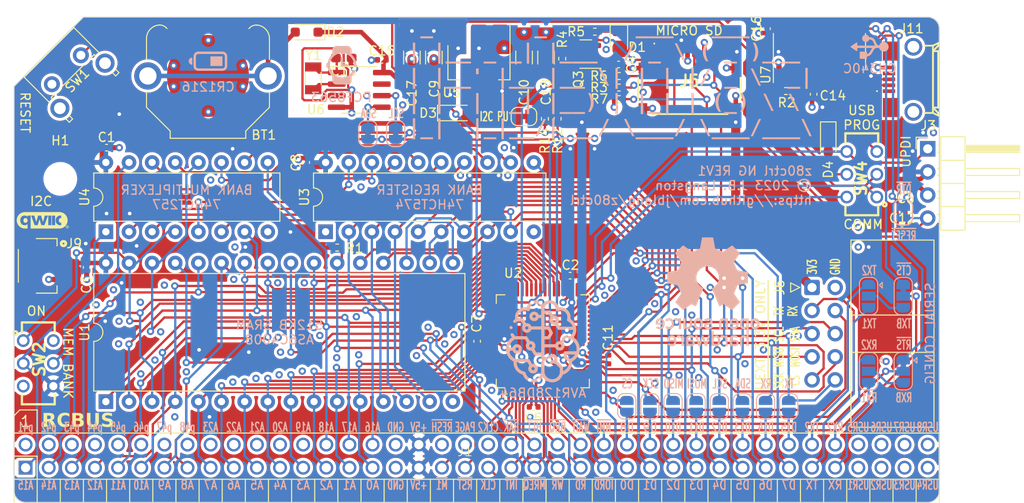
<source format=kicad_pcb>
(kicad_pcb (version 20221018) (generator pcbnew)
  (layers (0 "F.Cu" signal) (1 "In1.Cu" power "Gnd1.Cu") (2 "In2.Cu" power "Gnd2.Cu") (31 "B.Cu" signal) (34 "B.Paste" user) (35 "F.Paste" user) (36 "B.SilkS" user "B.Silkscreen") (37 "F.SilkS" user "F.Silkscreen") (38 "B.Mask" user) (39 "F.Mask" user) (44 "Edge.Cuts" user))
  (net 0 "")
  (net 1 "/A15")
  (net 2 "/A14")
  (net 3 "/A13")
  (net 4 "/A12")
  (net 5 "/A11")
  (net 6 "/A10")
  (net 7 "/A9")
  (net 8 "/A8")
  (net 9 "/A7")
  (net 10 "/A6")
  (net 11 "/A5")
  (net 12 "/A4")
  (net 13 "/A3")
  (net 14 "/A2")
  (net 15 "/A1")
  (net 16 "/A0")
  (net 17 "/~{M1}")
  (net 18 "/~{INT}")
  (net 19 "/~{MREQ}")
  (net 20 "/~{WR}")
  (net 21 "/~{RD}")
  (net 22 "/~{IORQ}")
  (net 23 "/D0")
  (net 24 "/D1")
  (net 25 "/D2")
  (net 26 "/D3")
  (net 27 "/D4")
  (net 28 "/D5")
  (net 29 "/D6")
  (net 30 "/D7")
  (net 31 "/~{RFSH}")
  (net 32 "/~{BUSACK}")
  (net 33 "/~{HALT}")
  (net 34 "/~{BUSRQ}")
  (net 35 "/~{WAIT}")
  (net 36 "/~{NMI}")
  (net 37 "+3.3V")
  (net 38 "GND")
  (net 39 "+5V")
  (net 40 "/USER1")
  (net 41 "/USER2")
  (net 42 "/USER3")
  (net 43 "/p41")
  (net 44 "/p42")
  (net 45 "/p43")
  (net 46 "/p44")
  (net 47 "/p45")
  (net 48 "/p46")
  (net 49 "/p47")
  (net 50 "/p48")
  (net 51 "/A23")
  (net 52 "/A22")
  (net 53 "/A21")
  (net 54 "/A20")
  (net 55 "/A19")
  (net 56 "/A18")
  (net 57 "/A17")
  (net 58 "/A16")
  (net 59 "/PAGE")
  (net 60 "/CLOCK2")
  (net 61 "/D8")
  (net 62 "/D9")
  (net 63 "/D10")
  (net 64 "/D11")
  (net 65 "/D12")
  (net 66 "/D13")
  (net 67 "/D14")
  (net 68 "/D15")
  (net 69 "/USER5")
  (net 70 "/~{BANK}")
  (net 71 "/BB18")
  (net 72 "/BB17")
  (net 73 "/BB16")
  (net 74 "/BB15")
  (net 75 "/BA18")
  (net 76 "/BA17")
  (net 77 "/BA16")
  (net 78 "/BA15")
  (net 79 "/BCK")
  (net 80 "/~{Z80RST}")
  (net 81 "Net-(D1-K)")
  (net 82 "SCL")
  (net 83 "SDA")
  (net 85 "/Z80CLK")
  (net 86 "MISO")
  (net 87 "MOSI")
  (net 88 "SCK")
  (net 89 "~{RESET}")
  (net 90 "Net-(U6-OSCI)")
  (net 94 "Net-(J5-DAT3{slash}CD)")
  (net 95 "/A15B")
  (net 102 "/USER4")
  (net 103 "/USER8")
  (net 104 "Net-(U7-~{DTR})")
  (net 105 "Net-(BT1-+)")
  (net 106 "Net-(D2-K)")
  (net 107 "/TX1B")
  (net 108 "/RX1B")
  (net 109 "/TX2B")
  (net 110 "/RX2B")
  (net 114 "~{SDCS}")
  (net 119 "Net-(JP1-A)")
  (net 120 "Net-(U6-OSCO)")
  (net 121 "GND1")
  (net 122 "UPDI")
  (net 123 "/Peripherals/UD+")
  (net 124 "/Peripherals/UD-")
  (net 125 "~{CS}")
  (net 126 "Net-(D4-K)")
  (net 127 "Net-(JP14-B)")
  (net 128 "~{RTS}")
  (net 129 "TXC")
  (net 130 "RXC")
  (net 131 "RXB")
  (net 132 "/Peripherals/USBRX")
  (net 133 "TXB")
  (net 134 "/Peripherals/USBTX")
  (net 135 "Net-(U7-TXD)")
  (net 136 "Net-(U7-V3)")
  (net 137 "/USER6")
  (net 138 "/USER7")
  (net 139 "RXF")
  (net 140 "Net-(JP12-C)")
  (net 141 "~{CTS}")
  (net 142 "TXF")
  (net 143 "Net-(JP13-B)")
  (net 144 "Net-(JP15-B)")
  (net 145 "Net-(JP16-A)")
  (footprint "Custom:RCBus-80" (layer "F.Cu") (at 177.292 121.666)
    (fp_text reference "J1")
    (fp_text value "RCBUS")
  )
  (footprint "Diode_SMD:D_SOD-323_HandSoldering" (layer "F.Cu") (at 159.893 75.057 180)
    (fp_text reference "D2")
    (fp_text value "1N5819WS")
  )
  (footprint "Diode_SMD:D_SOD-323_HandSoldering" (layer "F.Cu") (at 176.276 83.947)
    (fp_text reference "D3")
    (fp_text value "1N5819WS")
  )
  (footprint "Package_SO:SOIC-16_3.9x9.9mm_P1.27mm" (layer "F.Cu") (at 216.2048 77.151 90)
    (fp_text reference "U7")
    (fp_text value "CH340C")
  )
  (footprint "Battery:BatteryHolder_Keystone_3001_1x12mm" (layer "F.Cu") (at 149.058135 79.874653 180)
    (fp_text reference "BT1")
    (fp_text value "CR1216")
  )
  (footprint "Capacitor_SMD:C_0402_1005Metric" (layer "F.Cu") (at 188.8276 101.8269 180)
    (fp_text reference "C2")
    (fp_text value "0.1uf")
  )
  (footprint "Capacitor_SMD:C_1206_3216Metric" (layer "F.Cu") (at 171.45 77.851 -90)
    (fp_text reference "C17")
    (fp_text value "22uf")
  )
  (footprint "SamacSys_Parts:JS202011CQN" (layer "F.Cu") (at 220.854 90.686 90)
    (fp_text reference "SW4")
    (fp_text value "PROG_EN" hide)
  )
  (footprint "Resistor_SMD:R_0402_1005Metric" (layer "F.Cu") (at 194.183 81.153)
    (fp_text reference "R3")
    (fp_text value "100K")
  )
  (footprint "Package_TO_SOT_SMD:SOT-223-3_TabPin2" (layer "F.Cu") (at 178.816 78.384 -90)
    (fp_text reference "U5")
    (fp_text value "AMS1117-3.3")
  )
  (footprint "Package_DIP:DIP-32_W15.24mm" (layer "F.Cu") (at 137.845905 115.6716 90)
    (fp_text reference "U1")
    (fp_text value "AS6C4008-55PCN")
  )
  (footprint "Resistor_SMD:R_0402_1005Metric" (layer "F.Cu") (at 194.181 82.423)
    (fp_text reference "R7")
    (fp_text value "100K")
  )
  (footprint "Capacitor_SMD:C_0402_1005Metric" (layer "F.Cu") (at 193.0412 111.0405 90)
    (fp_text reference "C11")
    (fp_text value "0.1uf")
  )
  (footprint "Capacitor_SMD:C_0402_1005Metric" (layer "F.Cu") (at 184.8276 116.2541)
    (fp_text reference "C5")
    (fp_text value "0.1uf")
  )
  (footprint "LED_SMD:LED_0805_2012Metric" (layer "F.Cu") (at 194.180614 75.946 -90)
    (fp_text reference "D1")
    (fp_text value "LED")
  )
  (footprint "Resistor_SMD:R_0402_1005Metric" (layer "F.Cu") (at 212.5198 81.534 180)
    (fp_text reference "R2")
    (fp_text value "1K")
  )
  (footprint "Resistor_SMD:R_0402_1005Metric" (layer "F.Cu") (at 191.543488 75.0085)
    (fp_text reference "R5")
    (fp_text value "1K")
  )
  (footprint "Capacitor_SMD:C_0402_1005Metric" (layer "F.Cu") (at 194.153126 78.613)
    (fp_text reference "C4")
    (fp_text value "0.1uf")
  )
  (footprint "SamacSys_Parts:XKTF08030" (layer "F.Cu") (at 201.917488 80.6665 180)
    (fp_text reference "J5")
    (fp_text value "XKTF-0803-0" hide)
  )
  (footprint "Package_QFP:TQFP-64_10x10mm_P0.5mm" (layer "F.Cu") (at 185.8276 109.0405 90)
    (fp_text reference "U2")
    (fp_text value "AVR128DB64x-xPT")
  )
  (footprint "Capacitor_SMD:C_0402_1005Metric" (layer "F.Cu") (at 210.439 74.676 -90)
    (fp_text reference "C16")
    (fp_text value "0.1uf")
  )
  (footprint "NetTie:NetTie-2_SMD_Pad0.5mm" (layer "F.Cu") (at 164.846 82.804 -90)
    (fp_text reference "NT1" hide)
    (fp_text value "NetTie_2" hide)
  )
  (footprint "Diode_SMD:D_SOD-323_HandSoldering" (layer "F.Cu") (at 217.17 86.936 -90)
    (fp_text reference "D4")
    (fp_text value "1N5819WS")
  )
  (footprint "Capacitor_SMD:C_0402_1005Metric" (layer "F.Cu") (at 225.27 96.824)
    (fp_text reference "C12")
    (fp_text value "0.1uf")
  )
  (footprint "Capacitor_SMD:C_0402_1005Metric" (layer "F.Cu") (at 168.148 78.105 180)
    (fp_text reference "C15")
    (fp_text value "0.1uf")
  )
  (footprint "Resistor_SMD:R_0402_1005Metric" (layer "F.Cu") (at 194.183 79.883)
    (fp_text reference "R6")
    (fp_text value "100K")
  )
  (footprint "Resistor_SMD:R_0402_1005Metric" (layer "F.Cu") (at 187.452 84.582 -90)
    (fp_text reference "R12")
    (fp_text value "2.2K")
  )
  (footprint "Capacitor_SMD:C_0402_1005Metric" (layer "F.Cu") (at 159.842305 89.3826 90)
    (fp_text reference "C8")
    (fp_text value "0.1uf")
  )
  (footprint "Package_DIP:DIP-16_W7.62mm" (layer "F.Cu") (at 137.845905 97.0026 90)
    (fp_text reference "U4")
    (fp_text value "74HCT257")
  )
  (footprint "SamacSys_Parts:U254051T4BH81S2S" (layer "F.Cu") (at 226.2072 80.245 90)
    (fp_text reference "J11")
    (fp_text value "U254-051T-4BH81-S2S" hide)
  )
  (footprint "Resistor_SMD:R_0402_1005Metric" (layer "F.Cu") (at 187.96 77.98 90)
    (fp_text reference "R4")
    (fp_text value "100K")
  )
  (footprint "Capacitor_SMD:C_0402_1005Metric" (layer "F.Cu") (at 215.5698 81.887 -90)
    (fp_text reference "C14")
    (fp_text value "0.1uf")
  )
  (footprint "Connector_PinHeader_2.54mm:PinHeader_1x04_P2.54mm_Horizontal" (layer "F.Cu") (at 228.092 87.884)
    (fp_text reference "J3")
    (fp_text value "UDPI")
  )
  (footprint "Jumper:SolderJumper-2_P1.3mm_Bridged_RoundedPad1.0x1.5mm" (layer "F.Cu") (at 183.754 84.328 180)
    (fp_text reference "JP16" hide)
    (fp_text value "I2C_PU")
  )
  (footprint "Capacitor_SMD:C_0402_1005Metric" (layer "F.Cu") (at 137.922 87.757)
    (fp_text reference "C1")
    (fp_text value "0.1uf")
  )
  (footprint "Package_DIP:DIP-20_W7.62mm" (layer "F.Cu") (at 161.975905 97.0026 90)
    (fp_text reference "U3")
    (fp_text value "74HCT574")
  )
  (footprint "Capacitor_SMD:C_0402_1005Metric" (layer "F.Cu") (at 225.679 91.684 90)
    (fp_text reference "C6")
    (fp_text value "0.1uf")
  )
  (footprint "Capacitor_SMD:C_0603_1608Metric_Pad1.08x0.95mm_HandSolder" (layer "F.Cu") (at 163.973 77.9018 180)
    (fp_text reference "C13")
    (fp_text value "27pf")
  )
  (footprint "Crystal:Crystal_SMD_3215-2Pin_3.2x1.5mm" (layer "F.Cu") (at 160.612672 80.137 -90)
    (fp_text reference "Y1")
    (fp_text value "32kHz")
  )
  (footprint "MountingHole:MountingHole_3.2mm_M3" (layer "F.Cu") (at 132.842 91.186)
    (fp_text reference "H1")
    (fp_text value "MountingHole")
  )
  (footprint "Resistor_SMD:R_0402_1005Metric" (layer "F.Cu") (at 186.055 84.582 -90)
    (fp_text reference "R14")
    (fp_text value "2.2K")
  )
  (footprint "Custom:JST_SM04B-SRSS-TB_LF__SN_" (layer "F.Cu") (at 132.81 100.75 -90)
    (fp_text reference "J9")
    (fp_text value "SM04B-SRSS-TB")
  )
  (footprint "Resistor_SMD:R_0402_1005Metric" (layer "F.Cu") (at 163.245905 98.7371 180)
    (fp_text reference "R1")
    (fp_text value "10K")
  )
  (footprint "Capacitor_SMD:C_1206_3216Metric" (layer "F.Cu") (at 186.182 77.851 90)
    (fp_text reference "C18")
    (fp_text value "22uf")
  )
  (footprint "Capacitor_SMD:C_1206_3216Metric" (layer "F.Cu") (at 183.769 77.851 90)
    (fp_text reference "C10")
    (fp_text value "1uf")
  )
  (footprint "Capacitor_SMD:C_0402_1005Metric" (layer "F.Cu") (at 178.614 109.0405 -90)
    (fp_text reference "C7")
    (fp_text value "0.1uf")
  )
  (footprint "Package_TO_SOT_SMD:SOT-23" (layer "F.Cu") (at 190.5485 77.47 180)
    (fp_text reference "Q3")
    (fp_text value "BSS138")
  )
  (footprint "Button_Switch_THT:SW_Tactile_SPST_Angled_PTS645Vx31-2LFS" (layer "F.Cu") (at 131.919969 80.781305 45)
    (fp_text reference "SW1")
    (fp_text value "RESET")
  )
  (footprint "SamacSys_Parts:JS202011CQN" (layer "F.Cu") (at 130.428 111.466 -90)
    (fp_text reference "SW2")
    (fp_text value "BANK_EN" hide)
  )
  (footprint "Capacitor_SMD:C_1206_3216Metric" (layer "F.Cu") (at 173.863 77.851 -90)
    (fp_text reference "C9")
    (fp_text value "1uf")
  )
  (footprint "Connector_IDC:IDC-Header_2x05_P2.54mm_Horizontal" (layer "F.Cu") (at 215.392 103.124)
    (fp_text reference "J6")
    (fp_text value "UEXT")
  )
  (footprint "Package_SO:SOIC-8_3.9x4.9mm_P1.27mm" (layer "F.Cu") (at 165.673 81.407)
    (fp_text reference "U6")
    (fp_text value "PCF8563T")
  )
  (footprint "Capacitor_SMD:C_0402_1005Metric" (layer "F.Cu") (at 135.7376 100.9116 -90)
    (fp_text reference "C3")
    (fp_text value "0.1uf")
  )
  (footprint "Jumper:SolderJumper-3_P1.3mm_Open_RoundedPad1.0x1.5mm" (layer "B.Cu") (at 221.5995 112.334 -90)
    (fp_text reference "JP12" hide)
    (fp_text value "RXB")
  )
  (footprint "Jumper:SolderJumper-3_P1.3mm_Open_RoundedPad1.0x1.5mm" (layer "B.Cu") (at 221.5995 104.074 -90)
    (fp_text reference "JP4" hide)
    (fp_text value "TXB")
  )
  (footprint "Jumper:SolderJumper-2_P1.3mm_Bridged_RoundedPad1.0x1.5mm" (layer "B.Cu") (at 166.624 86.2048 90)
    (fp_text reference "JP15" hide)
    (fp_text value "RTC_SDA")
  )
  (footprint "Jumper:SolderJumper-2_P1.3mm_Open_RoundedPad1.0x1.5mm" (layer "B.Cu") (at 202.67 116.19 -90)
    (fp_text reference "JP7" hide)
    (fp_text value "SCL")
  )
  (footprint "Jumper:SolderJumper-2_P1.3mm_Open_RoundedPad1.0x1.5mm" (layer "B.Cu") (at 200.13 116.19 -90)
    (fp_text reference "JP6" hide)
    (fp_text value "SDA")
  )
  (footprint "Jumper:SolderJumper-2_P1.3mm_Bridged_RoundedPad1.0x1.5mm" (layer "B.Cu") (at 225.4095 94.854 -90)
    (fp_text reference "JP1" hide)
    (fp_text value "AUTORESET")
  )
  (footprint "Jumper:SolderJumper-2_P1.3mm_Open_RoundedPad1.0x1.5mm" (layer "B.Cu") (at 210.29 116.19 -90)
    (fp_text reference "JP10" hide)
    (fp_text value "SCK")
  )
  (footprint "Jumper:SolderJumper-2_P1.3mm_Open_RoundedPad1.0x1.5mm" (layer "B.Cu") (at 197.59 116.19 90)
    (fp_text reference "JP3" hide)
    (fp_text value "RX3V")
  )
  (footprint "Jumper:SolderJumper-3_P1.3mm_Bridged12_RoundedPad1.0x1.5mm" (layer "B.Cu") (at 225.4095 112.334 -90)
    (fp_text reference "JP5" hide)
    (fp_text value "RTS")
  )
  (footprint "Jumper:SolderJumper-2_P1.3mm_Open_RoundedPad1.0x1.5mm" (layer "B.Cu") (at 207.75 116.19 -90)
    (fp_text reference "JP9" hide)
    (fp_text value "MISO")
  )
  (footprint "Jumper:SolderJumper-2_P1.3mm_Open_RoundedPad1.0x1.5mm" (layer "B.Cu") (at 212.83 116.19 -90)
    (fp_text reference "JP11" hide)
    (fp_text value "CS")
  )
  (footprint "Jumper:SolderJumper-3_P1.3mm_Bridged12_RoundedPad1.0x1.5mm" (layer "B.Cu") (at 225.4095 104.074 -90)
    (fp_text reference "JP14" hide)
    (fp_text value "CTS")
  )
  (footprint "Jumper:SolderJumper-2_P1.3mm_Bridged_RoundedPad1.0x1.5mm" (layer "B.Cu") (at 169.672 86.2048 90)
    (fp_text reference "JP13" hide)
    (fp_text value "RTC_SCL")
  )
  (footprint "Jumper:SolderJumper-2_P1.3mm_Open_RoundedPad1.0x1.5mm" (layer "B.Cu") (at 195.05 116.19 90)
    (fp_text reference "JP2" hide)
    (fp_text value "TX3V")
  )
  (footprint "Jumper:SolderJumper-2_P1.3mm_Open_RoundedPad1.0x1.5mm" (layer "B.Cu") (at 205.21 116.19 -90)
    (fp_text reference "JP8" hide)
    (fp_text value "MOSI")
  )
  (gr_poly (pts (xy 201.97526 107.223788) (xy 201.974967 107.238738) (xy 201.974095 107.253286) (xy 201.972658 107.267427) (xy 201.970666 107.281156) (xy 201.968132 107.29447) (xy 201.965068 107.307362) (xy 201.961486 107.319828) (xy 201.957397 107.331864) (xy 201.952815 107.343465) (xy 201.947751 107.354625) (xy 201.942216 107.365341) (xy 201.936224 107.375607) (xy 201.929785 107.385418) (xy 201.922913 107.394771) (xy 201.915619 107.403659) (xy 201.907915 107.412079) (xy 201.899813 107.420026) (xy 201.891326 107.427494) (xy 201.882464 107.434479) (xy 201.873241 107.440977) (xy 201.863668 107.446982) (xy 201.853757 107.45249) (xy 201.843521 107.457496) (xy 201.832971 107.461996) (xy 201.822119 107.465983) (xy 201.810978 107.469455) (xy 201.799559 107.472405) (xy 201.787875 107.47483) (xy 201.775937 107.476724) (xy 201.763757 107.478083) (xy 201.751349 107.478902) (xy 201.738722 107.479176) (xy 201.726294 107.478902) (xy 201.714071 107.478083) (xy 201.702066 107.476724) (xy 201.69029 107.47483) (xy 201.678757 107.472405) (xy 201.667479 107.469455) (xy 201.656468 107.465983) (xy 201.645736 107.461996) (xy 201.635296 107.457496) (xy 201.625161 107.45249) (xy 201.615343 107.446982) (xy 201.605854 107.440977) (xy 201.596707 107.434479) (xy 201.587914 107.427494) (xy 201.579487 107.420026) (xy 201.57144 107.412079) (xy 201.563784 107.403659) (xy 201.556532 107.394771) (xy 201.549696 107.385418) (xy 201.543289 107.375607) (xy 201.537323 107.365341) (xy 201.53181 107.354625) (xy 201.526764 107.343465) (xy 201.522196 107.331864) (xy 201.518119 107.319828) (xy 201.514545 107.307362) (xy 201.511487 107.29447) (xy 201.508957 107.281156) (xy 201.506968 107.267427) (xy 201.505532 107.253286) (xy 201.504661 107.238738) (xy 201.504368 107.223788) (xy 201.504368 106.516357) (xy 201.265515 106.516357) (xy 201.265515 107.704138) (xy 201.504368 107.704138) (xy 201.504368 107.577535) (xy 201.508998 107.577535) (xy 201.523432 107.594549) (xy 201.538613 107.610466) (xy 201.554517 107.625287) (xy 201.571119 107.639011) (xy 201.588395 107.651639) (xy 201.60632 107.663169) (xy 201.624869 107.673602) (xy 201.644018 107.682938) (xy 201.663742 107.691176) (xy 201.684017 107.698316) (xy 201.704818 107.704359) (xy 201.726119 107.709303) (xy 201.747898 107.713149) (xy 201.770129 107.715896) (xy 201.792787 107.717545) (xy 201.815848 107.718094) (xy 201.833478 107.717676) (xy 201.851202 107.716424) (xy 201.886763 107.711429) (xy 201.922188 107.703134) (xy 201.939742 107.697756) (xy 201.957133 107.691562) (xy 201.974318 107.684554) (xy 201.991255 107.676737) (xy 202.0079 107.668113) (xy 202.024211 107.658684) (xy 202.040145 107.648455) (xy 202.055658 107.637427) (xy 202.070708 107.625604) (xy 202.085252 107.612989) (xy 202.099247 107.599585) (xy 202.11265 107.585395) (xy 202.125419 107.570422) (xy 202.137509 107.554668) (xy 202.148879 107.538138) (xy 202.159485 107.520833) (xy 202.169285 107.502758) (xy 202.178236 107.483914) (xy 202.186294 107.464305) (xy 202.193417 107.443934) (xy 202.199562 107.422805) (xy 202.204686 107.400919) (xy 202.208746 107.37828) (xy 202.211699 107.354891) (xy 202.213502 107.330754) (xy 202.214113 107.305874) (xy 202.214112 107.305874) (xy 202.214112 106.516357) (xy 201.97526 106.516357)) (fill solid) (layer "B.SilkS"))
  (gr_poly (pts (xy 147.973561 77.195484) (xy 147.9475 77.197423) (xy 147.921659 77.200632) (xy 147.896084 77.205095) (xy 147.870817 77.210792) (xy 147.845901 77.217707) (xy 147.82138 77.22582) (xy 147.797298 77.235114) (xy 147.773697 77.245571) (xy 147.750622 77.257172) (xy 147.728115 77.269901) (xy 147.706219 77.283739) (xy 147.684979 77.298668) (xy 147.664438 77.314671) (xy 147.644638 77.331728) (xy 147.625624 77.349823) (xy 147.607529 77.368837) (xy 147.590472 77.388636) (xy 147.57447 77.409178) (xy 147.559541 77.430418) (xy 147.545703 77.452313) (xy 147.532974 77.47482) (xy 147.521372 77.497896) (xy 147.510915 77.521497) (xy 147.501621 77.545579) (xy 147.493508 77.5701) (xy 147.486594 77.595015) (xy 147.480896 77.620283) (xy 147.476434 77.645858) (xy 147.473224 77.671698) (xy 147.471285 77.69776) (xy 147.470635 77.724) (xy 147.470635 78.782333) (xy 147.471285 78.808573) (xy 147.473224 78.834635) (xy 147.476434 78.860475) (xy 147.480896 78.886051) (xy 147.486594 78.911318) (xy 147.493508 78.936234) (xy 147.501621 78.960754) (xy 147.510915 78.984837) (xy 147.521372 79.008437) (xy 147.532974 79.031513) (xy 147.545703 79.05402) (xy 147.559541 79.075915) (xy 147.57447 79.097155) (xy 147.590472 79.117697) (xy 147.607529 79.137496) (xy 147.625624 79.15651) (xy 147.644638 79.174605) (xy 147.664438 79.191662) (xy 147.684979 79.207664) (xy 147.706219 79.222594) (xy 147.728115 79.236432) (xy 147.750622 79.24916) (xy 147.773697 79.260762) (xy 147.797298 79.271219) (xy 147.82138 79.280513) (xy 147.845901 79.288626) (xy 147.870817 79.295541) (xy 147.896084 79.301238) (xy 147.921659 79.305701) (xy 147.9475 79.30891) (xy 147.973561 79.310849) (xy 147.999801 79.3115) (xy 150.645634 79.3115) (xy 150.671874 79.310849) (xy 150.697936 79.30891) (xy 150.723776 79.305701) (xy 150.749352 79.301238) (xy 150.774619 79.295541) (xy 150.799535 79.288626) (xy 150.824055 79.280513) (xy 150.848138 79.271219) (xy 150.871738 79.260762) (xy 150.894814 79.24916) (xy 150.917321 79.236432) (xy 150.939216 79.222594) (xy 150.960456 79.207664) (xy 150.980998 79.191662) (xy 151.000797 79.174605) (xy 151.019812 79.15651) (xy 151.037906 79.137496) (xy 151.054964 79.117697) (xy 151.070966 79.097155) (xy 151.085895 79.075915) (xy 151.099733 79.05402) (xy 151.112462 79.031513) (xy 151.124064 79.008437) (xy 151.134521 78.984837) (xy 151.143815 78.960754) (xy 151.151928 78.936234) (xy 151.158842 78.911318) (xy 151.164539 78.886051) (xy 151.169002 78.860475) (xy 151.172212 78.834635) (xy 151.174151 78.808573) (xy 151.174801 78.782333) (xy 150.910218 78.782333) (xy 150.909893 78.795453) (xy 150.908923 78.808484) (xy 150.907318 78.821404) (xy 150.905087 78.834192) (xy 150.902238 78.846826) (xy 150.898781 78.859283) (xy 150.894724 78.871544) (xy 150.890077 78.883585) (xy 150.884849 78.895385) (xy 150.879048 78.906923) (xy 150.872684 78.918176) (xy 150.865765 78.929124) (xy 150.8583 78.939744) (xy 150.850299 78.950015) (xy 150.84177 78.959915) (xy 150.832723 78.969422) (xy 150.823216 78.978469) (xy 150.813316 78.986998) (xy 150.803045 78.994999) (xy 150.792425 79.002463) (xy 150.781478 79.009382) (xy 150.770224 79.015747) (xy 150.758686 79.021548) (xy 150.746886 79.026776) (xy 150.734845 79.031423) (xy 150.722585 79.03548) (xy 150.710127 79.038937) (xy 150.697493 79.041786) (xy 150.684705 79.044017) (xy 150.671785 79.045622) (xy 150.658754 79.046591) (xy 150.645634 79.046917) (xy 147.999801 79.046917) (xy 147.986681 79.046591) (xy 147.97365 79.045622) (xy 147.96073 79.044017) (xy 147.947942 79.041786) (xy 147.935309 79.038937) (xy 147.922851 79.03548) (xy 147.910591 79.031423) (xy 147.89855 79.026776) (xy 147.886749 79.021548) (xy 147.875211 79.015747) (xy 147.863958 79.009382) (xy 147.85301 79.002463) (xy 147.84239 78.994999) (xy 147.832119 78.986998) (xy 147.82222 78.978469) (xy 147.812713 78.969422) (xy 147.803665 78.959915) (xy 147.795137 78.950015) (xy 147.787136 78.939744) (xy 147.779671 78.929124) (xy 147.772752 78.918176) (xy 147.766388 78.906923) (xy 147.760587 78.895385) (xy 147.755358 78.883585) (xy 147.750711 78.871544) (xy 147.746655 78.859283) (xy 147.743197 78.846826) (xy 147.740349 78.834192) (xy 147.738118 78.821404) (xy 147.736513 78.808484) (xy 147.735543 78.795453) (xy 147.735218 78.782333) (xy 147.735218 77.724) (xy 147.735543 77.71088) (xy 147.736513 77.697849) (xy 147.738118 77.684929) (xy 147.740349 77.672141) (xy 147.743197 77.659508) (xy 147.746655 77.64705) (xy 147.750711 77.634789) (xy 147.755358 77.622748) (xy 147.760587 77.610948) (xy 147.766388 77.59941) (xy 147.772752 77.588157) (xy 147.779671 77.577209) (xy 147.787136 77.566589) (xy 147.795137 77.556318) (xy 147.803665 77.546418) (xy 147.812713 77.536911) (xy 147.82222 77.527864) (xy 147.832119 77.519335) (xy 147.84239 77.511334) (xy 147.85301 77.50387) (xy 147.863958 77.496951) (xy 147.875211 77.490586) (xy 147.886749 77.484785) (xy 147.89855 77.479557) (xy 147.910591 77.47491) (xy 147.922851 77.470853) (xy 147.935309 77.467396) (xy 147.947942 77.464547) (xy 147.96073 77.462316) (xy 147.97365 77.460711) (xy 147.986681 77.459742) (xy 147.999801 77.459417) (xy 150.645634 77.459417) (xy 150.658754 77.459742) (xy 150.671785 77.460711) (xy 150.684705 77.462316) (xy 150.697493 77.464547) (xy 150.710127 77.467396) (xy 150.722584 77.470853) (xy 150.734845 77.47491) (xy 150.746886 77.479557) (xy 150.758686 77.484785) (xy 150.770224 77.490586) (xy 150.781478 77.496951) (xy 150.792425 77.50387) (xy 150.803045 77.511334) (xy 150.813316 77.519335) (xy 150.823216 77.527864) (xy 150.832723 77.536911) (xy 150.84177 77.546418) (xy 150.850299 77.556318) (xy 150.8583 77.566589) (xy 150.865765 77.577209) (xy 150.872684 77.588156) (xy 150.879048 77.59941) (xy 150.884849 77.610948) (xy 150.890077 77.622748) (xy 150.894724 77.634789) (xy 150.898781 77.64705) (xy 150.902238 77.659508) (xy 150.905087 77.672141) (xy 150.907318 77.684929) (xy 150.908923 77.697849) (xy 150.909893 77.71088) (xy 150.910218 77.724) (xy 150.910218 78.782333) (xy 151.174801 78.782333) (xy 151.174801 77.724) (xy 151.174151 77.69776) (xy 151.172212 77.671698) (xy 151.169002 77.645858) (xy 151.164539 77.620283) (xy 151.158842 77.595015) (xy 151.151928 77.5701) (xy 151.143815 77.545579) (xy 151.134521 77.521497) (xy 151.124064 77.497896) (xy 151.112462 77.47482) (xy 151.099733 77.452313) (xy 151.085895 77.430418) (xy 151.070966 77.409178) (xy 151.054964 77.388636) (xy 151.037906 77.368837) (xy 151.019812 77.349823) (xy 151.000797 77.331728) (xy 150.980998 77.314671) (xy 150.960456 77.298668) (xy 150.939216 77.283739) (xy 150.917321 77.269901) (xy 150.894814 77.257172) (xy 150.871738 77.245571) (xy 150.848138 77.235114) (xy 150.824055 77.22582) (xy 150.799535 77.217707) (xy 150.774619 77.210792) (xy 150.749352 77.205095) (xy 150.723776 77.200632) (xy 150.697936 77.197423) (xy 150.671874 77.195484) (xy 150.645634 77.194833) (xy 147.999801 77.194833)) (fill solid) (layer "B.SilkS"))
  (gr_poly (pts (xy 149.322718 78.782333) (xy 150.645634 78.782333) (xy 150.645634 77.724) (xy 149.322718 77.724)) (fill solid) (layer "B.SilkS"))
  (gr_poly (pts (xy 205.530232 108.378705) (xy 205.512776 108.379916) (xy 205.49568 108.381909) (xy 205.478929 108.384664) (xy 205.46251 108.388159) (xy 205.446408 108.392375) (xy 205.430609 108.397291) (xy 205.4151 108.402887) (xy 205.399865 108.409141) (xy 205.384892 108.416034) (xy 205.370166 108.423544) (xy 205.355673 108.431652) (xy 205.341399 108.440336) (xy 205.32733 108.449577) (xy 205.313451 108.459353) (xy 205.29975 108.469645) (xy 205.473051 108.675822) (xy 205.48341 108.668197) (xy 205.49344 108.661165) (xy 205.503195 108.654712) (xy 205.51273 108.648823) (xy 205.5221 108.643485) (xy 205.531361 108.638683) (xy 205.540567 108.634405) (xy 205.549773 108.630636) (xy 205.559034 108.627362) (xy 205.568404 108.62457) (xy 205.57794 108.622245) (xy 205.587696 108.620374) (xy 205.597726 108.618943) (xy 205.608087 108.617938) (xy 205.618831 108.617345) (xy 205.630016 108.617151) (xy 205.651926 108.618036) (xy 205.673617 108.620715) (xy 205.694924 108.625221) (xy 205.715682 108.631588) (xy 205.725804 108.63548) (xy 205.735727 108.63985) (xy 205.74543 108.644702) (xy 205.754893 108.65004) (xy 205.764095 108.655869) (xy 205.773016 108.662193) (xy 205.781635 108.669016) (xy 205.789932 108.676343) (xy 205.797885 108.684177) (xy 205.805474 108.692522) (xy 205.812679 108.701384) (xy 205.819479 108.710765) (xy 205.825853 108.720672) (xy 205.831782 108.731107) (xy 205.837243 108.742074) (xy 205.842217 108.753579) (xy 205.846683 108.765625) (xy 205.85062 108.778217) (xy 205.854008 108.791359) (xy 205.856826 108.805054) (xy 205.859054 108.819308) (xy 205.860671 108.834125) (xy 205.861656 108.849508) (xy 205.861989 108.865462) (xy 205.861989 109.580035) (xy 206.100908 109.580035) (xy 206.100908 108.392386) (xy 205.861989 108.392386) (xy 205.861989 108.518857) (xy 205.857293 108.518857) (xy 205.842859 108.501844) (xy 205.827676 108.485926) (xy 205.811764 108.471105) (xy 205.795144 108.457381) (xy 205.777837 108.444754) (xy 205.759863 108.433223) (xy 205.741244 108.42279) (xy 205.722 108.413454) (xy 205.702152 108.405216) (xy 205.681722 108.398075) (xy 205.660729 108.392033) (xy 205.639195 108.387088) (xy 205.61714 108.383243) (xy 205.594586 108.380495) (xy 205.571553 108.378847) (xy 205.548061 108.378297)) (fill solid) (layer "B.SilkS"))
  (gr_poly (pts (xy 185.102383 104.528354) (xy 185.162317 104.533678) (xy 185.221342 104.542933) (xy 185.279395 104.556108) (xy 185.336415 104.573191) (xy 185.392339 104.594166) (xy 185.447106 104.619023) (xy 185.500653 104.647748) (xy 185.552918 104.680328) (xy 185.60384 104.71675) (xy 185.653357 104.757001) (xy 185.701406 104.801069) (xy 185.830169 104.926304) (xy 185.891906 104.850457) (xy 185.908341 104.831633) (xy 185.92706 104.812306) (xy 185.947825 104.792639) (xy 185.970399 104.772791) (xy 185.994544 104.752922) (xy 186.020022 104.733193) (xy 186.046596 104.713764) (xy 186.074027 104.694794) (xy 186.102079 104.676445) (xy 186.130513 104.658876) (xy 186.159092 104.642247) (xy 186.187577 104.626719) (xy 186.215732 104.612452) (xy 186.243319 104.599606) (xy 186.270099 104.588342) (xy 186.295836 104.578819) (xy 186.360281 104.559108) (xy 186.425768 104.544251) (xy 186.492014 104.534178) (xy 186.558738 104.528823) (xy 186.625659 104.52812) (xy 186.692494 104.532) (xy 186.758963 104.540396) (xy 186.824782 104.553242) (xy 186.889672 104.57047) (xy 186.95335 104.592013) (xy 187.015534 104.617804) (xy 187.075944 104.647776) (xy 187.134296 104.681861) (xy 187.19031 104.719992) (xy 187.243705 104.762102) (xy 187.294197 104.808124) (xy 187.316446 104.830314) (xy 187.337578 104.852611) (xy 187.357635 104.875077) (xy 187.376659 104.897779) (xy 187.394691 104.920781) (xy 187.411771 104.944147) (xy 187.427943 104.967942) (xy 187.443246 104.99223) (xy 187.457722 105.017076) (xy 187.471413 105.042546) (xy 187.48436 105.068702) (xy 187.496603 105.09561) (xy 187.508186 105.123335) (xy 187.519148 105.151941) (xy 187.529532 105.181493) (xy 187.539378 105.212055) (xy 187.569364 105.309069) (xy 187.752808 105.303777) (xy 187.792095 105.303085) (xy 187.828811 105.30304) (xy 187.863278 105.303707) (xy 187.895821 105.305155) (xy 187.926762 105.30745) (xy 187.956424 105.31066) (xy 187.98513 105.314852) (xy 188.013202 105.320093) (xy 188.040965 105.32645) (xy 188.068741 105.33399) (xy 188.096852 105.342781) (xy 188.125623 105.35289) (xy 188.155375 105.364384) (xy 188.186432 105.37733) (xy 188.219117 105.391795) (xy 188.253753 105.407846) (xy 188.302243 105.432811) (xy 188.349723 105.460636) (xy 188.39605 105.491163) (xy 188.441083 105.524236) (xy 188.48468 105.559696) (xy 188.526697 105.597385) (xy 188.566994 105.637147) (xy 188.605428 105.678824) (xy 188.641857 105.722258) (xy 188.676139 105.767291) (xy 188.708131 105.813765) (xy 188.737692 105.861524) (xy 188.76468 105.91041) (xy 188.788952 105.960264) (xy 188.810366 106.01093) (xy 188.828781 106.062249) (xy 188.840728 106.101106) (xy 188.850278 106.136966) (xy 188.854231 106.154386) (xy 188.857678 106.171793) (xy 188.86065 106.189432) (xy 188.863177 106.207549) (xy 188.86529 106.22639) (xy 188.867021 106.2462) (xy 188.86946 106.289708) (xy 188.870742 106.340037) (xy 188.871114 106.399152) (xy 188.870628 106.466744) (xy 188.870622 106.4942) (xy 188.870866 106.517883) (xy 188.871104 106.528417) (xy 188.871431 106.538135) (xy 188.871855 106.547081) (xy 188.872385 106.555297) (xy 188.873031 106.562826) (xy 188.8738 106.56971) (xy 188.874702 106.575992) (xy 188.875744 106.581714) (xy 188.876937 106.58692) (xy 188.878288 106.591652) (xy 188.879807 106.595952) (xy 188.881501 106.599863) (xy 188.88338 106.603428) (xy 188.885453 106.60669) (xy 188.887728 106.60969) (xy 188.890214 106.612472) (xy 188.892919 106.615079) (xy 188.895853 106.617552) (xy 188.899024 106.619935) (xy 188.90244 106.62227) (xy 188.906112 106.6246) (xy 188.910046 106.626967) (xy 188.918739 106.631985) (xy 188.935445 106.64278) (xy 188.953665 106.655836) (xy 188.973178 106.670932) (xy 188.993759 106.687851) (xy 189.015189 106.706371) (xy 189.037243 106.726274) (xy 189.059701 106.747339) (xy 189.08234 106.769348) (xy 189.104937 106.79208) (xy 189.127271 106.815316) (xy 189.149119 106.838836) (xy 189.170258 106.862421) (xy 189.190468 106.88585) (xy 189.209526 106.908906) (xy 189.227208 106.931366) (xy 189.243294 106.953013) (xy 189.275565 106.999761) (xy 189.305585 107.046782) (xy 189.333378 107.094144) (xy 189.358967 107.141914) (xy 189.382375 107.19016) (xy 189.403626 107.238949) (xy 189.422742 107.288347) (xy 189.439748 107.338423) (xy 189.454665 107.389242) (xy 189.467519 107.440873) (xy 189.478331 107.493382) (xy 189.487125 107.546837) (xy 189.493924 107.601305) (xy 189.498752 107.656853) (xy 189.501631 107.713548) (xy 189.502586 107.771457) (xy 189.501714 107.82546) (xy 189.499083 107.878373) (xy 189.494668 107.930262) (xy 189.488448 107.981195) (xy 189.480398 108.031239) (xy 189.470495 108.080462) (xy 189.458717 108.12893) (xy 189.445039 108.176711) (xy 189.42944 108.223872) (xy 189.411894 108.270479) (xy 189.39238 108.316601) (xy 189.370874 108.362305) (xy 189.347352 108.407657) (xy 189.321791 108.452725) (xy 189.294169 108.497576) (xy 189.264461 108.542277) (xy 189.259318 108.550105) (xy 189.254484 108.55769) (xy 189.249982 108.564996) (xy 189.24583 108.571987) (xy 189.242051 108.578627) (xy 189.238665 108.584879) (xy 189.235691 108.590707) (xy 189.233152 108.596076) (xy 189.231068 108.600948) (xy 189.229459 108.605288) (xy 189.228839 108.607247) (xy 189.228346 108.609059) (xy 189.227982 108.610721) (xy 189.22775 108.612226) (xy 189.227652 108.613572) (xy 189.227692 108.614752) (xy 189.22787 108.615764) (xy 189.228191 108.616601) (xy 189.228657 108.617261) (xy 189.229269 108.617738) (xy 189.230032 108.618027) (xy 189.230947 108.618124) (xy 189.234567 108.618856) (xy 189.239426 108.621003) (xy 189.252562 108.629245) (xy 189.269759 108.642262) (xy 189.290423 108.659465) (xy 189.339778 108.704072) (xy 189.395871 108.758353) (xy 189.453948 108.817595) (xy 189.509256 108.877085) (xy 189.534385 108.90545) (xy 189.557039 108.93211) (xy 189.576624 108.956476) (xy 189.592544 108.977957) (xy 189.657861 109.077836) (xy 189.714894 109.181346) (xy 189.763627 109.287981) (xy 189.804046 109.397239) (xy 189.836134 109.508616) (xy 189.859877 109.621608) (xy 189.875259 109.735711) (xy 189.882263 109.850421) (xy 189.880876 109.965234) (xy 189.871081 110.079647) (xy 189.852862 110.193156) (xy 189.826205 110.305256) (xy 189.791093 110.415445) (xy 189.747512 110.523217) (xy 189.695446 110.62807) (xy 189.634878 110.7295) (xy 189.613119 110.762091) (xy 189.58962 110.794939) (xy 189.564545 110.827885) (xy 189.538057 110.860771) (xy 189.510319 110.893441) (xy 189.481492 110.925735) (xy 189.451741 110.957498) (xy 189.421227 110.98857) (xy 189.390114 111.018795) (xy 189.358564 111.048015) (xy 189.326741 111.076073) (xy 189.294806 111.10281) (xy 189.262923 111.128069) (xy 189.231254 111.151692) (xy 189.199963 111.173523) (xy 189.169211 111.193402) (xy 189.043976 111.271013) (xy 189.035156 111.465041) (xy 189.031514 111.521317) (xy 189.025861 111.576417) (xy 189.018173 111.630407) (xy 189.008422 111.68335) (xy 188.996584 111.735311) (xy 188.982632 111.786355) (xy 188.966541 111.836546) (xy 188.948284 111.885949) (xy 188.927837 111.934628) (xy 188.905172 111.982649) (xy 188.880265 112.030076) (xy 188.853089 112.076973) (xy 188.823619 112.123404) (xy 188.791829 112.169435) (xy 188.757692 112.215131) (xy 188.721184 112.260555) (xy 188.69214 112.293891) (xy 188.660732 112.326987) (xy 188.627201 112.359684) (xy 188.591786 112.391827) (xy 188.554727 112.423256) (xy 188.516266 112.453814) (xy 188.476642 112.483345) (xy 188.436095 112.511689) (xy 188.394866 112.538689) (xy 188.353196 112.564188) (xy 188.311323 112.588029) (xy 188.26949 112.610053) (xy 188.227936 112.630103) (xy 188.186901 112.648021) (xy 188.146625 112.663651) (xy 188.10735 112.676833) (xy 188.094818 112.680688) (xy 188.083572 112.684439) (xy 188.073453 112.688274) (xy 188.0643 112.692377) (xy 188.055954 112.696935) (xy 188.048253 112.702133) (xy 188.041038 112.708159) (xy 188.034149 112.715197) (xy 188.027425 112.723434) (xy 188.020706 112.733056) (xy 188.013832 112.744249) (xy 188.006643 112.757199) (xy 187.998979 112.772093) (xy 187.990679 112.789115) (xy 187.971531 112.83029) (xy 187.941042 112.892136) (xy 187.908448 112.951327) (xy 187.87375 113.007857) (xy 187.836951 113.061718) (xy 187.798055 113.112903) (xy 187.757063 113.161402) (xy 187.713978 113.20721) (xy 187.668803 113.250317) (xy 187.62154 113.290716) (xy 187.572192 113.3284) (xy 187.520762 113.36336) (xy 187.467251 113.39559) (xy 187.411664 113.42508) (xy 187.354001 113.451824) (xy 187.294266 113.475813) (xy 187.232461 113.497041) (xy 187.160895 113.517284) (xy 187.088556 113.533063) (xy 187.015664 113.544418) (xy 186.942439 113.551391) (xy 186.869101 113.554023) (xy 186.795868 113.552355) (xy 186.72296 113.54643) (xy 186.650598 113.536287) (xy 186.579001 113.52197) (xy 186.508388 113.503518) (xy 186.438979 113.480973) (xy 186.370994 113.454377) (xy 186.304653 113.423771) (xy 186.240174 113.389196) (xy 186.177777 113.350693) (xy 186.117683 113.308305) (xy 186.100971 113.294881) (xy 186.083367 113.279876) (xy 186.065055 113.263486) (xy 186.046218 113.245907) (xy 186.027041 113.227337) (xy 186.007706 113.20797) (xy 185.969296 113.167635) (xy 185.932458 113.126473) (xy 185.915086 113.106073) (xy 185.898658 113.086055) (xy 185.883356 113.066616) (xy 185.869364 113.047952) (xy 185.856866 113.03026) (xy 185.846044 113.013735) (xy 185.843184 113.009107) (xy 185.840525 113.005154) (xy 185.838022 113.001887) (xy 185.836813 113.000516) (xy 185.835626 112.999321) (xy 185.834455 112.998305) (xy 185.833293 112.997468) (xy 185.832135 112.996813) (xy 185.830976 112.996341) (xy 185.829808 112.996054) (xy 185.828627 112.995953) (xy 185.827426 112.99604) (xy 185.826201 112.996317) (xy 185.824944 112.996785) (xy 185.82365 112.997446) (xy 185.822314 112.998301) (xy 185.82093 112.999352) (xy 185.819491 113.000601) (xy 185.817992 113.002049) (xy 185.816427 113.003698) (xy 185.81479 113.00555) (xy 185.811279 113.009867) (xy 185.807411 113.015014) (xy 185.80314 113.021003) (xy 185.798419 113.027847) (xy 185.783657 113.048068) (xy 185.766063 113.070145) (xy 185.745989 113.093742) (xy 185.723785 113.118521) (xy 185.699804 113.144149) (xy 185.674396 113.170287) (xy 185.647914 113.196602) (xy 185.620708 113.222756) (xy 185.59313 113.248414) (xy 185.565531 113.273241) (xy 185.538263 113.296899) (xy 185.511677 113.319053) (xy 185.486125 113.339368) (xy 185.461958 113.357507) (xy 185.439527 113.373135) (xy 185.419184 113.385916) (xy 185.393803 113.400316) (xy 185.364641 113.415461) (xy 185.332708 113.430937) (xy 185.299019 113.446329) (xy 185.264585 113.461226) (xy 185.23042 113.475213) (xy 185.197536 113.487877) (xy 185.166947 113.498805) (xy 185.123829 113.512499) (xy 185.085257 113.523361) (xy 185.066824 113.527827) (xy 185.048505 113.531702) (xy 185.029958 113.535023) (xy 185.010843 113.537831) (xy 184.990819 113.540163) (xy 184.969543 113.542058) (xy 184.921877 113.544693) (xy 184.865116 113.546047) (xy 184.796531 113.54643) (xy 184.728462 113.546051) (xy 184.698947 113.545523) (xy 184.672011 113.544721) (xy 184.647328 113.543609) (xy 184.624572 113.542151) (xy 184.603418 113.54031) (xy 184.583541 113.538051) (xy 184.564615 113.535337) (xy 184.546313 113.532132) (xy 184.528312 113.528401) (xy 184.510285 113.524105) (xy 184.491906 113.519211) (xy 184.47285 113.513681) (xy 184.431406 113.500569) (xy 184.365684 113.477014) (xy 184.302173 113.450704) (xy 184.240937 113.421698) (xy 184.182036 113.39005) (xy 184.125533 113.355819) (xy 184.07149 113.31906) (xy 184.019968 113.279832) (xy 183.971031 113.23819) (xy 183.924739 113.194192) (xy 183.881155 113.147894) (xy 183.840341 113.099354) (xy 183.802359 113.048627) (xy 183.76727 112.995772) (xy 183.735138 112.940844) (xy 183.706023 112.883901) (xy 183.679989 112.824999) (xy 183.66399 112.785842) (xy 183.65706 112.769801) (xy 183.650554 112.755822) (xy 183.644255 112.743682) (xy 183.641115 112.738233) (xy 183.637945 112.73316) (xy 183.634718 112.728436) (xy 183.631408 112.724033) (xy 183.627986 112.719923) (xy 183.624426 112.716079) (xy 183.620701 112.712473) (xy 183.616784 112.709076) (xy 183.612646 112.705862) (xy 183.608262 112.702802) (xy 183.603604 112.699868) (xy 183.598645 112.697034) (xy 183.587716 112.69155) (xy 183.575256 112.686128) (xy 183.561051 112.680546) (xy 183.526531 112.668013) (xy 183.46026 112.642381) (xy 183.396382 112.614432) (xy 183.334891 112.584162) (xy 183.275783 112.551569) (xy 183.219051 112.516651) (xy 183.164692 112.479405) (xy 183.1127 112.439828) (xy 183.063069 112.397918) (xy 183.015794 112.353672) (xy 182.970871 112.307088) (xy 182.928294 112.258163) (xy 182.888058 112.206894) (xy 182.850158 112.153279) (xy 182.814588 112.097316) (xy 182.781343 112.039001) (xy 182.750419 111.978333) (xy 182.733197 111.941668) (xy 182.717229 111.905693) (xy 182.702492 111.870312) (xy 182.688959 111.83543) (xy 182.676604 111.800951) (xy 182.665401 111.76678) (xy 182.655325 111.73282) (xy 182.64635 111.698977) (xy 182.63845 111.665154) (xy 182.631598 111.631256) (xy 182.62577 111.597188) (xy 182.620939 111.562854) (xy 182.61708 111.528158) (xy 182.614166 111.493005) (xy 182.612172 111.457298) (xy 182.611072 111.420944) (xy 182.609308 111.271013) (xy 182.505239 111.209277) (xy 182.479025 111.193166) (xy 182.450886 111.174154) (xy 182.42117 111.152563) (xy 182.390228 111.128717) (xy 182.358407 111.102938) (xy 182.326056 111.075549) (xy 182.293524 111.046873) (xy 182.261161 111.017234) (xy 182.229314 110.986953) (xy 182.198333 110.956355) (xy 182.168566 110.925762) (xy 182.140362 110.895498) (xy 182.11407 110.865884) (xy 182.090039 110.837244) (xy 182.068618 110.809902) (xy 182.050156 110.78418) (xy 182.008403 110.719195) (xy 181.970117 110.652973) (xy 181.935281 110.585631) (xy 181.903877 110.517285) (xy 181.875889 110.44805) (xy 181.851299 110.378045) (xy 181.830093 110.307386) (xy 181.812251 110.236189) (xy 181.797758 110.164571) (xy 181.787979 110.101554) (xy 182.141878 110.101554) (xy 182.142904 110.115763) (xy 182.145871 110.133614) (xy 182.15061 110.15466) (xy 182.156953 110.178449) (xy 182.173783 110.232461) (xy 182.195015 110.292055) (xy 182.219306 110.353632) (xy 182.245313 110.413598) (xy 182.271692 110.468354) (xy 182.284602 110.492655) (xy 182.2971 110.514305) (xy 182.313495 110.539982) (xy 182.332102 110.566591) (xy 182.352694 110.593908) (xy 182.375042 110.621709) (xy 182.39892 110.649768) (xy 182.4241 110.677861) (xy 182.450355 110.705762) (xy 182.477458 110.733247) (xy 182.50518 110.760092) (xy 182.533296 110.786071) (xy 182.561577 110.81096) (xy 182.589795 110.834533) (xy 182.617725 110.856567) (xy 182.645137 110.876836) (xy 182.671806 110.895115) (xy 182.697503 110.91118) (xy 182.801572 110.972916) (xy 183.554753 110.981735) (xy 183.803447 110.984726) (xy 183.904235 110.986092) (xy 183.990874 110.987468) (xy 184.029253 110.988183) (xy 184.064532 110.988927) (xy 184.096858 110.98971) (xy 184.126377 110.990541) (xy 184.153234 110.991429) (xy 184.177576 110.992383) (xy 184.199549 110.993411) (xy 184.219298 110.994524) (xy 184.23697 110.995729) (xy 184.25271 110.997037) (xy 184.266665 110.998456) (xy 184.278981 110.999995) (xy 184.289803 111.001663) (xy 184.2947 111.002548) (xy 184.299278 111.003469) (xy 184.303555 111.004427) (xy 184.307551 111.005422) (xy 184.311282 111.006457) (xy 184.314768 111.007532) (xy 184.318027 111.008649) (xy 184.321077 111.009808) (xy 184.323935 111.01101) (xy 184.326621 111.012257) (xy 184.329153 111.01355) (xy 184.331548 111.01489) (xy 184.333826 111.016279) (xy 184.336004 111.017716) (xy 184.340134 111.020743) (xy 184.344084 111.023981) (xy 184.348001 111.027438) (xy 184.352031 111.031124) (xy 184.356956 111.036248) (xy 184.363076 111.043585) (xy 184.378544 111.064335) (xy 184.397733 111.092237) (xy 184.41994 111.126154) (xy 184.444463 111.164949) (xy 184.470597 111.207486) (xy 184.497641 111.252627) (xy 184.524892 111.299236) (xy 184.655419 111.528541) (xy 184.754198 111.528541) (xy 184.782406 111.529064) (xy 184.809543 111.530656) (xy 184.835692 111.533355) (xy 184.86094 111.537195) (xy 184.885371 111.542214) (xy 184.909072 111.548447) (xy 184.932126 111.55593) (xy 184.954619 111.564701) (xy 184.976637 111.574794) (xy 184.998265 111.586246) (xy 185.019588 111.599094) (xy 185.040691 111.613373) (xy 185.061661 111.62912) (xy 185.08258 111.64637) (xy 185.103537 111.665161) (xy 185.124614 111.685527) (xy 185.146821 111.708842) (xy 185.167165 111.731898) (xy 185.185684 111.75481) (xy 185.202418 111.77769) (xy 185.217406 111.800653) (xy 185.230685 111.823813) (xy 185.242296 111.847283) (xy 185.252276 111.871176) (xy 185.260664 111.895607) (xy 185.267499 111.920689) (xy 185.272821 111.946536) (xy 185.276667 111.973261) (xy 185.279076 112.000979) (xy 185.280088 112.029802) (xy 185.27974 112.059845) (xy 185.278072 112.091221) (xy 185.275538 112.117749) (xy 185.271919 112.143739) (xy 185.267236 112.169174) (xy 185.261508 112.194033) (xy 185.254757 112.218297) (xy 185.247004 112.241945) (xy 185.238269 112.264958) (xy 185.228573 112.287316) (xy 185.217936 112.309) (xy 185.20638 112.32999) (xy 185.193924 112.350266) (xy 185.18059 112.369809) (xy 185.166398 112.388599) (xy 185.151368 112.406615) (xy 185.135523 112.423839) (xy 185.118881 112.440251) (xy 185.101464 112.455831) (xy 185.083293 112.470559) (xy 185.064388 112.484416) (xy 185.04477 112.497381) (xy 185.02446 112.509436) (xy 185.003477 112.52056) (xy 184.981844 112.530734) (xy 184.95958 112.539938) (xy 184.936706 112.548153) (xy 184.913243 112.555358) (xy 184.889212 112.561535) (xy 184.864633 112.566662) (xy 184.839527 112.570721) (xy 184.813914 112.573692) (xy 184.787816 112.575555) (xy 184.761253 112.576291) (xy 184.741074 112.576007) (xy 184.721218 112.575156) (xy 184.701688 112.573739) (xy 184.682488 112.571757) (xy 184.663619 112.569213) (xy 184.645086 112.566106) (xy 184.62689 112.562438) (xy 184.609035 112.558211) (xy 184.591523 112.553426) (xy 184.574359 112.548084) (xy 184.557543 112.542187) (xy 184.54108 112.535735) (xy 184.524973 112.528731) (xy 184.509223 112.521175) (xy 184.493835 112.513068) (xy 184.47881 112.504413) (xy 184.464153 112.495209) (xy 184.449865 112.485459) (xy 184.43595 112.475164) (xy 184.42241 112.464325) (xy 184.40925 112.452944) (xy 184.39647 112.441021) (xy 184.384075 112.428558) (xy 184.372067 112.415557) (xy 184.36045 112.402017) (xy 184.349225 112.387942) (xy 184.338396 112.373332) (xy 184.327967 112.358189) (xy 184.317939 112.342513) (xy 184.308315 112.326306) (xy 184.2991 112.309569) (xy 184.290294 112.292304) (xy 184.281522 112.274474) (xy 184.273689 112.257895) (xy 184.266746 112.24237) (xy 184.260639 112.227702) (xy 184.255318 112.213696) (xy 184.250731 112.200155) (xy 184.246826 112.186883) (xy 184.243551 112.173683) (xy 184.240856 112.160359) (xy 184.238687 112.146715) (xy 184.236994 112.132554) (xy 184.235724 112.11768) (xy 184.234827 112.101896) (xy 184.23425 112.085006) (xy 184.233994 112.060798) (xy 184.583492 112.060798) (xy 184.58389 112.073393) (xy 184.585222 112.085737) (xy 184.587456 112.097794) (xy 184.590559 112.109529) (xy 184.5945 112.120909) (xy 184.599247 112.131898) (xy 184.604768 112.142462) (xy 184.611031 112.152566) (xy 184.618003 112.162176) (xy 184.625654 112.171258) (xy 184.63395 112.179776) (xy 184.642861 112.187697) (xy 184.652353 112.194985) (xy 184.662396 112.201606) (xy 184.672956 112.207525) (xy 184.684003 112.212709) (xy 184.695504 112.217122) (xy 184.707427 112.22073) (xy 184.71974 112.223497) (xy 184.732411 112.225391) (xy 184.745408 112.226376) (xy 184.7587 112.226417) (xy 184.772254 112.225481) (xy 184.786038 112.223532) (xy 184.800021 112.220535) (xy 184.81417 112.216458) (xy 184.825005 112.212484) (xy 184.835346 112.207862) (xy 184.845187 112.202624) (xy 184.854518 112.196803) (xy 184.863333 112.190434) (xy 184.871623 112.183549) (xy 184.879381 112.176181) (xy 184.886599 112.168364) (xy 184.893269 112.160131) (xy 184.899384 112.151515) (xy 184.904935 112.14255) (xy 184.909916 112.133269) (xy 184.914317 112.123705) (xy 184.918132 112.113891) (xy 184.921353 112.10386) (xy 184.923972 112.093647) (xy 184.925981 112.083284) (xy 184.927372 112.072804) (xy 184.928138 112.06224) (xy 184.928271 112.051627) (xy 184.927763 112.040997) (xy 184.926607 112.030383) (xy 184.924795 112.019819) (xy 184.922318 112.009339) (xy 184.91917 111.998974) (xy 184.915342 111.988759) (xy 184.910827 111.978727) (xy 184.905616 111.96891) (xy 184.899703 111.959344) (xy 184.89308 111.950059) (xy 184.885738 111.941091) (xy 184.87767 111.932472) (xy 184.869426 111.924694) (xy 184.860917 111.917562) (xy 184.852168 111.911073) (xy 184.843201 111.905221) (xy 184.834043 111.900002) (xy 184.824715 111.895412) (xy 184.815244 111.891445) (xy 184.805653 111.888099) (xy 184.795967 111.885367) (xy 184.786209 111.883245) (xy 184.776404 111.88173) (xy 184.766576 111.880816) (xy 184.756749 111.880498) (xy 184.746947 111.880773) (xy 184.737196 111.881636) (xy 184.727518 111.883082) (xy 184.717939 111.885107) (xy 184.708482 111.887707) (xy 184.699172 111.890876) (xy 184.690032 111.89461) (xy 184.681088 111.898905) (xy 184.672363 111.903756) (xy 184.663881 111.909158) (xy 184.655667 111.915108) (xy 184.647746 111.921601) (xy 184.64014 111.928631) (xy 184.632875 111.936195) (xy 184.625974 111.944288) (xy 184.619462 111.952906) (xy 184.613364 111.962043) (xy 184.607702 111.971697) (xy 184.602503 111.981861) (xy 184.596627 111.995244) (xy 184.591877 112.008583) (xy 184.58822 112.021842) (xy 184.585625 112.034987) (xy 184.58406 112.047984) (xy 184.583492 112.060798) (xy 184.233994 112.060798) (xy 184.23385 112.047124) (xy 184.23425 112.009907) (xy 184.234827 111.993356) (xy 184.235724 111.977919) (xy 184.236994 111.963402) (xy 184.238687 111.94961) (xy 184.240856 111.936352) (xy 184.243551 111.923431) (xy 184.246826 111.910656) (xy 184.250731 111.897831) (xy 184.255318 111.884763) (xy 184.260639 111.871259) (xy 184.266746 111.857124) (xy 184.273689 111.842165) (xy 184.281522 111.826188) (xy 184.290294 111.808999) (xy 184.346739 111.697875) (xy 184.244433 111.521485) (xy 184.142128 111.343333) (xy 183.561808 111.338041) (xy 183.444889 111.337704) (xy 183.335204 111.337986) (xy 183.235193 111.338847) (xy 183.147295 111.340246) (xy 183.073948 111.342141) (xy 183.017594 111.34449) (xy 182.980669 111.347253) (xy 182.970255 111.348776) (xy 182.965614 111.350388) (xy 182.963793 111.353003) (xy 182.962295 111.356838) (xy 182.960229 111.367923) (xy 182.959347 111.383153) (xy 182.959578 111.402037) (xy 182.960853 111.424083) (xy 182.963102 111.448801) (xy 182.970244 111.504287) (xy 182.980445 111.56457) (xy 182.993147 111.62572) (xy 183.007792 111.683811) (xy 183.015669 111.710483) (xy 183.023822 111.734916) (xy 183.045975 111.791385) (xy 183.071978 111.846262) (xy 183.10167 111.899402) (xy 183.134892 111.950662) (xy 183.171483 111.999896) (xy 183.211284 112.046959) (xy 183.254133 112.091707) (xy 183.299871 112.133996) (xy 183.348337 112.17368) (xy 183.399372 112.210615) (xy 183.452815 112.244656) (xy 183.508506 112.275658) (xy 183.566284 112.303477) (xy 183.62599 112.327968) (xy 183.687464 112.348987) (xy 183.750544 112.366388) (xy 183.776062 112.373304) (xy 183.799162 112.380292) (xy 183.820029 112.38755) (xy 183.838849 112.395272) (xy 183.855809 112.403655) (xy 183.86365 112.408156) (xy 183.871095 112.412897) (xy 183.878168 112.4179) (xy 183.884893 112.423192) (xy 183.891292 112.428797) (xy 183.897388 112.434739) (xy 183.903206 112.441042) (xy 183.908767 112.447732) (xy 183.914097 112.454832) (xy 183.919216 112.462368) (xy 183.92415 112.470364) (xy 183.928921 112.478844) (xy 183.938068 112.497357) (xy 183.946843 112.518101) (xy 183.955431 112.541275) (xy 183.96402 112.567073) (xy 183.972795 112.595693) (xy 183.989169 112.644686) (xy 184.008455 112.692373) (xy 184.030547 112.73865) (xy 184.055339 112.78341) (xy 184.082725 112.826547) (xy 184.1126 112.867956) (xy 184.144857 112.90753) (xy 184.17939 112.945164) (xy 184.216094 112.980752) (xy 184.254862 113.014187) (xy 184.295588 113.045364) (xy 184.338168 113.074176) (xy 184.382494 113.100519) (xy 184.42846 113.124285) (xy 184.475962 113.14537) (xy 184.524892 113.163666) (xy 184.553032 113.171977) (xy 184.584234 113.179059) (xy 184.618045 113.18492) (xy 184.654014 113.189573) (xy 184.691688 113.193027) (xy 184.730616 113.195292) (xy 184.770344 113.196379) (xy 184.810421 113.196298) (xy 184.850395 113.195059) (xy 184.889813 113.192674) (xy 184.928224 113.189151) (xy 184.965175 113.184502) (xy 185.000214 113.178736) (xy 185.032888 113.171865) (xy 185.062747 113.163898) (xy 185.089336 113.154846) (xy 185.141928 113.132147) (xy 185.192486 113.106453) (xy 185.24092 113.07787) (xy 185.28714 113.046505) (xy 185.331055 113.012463) (xy 185.372575 112.975849) (xy 185.411609 112.936771) (xy 185.448067 112.895334) (xy 185.481859 112.851644) (xy 185.512893 112.805807) (xy 185.541081 112.757928) (xy 185.56633 112.708114) (xy 185.588552 112.656471) (xy 185.607654 112.603104) (xy 185.623548 112.54812) (xy 185.636142 112.491625) (xy 185.639356 112.455919) (xy 185.642343 112.387224) (xy 185.647387 112.167068) (xy 185.650776 111.863569) (xy 185.652017 111.509138) (xy 185.652017 111.140486) (xy 186.004795 111.140486) (xy 186.004795 111.798416) (xy 186.005063 111.978594) (xy 186.005952 112.127271) (xy 186.007585 112.248001) (xy 186.010086 112.34434) (xy 186.011701 112.384473) (xy 186.01358 112.419842) (xy 186.015737 112.450891) (xy 186.018189 112.478064) (xy 186.020951 112.501806) (xy 186.024039 112.522561) (xy 186.027468 112.540774) (xy 186.031253 112.556888) (xy 186.041376 112.592577) (xy 186.052871 112.627526) (xy 186.065704 112.661711) (xy 186.079842 112.695105) (xy 186.095252 112.727683) (xy 186.111899 112.759419) (xy 186.148772 112.820259) (xy 186.190192 112.87742) (xy 186.235892 112.930695) (xy 186.285601 112.979877) (xy 186.339051 113.02476) (xy 186.395975 113.065136) (xy 186.456102 113.1008) (xy 186.519164 113.131544) (xy 186.584893 113.157162) (xy 186.65302 113.177446) (xy 186.687899 113.185524) (xy 186.723276 113.192191) (xy 186.759118 113.197422) (xy 186.795392 113.20119) (xy 186.832064 113.20347) (xy 186.8691 113.204235) (xy 186.89868 113.20366) (xy 186.928198 113.201946) (xy 186.957623 113.199112) (xy 186.986926 113.195178) (xy 187.016074 113.190163) (xy 187.045039 113.184085) (xy 187.073788 113.176965) (xy 187.102292 113.16882) (xy 187.130519 113.15967) (xy 187.158438 113.149534) (xy 187.186021 113.138431) (xy 187.213234 113.12638) (xy 187.240048 113.1134) (xy 187.266433 113.09951) (xy 187.292357 113.08473) (xy 187.317789 113.069077) (xy 187.3427 113.052572) (xy 187.367058 113.035234) (xy 187.390833 113.017081) (xy 187.413994 112.998132) (xy 187.43651 112.978408) (xy 187.458351 112.957925) (xy 187.479485 112.936705) (xy 187.499883 112.914765) (xy 187.519514 112.892124) (xy 187.538347 112.868803) (xy 187.55635 112.84482) (xy 187.573495 112.820193) (xy 187.589749 112.794943) (xy 187.605082 112.769088) (xy 187.619464 112.742646) (xy 187.632864 112.715638) (xy 187.651506 112.675823) (xy 187.659068 112.658405) (xy 187.665579 112.641858) (xy 187.671128 112.62559) (xy 187.675807 112.609009) (xy 187.679706 112.591524) (xy 187.682914 112.572542) (xy 187.685524 112.551473) (xy 187.687624 112.527725) (xy 187.690659 112.469823) (xy 187.692743 112.394104) (xy 187.6946 112.295832) (xy 187.699892 111.995971) (xy 187.421198 111.719041) (xy 187.142503 111.440347) (xy 187.054309 111.468569) (xy 187.033314 111.474468) (xy 187.01203 111.479279) (xy 186.990498 111.48302) (xy 186.96876 111.485708) (xy 186.946856 111.487361) (xy 186.924828 111.487998) (xy 186.902717 111.487635) (xy 186.880565 111.48629) (xy 186.858413 111.483982) (xy 186.836303 111.480728) (xy 186.814275 111.476545) (xy 186.792371 111.471452) (xy 186.770632 111.465467) (xy 186.7491 111.458606) (xy 186.727817 111.450888) (xy 186.706822 111.442331) (xy 186.686159 111.432952) (xy 186.665867 111.422769) (xy 186.645989 111.4118) (xy 186.626565 111.400063) (xy 186.607638 111.387575) (xy 186.589248 111.374355) (xy 186.571437 111.360419) (xy 186.554246 111.345786) (xy 186.537716 111.330473) (xy 186.521889 111.314499) (xy 186.506807 111.29788) (xy 186.49251 111.280636) (xy 186.479039 111.262782) (xy 186.466437 111.244339) (xy 186.454745 111.225322) (xy 186.444003 111.20575) (xy 186.410489 111.140486) (xy 186.004795 111.140486) (xy 185.652017 111.140486) (xy 185.652017 110.960012) (xy 186.736462 110.960012) (xy 186.736736 110.969496) (xy 186.737497 110.978896) (xy 186.738737 110.988196) (xy 186.740445 110.997378) (xy 186.742611 111.006423) (xy 186.745225 111.015314) (xy 186.748277 111.024034) (xy 186.751756 111.032564) (xy 186.755654 111.040886) (xy 186.759959 111.048983) (xy 186.764663 111.056838) (xy 186.769754 111.064432) (xy 186.775224 111.071747) (xy 186.781061 111.078766) (xy 186.787256 111.085471) (xy 186.793798 111.091845) (xy 186.800679 111.097869) (xy 186.807887 111.103526) (xy 186.815414 111.108798) (xy 186.823248 111.113667) (xy 186.83138 111.118116) (xy 186.839799 111.122126) (xy 186.848497 111.12568) (xy 186.857462 111.128761) (xy 186.866685 111.13135) (xy 186.876155 111.133429) (xy 186.891679 111.135568) (xy 186.906811 111.1364) (xy 186.921521 111.135982) (xy 186.93578 111.134373) (xy 186.949556 111.13163) (xy 186.962821 111.12781) (xy 186.975543 111.12297) (xy 186.987694 111.117169) (xy 186.999242 111.110463) (xy 187.010159 111.10291) (xy 187.020413 111.094568) (xy 187.029976 111.085494) (xy 187.038816 111.075746) (xy 187.046903 111.065381) (xy 187.054209 111.054457) (xy 187.060702 111.04303) (xy 187.066353 111.031159) (xy 187.071132 111.018902) (xy 187.075008 111.006314) (xy 187.077952 110.993455) (xy 187.079933 110.980382) (xy 187.080922 110.967151) (xy 187.080888 110.953821) (xy 187.079802 110.940449) (xy 187.077633 110.927093) (xy 187.074351 110.913809) (xy 187.069927 110.900656) (xy 187.06433 110.887691) (xy 187.05753 110.874971) (xy 187.049498 110.862555) (xy 187.040202 110.850498) (xy 187.029614 110.83886) (xy 187.020995 110.830787) (xy 187.012026 110.823431) (xy 187.002742 110.816784) (xy 186.993175 110.810841) (xy 186.983359 110.805594) (xy 186.973327 110.801037) (xy 186.963112 110.797162) (xy 186.952747 110.793964) (xy 186.942266 110.791434) (xy 186.931702 110.789567) (xy 186.921089 110.788356) (xy 186.910458 110.787794) (xy 186.899845 110.787873) (xy 186.889282 110.788588) (xy 186.878802 110.789932) (xy 186.868439 110.791897) (xy 186.858225 110.794477) (xy 186.848195 110.797665) (xy 186.838381 110.801455) (xy 186.828817 110.805839) (xy 186.819535 110.810811) (xy 186.81057 110.816364) (xy 186.801954 110.822492) (xy 186.793721 110.829187) (xy 186.785904 110.836442) (xy 186.778537 110.844252) (xy 186.771652 110.852608) (xy 186.765282 110.861505) (xy 186.759462 110.870935) (xy 186.754224 110.880893) (xy 186.749601 110.89137) (xy 186.745628 110.90236) (xy 186.742763 110.911969) (xy 186.740447 110.921602) (xy 186.738668 110.93124) (xy 186.737418 110.940866) (xy 186.736686 110.950463) (xy 186.736462 110.960012) (xy 185.652017 110.960012) (xy 185.652017 110.787708) (xy 186.004795 110.787708) (xy 186.40167 110.787708) (xy 186.444003 110.708333) (xy 186.455386 110.688155) (xy 186.467684 110.668643) (xy 186.480861 110.64981) (xy 186.49488 110.631669) (xy 186.509705 110.614235) (xy 186.5253 110.597521) (xy 186.558656 110.566312) (xy 186.594657 110.538151) (xy 186.633015 110.513151) (xy 186.673439 110.491421) (xy 186.715642 110.473074) (xy 186.759332 110.45822) (xy 186.804222 110.44697) (xy 186.850021 110.439436) (xy 186.89644 110.435729) (xy 186.94319 110.435959) (xy 186.989982 110.440239) (xy 187.013302 110.443931) (xy 187.036525 110.448678) (xy 187.059613 110.454492) (xy 187.082531 110.461388) (xy 187.106619 110.470573) (xy 187.131124 110.482117) (xy 187.15584 110.495816) (xy 187.180564 110.511466) (xy 187.205092 110.528863) (xy 187.229219 110.547801) (xy 187.252742 110.568079) (xy 187.275456 110.589491) (xy 187.297157 110.611832) (xy 187.317641 110.6349) (xy 187.336704 110.65849) (xy 187.354142 110.682398) (xy 187.36975 110.706419) (xy 187.383325 110.73035) (xy 187.394663 110.753987) (xy 187.403559 110.777124) (xy 187.409801 110.796821) (xy 187.415296 110.817452) (xy 187.420042 110.83888) (xy 187.424036 110.860964) (xy 187.427276 110.883565) (xy 187.429759 110.906543) (xy 187.431481 110.929758) (xy 187.432442 110.953072) (xy 187.432638 110.976344) (xy 187.432067 110.999436) (xy 187.430725 111.022207) (xy 187.428611 111.044518) (xy 187.425722 111.06623) (xy 187.422055 111.087203) (xy 187.417608 111.107298) (xy 187.412378 111.126374) (xy 187.391211 111.195165) (xy 187.717531 111.521485) (xy 188.042086 111.846041) (xy 188.050905 112.084166) (xy 188.059725 112.324055) (xy 188.156739 112.274666) (xy 188.168054 112.268867) (xy 188.180124 112.262088) (xy 188.192876 112.254384) (xy 188.206238 112.24581) (xy 188.220137 112.236419) (xy 188.234502 112.226266) (xy 188.264336 112.20389) (xy 188.295163 112.179116) (xy 188.326403 112.152379) (xy 188.357478 112.124112) (xy 188.387809 112.09475) (xy 188.424585 112.056502) (xy 188.458857 112.0178) (xy 188.490643 111.978602) (xy 188.519962 111.938866) (xy 188.546832 111.898551) (xy 188.57127 111.857617) (xy 188.593295 111.816021) (xy 188.612924 111.773722) (xy 188.630177 111.730679) (xy 188.645071 111.68685) (xy 188.657623 111.642195) (xy 188.667853 111.596671) (xy 188.675778 111.550238) (xy 188.681416 111.502854) (xy 188.684786 111.454478) (xy 188.685905 111.405068) (xy 188.685905 111.271013) (xy 188.430142 111.12461) (xy 188.37808 111.094224) (xy 188.328498 111.064417) (xy 188.282554 111.035933) (xy 188.241405 111.009516) (xy 188.20621 110.985911) (xy 188.191207 110.975394) (xy 188.178126 110.96586) (xy 188.167112 110.957401) (xy 188.15831 110.950109) (xy 188.151864 110.944078) (xy 188.147919 110.939401) (xy 188.144134 110.93352) (xy 188.140705 110.926328) (xy 188.137618 110.917632) (xy 188.134856 110.907238) (xy 188.130246 110.880584) (xy 188.126753 110.844814) (xy 188.124252 110.798377) (xy 188.122619 110.739725) (xy 188.12173 110.667305) (xy 188.121461 110.579569) (xy 188.121789 110.508328) (xy 188.122093 110.487847) (xy 188.474239 110.487847) (xy 188.474239 110.74361) (xy 188.668267 110.854735) (xy 188.862295 110.967624) (xy 188.938142 110.923527) (xy 188.961422 110.909133) (xy 188.984892 110.893786) (xy 189.008456 110.877565) (xy 189.032014 110.860551) (xy 189.055469 110.842824) (xy 189.078722 110.824463) (xy 189.101676 110.80555) (xy 189.124232 110.786164) (xy 189.146292 110.766385) (xy 189.167757 110.746294) (xy 189.188531 110.72597) (xy 189.208513 110.705494) (xy 189.227607 110.684945) (xy 189.245713 110.664404) (xy 189.262735 110.643951) (xy 189.278573 110.623666) (xy 189.294062 110.602162) (xy 189.308559 110.581608) (xy 189.321733 110.56246) (xy 189.333253 110.545173) (xy 189.342789 110.5302) (xy 189.346709 110.523724) (xy 189.35001 110.517998) (xy 189.352649 110.513077) (xy 189.354585 110.50902) (xy 189.355777 110.505882) (xy 189.356081 110.504676) (xy 189.356183 110.503721) (xy 189.353983 110.50209) (xy 189.347509 110.500507) (xy 189.322504 110.49752) (xy 189.2827 110.494823) (xy 189.229624 110.492477) (xy 189.089781 110.489087) (xy 188.915211 110.487847) (xy 188.474239 110.487847) (xy 188.122093 110.487847) (xy 188.122757 110.443226) (xy 188.124345 110.384945) (xy 188.126533 110.334167) (xy 188.129299 110.291576) (xy 188.130893 110.273562) (xy 188.132624 110.257852) (xy 188.134489 110.244528) (xy 188.136486 110.233677) (xy 188.138612 110.225385) (xy 188.140864 110.219735) (xy 188.14911 110.205994) (xy 188.158541 110.193814) (xy 188.170014 110.183102) (xy 188.184383 110.173764) (xy 188.202504 110.165707) (xy 188.225231 110.15884) (xy 188.253421 110.153067) (xy 188.287929 110.148298) (xy 188.379317 110.141394) (xy 188.506237 110.137384) (xy 188.675533 110.135523) (xy 188.894045 110.135069) (xy 189.509642 110.135069) (xy 189.521988 110.068041) (xy 189.529355 110.012923) (xy 189.533626 109.95683) (xy 189.534849 109.899947) (xy 189.533068 109.842456) (xy 189.528332 109.784542) (xy 189.520687 109.726387) (xy 189.510178 109.668176) (xy 189.496854 109.610091) (xy 189.480759 109.552317) (xy 189.461941 109.495035) (xy 189.440446 109.438431) (xy 189.416321 109.382687) (xy 189.389612 109.327987) (xy 189.360366 109.274515) (xy 189.328629 109.222453) (xy 189.294447 109.171985) (xy 189.278279 109.150378) (xy 189.260351 109.128033) (xy 189.240888 109.10516) (xy 189.220116 109.081972) (xy 189.198258 109.05868) (xy 189.17554 109.035497) (xy 189.152186 109.012635) (xy 189.128421 108.990305) (xy 189.10447 108.968719) (xy 189.080558 108.948088) (xy 189.05691 108.928626) (xy 189.03375 108.910544) (xy 189.011303 108.894053) (xy 188.989794 108.879366) (xy 188.969448 108.866694) (xy 188.950489 108.856249) (xy 188.942691 108.852464) (xy 188.933746 108.849035) (xy 188.923498 108.845947) (xy 188.911794 108.843185) (xy 188.883392 108.838576) (xy 188.847302 108.835083) (xy 188.802281 108.832582) (xy 188.747091 108.830949) (xy 188.68049 108.83006) (xy 188.601239 108.829791) (xy 188.303142 108.829791) (xy 188.197309 109.009707) (xy 188.093239 109.191388) (xy 188.147919 109.277819) (xy 188.164373 109.305665) (xy 188.171143 109.318099) (xy 188.177024 109.329936) (xy 188.182078 109.341473) (xy 188.186367 109.353008) (xy 188.189953 109.364837) (xy 188.192899 109.377258) (xy 188.195265 109.390567) (xy 188.197115 109.405063) (xy 188.198511 109.421042) (xy 188.199513 109.438801) (xy 188.200588 109.480848) (xy 188.200836 109.533583) (xy 188.200511 109.567917) (xy 188.199475 109.599649) (xy 188.197639 109.62903) (xy 188.19491 109.656311) (xy 188.191201 109.681741) (xy 188.186418 109.705572) (xy 188.180473 109.728054) (xy 188.177037 109.738868) (xy 188.173275 109.749438) (xy 188.169178 109.759797) (xy 188.164734 109.769975) (xy 188.159931 109.780004) (xy 188.154758 109.789915) (xy 188.143258 109.809508) (xy 188.130143 109.829006) (xy 188.115322 109.848659) (xy 188.098706 109.868718) (xy 188.080204 109.889433) (xy 188.059725 109.911054) (xy 188.039248 109.931573) (xy 188.019356 109.950187) (xy 187.999845 109.966977) (xy 187.980516 109.982024) (xy 187.961165 109.995406) (xy 187.941593 110.007204) (xy 187.921597 110.017498) (xy 187.900975 110.026369) (xy 187.879527 110.033896) (xy 187.85705 110.04016) (xy 187.833344 110.04524) (xy 187.808206 110.049217) (xy 187.781435 110.052171) (xy 187.752829 110.054181) (xy 187.722188 110.055329) (xy 187.689308 110.055694) (xy 187.665862 110.055606) (xy 187.64436 110.055325) (xy 187.624642 110.054822) (xy 187.606544 110.054067) (xy 187.589902 110.053034) (xy 187.574556 110.051694) (xy 187.560341 110.050017) (xy 187.547095 110.047976) (xy 187.534655 110.045543) (xy 187.522859 110.042688) (xy 187.511543 110.039384) (xy 187.500545 110.035602) (xy 187.489702 110.031313) (xy 187.478851 110.02649) (xy 187.46783 110.021103) (xy 187.456475 110.015124) (xy 187.438648 110.005359) (xy 187.420929 109.994629) (xy 187.403385 109.983006) (xy 187.386085 109.970558) (xy 187.369095 109.957356) (xy 187.352481 109.943469) (xy 187.336313 109.928968) (xy 187.320656 109.913921) (xy 187.305577 109.898398) (xy 187.291145 109.882471) (xy 187.277426 109.866207) (xy 187.264487 109.849677) (xy 187.252395 109.83295) (xy 187.241219 109.816097) (xy 187.231024 109.799188) (xy 187.221878 109.782291) (xy 187.1866 109.711735) (xy 186.004795 109.711735) (xy 186.004795 110.787708) (xy 185.652017 110.787708) (xy 185.652017 110.611319) (xy 185.31335 110.611319) (xy 185.214266 110.61104) (xy 185.172262 110.610656) (xy 185.134839 110.610079) (xy 185.101664 110.609284) (xy 185.072403 110.608249) (xy 185.046724 110.606951) (xy 185.024293 110.605366) (xy 185.004776 110.603471) (xy 184.98784 110.601242) (xy 184.973152 110.598657) (xy 184.960379 110.595692) (xy 184.954607 110.59406) (xy 184.949188 110.592324) (xy 184.944081 110.590482) (xy 184.939244 110.58853) (xy 184.930215 110.584286) (xy 184.921767 110.579569) (xy 184.915404 110.575066) (xy 184.908234 110.568844) (xy 184.90028 110.560923) (xy 184.89156 110.551319) (xy 184.871909 110.527138) (xy 184.849447 110.496445) (xy 184.824339 110.459386) (xy 184.796751 110.416106) (xy 184.766848 110.366748) (xy 184.734794 110.311458) (xy 184.597211 110.073332) (xy 184.466683 110.064513) (xy 184.444371 110.062479) (xy 184.422421 110.059687) (xy 184.400842 110.056148) (xy 184.379646 110.05187) (xy 184.358843 110.04686) (xy 184.338443 110.041127) (xy 184.318456 110.03468) (xy 184.298893 110.027526) (xy 184.279765 110.019676) (xy 184.26108 110.011136) (xy 184.24285 110.001915) (xy 184.225086 109.992021) (xy 184.207797 109.981464) (xy 184.190993 109.970251) (xy 184.174686 109.95839) (xy 184.158885 109.945891) (xy 184.143601 109.932762) (xy 184.128844 109.91901) (xy 184.114624 109.904645) (xy 184.100952 109.889674) (xy 184.087838 109.874107) (xy 184.075293 109.857951) (xy 184.063327 109.841215) (xy 184.051949 109.823907) (xy 184.041171 109.806037) (xy 184.031003 109.787611) (xy 184.021455 109.768639) (xy 184.012537 109.749128) (xy 184.00426 109.729088) (xy 183.996635 109.708527) (xy 183.98967 109.687453) (xy 183.983378 109.665874) (xy 183.977014 109.640862) (xy 183.971823 109.616668) (xy 183.967821 109.593162) (xy 183.965022 109.570211) (xy 183.963444 109.547684) (xy 183.963269 109.536381) (xy 184.31708 109.536381) (xy 184.31791 109.552434) (xy 184.320317 109.568187) (xy 184.324214 109.583559) (xy 184.329515 109.598468) (xy 184.336135 109.612833) (xy 184.343987 109.626573) (xy 184.352986 109.639607) (xy 184.363045 109.651852) (xy 184.374079 109.663228) (xy 184.386002 109.673653) (xy 184.398728 109.683046) (xy 184.412171 109.691325) (xy 184.426245 109.69841) (xy 184.440864 109.704217) (xy 184.455942 109.708667) (xy 184.471394 109.711678) (xy 184.487133 109.713168) (xy 184.503074 109.713057) (xy 184.519131 109.711261) (xy 184.535217 109.707702) (xy 184.551247 109.702296) (xy 184.567134 109.694962) (xy 184.582794 109.685619) (xy 184.59814 109.674187) (xy 184.613086 109.660582) (xy 184.620864 109.652328) (xy 184.627996 109.64379) (xy 184.634485 109.63499) (xy 184.640337 109.625956) (xy 184.645556 109.61671) (xy 184.650146 109.607279) (xy 184.654112 109.597688) (xy 184.657459 109.58796) (xy 184.660191 109.578121) (xy 184.662312 109.568196) (xy 184.663828 109.558209) (xy 184.664742 109.548186) (xy 184.665059 109.538152) (xy 184.664784 109.52813) (xy 184.663921 109.518147) (xy 184.662475 109.508227) (xy 184.66045 109.498394) (xy 184.657851 109.488674) (xy 184.654682 109.479092) (xy 184.650948 109.469672) (xy 184.646653 109.46044) (xy 184.641802 109.45142) (xy 184.636399 109.442637) (xy 184.63045 109.434116) (xy 184.623957 109.425881) (xy 184.616927 109.417958) (xy 184.609363 109.410372) (xy 184.60127 109.403147) (xy 184.592652 109.396309) (xy 184.583514 109.389882) (xy 184.573861 109.38389) (xy 184.563697 109.37836) (xy 184.557373 109.375368) (xy 184.550974 109.372673) (xy 184.544508 109.370276) (xy 184.537983 109.368173) (xy 184.531406 109.366363) (xy 184.524785 109.364845) (xy 184.518128 109.363618) (xy 184.511442 109.362678) (xy 184.504736 109.362025) (xy 184.498017 109.361658) (xy 184.491292 109.361574) (xy 184.48457 109.361772) (xy 184.477859 109.362251) (xy 184.471165 109.363008) (xy 184.464498 109.364042) (xy 184.457864 109.365352) (xy 184.451271 109.366935) (xy 184.444728 109.368791) (xy 184.438241 109.370918) (xy 184.431819 109.373313) (xy 184.425469 109.375976) (xy 184.4192 109.378905) (xy 184.413018 109.382098) (xy 184.406932 109.385554) (xy 184.400949 109.38927) (xy 184.395077 109.393246) (xy 184.389324 109.39748) (xy 184.383698 109.40197) (xy 184.378206 109.406714) (xy 184.372856 109.411711) (xy 184.367656 109.416959) (xy 184.362614 109.422457) (xy 184.350006 109.438329) (xy 184.339576 109.454471) (xy 184.331237 109.470801) (xy 184.324904 109.487239) (xy 184.320491 109.503702) (xy 184.317911 109.52011) (xy 184.31708 109.536381) (xy 183.963269 109.536381) (xy 183.9631 109.525449) (xy 183.964007 109.503374) (xy 183.96618 109.481327) (xy 183.969635 109.459178) (xy 183.974386 109.436793) (xy 183.98045 109.414041) (xy 183.987843 109.39079) (xy 183.996579 109.366909) (xy 184.006674 109.342266) (xy 184.018143 109.316729) (xy 184.031003 109.290166) (xy 184.08392 109.184332) (xy 183.981614 109.007944) (xy 183.881072 108.829791) (xy 182.745128 108.829791) (xy 182.639295 108.900347) (xy 182.615295 108.917026) (xy 182.591001 108.935228) (xy 182.566532 108.95482) (xy 182.542005 108.97567) (xy 182.517541 108.997647) (xy 182.493257 109.020618) (xy 182.469273 109.044452) (xy 182.445708 109.069018) (xy 182.42268 109.094183) (xy 182.400308 109.119816) (xy 182.378712 109.145785) (xy 182.358009 109.171958) (xy 182.33832 109.198203) (xy 182.319762 109.224388) (xy 182.302455 109.250383) (xy 182.286517 109.276055) (xy 182.274428 109.297176) (xy 182.26207 109.320593) (xy 182.249589 109.345911) (xy 182.237128 109.372738) (xy 182.212847 109.429348) (xy 182.190385 109.48728) (xy 182.170899 109.543394) (xy 182.162634 109.569787) (xy 182.155548 109.594547) (xy 182.149784 109.617281) (xy 182.145488 109.637597) (xy 182.142804 109.655101) (xy 182.141878 109.669402) (xy 182.142308 109.683375) (xy 182.143238 109.689029) (xy 182.144992 109.693876) (xy 182.147831 109.697979) (xy 182.152017 109.7014) (xy 182.157809 109.704201) (xy 182.16547 109.706444) (xy 182.175259 109.70819) (xy 182.187439 109.709503) (xy 182.20227 109.710443) (xy 182.220013 109.711074) (xy 182.265278 109.711653) (xy 182.325322 109.711735) (xy 182.385894 109.711646) (xy 182.410441 109.711433) (xy 182.431541 109.711019) (xy 182.440888 109.710715) (xy 182.449479 109.710336) (xy 182.457351 109.709873) (xy 182.464539 109.709317) (xy 182.471078 109.708661) (xy 182.477004 109.707895) (xy 182.482352 109.707012) (xy 182.487159 109.706003) (xy 182.491459 109.704859) (xy 182.495289 109.703573) (xy 182.498683 109.702136) (xy 182.501677 109.700539) (xy 182.504307 109.698774) (xy 182.506608 109.696833) (xy 182.508615 109.694707) (xy 182.510365 109.692388) (xy 182.511893 109.689867) (xy 182.513234 109.687137) (xy 182.514424 109.684188) (xy 182.515498 109.681012) (xy 182.516493 109.677601) (xy 182.517442 109.673947) (xy 182.51935 109.665874) (xy 182.52118 109.66045) (xy 182.523987 109.654151) (xy 182.527714 109.64705) (xy 182.532304 109.639223) (xy 182.5377 109.630745) (xy 182.543845 109.621691) (xy 182.550682 109.612135) (xy 182.558156 109.602154) (xy 182.574782 109.581211) (xy 182.593268 109.559462) (xy 182.61316 109.537506) (xy 182.623491 109.526638) (xy 182.634003 109.515944) (xy 182.648781 109.501358) (xy 182.662762 109.487976) (xy 182.676062 109.475721) (xy 182.688794 109.464515) (xy 182.70107 109.454281) (xy 182.713006 109.44494) (xy 182.724714 109.436416) (xy 182.736308 109.428631) (xy 182.747903 109.421508) (xy 182.759611 109.414968) (xy 182.771546 109.408935) (xy 182.783823 109.40333) (xy 182.796554 109.398077) (xy 182.809854 109.393098) (xy 182.823836 109.388316) (xy 182.838614 109.383652) (xy 182.862933 109.377252) (xy 182.887255 109.371936) (xy 182.911551 109.367691) (xy 182.935793 109.364504) (xy 182.959952 109.362364) (xy 182.984 109.361258) (xy 183.007909 109.361174) (xy 183.03165 109.3621) (xy 183.055194 109.364022) (xy 183.078513 109.36693) (xy 183.101579 109.370811) (xy 183.124364 109.375653) (xy 183.146839 109.381442) (xy 183.168975 109.388168) (xy 183.190744 109.395817) (xy 183.212117 109.404378) (xy 183.233068 109.413838) (xy 183.253565 109.424184) (xy 183.273583 109.435406) (xy 183.293091 109.44749) (xy 183.312062 109.460423) (xy 183.330467 109.474195) (xy 183.348278 109.488792) (xy 183.365466 109.504203) (xy 183.382002 109.520414) (xy 183.39786 109.537414) (xy 183.413009 109.555191) (xy 183.427422 109.573732) (xy 183.44107 109.593024) (xy 183.453925 109.613057) (xy 183.465959 109.633816) (xy 183.477142 109.655291) (xy 183.490908 109.685046) (xy 183.496753 109.698695) (xy 183.501946 109.711763) (xy 183.50652 109.724427) (xy 183.510504 109.736867) (xy 183.51393 109.749261) (xy 183.516829 109.761786) (xy 183.519232 109.774621) (xy 183.52117 109.787944) (xy 183.522674 109.801934) (xy 183.523775 109.816769) (xy 183.524503 109.832628) (xy 183.524891 109.849687) (xy 183.524767 109.888124) (xy 183.523089 109.928622) (xy 183.519368 109.967448) (xy 183.516736 109.986241) (xy 183.513585 110.004625) (xy 183.509915 110.022603) (xy 183.505722 110.040177) (xy 183.501005 110.057351) (xy 183.495761 110.074127) (xy 183.489988 110.090509) (xy 183.483684 110.106498) (xy 183.476846 110.122099) (xy 183.469472 110.137314) (xy 183.461561 110.152146) (xy 183.453109 110.166598) (xy 183.444114 110.180673) (xy 183.434575 110.194373) (xy 183.424488 110.207702) (xy 183.413852 110.220662) (xy 183.402664 110.233257) (xy 183.390923 110.245489) (xy 183.378625 110.257361) (xy 183.365769 110.268876) (xy 183.352352 110.280037) (xy 183.338372 110.290847) (xy 183.323827 110.301309) (xy 183.308714 110.311426) (xy 183.293032 110.321201) (xy 183.276778 110.330636) (xy 183.25995 110.339734) (xy 183.242545 110.348499) (xy 183.224405 110.357582) (xy 183.20756 110.365686) (xy 183.191815 110.372866) (xy 183.176977 110.379174) (xy 183.162853 110.384666) (xy 183.149248 110.389396) (xy 183.135968 110.393418) (xy 183.122821 110.396786) (xy 183.109611 110.399554) (xy 183.096145 110.401778) (xy 183.08223 110.40351) (xy 183.067671 110.404806) (xy 183.052276 110.405719) (xy 183.035849 110.406305) (xy 182.999128 110.406708) (xy 182.980015 110.406394) (xy 182.961053 110.405459) (xy 182.942255 110.403911) (xy 182.923639 110.40176) (xy 182.905219 110.399015) (xy 182.887011 110.395685) (xy 182.86903 110.391778) (xy 182.851292 110.387305) (xy 182.833812 110.382273) (xy 182.816607 110.376692) (xy 182.79969 110.370571) (xy 182.783079 110.363919) (xy 182.766788 110.356746) (xy 182.750833 110.349059) (xy 182.735229 110.340869) (xy 182.719992 110.332183) (xy 182.705138 110.323012) (xy 182.690682 110.313364) (xy 182.676638 110.303249) (xy 182.663024 110.292675) (xy 182.649855 110.281651) (xy 182.637145 110.270187) (xy 182.62491 110.258291) (xy 182.613167 110.245973) (xy 182.60193 110.233242) (xy 182.591215 110.220106) (xy 182.581037 110.206574) (xy 182.571412 110.192657) (xy 182.562356 110.178362) (xy 182.553884 110.163699) (xy 182.546011 110.148677) (xy 182.538753 110.133305) (xy 182.507003 110.064513) (xy 182.323558 110.064513) (xy 182.293031 110.064542) (xy 182.266122 110.064658) (xy 182.242602 110.064909) (xy 182.222245 110.06534) (xy 182.213181 110.065638) (xy 182.204823 110.065999) (xy 182.197142 110.066428) (xy 182.190109 110.066932) (xy 182.183696 110.067515) (xy 182.177876 110.068185) (xy 182.172618 110.068946) (xy 182.167895 110.069805) (xy 182.163679 110.070767) (xy 182.15994 110.071838) (xy 182.156652 110.073024) (xy 182.153784 110.074331) (xy 182.152499 110.075032) (xy 182.151309 110.075765) (xy 182.15021 110.076531) (xy 182.149199 110.077331) (xy 182.148271 110.078166) (xy 182.147424 110.079036) (xy 182.146654 110.079941) (xy 182.145957 110.080884) (xy 182.14533 110.081864) (xy 182.144769 110.082882) (xy 182.143831 110.085036) (xy 182.143116 110.087351) (xy 182.142594 110.089834) (xy 182.142238 110.09249) (xy 182.142019 110.095325) (xy 182.141908 110.098344) (xy 182.141878 110.101554) (xy 181.787979 110.101554) (xy 181.786597 110.092648) (xy 181.778751 110.020537) (xy 181.774203 109.948355) (xy 181.773053 109.882833) (xy 182.829794 109.882833) (xy 182.830791 109.901988) (xy 182.833386 109.920088) (xy 182.837482 109.937122) (xy 182.842982 109.953082) (xy 182.84979 109.967954) (xy 182.857808 109.98173) (xy 182.86694 109.994397) (xy 182.877089 110.005946) (xy 182.888157 110.016366) (xy 182.900049 110.025647) (xy 182.912666 110.033776) (xy 182.925913 110.040745) (xy 182.939691 110.046542) (xy 182.953906 110.051157) (xy 182.968458 110.054578) (xy 182.983253 110.056796) (xy 182.998192 110.057799) (xy 183.013179 110.057577) (xy 183.028116 110.05612) (xy 183.042908 110.053416) (xy 183.057457 110.049455) (xy 183.071666 110.044227) (xy 183.085438 110.03772) (xy 183.098677 110.029924) (xy 183.111286 110.020829) (xy 183.123167 110.010423) (xy 183.134224 109.998696) (xy 183.144359 109.985637) (xy 183.153477 109.971237) (xy 183.16148 109.955483) (xy 183.168271 109.938366) (xy 183.173753 109.919874) (xy 183.175057 109.913976) (xy 183.175998 109.907871) (xy 183.176587 109.901581) (xy 183.176833 109.895124) (xy 183.176745 109.888524) (xy 183.176334 109.881799) (xy 183.175609 109.874971) (xy 183.17458 109.86806) (xy 183.173256 109.861087) (xy 183.171647 109.854073) (xy 183.169763 109.847038) (xy 183.167614 109.840003) (xy 183.162557 109.826016) (xy 183.156555 109.812277) (xy 183.149685 109.798951) (xy 183.142023 109.786204) (xy 183.137921 109.780099) (xy 183.133649 109.774201) (xy 183.129219 109.768531) (xy 183.12464 109.763108) (xy 183.11992 109.757954) (xy 183.115072 109.75309) (xy 183.110103 109.748535) (xy 183.105023 109.744312) (xy 183.099843 109.740439) (xy 183.094572 109.736939) (xy 183.089219 109.733832) (xy 183.083794 109.731138) (xy 183.072202 109.726241) (xy 183.060594 109.722125) (xy 183.048995 109.718773) (xy 183.03743 109.716169) (xy 183.025925 109.714297) (xy 183.014504 109.713143) (xy 183.003193 109.712689) (xy 182.992017 109.71292) (xy 182.981001 109.713821) (xy 182.970171 109.715374) (xy 182.959551 109.717566) (xy 182.949167 109.720379) (xy 182.939044 109.723798) (xy 182.929207 109.727807) (xy 182.919681 109.73239) (xy 182.910492 109.737532) (xy 182.901665 109.743216) (xy 182.893225 109.749428) (xy 182.885196 109.75615) (xy 182.877605 109.763367) (xy 182.870477 109.771063) (xy 182.863836 109.779223) (xy 182.857708 109.787831) (xy 182.852119 109.796871) (xy 182.847092 109.806326) (xy 182.842654 109.816182) (xy 182.83883 109.826422) (xy 182.835644 109.83703) (xy 182.833123 109.847991) (xy 182.83129 109.859289) (xy 182.830173 109.870909) (xy 182.829794 109.882833) (xy 181.773053 109.882833) (xy 181.772937 109.876218) (xy 181.774935 109.804242) (xy 181.780182 109.732546) (xy 181.788659 109.661244) (xy 181.800351 109.590454) (xy 181.81524 109.520292) (xy 181.833309 109.450874) (xy 181.854543 109.382319) (xy 181.878924 109.314741) (xy 181.906435 109.248258) (xy 181.937059 109.182985) (xy 181.970781 109.119041) (xy 182.007582 109.056541) (xy 182.047446 108.995602) (xy 182.090357 108.93634) (xy 182.136297 108.878873) (xy 182.18525 108.823317) (xy 182.237198 108.769787) (xy 182.292126 108.718402) (xy 182.350017 108.669277) (xy 182.427628 108.607541) (xy 182.355308 108.492888) (xy 182.346032 108.478) (xy 182.337387 108.463431) (xy 182.329372 108.449179) (xy 182.321987 108.435245) (xy 182.315233 108.421625) (xy 182.30911 108.40832) (xy 182.303616 108.395327) (xy 182.298754 108.382645) (xy 182.294521 108.370273) (xy 182.290919 108.358211) (xy 182.287948 108.346455) (xy 182.285607 108.335006) (xy 182.283897 108.323862) (xy 182.282817 108.313021) (xy 182.282367 108.302483) (xy 182.282548 108.292246) (xy 182.283359 108.282308) (xy 182.284801 108.272669) (xy 182.286873 108.263327) (xy 182.289576 108.254281) (xy 182.292909 108.245529) (xy 182.296873 108.237071) (xy 182.301467 108.228904) (xy 182.306691 108.221029) (xy 182.312546 108.213442) (xy 182.319031 108.206144) (xy 182.326147 108.199133) (xy 182.333894 108.192407) (xy 182.34227 108.185965) (xy 182.351278 108.179806) (xy 182.360915 108.173929) (xy 182.371183 108.168332) (xy 182.392368 108.158227) (xy 182.412421 108.15049) (xy 182.422096 108.147554) (xy 182.431575 108.14526) (xy 182.440887 108.143628) (xy 182.450062 108.142674) (xy 182.459129 108.142414) (xy 182.468115 108.142867) (xy 182.477052 108.144049) (xy 182.485967 108.145977) (xy 182.49489 108.148669) (xy 182.50385 108.152142) (xy 182.512875 108.156412) (xy 182.521996 108.161498) (xy 182.53124 108.167415) (xy 182.540638 108.174181) (xy 182.550218 108.181814) (xy 182.560009 108.190329) (xy 182.580341 108.21008) (xy 182.601867 108.233569) (xy 182.624819 108.260934) (xy 182.64943 108.292311) (xy 182.675932 108.327838) (xy 182.704558 108.367652) (xy 182.78217 108.477013) (xy 183.411878 108.477013) (xy 183.604324 108.477216) (xy 183.684229 108.477513) (xy 183.75421 108.477978) (xy 183.814982 108.478639) (xy 183.867261 108.479525) (xy 183.911763 108.480664) (xy 183.949203 108.482084) (xy 183.980297 108.483815) (xy 183.993688 108.484805) (xy 184.005761 108.485884) (xy 184.016605 108.487055) (xy 184.02631 108.48832) (xy 184.034966 108.489685) (xy 184.042661 108.491152) (xy 184.049486 108.492724) (xy 184.055529 108.494407) (xy 184.06088 108.496202) (xy 184.06563 108.498114) (xy 184.069866 108.500146) (xy 184.073679 108.502302) (xy 184.077158 108.504585) (xy 184.080392 108.506999) (xy 184.085008 108.511482) (xy 184.090862 108.518227) (xy 184.105941 108.53795) (xy 184.124947 108.565073) (xy 184.147199 108.598501) (xy 184.172014 108.637138) (xy 184.19871 108.679888) (xy 184.226605 108.725656) (xy 184.255017 108.773346) (xy 184.390836 109.007944) (xy 184.507253 109.013235) (xy 184.544475 109.015672) (xy 184.580716 109.020329) (xy 184.598459 109.023485) (xy 184.615944 109.027192) (xy 184.633168 109.031447) (xy 184.650128 109.036248) (xy 184.666819 109.041595) (xy 184.683237 109.047486) (xy 184.699379 109.053918) (xy 184.71524 109.060891) (xy 184.730817 109.068403) (xy 184.746106 109.076451) (xy 184.761104 109.085035) (xy 184.775805 109.094154) (xy 184.790207 109.103804) (xy 184.804304 109.113985) (xy 184.818095 109.124695) (xy 184.831574 109.135932) (xy 184.844738 109.147695) (xy 184.857583 109.159983) (xy 184.870105 109.172793) (xy 184.8823 109.186124) (xy 184.894164 109.199974) (xy 184.905694 109.214342) (xy 184.927734 109.244625) (xy 184.948389 109.276959) (xy 184.967628 109.311333) (xy 184.973606 109.322688) (xy 184.978993 109.333712) (xy 184.983817 109.344571) (xy 184.988106 109.35543) (xy 184.991888 109.366454) (xy 184.995192 109.377809) (xy 184.998047 109.38966) (xy 185.00048 109.402173) (xy 185.002521 109.415512) (xy 185.004198 109.429844) (xy 185.005538 109.445333) (xy 185.006571 109.462145) (xy 185.007829 109.500399) (xy 185.008197 109.54593) (xy 185.007942 109.596266) (xy 185.007523 109.617464) (xy 185.006819 109.636411) (xy 185.005764 109.653406) (xy 185.00429 109.668744) (xy 185.002331 109.682723) (xy 184.999819 109.69564) (xy 184.996686 109.707792) (xy 184.992866 109.719476) (xy 184.988292 109.73099) (xy 184.982896 109.742631) (xy 184.976612 109.754695) (xy 184.969371 109.76748) (xy 184.961107 109.781283) (xy 184.951753 109.796402) (xy 184.897072 109.884596) (xy 185.112267 110.258541) (xy 185.652017 110.258541) (xy 185.652017 109.549457) (xy 187.521739 109.549457) (xy 187.521869 109.55995) (xy 187.52228 109.569652) (xy 187.523006 109.578642) (xy 187.524082 109.586995) (xy 187.524761 109.590958) (xy 187.525539 109.59479) (xy 187.526422 109.598503) (xy 187.527413 109.602105) (xy 187.528516 109.605607) (xy 187.529736 109.609017) (xy 187.531077 109.612346) (xy 187.532543 109.615603) (xy 187.534138 109.618798) (xy 187.535866 109.621941) (xy 187.537732 109.625042) (xy 187.53974 109.628109) (xy 187.541893 109.631153) (xy 187.544197 109.634184) (xy 187.546655 109.63721) (xy 187.549272 109.640243) (xy 187.554998 109.646364) (xy 187.561409 109.652624) (xy 187.568539 109.659102) (xy 187.57642 109.665874) (xy 187.582803 109.671331) (xy 187.589373 109.676454) (xy 187.596108 109.681241) (xy 187.602988 109.68569) (xy 187.609992 109.689798) (xy 187.617099 109.693562) (xy 187.624289 109.69698) (xy 187.631541 109.700049) (xy 187.638834 109.702767) (xy 187.646148 109.705131) (xy 187.653462 109.707138) (xy 187.660755 109.708786) (xy 187.668007 109.710073) (xy 187.675197 109.710995) (xy 187.682304 109.71155) (xy 187.689308 109.711735) (xy 187.696312 109.71155) (xy 187.70342 109.710995) (xy 187.710609 109.710073) (xy 187.717861 109.708786) (xy 187.725155 109.707138) (xy 187.732469 109.705131) (xy 187.739783 109.702767) (xy 187.747076 109.700049) (xy 187.754328 109.69698) (xy 187.761518 109.693562) (xy 187.768625 109.689798) (xy 187.775629 109.68569) (xy 187.782508 109.681241) (xy 187.789244 109.676454) (xy 187.795813 109.671331) (xy 187.802197 109.665874) (xy 187.810078 109.659102) (xy 187.817207 109.652624) (xy 187.823618 109.646364) (xy 187.829344 109.640243) (xy 187.834419 109.634184) (xy 187.838877 109.628109) (xy 187.842751 109.621941) (xy 187.846074 109.615603) (xy 187.84888 109.609017) (xy 187.851204 109.602105) (xy 187.853077 109.59479) (xy 187.854535 109.586995) (xy 187.85561 109.578642) (xy 187.856337 109.569652) (xy 187.856748 109.55995) (xy 187.856878 109.549457) (xy 187.856604 109.533449) (xy 187.855765 109.518462) (xy 187.854331 109.504441) (xy 187.853383 109.497776) (xy 187.852275 109.491332) (xy 187.851005 109.485102) (xy 187.849568 109.479081) (xy 187.847961 109.47326) (xy 187.846181 109.467633) (xy 187.844224 109.462194) (xy 187.842086 109.456935) (xy 187.839764 109.45185) (xy 187.837255 109.446932) (xy 187.834554 109.442174) (xy 187.831659 109.437569) (xy 187.828565 109.433111) (xy 187.825269 109.428793) (xy 187.821768 109.424608) (xy 187.818058 109.420549) (xy 187.814136 109.41661) (xy 187.809997 109.412784) (xy 187.805639 109.409063) (xy 187.801058 109.405442) (xy 187.796249 109.401913) (xy 187.791211 109.398469) (xy 187.785939 109.395105) (xy 187.780429 109.391812) (xy 187.768683 109.385416) (xy 187.757075 109.379544) (xy 187.746011 109.374495) (xy 187.735418 109.370262) (xy 187.72522 109.36684) (xy 187.715343 109.364224) (xy 187.705711 109.362409) (xy 187.696249 109.36139) (xy 187.686883 109.361162) (xy 187.677538 109.36172) (xy 187.668138 109.363057) (xy 187.65861 109.36517) (xy 187.648877 109.368052) (xy 187.638865 109.3717) (xy 187.628499 109.376107) (xy 187.617704 109.381269) (xy 187.606406 109.387179) (xy 187.595281 109.393575) (xy 187.585043 109.40023) (xy 187.575667 109.407194) (xy 187.567132 109.41452) (xy 187.559413 109.422259) (xy 187.552487 109.430464) (xy 187.546331 109.439185) (xy 187.540921 109.448475) (xy 187.536236 109.458385) (xy 187.53225 109.468966) (xy 187.528941 109.480271) (xy 187.526287 109.492352) (xy 187.524262 109.505259) (xy 187.522845 109.519044) (xy 187.522012 109.53376) (xy 187.521739 109.549457) (xy 185.652017 109.549457) (xy 185.652017 107.753819) (xy 186.004795 107.753819) (xy 186.004795 108.477013) (xy 186.355808 108.477013) (xy 186.45635 108.305916) (xy 186.476876 108.271323) (xy 186.495872 108.238199) (xy 186.512967 108.207348) (xy 186.527788 108.179577) (xy 186.539963 108.155692) (xy 186.54912 108.1365) (xy 186.55245 108.128915) (xy 186.554887 108.122806) (xy 186.556383 108.118272) (xy 186.556892 108.115416) (xy 186.556383 108.112579) (xy 186.554887 108.108098) (xy 186.54912 108.09458) (xy 186.539963 108.075604) (xy 186.527788 108.051916) (xy 186.512967 108.024258) (xy 186.495872 107.993377) (xy 186.476876 107.960014) (xy 186.45635 107.924916) (xy 186.355808 107.753819) (xy 186.004795 107.753819) (xy 185.652017 107.753819) (xy 184.576044 107.753819) (xy 184.542531 107.819082) (xy 184.533575 107.835418) (xy 184.523307 107.851955) (xy 184.511819 107.868606) (xy 184.499205 107.885283) (xy 184.485557 107.901898) (xy 184.470969 107.918363) (xy 184.455533 107.93459) (xy 184.439343 107.950492) (xy 184.422491 107.96598) (xy 184.405071 107.980967) (xy 184.387176 107.995365) (xy 184.368898 108.009086) (xy 184.35033 108.022043) (xy 184.331567 108.034146) (xy 184.3127 108.045309) (xy 184.293822 108.055444) (xy 184.270633 108.066275) (xy 184.245557 108.075618) (xy 184.218858 108.083473) (xy 184.1908 108.08984) (xy 184.161647 108.094718) (xy 184.131662 108.098108) (xy 184.101108 108.10001) (xy 184.070249 108.100423) (xy 184.03935 108.099348) (xy 184.008672 108.096785) (xy 183.97848 108.092733) (xy 183.949037 108.087194) (xy 183.920607 108.080165) (xy 183.893454 108.071649) (xy 183.867841 108.061645) (xy 183.844031 108.050152) (xy 183.811249 108.031613) (xy 183.780382 108.011725) (xy 183.751443 107.990504) (xy 183.724444 107.967966) (xy 183.699399 107.944125) (xy 183.67632 107.918997) (xy 183.65522 107.892598) (xy 183.636112 107.864943) (xy 183.61901 107.836049) (xy 183.603925 107.805929) (xy 183.590871 107.7746) (xy 183.579861 107.742078) (xy 183.570907 107.708377) (xy 183.564024 107.673513) (xy 183.559223 107.637503) (xy 183.556517 107.60036) (xy 183.555757 107.581426) (xy 183.904892 107.581426) (xy 183.905403 107.592845) (xy 183.906608 107.604171) (xy 183.908497 107.615362) (xy 183.911058 107.626378) (xy 183.914281 107.637176) (xy 183.918154 107.647716) (xy 183.922667 107.657957) (xy 183.927808 107.667857) (xy 183.933567 107.677374) (xy 183.939933 107.686467) (xy 183.946894 107.695095) (xy 183.954439 107.703217) (xy 183.962558 107.710791) (xy 183.97124 107.717776) (xy 183.980473 107.72413) (xy 183.990247 107.729813) (xy 184.000551 107.734783) (xy 184.011374 107.738998) (xy 184.022704 107.742417) (xy 184.034531 107.744999) (xy 184.050865 107.747433) (xy 184.066776 107.748493) (xy 184.08223 107.748241) (xy 184.097197 107.746739) (xy 184.111644 107.74405) (xy 184.125541 107.740236) (xy 184.138854 107.735359) (xy 184.151554 107.729482) (xy 184.163607 107.722668) (xy 184.174983 107.714977) (xy 184.185649 107.706474) (xy 184.195575 107.697219) (xy 184.204728 107.687276) (xy 184.213077 107.676707) (xy 184.22059 107.665573) (xy 184.227236 107.653938) (xy 184.232982 107.641864) (xy 184.237797 107.629413) (xy 184.24165 107.616648) (xy 184.244509 107.60363) (xy 184.246342 107.590422) (xy 184.247118 107.577086) (xy 184.246805 107.563686) (xy 184.245371 107.550282) (xy 184.242784 107.536938) (xy 184.239013 107.523716) (xy 184.234027 107.510678) (xy 184.227794 107.497886) (xy 184.220281 107.485403) (xy 184.211458 107.473291) (xy 184.201292 107.461612) (xy 184.189753 107.45043) (xy 184.182612 107.444187) (xy 184.175414 107.438357) (xy 184.168164 107.432939) (xy 184.160866 107.427933) (xy 184.153525 107.423338) (xy 184.146147 107.419152) (xy 184.138736 107.415377) (xy 184.131296 107.41201) (xy 184.123834 107.409051) (xy 184.116353 107.4065) (xy 184.108858 107.404356) (xy 184.101355 107.402619) (xy 184.093848 107.401287) (xy 184.086342 107.40036) (xy 184.078842 107.399837) (xy 184.071352 107.399718) (xy 184.063878 107.400002) (xy 184.056424 107.400689) (xy 184.048995 107.401777) (xy 184.041597 107.403266) (xy 184.034233 107.405156) (xy 184.026909 107.407446) (xy 184.019629 107.410135) (xy 184.012399 107.413223) (xy 184.005224 107.416708) (xy 183.998107 107.420591) (xy 183.991054 107.42487) (xy 183.98407 107.429546) (xy 183.97716 107.434616) (xy 183.970328 107.440082) (xy 183.96358 107.445941) (xy 183.95692 107.452194) (xy 183.948241 107.461504) (xy 183.940389 107.471217) (xy 183.933352 107.481293) (xy 183.92712 107.491688) (xy 183.92168 107.502363) (xy 183.917023 107.513275) (xy 183.913137 107.524384) (xy 183.910011 107.535648) (xy 183.907635 107.547025) (xy 183.905997 107.558475) (xy 183.905086 107.569956) (xy 183.904892 107.581426) (xy 183.555757 107.581426) (xy 183.555508 107.575208) (xy 183.555142 107.551281) (xy 183.555443 107.528481) (xy 183.556434 107.506709) (xy 183.558138 107.485867) (xy 183.560579 107.465857) (xy 183.563779 107.446581) (xy 183.567762 107.42794) (xy 183.572551 107.409837) (xy 183.578169 107.392173) (xy 183.58464 107.37485) (xy 183.591987 107.35777) (xy 183.600234 107.340835) (xy 183.609402 107.323946) (xy 183.619517 107.307006) (xy 183.6306 107.289915) (xy 183.671169 107.229943) (xy 183.600614 107.108235) (xy 183.586144 107.0824) (xy 183.570848 107.055677) (xy 183.53976 107.002622) (xy 183.511317 106.95519) (xy 183.489489 106.919499) (xy 183.447156 106.854235) (xy 183.043225 106.854235) (xy 182.923281 106.937138) (xy 182.897222 106.954628) (xy 182.872569 106.970066) (xy 182.849239 106.983468) (xy 182.838044 106.989411) (xy 182.827149 106.99485) (xy 182.816543 106.999788) (xy 182.806216 107.004227) (xy 182.796158 107.008168) (xy 182.786359 107.011614) (xy 182.776807 107.014566) (xy 182.767493 107.017027) (xy 182.758407 107.018998) (xy 182.749538 107.020482) (xy 182.740875 107.021479) (xy 182.732409 107.021993) (xy 182.724128 107.022025) (xy 182.716024 107.021577) (xy 182.708084 107.020651) (xy 182.7003 107.019249) (xy 182.692661 107.017373) (xy 182.685156 107.015025) (xy 182.677774 107.012206) (xy 182.670507 107.008919) (xy 182.663343 107.005166) (xy 182.656272 107.000948) (xy 182.649284 106.996268) (xy 182.642367 106.991127) (xy 182.635513 106.985528) (xy 182.628711 106.979472) (xy 182.619662 106.970456) (xy 182.611366 106.961275) (xy 182.60382 106.951938) (xy 182.597023 106.942457) (xy 182.590973 106.932842) (xy 182.585667 106.923103) (xy 182.581105 106.91325) (xy 182.577283 106.903293) (xy 182.5742 106.893244) (xy 182.571854 106.883112) (xy 182.570243 106.872908) (xy 182.569366 106.862641) (xy 182.56922 106.852323) (xy 182.569803 106.841964) (xy 182.571113 106.831573) (xy 182.573149 106.821162) (xy 182.575908 106.810741) (xy 182.579389 106.80032) (xy 182.583589 106.789909) (xy 182.588507 106.779518) (xy 182.594141 106.769159) (xy 182.600488 106.758841) (xy 182.607547 106.748574) (xy 182.615317 106.73837) (xy 182.623794 106.728238) (xy 182.632977 106.718189) (xy 182.642864 106.708232) (xy 182.653454 106.698379) (xy 182.664743 106.68864) (xy 182.676731 106.679025) (xy 182.689416 106.669544) (xy 182.702794 106.660208) (xy 182.789225 106.600235) (xy 182.78408 106.501458) (xy 183.129656 106.501458) (xy 183.355433 106.501458) (xy 183.40495 106.502443) (xy 183.451262 106.504048) (xy 183.493813 106.506233) (xy 183.532043 106.508954) (xy 183.565395 106.512172) (xy 183.580067 106.513954) (xy 183.59331 106.515844) (xy 183.605055 106.517838) (xy 183.615232 106.51993) (xy 183.62377 106.522115) (xy 183.6306 106.524388) (xy 183.637992 106.528271) (xy 183.645669 106.533376) (xy 183.653707 106.539809) (xy 183.662185 106.547677) (xy 183.671179 106.557084) (xy 183.680768 106.568137) (xy 183.691028 106.580942) (xy 183.702038 106.595605) (xy 183.726615 106.630928) (xy 183.75512 106.674952) (xy 183.788172 106.728527) (xy 183.826392 106.792499) (xy 183.969267 107.039444) (xy 184.096267 107.050027) (xy 184.133795 107.054611) (xy 184.170278 107.061068) (xy 184.205659 107.069371) (xy 184.239886 107.079489) (xy 184.272903 107.091396) (xy 184.288942 107.098011) (xy 184.304657 107.105062) (xy 184.320043 107.112546) (xy 184.335093 107.12046) (xy 184.3498 107.128799) (xy 184.364157 107.13756) (xy 184.378158 107.14674) (xy 184.391795 107.156334) (xy 184.405062 107.166341) (xy 184.417953 107.176755) (xy 184.430459 107.187573) (xy 184.442575 107.198793) (xy 184.454294 107.210409) (xy 184.465609 107.222419) (xy 184.476512 107.23482) (xy 184.486999 107.247607) (xy 184.497061 107.260777) (xy 184.506691 107.274327) (xy 184.515884 107.288252) (xy 184.524632 107.30255) (xy 184.532929 107.317217) (xy 184.540767 107.332249) (xy 184.576044 107.401041) (xy 185.652017 107.401041) (xy 185.652017 106.483819) (xy 185.378614 106.483819) (xy 185.336281 106.563194) (xy 185.316848 106.596598) (xy 185.295355 106.627695) (xy 185.271943 106.65649) (xy 185.246753 106.68299) (xy 185.219926 106.707202) (xy 185.191603 106.729133) (xy 185.161926 106.74879) (xy 185.131036 106.766179) (xy 185.099073 106.781307) (xy 185.066179 106.794181) (xy 185.032495 106.804808) (xy 184.998162 106.813194) (xy 184.963321 106.819346) (xy 184.928114 106.823272) (xy 184.892681 106.824978) (xy 184.857164 106.82447) (xy 184.821704 106.821755) (xy 184.786442 106.816841) (xy 184.751519 106.809734) (xy 184.717076 106.80044) (xy 184.683255 106.788967) (xy 184.650196 106.775322) (xy 184.618041 106.75951) (xy 184.586931 106.741539) (xy 184.557007 106.721416) (xy 184.52841 106.699148) (xy 184.501281 106.674741) (xy 184.475761 106.648201) (xy 184.451992 106.619537) (xy 184.430115 106.588754) (xy 184.410271 106.55586) (xy 184.3926 106.52086) (xy 184.383319 106.49812) (xy 184.375316 106.473711) (xy 184.36859 106.447865) (xy 184.363138 106.420815) (xy 184.358957 106.392793) (xy 184.356044 106.364033) (xy 184.354398 106.334766) (xy 184.354015 106.305225) (xy 184.354045 106.30421) (xy 184.703488 106.30421) (xy 184.70422 106.319672) (xy 184.706395 106.334727) (xy 184.709935 106.349322) (xy 184.714761 106.3634) (xy 184.720796 106.376905) (xy 184.727962 106.389783) (xy 184.736179 106.401977) (xy 184.745371 106.413432) (xy 184.755459 106.424093) (xy 184.766365 106.433903) (xy 184.77801 106.442808) (xy 184.790316 106.450752) (xy 184.803206 106.457679) (xy 184.816601 106.463533) (xy 184.830424 106.46826) (xy 184.844594 106.471804) (xy 184.859036 106.474108) (xy 184.87367 106.475118) (xy 184.888418 106.474778) (xy 184.903203 106.473033) (xy 184.917945 106.469826) (xy 184.932568 106.465103) (xy 184.946992 106.458807) (xy 184.961139 106.450883) (xy 184.974932 106.441277) (xy 184.988293 106.429931) (xy 185.001142 106.416791) (xy 185.00755 106.409489) (xy 185.013544 106.402141) (xy 185.019125 106.39475) (xy 185.024293 106.387321) (xy 185.029047 106.379859) (xy 185.033388 106.372367) (xy 185.037315 106.364851) (xy 185.040829 106.357315) (xy 185.04393 106.349763) (xy 185.046617 106.3422) (xy 185.048891 106.334631) (xy 185.050751 106.32706) (xy 185.052198 106.319491) (xy 185.053232 106.31193) (xy 185.053852 106.30438) (xy 185.054059 106.296846) (xy 185.053852 106.289333) (xy 185.053232 106.281845) (xy 185.052198 106.274387) (xy 185.050751 106.266964) (xy 185.048891 106.259578) (xy 185.046617 106.252237) (xy 185.04393 106.244943) (xy 185.040829 106.237701) (xy 185.037315 106.230516) (xy 185.033388 106.223393) (xy 185.029047 106.216335) (xy 185.024293 106.209348) (xy 185.019125 106.202436) (xy 185.013544 106.195603) (xy 185.00755 106.188854) (xy 185.001142 106.182194) (xy 184.993671 106.175224) (xy 184.986438 106.168854) (xy 184.979391 106.163063) (xy 184.972479 106.15783) (xy 184.965649 106.153134) (xy 184.95885 106.148955) (xy 184.95203 106.145272) (xy 184.945138 106.142065) (xy 184.938122 106.139313) (xy 184.930931 106.136994) (xy 184.923512 106.135089) (xy 184.915814 106.133577) (xy 184.907785 106.132436) (xy 184.899374 106.131647) (xy 184.890528 106.131189) (xy 184.881197 106.131041) (xy 184.865869 106.131606) (xy 184.85159 106.132667) (xy 184.838293 106.134266) (xy 184.831992 106.135279) (xy 184.82591 106.136443) (xy 184.820041 106.137761) (xy 184.814375 106.13924) (xy 184.808905 106.140884) (xy 184.803621 106.142699) (xy 184.798515 106.14469) (xy 184.793579 106.146861) (xy 184.788805 106.149218) (xy 184.784184 106.151767) (xy 184.779707 106.154511) (xy 184.775367 106.157458) (xy 184.771154 106.160611) (xy 184.767061 106.163976) (xy 184.76308 106.167558) (xy 184.759201 106.171362) (xy 184.755416 106.175394) (xy 184.751717 106.179658) (xy 184.748096 106.18416) (xy 184.744543 106.188905) (xy 184.741052 106.193897) (xy 184.737613 106.199143) (xy 184.730858 106.210416) (xy 184.724211 106.222763) (xy 184.716555 106.239419) (xy 184.710733 106.255948) (xy 184.706667 106.272293) (xy 184.704278 106.288399) (xy 184.703488 106.30421) (xy 184.354045 106.30421) (xy 184.354893 106.275643) (xy 184.357029 106.246252) (xy 184.360422 106.217284) (xy 184.365067 106.188973) (xy 184.370963 106.161551) (xy 184.378107 106.135251) (xy 184.386496 106.110304) (xy 184.396128 106.086944) (xy 184.410646 106.057527) (xy 184.426697 106.029482) (xy 184.4442 106.002824) (xy 184.463076 105.977572) (xy 184.483246 105.953742) (xy 184.504629 105.931352) (xy 184.527146 105.910419) (xy 184.550716 105.890959) (xy 184.575261 105.87299) (xy 184.6007 105.856529) (xy 184.626953 105.841593) (xy 184.653942 105.8282) (xy 184.681585 105.816365) (xy 184.709803 105.806107) (xy 184.738517 105.797443) (xy 184.767647 105.79039) (xy 184.797112 105.784964) (xy 184.826834 105.781183) (xy 184.856732 105.779064) (xy 184.886727 105.778625) (xy 184.916738 105.779881) (xy 184.946686 105.782851) (xy 184.976492 105.787552) (xy 185.006075 105.794) (xy 185.035356 105.802213) (xy 185.064255 105.812208) (xy 185.092691 105.824002) (xy 185.120587 105.837612) (xy 185.14786 105.853055) (xy 185.174433 105.870348) (xy 185.200225 105.889509) (xy 185.225155 105.910555) (xy 185.233847 105.918769) (xy 185.242677 105.927484) (xy 185.25158 105.936623) (xy 185.260488 105.946108) (xy 185.269335 105.955862) (xy 185.278052 105.965807) (xy 185.286572 105.975866) (xy 185.294829 105.985961) (xy 185.302756 105.996015) (xy 185.310284 106.005949) (xy 185.317347 106.015688) (xy 185.323878 106.025152) (xy 185.32981 106.034265) (xy 185.335075 106.04295) (xy 185.339606 106.051127) (xy 185.343336 106.058721) (xy 185.375086 106.131041) (xy 185.652017 106.131041) (xy 185.652017 106.007569) (xy 186.004795 106.007569) (xy 186.004795 107.401041) (xy 186.258794 107.401041) (xy 186.334762 107.401254) (xy 186.366668 107.401576) (xy 186.394917 107.402088) (xy 186.419807 107.402828) (xy 186.441636 107.403831) (xy 186.4607 107.405134) (xy 186.469288 107.40591) (xy 186.477296 107.406773) (xy 186.484762 107.40773) (xy 186.491722 107.408784) (xy 186.498214 107.409941) (xy 186.504275 107.411204) (xy 186.509941 107.412578) (xy 186.515251 107.414067) (xy 186.520241 107.415677) (xy 186.524949 107.417412) (xy 186.529411 107.419275) (xy 186.533664 107.421273) (xy 186.537747 107.423409) (xy 186.541695 107.425687) (xy 186.545547 107.428113) (xy 186.549339 107.43069) (xy 186.556892 107.436319) (xy 186.573108 107.452472) (xy 186.594102 107.478814) (xy 186.61907 107.513915) (xy 186.647208 107.556346) (xy 186.709781 107.657483) (xy 186.775393 107.770796) (xy 186.837615 107.884853) (xy 186.890019 107.988223) (xy 186.910529 108.032328) (xy 186.926175 108.069476) (xy 186.936151 108.098236) (xy 186.939655 108.11718) (xy 186.939153 108.126) (xy 186.937616 108.13598) (xy 186.935005 108.147205) (xy 186.931277 108.159761) (xy 186.926392 108.173733) (xy 186.920308 108.189206) (xy 186.904378 108.224997) (xy 186.883156 108.267816) (xy 186.856312 108.318346) (xy 186.823515 108.377267) (xy 186.784434 108.445263) (xy 186.717106 108.561369) (xy 186.689908 108.608144) (xy 186.666501 108.648165) (xy 186.646494 108.682005) (xy 186.629497 108.710239) (xy 186.622006 108.722432) (xy 186.61512 108.733439) (xy 186.608792 108.743331) (xy 186.602973 108.752179) (xy 186.597614 108.760057) (xy 186.592666 108.767034) (xy 186.58808 108.773183) (xy 186.583808 108.778576) (xy 186.579801 108.783284) (xy 186.57601 108.787379) (xy 186.572386 108.790933) (xy 186.568881 108.794017) (xy 186.565445 108.796703) (xy 186.562031 108.799063) (xy 186.558588 108.801168) (xy 186.555069 108.803091) (xy 186.551425 108.804903) (xy 186.547607 108.806675) (xy 186.539253 108.810388) (xy 186.533447 108.81235) (xy 186.52538 108.81426) (xy 186.50301 108.817885) (xy 186.473241 108.821178) (xy 186.437168 108.824058) (xy 186.395885 108.826442) (xy 186.350489 108.828248) (xy 186.302075 108.829391) (xy 186.251739 108.829791) (xy 186.004795 108.829791) (xy 186.004795 109.358957) (xy 187.183072 109.358957) (xy 187.228933 109.281346) (xy 187.247608 109.25167) (xy 187.267866 109.223524) (xy 187.289639 109.196948) (xy 187.312856 109.171985) (xy 187.337448 109.148676) (xy 187.363344 109.127061) (xy 187.390475 109.107183) (xy 187.418772 109.089082) (xy 187.448164 109.072801) (xy 187.478582 109.05838) (xy 187.509956 109.04586) (xy 187.542217 109.035284) (xy 187.575293 109.026692) (xy 187.609117 109.020125) (xy 187.643617 109.015626) (xy 187.678725 109.013235) (xy 187.791614 109.007944) (xy 187.922142 108.782166) (xy 187.982958 108.675364) (xy 188.007931 108.63283) (xy 188.030648 108.59682) (xy 188.052136 108.566793) (xy 188.062739 108.553856) (xy 188.073419 108.542211) (xy 188.084305 108.531793) (xy 188.095524 108.522534) (xy 188.107206 108.514365) (xy 188.119477 108.50722) (xy 188.132466 108.501031) (xy 188.146302 108.49573) (xy 188.161113 108.49125) (xy 188.177027 108.487524) (xy 188.212677 108.482062) (xy 188.254276 108.478805) (xy 188.302853 108.477211) (xy 188.359431 108.476741) (xy 188.500697 108.477013) (xy 188.858767 108.477013) (xy 188.924031 108.401166) (xy 188.944648 108.376348) (xy 188.964776 108.349637) (xy 188.984341 108.321205) (xy 189.003268 108.291226) (xy 189.021482 108.259872) (xy 189.038908 108.227316) (xy 189.05547 108.193732) (xy 189.071095 108.159292) (xy 189.085707 108.124171) (xy 189.099231 108.088541) (xy 189.111593 108.052574) (xy 189.122716 108.016445) (xy 189.132528 107.980326) (xy 189.140951 107.944391) (xy 189.147912 107.908812) (xy 189.153336 107.873763) (xy 189.16392 107.790861) (xy 188.343711 107.785568) (xy 187.525267 107.780277) (xy 187.479406 107.737944) (xy 187.47417 107.73253) (xy 187.467782 107.724976) (xy 187.4519 107.703989) (xy 187.432463 107.676056) (xy 187.410173 107.642253) (xy 187.385734 107.603654) (xy 187.359847 107.561334) (xy 187.333217 107.516369) (xy 187.306545 107.469832) (xy 187.177781 107.242291) (xy 187.079003 107.242291) (xy 187.050794 107.241768) (xy 187.023657 107.240176) (xy 186.997508 107.237477) (xy 186.97226 107.233637) (xy 186.947829 107.228618) (xy 186.924129 107.222385) (xy 186.901074 107.214902) (xy 186.878581 107.206131) (xy 186.856563 107.196038) (xy 186.834935 107.184586) (xy 186.813612 107.171738) (xy 186.792509 107.157459) (xy 186.77154 107.141712) (xy 186.75062 107.124462) (xy 186.729664 107.105671) (xy 186.708586 107.085305) (xy 186.686108 107.062046) (xy 186.665602 107.039134) (xy 186.647012 107.016418) (xy 186.630286 106.993748) (xy 186.615368 106.970975) (xy 186.602205 106.947949) (xy 186.590742 106.92452) (xy 186.580925 106.900538) (xy 186.572699 106.875853) (xy 186.566011 106.850315) (xy 186.560806 106.823775) (xy 186.55703 106.796082) (xy 186.554628 106.767088) (xy 186.553547 106.736641) (xy 186.553652 106.718416) (xy 186.904378 106.718416) (xy 186.904598 106.726976) (xy 186.905251 106.735453) (xy 186.906325 106.743832) (xy 186.907809 106.752102) (xy 186.909691 106.760251) (xy 186.911959 106.768265) (xy 186.914601 106.776134) (xy 186.917607 106.783845) (xy 186.920964 106.791385) (xy 186.924661 106.798743) (xy 186.928686 106.805905) (xy 186.933027 106.81286) (xy 186.937674 106.819595) (xy 186.942613 106.826098) (xy 186.947835 106.832358) (xy 186.953326 106.83836) (xy 186.959076 106.844094) (xy 186.965072 106.849547) (xy 186.971304 106.854707) (xy 186.977759 106.859561) (xy 186.984425 106.864098) (xy 186.991293 106.868304) (xy 186.998348 106.872168) (xy 187.005581 106.875678) (xy 187.012979 106.87882) (xy 187.020531 106.881583) (xy 187.028225 106.883955) (xy 187.03605 106.885923) (xy 187.043993 106.887475) (xy 187.052044 106.888599) (xy 187.06019 106.889283) (xy 187.06842 106.889513) (xy 187.075559 106.889319) (xy 187.082745 106.888743) (xy 187.089963 106.887799) (xy 187.097197 106.886499) (xy 187.104432 106.884853) (xy 187.111653 106.882874) (xy 187.118846 106.880574) (xy 187.125994 106.877965) (xy 187.133083 106.875059) (xy 187.140097 106.871868) (xy 187.147021 106.868403) (xy 187.153841 106.864677) (xy 187.16054 106.860702) (xy 187.167104 106.85649) (xy 187.179765 106.8474) (xy 187.191703 106.837504) (xy 187.197362 106.832284) (xy 187.202795 106.826898) (xy 187.207987 106.821359) (xy 187.212922 106.815677) (xy 187.217585 106.809866) (xy 187.221961 106.803937) (xy 187.226034 106.797902) (xy 187.22979 106.791772) (xy 187.233213 106.785561) (xy 187.236289 106.77928) (xy 187.239001 106.772941) (xy 187.241336 106.766555) (xy 187.243276 106.760135) (xy 187.244809 106.753693) (xy 187.245678 106.748472) (xy 187.246305 106.743069) (xy 187.246855 106.731786) (xy 187.246506 106.719971) (xy 187.245305 106.70775) (xy 187.243297 106.695249) (xy 187.24053 106.682597) (xy 187.237049 106.669919) (xy 187.232902 106.657341) (xy 187.228135 106.644991) (xy 187.222794 106.632994) (xy 187.216926 106.621479) (xy 187.210578 106.61057) (xy 187.203795 106.600396) (xy 187.196625 106.591081) (xy 187.189114 106.582754) (xy 187.185245 106.579) (xy 187.181309 106.575541) (xy 187.177814 106.572781) (xy 187.173958 106.570128) (xy 187.165254 106.56515) (xy 187.155372 106.560627) (xy 187.144487 106.556579) (xy 187.132776 106.553027) (xy 187.120413 106.549992) (xy 187.107575 106.547494) (xy 187.094437 106.545555) (xy 187.081175 106.544194) (xy 187.067965 106.543432) (xy 187.054982 106.543291) (xy 187.042402 106.543791) (xy 187.030401 106.544952) (xy 187.019155 106.546795) (xy 187.008838 106.549341) (xy 186.999628 106.55261) (xy 186.988966 106.557709) (xy 186.978823 106.563714) (xy 186.969223 106.570582) (xy 186.960188 106.578269) (xy 186.951743 106.586732) (xy 186.94391 106.595925) (xy 186.936713 106.605806) (xy 186.930175 106.616331) (xy 186.924319 106.627454) (xy 186.919168 106.639134) (xy 186.914745 106.651325) (xy 186.911075 106.663983) (xy 186.90818 106.677066) (xy 186.906083 106.690528) (xy 186.904808 106.704326) (xy 186.904378 106.718416) (xy 186.553652 106.718416) (xy 186.553731 106.704592) (xy 186.555128 106.670791) (xy 186.556189 106.651418) (xy 186.557415 106.633543) (xy 186.558848 106.617011) (xy 186.56053 106.601669) (xy 186.5625 106.587359) (xy 186.564802 106.573929) (xy 186.567475 106.561221) (xy 186.570562 106.549083) (xy 186.574103 106.537357) (xy 186.578141 106.52589) (xy 186.582716 106.514526) (xy 186.58787 106.503111) (xy 186.593644 106.491489) (xy 186.60008 106.479505) (xy 186.607218 106.467005) (xy 186.6151 106.453832) (xy 186.669781 106.365638) (xy 186.565711 106.187485) (xy 186.459878 106.007569) (xy 186.004795 106.007569) (xy 185.652017 106.007569) (xy 185.652017 105.795902) (xy 185.651617 105.72699) (xy 185.650473 105.659008) (xy 185.650357 105.654791) (xy 186.001267 105.654791) (xy 186.632739 105.654791) (xy 186.6786 105.702416) (xy 186.69022 105.717123) (xy 186.706078 105.739375) (xy 186.72545 105.768117) (xy 186.747612 105.802296) (xy 186.771842 105.840857) (xy 186.797415 105.882746) (xy 186.823608 105.926909) (xy 186.849697 105.972291) (xy 186.97317 106.191013) (xy 187.054309 106.185722) (xy 187.080693 106.184852) (xy 187.1069 106.18552) (xy 187.132887 106.187686) (xy 187.158612 106.191306) (xy 187.184032 106.196338) (xy 187.209105 106.20274) (xy 187.233788 106.210469) (xy 187.258038 106.219483) (xy 187.281812 106.229741) (xy 187.305068 106.241198) (xy 187.327764 106.253814) (xy 187.349856 106.267546) (xy 187.371303 106.282351) (xy 187.39206 106.298188) (xy 187.412087 106.315013) (xy 187.43134 106.332786) (xy 187.449776 106.351462) (xy 187.467353 106.371001) (xy 187.484028 106.391359) (xy 187.499759 106.412495) (xy 187.514503 106.434366) (xy 187.528217 106.456929) (xy 187.540859 106.480143) (xy 187.552386 106.503966) (xy 187.562756 106.528354) (xy 187.571925 106.553265) (xy 187.579852 106.578658) (xy 187.586493 106.60449) (xy 187.591806 106.630718) (xy 187.595748 106.657301) (xy 187.598277 106.684196) (xy 187.59935 106.71136) (xy 187.598874 106.746914) (xy 187.59821 106.762861) (xy 187.5972 106.777837) (xy 187.595797 106.792027) (xy 187.593955 106.805618) (xy 187.591627 106.818795) (xy 187.588767 106.831745) (xy 187.585328 106.844654) (xy 187.581263 106.857708) (xy 187.576527 106.871092) (xy 187.571073 106.884993) (xy 187.564853 106.899597) (xy 187.557823 106.915089) (xy 187.541142 106.949485) (xy 187.482934 107.067666) (xy 187.587003 107.247582) (xy 187.689308 107.427499) (xy 188.3931 107.432791) (xy 189.095128 107.436319) (xy 189.08278 107.388693) (xy 189.073584 107.358669) (xy 189.060722 107.327006) (xy 189.044454 107.294009) (xy 189.025041 107.259985) (xy 189.002745 107.225237) (xy 188.977826 107.19007) (xy 188.950545 107.15479) (xy 188.921164 107.119701) (xy 188.889944 107.085108) (xy 188.857144 107.051316) (xy 188.823027 107.018629) (xy 188.787853 106.987354) (xy 188.751883 106.957794) (xy 188.715378 106.930255) (xy 188.6786 106.905041) (xy 188.641808 106.882458) (xy 188.629584 106.875067) (xy 188.617434 106.867482) (xy 188.605435 106.859757) (xy 188.59366 106.851948) (xy 188.582185 106.844107) (xy 188.571084 106.83629) (xy 188.560433 106.82855) (xy 188.550307 106.820942) (xy 188.54078 106.81352) (xy 188.531927 106.806338) (xy 188.523824 106.799451) (xy 188.516545 106.792913) (xy 188.510165 106.786777) (xy 188.504759 106.781099) (xy 188.500403 106.775933) (xy 188.49717 106.771332) (xy 188.492232 106.76363) (xy 188.488009 106.756184) (xy 188.484516 106.748671) (xy 188.481763 106.740768) (xy 188.479766 106.732151) (xy 188.478535 106.722498) (xy 188.478085 106.711486) (xy 188.478428 106.698792) (xy 188.479578 106.684094) (xy 188.481546 106.667067) (xy 188.487992 106.624737) (xy 188.497869 106.569219) (xy 188.511281 106.49793) (xy 188.516049 106.469095) (xy 188.519453 106.440166) (xy 188.521514 106.411181) (xy 188.522253 106.382178) (xy 188.521692 106.353197) (xy 188.51985 106.324277) (xy 188.516749 106.295458) (xy 188.512411 106.266777) (xy 188.506855 106.238275) (xy 188.500104 106.209991) (xy 188.492177 106.181962) (xy 188.483097 106.15423) (xy 188.472883 106.126831) (xy 188.461557 106.099807) (xy 188.449141 106.073195) (xy 188.435654 106.047035) (xy 188.421119 106.021367) (xy 188.405555 105.996228) (xy 188.388984 105.971658) (xy 188.371427 105.947696) (xy 188.352905 105.924382) (xy 188.33344 105.901754) (xy 188.313051 105.879851) (xy 188.29176 105.858713) (xy 188.269587 105.838378) (xy 188.246555 105.818886) (xy 188.222684 105.800276) (xy 188.197994 105.782586) (xy 188.172508 105.765857) (xy 188.146245 105.750126) (xy 188.119227 105.735434) (xy 188.091475 105.721818) (xy 188.060864 105.708342) (xy 188.029309 105.696359) (xy 187.996942 105.685875) (xy 187.963897 105.676894) (xy 187.930303 105.669423) (xy 187.896293 105.663466) (xy 187.862 105.659027) (xy 187.827553 105.656114) (xy 187.793087 105.65473) (xy 187.758731 105.65488) (xy 187.724618 105.656571) (xy 187.69088 105.659807) (xy 187.657648 105.664593) (xy 187.625054 105.670934) (xy 187.593231 105.678837) (xy 187.562309 105.688305) (xy 187.519652 105.70205) (xy 187.480846 105.712772) (xy 187.462824 105.716959) (xy 187.445688 105.720342) (xy 187.429414 105.722904) (xy 187.413977 105.72463) (xy 187.399351 105.725503) (xy 187.385511 105.725507) (xy 187.372432 105.724627) (xy 187.360088 105.722845) (xy 187.348456 105.720146) (xy 187.337508 105.716514) (xy 187.327221 105.711932) (xy 187.317569 105.706385) (xy 187.308527 105.699855) (xy 187.300069 105.692328) (xy 187.29217 105.683786) (xy 187.284806 105.674214) (xy 187.277951 105.663596) (xy 187.271579 105.651915) (xy 187.265667 105.639155) (xy 187.260187 105.625301) (xy 187.255116 105.610335) (xy 187.250428 105.594242) (xy 187.2421 105.558611) (xy 187.235003 105.518276) (xy 187.228933 105.47311) (xy 187.223821 105.43623) (xy 187.217799 105.399992) (xy 187.21095 105.364869) (xy 187.203357 105.331338) (xy 187.195103 105.299874) (xy 187.190753 105.285065) (xy 187.186269 105.270952) (xy 187.181662 105.257593) (xy 187.17694 105.245048) (xy 187.172115 105.233377) (xy 187.167197 105.222638) (xy 187.156235 105.200554) (xy 187.143905 105.178668) (xy 187.130289 105.157057) (xy 187.115466 105.135794) (xy 187.099516 105.114955) (xy 187.08252 105.094615) (xy 187.064558 105.074848) (xy 187.04571 105.05573) (xy 187.026055 105.037335) (xy 187.005674 105.019739) (xy 186.984647 105.003016) (xy 186.963055 104.987241) (xy 186.940977 104.97249) (xy 186.918493 104.958837) (xy 186.895683 104.946356) (xy 186.872628 104.935124) (xy 186.859161 104.929085) (xy 186.845839 104.923521) (xy 186.832599 104.918412) (xy 186.81938 104.913737) (xy 186.80612 104.909475) (xy 186.792757 104.905606) (xy 186.779228 104.90211) (xy 186.765472 104.898964) (xy 186.751426 104.89615) (xy 186.737029 104.893645) (xy 186.722218 104.89143) (xy 186.706932 104.889484) (xy 186.674686 104.886314) (xy 186.639794 104.883971) (xy 186.602277 104.88309) (xy 186.566372 104.883782) (xy 186.531956 104.886091) (xy 186.498904 104.890062) (xy 186.467092 104.895738) (xy 186.436396 104.903164) (xy 186.406692 104.912383) (xy 186.377857 104.923438) (xy 186.349766 104.936375) (xy 186.322294 104.951237) (xy 186.295319 104.968068) (xy 186.268716 104.986911) (xy 186.242361 105.007811) (xy 186.21613 105.030812) (xy 186.189899 105.055957) (xy 186.163544 105.083291) (xy 186.143876 105.105521) (xy 186.125838 105.12735) (xy 186.109366 105.148957) (xy 186.094395 105.170521) (xy 186.08086 105.192218) (xy 186.068698 105.214229) (xy 186.057843 105.23673) (xy 186.04823 105.2599) (xy 186.039796 105.283918) (xy 186.032476 105.308962) (xy 186.026205 105.335209) (xy 186.020918 105.362839) (xy 186.016551 105.39203) (xy 186.013039 105.42296) (xy 186.010318 105.455807) (xy 186.008322 105.490749) (xy 186.001267 105.654791) (xy 185.650357 105.654791) (xy 185.648668 105.593713) (xy 185.646284 105.532862) (xy 185.643404 105.478212) (xy 185.64011 105.431521) (xy 185.636486 105.394545) (xy 185.634576 105.380249) (xy 185.632614 105.369041) (xy 185.622182 105.326198) (xy 185.609435 105.285011) (xy 185.594415 105.245525) (xy 185.577162 105.207783) (xy 185.557718 105.171828) (xy 185.536124 105.137706) (xy 185.512421 105.10546) (xy 185.486652 105.075133) (xy 185.458857 105.04677) (xy 185.429078 105.020414) (xy 185.397355 104.996111) (xy 185.363731 104.973902) (xy 185.328247 104.953833) (xy 185.290943 104.935948) (xy 185.251862 104.920289) (xy 185.211045 104.906902) (xy 185.182221 104.899028) (xy 185.153328 104.892591) (xy 185.124407 104.88757) (xy 185.095503 104.883944) (xy 185.066658 104.881693) (xy 185.037916 104.880795) (xy 185.009319 104.881231) (xy 184.980912 104.882979) (xy 184.952738 104.88602) (xy 184.924839 104.890331) (xy 184.897259 104.895893) (xy 184.870042 104.902685) (xy 184.843231 104.910686) (xy 184.816868 104.919876) (xy 184.790998 104.930234) (xy 184.765663 104.941739) (xy 184.740907 104.95437) (xy 184.716773 104.968107) (xy 184.693304 104.98293) (xy 184.670544 104.998817) (xy 184.648535 105.015748) (xy 184.627322 105.033702) (xy 184.606948 105.052659) (xy 184.587455 105.072597) (xy 184.568887 105.093497) (xy 184.551287 105.115337) (xy 184.534699 105.138097) (xy 184.519166 105.161756) (xy 184.504731 105.186294) (xy 184.491437 105.211689) (xy 184.479328 105.237922) (xy 184.468447 105.264971) (xy 184.46112 105.287633) (xy 184.453812 105.313974) (xy 184.446712 105.343044) (xy 184.440005 105.373892) (xy 184.433876 105.405566) (xy 184.428512 105.437116) (xy 184.424098 105.467591) (xy 184.420822 105.496041) (xy 184.419471 105.516219) (xy 184.418032 105.534519) (xy 184.416458 105.551088) (xy 184.414704 105.566073) (xy 184.412722 105.579621) (xy 184.410466 105.59188) (xy 184.409221 105.597572) (xy 184.40789 105.602997) (xy 184.406468 105.608173) (xy 184.404947 105.613119) (xy 184.403324 105.617853) (xy 184.401591 105.622393) (xy 184.399743 105.626759) (xy 184.397775 105.630968) (xy 184.395679 105.635039) (xy 184.393452 105.638989) (xy 184.391086 105.642839) (xy 184.388576 105.646605) (xy 184.385917 105.650307) (xy 184.383101 105.653963) (xy 184.37698 105.661209) (xy 184.370167 105.668491) (xy 184.362614 105.675957) (xy 184.351601 105.686541) (xy 184.340324 105.695808) (xy 184.328686 105.703762) (xy 184.316588 105.710408) (xy 184.303931 105.715753) (xy 184.290618 105.7198) (xy 184.276551 105.722555) (xy 184.261631 105.724023) (xy 184.245761 105.72421) (xy 184.228841 105.723121) (xy 184.210774 105.72076) (xy 184.191462 105.717133) (xy 184.170806 105.712246) (xy 184.148708 105.706102) (xy 184.12507 105.698708) (xy 184.099794 105.690069) (xy 184.0629 105.678654) (xy 184.024488 105.669525) (xy 183.984821 105.662655) (xy 183.944159 105.658015) (xy 183.902763 105.655577) (xy 183.860894 105.655311) (xy 183.818814 105.65719) (xy 183.776782 105.661185) (xy 183.735061 105.667268) (xy 183.693911 105.67541) (xy 183.653592 105.685583) (xy 183.614367 105.697758) (xy 183.576495 105.711907) (xy 183.540239 105.728002) (xy 183.505858 105.746015) (xy 183.473614 105.765916) (xy 183.433998 105.794321) (xy 183.396544 105.824572) (xy 183.361307 105.856569) (xy 183.328341 105.890215) (xy 183.297701 105.925411) (xy 183.26944 105.962059) (xy 183.243614 106.000061) (xy 183.220275 106.039319) (xy 183.19948 106.079734) (xy 183.18128 106.121209) (xy 183.165732 106.163644) (xy 183.152889 106.206943) (xy 183.142806 106.251007) (xy 183.135536 106.295737) (xy 183.131135 106.341036) (xy 183.129656 106.386805) (xy 183.129656 106.501458) (xy 182.78408 106.501458) (xy 182.780406 106.430902) (xy 182.779193 106.393953) (xy 182.778893 106.35839) (xy 182.779549 106.324025) (xy 182.781205 106.290673) (xy 182.783905 106.258148) (xy 182.787692 106.226263) (xy 182.792611 106.194834) (xy 182.798706 106.163673) (xy 182.80602 106.132595) (xy 182.814598 106.101413) (xy 182.824483 106.069942) (xy 182.83572 106.037996) (xy 182.848352 106.005388) (xy 182.862423 105.971933) (xy 182.877977 105.937444) (xy 182.895058 105.901735) (xy 182.913259 105.866211) (xy 182.934005 105.830529) (xy 182.957113 105.794862) (xy 182.982398 105.759384) (xy 183.009679 105.724268) (xy 183.038771 105.689686) (xy 183.06949 105.655813) (xy 183.101654 105.62282) (xy 183.135079 105.590882) (xy 183.169581 105.560171) (xy 183.204977 105.530861) (xy 183.241084 105.503124) (xy 183.277718 105.477134) (xy 183.314695 105.453063) (xy 183.351833 105.431085) (xy 183.388947 105.411374) (xy 183.42258 105.395264) (xy 183.454855 105.380637) (xy 183.486031 105.367447) (xy 183.516361 105.355646) (xy 183.546102 105.34519) (xy 183.57551 105.33603) (xy 183.60484 105.328121) (xy 183.634348 105.321416) (xy 183.664291 105.315868) (xy 183.694923 105.311432) (xy 183.726502 105.30806) (xy 183.759281 105.305706) (xy 183.793518 105.304324) (xy 183.829468 105.303866) (xy 183.867387 105.304287) (xy 183.907531 105.305541) (xy 184.082156 105.310833) (xy 184.11567 105.19618) (xy 184.129579 105.155447) (xy 184.146079 105.114724) (xy 184.165035 105.074187) (xy 184.186308 105.034012) (xy 184.209761 104.994375) (xy 184.235259 104.95545) (xy 184.262663 104.917415) (xy 184.291838 104.880444) (xy 184.322645 104.844713) (xy 184.354949 104.810398) (xy 184.388611 104.777675) (xy 184.423496 104.746719) (xy 184.459466 104.717706) (xy 184.496384 104.690812) (xy 184.534113 104.666212) (xy 184.572517 104.644082) (xy 184.593201 104.633719) (xy 184.617606 104.622695) (xy 184.644822 104.61134) (xy 184.67394 104.599985) (xy 184.704051 104.588961) (xy 184.734243 104.578598) (xy 184.763609 104.569228) (xy 184.791239 104.56118) (xy 184.854791 104.546646) (xy 184.917743 104.53611) (xy 184.980034 104.529558) (xy 185.041601 104.526977)) (fill solid) (layer "B.SilkS"))
  (gr_poly (pts (xy 219.622537 76.674138) (xy 219.622919 76.678221) (xy 219.623549 76.68225) (xy 219.624422 76.686214) (xy 219.625533 76.690103) (xy 219.626875 76.693907) (xy 219.628444 76.697616) (xy 219.630234 76.701219) (xy 219.632239 76.704708) (xy 219.634455 76.70807) (xy 219.636875 76.711298) (xy 219.639494 76.714379) (xy 219.642308 76.717304) (xy 219.64531 76.720064) (xy 219.648495 76.722647) (xy 219.651858 76.725044) (xy 220.260135 77.13065) (xy 220.264007 77.133052) (xy 220.268 77.135165) (xy 220.2721 77.136989) (xy 220.27629 77.138522) (xy 220.280556 77.139764) (xy 220.284882 77.140714) (xy 220.289253 77.141372) (xy 220.293654 77.141737) (xy 220.29807 77.141807) (xy 220.302485 77.141582) (xy 220.306883 77.141062) (xy 220.311251 77.140246) (xy 220.315572 77.139132) (xy 220.319831 77.137721) (xy 220.324012 77.136011) (xy 220.328102 77.134002) (xy 220.332044 77.131717) (xy 220.335788 77.129188) (xy 220.339327 77.12643) (xy 220.342652 77.123455) (xy 220.345757 77.120277) (xy 220.348632 77.116907) (xy 220.35127 77.11336) (xy 220.353664 77.109649) (xy 220.355805 77.105787) (xy 220.357685 77.101786) (xy 220.359297 77.097661) (xy 220.360633 77.093423) (xy 220.361685 77.089087) (xy 220.362445 77.084665) (xy 220.362905 77.080171) (xy 220.363058 77.075617) (xy 220.363058 76.802302) (xy 221.992891 76.802303) (xy 221.986881 76.810643) (xy 221.980981 76.819059) (xy 221.97519 76.827551) (xy 221.96951 76.836116) (xy 221.963942 76.844754) (xy 221.958486 76.853464) (xy 221.953142 76.862244) (xy 221.947912 76.871094) (xy 221.723546 77.263736) (xy 221.71113 77.284022) (xy 221.697613 77.303406) (xy 221.683046 77.321855) (xy 221.667479 77.339336) (xy 221.650965 77.355816) (xy 221.633553 77.371259) (xy 221.615296 77.385634) (xy 221.596245 77.398907) (xy 221.576451 77.411044) (xy 221.555965 77.422011) (xy 221.534838 77.431775) (xy 221.513122 77.440303) (xy 221.490869 77.447561) (xy 221.468128 77.453515) (xy 221.444952 77.458133) (xy 221.421391 77.461379) (xy 221.421391 77.265323) (xy 221.421305 77.261921) (xy 221.421049 77.258563) (xy 221.420629 77.255254) (xy 221.420047 77.251998) (xy 221.419308 77.248798) (xy 221.418416 77.24566) (xy 221.417375 77.242587) (xy 221.41619 77.239584) (xy 221.414865 77.236654) (xy 221.413404 77.233802) (xy 221.411811 77.231032) (xy 221.41009 77.228349) (xy 221.408245 77.225755) (xy 221.406281 77.223256) (xy 221.404201 77.220856) (xy 221.402011 77.218558) (xy 221.399713 77.216367) (xy 221.397312 77.214288) (xy 221.394813 77.212324) (xy 221.39222 77.210479) (xy 221.389536 77.208758) (xy 221.386766 77.207164) (xy 221.383914 77.205703) (xy 221.380984 77.204378) (xy 221.377981 77.203193) (xy 221.374908 77.202153) (xy 221.37177 77.201261) (xy 221.368571 77.200522) (xy 221.365314 77.19994) (xy 221.362005 77.199519) (xy 221.358648 77.199263) (xy 221.355245 77.199177) (xy 220.693787 77.199177) (xy 220.690507 77.199259) (xy 220.687249 77.199501) (xy 220.684019 77.199902) (xy 220.680822 77.20046) (xy 220.677664 77.201172) (xy 220.67455 77.202036) (xy 220.671484 77.20305) (xy 220.668474 77.204212) (xy 220.665524 77.205519) (xy 220.66264 77.20697) (xy 220.659826 77.208561) (xy 220.657089 77.21029) (xy 220.654434 77.212157) (xy 220.651867 77.214157) (xy 220.649392 77.216289) (xy 220.647015 77.218551) (xy 220.644753 77.220928) (xy 220.642621 77.223403) (xy 220.640621 77.22597) (xy 220.638755 77.228625) (xy 220.637025 77.231362) (xy 220.635434 77.234176) (xy 220.633983 77.23706) (xy 220.632676 77.24001) (xy 220.631515 77.24302) (xy 220.6305 77.246085) (xy 220.629636 77.2492) (xy 220.628924 77.252358) (xy 220.628366 77.255555) (xy 220.627965 77.258785) (xy 220.627723 77.262043) (xy 220.627641 77.265323) (xy 220.627641 77.926781) (xy 220.627723 77.930061) (xy 220.627965 77.933319) (xy 220.628366 77.936549) (xy 220.628924 77.939746) (xy 220.629636 77.942904) (xy 220.6305 77.946019) (xy 220.631515 77.949084) (xy 220.632676 77.952094) (xy 220.633983 77.955044) (xy 220.635434 77.957929) (xy 220.637025 77.960742) (xy 220.638755 77.963479) (xy 220.640621 77.966134) (xy 220.642621 77.968702) (xy 220.644753 77.971177) (xy 220.647015 77.973554) (xy 220.649392 77.975815) (xy 220.651867 77.977948) (xy 220.654434 77.979948) (xy 220.657089 77.981814) (xy 220.659826 77.983544) (xy 220.66264 77.985135) (xy 220.665524 77.986585) (xy 220.668474 77.987892) (xy 220.671484 77.989054) (xy 220.67455 77.990068) (xy 220.677664 77.990932) (xy 220.680822 77.991644) (xy 220.684019 77.992202) (xy 220.687249 77.992603) (xy 220.690507 77.992846) (xy 220.693787 77.992927) (xy 221.355245 77.992927) (xy 221.358525 77.992846) (xy 221.361783 77.992603) (xy 221.365013 77.992202) (xy 221.36821 77.991644) (xy 221.371369 77.990932) (xy 221.374483 77.990068) (xy 221.377548 77.989054) (xy 221.380558 77.987892) (xy 221.383508 77.986585) (xy 221.386393 77.985135) (xy 221.389206 77.983544) (xy 221.391943 77.981814) (xy 221.394598 77.979948) (xy 221.397166 77.977948) (xy 221.399641 77.975815) (xy 221.402018 77.973554) (xy 221.404279 77.971177) (xy 221.406412 77.968702) (xy 221.408412 77.966134) (xy 221.410278 77.963479) (xy 221.412008 77.960742) (xy 221.413599 77.957929) (xy 221.415049 77.955044) (xy 221.416356 77.952094) (xy 221.417518 77.949084) (xy 221.418532 77.946019) (xy 221.419396 77.942904) (xy 221.420108 77.939746) (xy 221.420666 77.936549) (xy 221.421068 77.933319) (xy 221.42131 77.930061) (xy 221.421391 77.926781) (xy 221.421391 77.727021) (xy 221.442109 77.72535) (xy 221.462686 77.72304) (xy 221.483109 77.720099) (xy 221.503365 77.716534) (xy 221.543331 77.707566) (xy 221.582483 77.696197) (xy 221.620724 77.682489) (xy 221.657955 77.666503) (xy 221.694076 77.648301) (xy 221.728989 77.627946) (xy 221.762595 77.605499) (xy 221.794795 77.58102) (xy 221.82549 77.554574) (xy 221.854582 77.52622) (xy 221.881972 77.496021) (xy 221.907561 77.464038) (xy 221.919649 77.447397) (xy 221.931249 77.430333) (xy 221.94235 77.412855) (xy 221.952939 77.394969) (xy 222.177306 77.002327) (xy 222.19126 76.97969) (xy 222.206567 76.958206) (xy 222.223156 76.937918) (xy 222.240953 76.918868) (xy 222.259883 76.901098) (xy 222.279876 76.884651) (xy 222.300856 76.86957) (xy 222.322751 76.855897) (xy 222.345488 76.843675) (xy 222.368993 76.832946) (xy 222.393193 76.823752) (xy 222.418015 76.816136) (xy 222.443386 76.81014) (xy 222.469232 76.805808) (xy 222.495481 76.803181) (xy 222.522058 76.802302) (xy 222.760712 76.802302) (xy 222.767459 76.826192) (xy 222.775236 76.849539) (xy 222.784013 76.872322) (xy 222.79376 76.894521) (xy 222.804447 76.916114) (xy 222.816044 76.937082) (xy 222.82852 76.957404) (xy 222.841846 76.97706) (xy 222.855991 76.996028) (xy 222.870927 77.01429) (xy 222.886621 77.031823) (xy 222.903045 77.048609) (xy 222.920169 77.064625) (xy 222.937962 77.079853) (xy 222.956394 77.094271) (xy 222.975435 77.107858) (xy 222.995055 77.120595) (xy 223.015225 77.132461) (xy 223.035914 77.143436) (xy 223.057091 77.153498) (xy 223.078728 77.162628) (xy 223.100793 77.170806) (xy 223.123257 77.178009) (xy 223.14609 77.184219) (xy 223.169262 77.189415) (xy 223.192743 77.193576) (xy 223.216502 77.196681) (xy 223.240509 77.198711) (xy 223.264735 77.199645) (xy 223.28915 77.199462) (xy 223.313722 77.198142) (xy 223.338423 77.195665) (xy 223.362983 77.192047) (xy 223.387137 77.187337) (xy 223.41086 77.181564) (xy 223.434127 77.174753) (xy 223.456916 77.166933) (xy 223.479201 77.15813) (xy 223.500959 77.148371) (xy 223.522166 77.137684) (xy 223.542797 77.126096) (xy 223.562827 77.113634) (xy 223.582234 77.100325) (xy 223.600993 77.086197) (xy 223.619079 77.071276) (xy 223.636469 77.05559) (xy 223.653138 77.039165) (xy 223.669062 77.02203) (xy 223.684217 77.004211) (xy 223.698579 76.985735) (xy 223.712123 76.96663) (xy 223.724826 76.946923) (xy 223.736664 76.92664) (xy 223.747611 76.90581) (xy 223.757645 76.884459) (xy 223.76674 76.862615) (xy 223.774873 76.840304) (xy 223.78202 76.817554) (xy 223.788156 76.794391) (xy 223.793257 76.770844) (xy 223.797299 76.74694) (xy 223.800258 76.722705) (xy 223.80211 76.698166) (xy 223.80283 76.673352) (xy 223.802402 76.64853) (xy 223.800838 76.623972) (xy 223.798164 76.599703) (xy 223.794403 76.575753) (xy 223.789579 76.552148) (xy 223.783716 76.528915) (xy 223.776837 76.506082) (xy 223.768967 76.483677) (xy 223.760129 76.461728) (xy 223.750347 76.44026) (xy 223.739645 76.419303) (xy 223.728047 76.398883) (xy 223.715576 76.379027) (xy 223.702257 76.359764) (xy 223.688113 76.341121) (xy 223.673169 76.323125) (xy 223.657447 76.305804) (xy 223.640972 76.289185) (xy 223.623768 76.273295) (xy 223.605859 76.258163) (xy 223.587267 76.243815) (xy 223.568018 76.230279) (xy 223.548135 76.217582) (xy 223.527642 76.205752) (xy 223.506563 76.194817) (xy 223.484921 76.184803) (xy 223.462741 76.175739) (xy 223.440045 76.167651) (xy 223.416859 76.160568) (xy 223.393206 76.154516) (xy 223.36911 76.149523) (xy 223.344594 76.145617) (xy 223.319924 76.142849) (xy 223.295368 76.14124) (xy 223.270957 76.140771) (xy 223.246722 76.141419) (xy 223.222692 76.143167) (xy 223.198899 76.145993) (xy 223.175371 76.149878) (xy 223.15214 76.154801) (xy 223.129235 76.160742) (xy 223.106688 76.167681) (xy 223.084528 76.175598) (xy 223.062786 76.184474) (xy 223.041491 76.194287) (xy 223.020675 76.205017) (xy 223.000367 76.216645) (xy 222.980599 76.229151) (xy 222.961399 76.242514) (xy 222.942799 76.256714) (xy 222.924828 76.271731) (xy 222.907518 76.287545) (xy 222.890898 76.304137) (xy 222.874998 76.321485) (xy 222.859849 76.339569) (xy 222.845482 76.35837) (xy 222.831926 76.377868) (xy 222.819211 76.398042) (xy 222.807369 76.418872) (xy 222.796429 76.440338) (xy 222.786422 76.462421) (xy 222.777378 76.485099) (xy 222.769327 76.508353) (xy 222.7623 76.532163) (xy 222.737606 76.527186) (xy 222.71345 76.520707) (xy 222.689888 76.512769) (xy 222.666978 76.503417) (xy 222.644777 76.492696) (xy 222.62334 76.480651) (xy 222.602726 76.467327) (xy 222.582991 76.452767) (xy 222.564192 76.437018) (xy 222.546386 76.420124) (xy 222.52963 76.402129) (xy 222.51398 76.383078) (xy 222.499494 76.363016) (xy 222.486228 76.341988) (xy 222.47424 76.320039) (xy 222.463585 76.297213) (xy 222.341635 76.012575) (xy 222.320538 75.967994) (xy 222.296438 75.925522) (xy 222.269497 75.885266) (xy 222.239875 75.847332) (xy 222.207732 75.811824) (xy 222.173228 75.77885) (xy 222.136524 75.748514) (xy 222.097779 75.720923) (xy 222.057154 75.696182) (xy 222.014809 75.674397) (xy 221.970905 75.655673) (xy 221.925602 75.640116) (xy 221.879059 75.627833) (xy 221.831438 75.618928) (xy 221.782898 75.613508) (xy 221.7336 75.611677) (xy 221.663221 75.611677) (xy 221.656827 75.594808) (xy 221.64974 75.578379) (xy 221.641982 75.562403) (xy 221.633574 75.546891) (xy 221.624538 75.531858) (xy 221.614896 75.517315) (xy 221.604668 75.503275) (xy 221.593878 75.489751) (xy 221.570692 75.464301) (xy 221.545511 75.441067) (xy 221.518508 75.420148) (xy 221.489855 75.401647) (xy 221.459724 75.385664) (xy 221.428289 75.372302) (xy 221.395721 75.36166) (xy 221.362193 75.353841) (xy 221.345123 75.351021) (xy 221.327877 75.348945) (xy 221.310478 75.347625) (xy 221.292947 75.347074) (xy 221.275305 75.347304) (xy 221.257574 75.348328) (xy 221.239775 75.350159) (xy 221.221931 75.35281) (xy 221.204224 75.356259) (xy 221.186833 75.360465) (xy 221.169774 75.36541) (xy 221.153065 75.371074) (xy 221.13672 75.377437) (xy 221.120756 75.384481) (xy 221.105189 75.392187) (xy 221.090035 75.400536) (xy 221.07531 75.409508) (xy 221.061031 75.419084) (xy 221.047213 75.429245) (xy 221.033872 75.439973) (xy 221.021026 75.451247) (xy 221.008689 75.46305) (xy 220.996878 75.475361) (xy 220.985609 75.488162) (xy 220.974898 75.501433) (xy 220.964761 75.515156) (xy 220.955215 75.529311) (xy 220.946275 75.543879) (xy 220.937958 75.558841) (xy 220.93028 75.574178) (xy 220.923256 75.589872) (xy 220.916903 75.605901) (xy 220.911238 75.622249) (xy 220.906275 75.638895) (xy 220.902032 75.65582) (xy 220.898524 75.673006) (xy 220.895767 75.690433) (xy 220.893779 75.708081) (xy 220.892574 75.725933) (xy 220.892168 75.743969) (xy 220.892574 75.762004) (xy 220.893779 75.779856) (xy 220.895767 75.797505) (xy 220.898524 75.814932) (xy 220.902032 75.832118) (xy 220.906275 75.849043) (xy 220.911238 75.865689) (xy 220.916903 75.882036) (xy 220.923256 75.898066) (xy 220.93028 75.913759) (xy 220.937958 75.929096) (xy 220.946275 75.944059) (xy 220.955215 75.958627) (xy 220.964761 75.972782) (xy 220.974898 75.986505) (xy 220.985609 75.999776) (xy 220.996878 76.012577) (xy 221.008689 76.024888) (xy 221.021026 76.03669) (xy 221.033872 76.047965) (xy 221.047213 76.058692) (xy 221.06103 76.068854) (xy 221.07531 76.07843) (xy 221.090035 76.087402) (xy 221.105188 76.09575) (xy 221.120755 76.103456) (xy 221.13672 76.110501) (xy 221.153064 76.116864) (xy 221.169774 76.122528) (xy 221.186833 76.127473) (xy 221.204223 76.131679) (xy 221.221931 76.135128) (xy 221.239775 76.137779) (xy 221.257574 76.13961) (xy 221.275305 76.140634) (xy 221.292947 76.140864) (xy 221.310478 76.140313) (xy 221.327877 76.138993) (xy 221.345123 76.136917) (xy 221.362193 76.134097) (xy 221.379066 76.130546) (xy 221.395721 76.126278) (xy 221.412135 76.121303) (xy 221.428289 76.115636) (xy 221.444159 76.109289) (xy 221.459724 76.102273) (xy 221.474964 76.094603) (xy 221.489855 76.086291) (xy 221.504377 76.077349) (xy 221.518508 76.06779) (xy 221.532227 76.057627) (xy 221.545511 76.046871) (xy 221.55834 76.035537) (xy 221.570692 76.023637) (xy 221.582545 76.011182) (xy 221.593878 75.998187) (xy 221.604668 75.984663) (xy 221.614896 75.970623) (xy 221.624538 75.95608) (xy 221.633574 75.941047) (xy 221.641982 75.925535) (xy 221.64974 75.909559) (xy 221.656827 75.89313) (xy 221.663221 75.876261) (xy 221.7336 75.876261) (xy 221.748448 75.876524) (xy 221.763195 75.877334) (xy 221.777828 75.878684) (xy 221.792336 75.880565) (xy 221.806707 75.88297) (xy 221.820928 75.88589) (xy 221.834988 75.889318) (xy 221.848874 75.893245) (xy 221.862575 75.897665) (xy 221.876077 75.902568) (xy 221.88937 75.907947) (xy 221.902441 75.913793) (xy 221.915279 75.9201) (xy 221.92787 75.926859) (xy 221.940204 75.934062) (xy 221.952267 75.941701) (xy 221.964049 75.949769) (xy 221.975536 75.958256) (xy 221.986717 75.967156) (xy 221.99758 75.976461) (xy 222.008112 75.986161) (xy 222.018303 75.996251) (xy 222.028138 76.006721) (xy 222.037608 76.017563) (xy 222.046699 76.028771) (xy 222.055399 76.040335) (xy 222.063697 76.052248) (xy 222.07158 76.064501) (xy 222.079036 76.077088) (xy 222.086054 76.09) (xy 222.092621 76.103229) (xy 222.098725 76.116767) (xy 222.220697 76.401459) (xy 222.22875 76.419481) (xy 222.237331 76.437244) (xy 222.246434 76.454735) (xy 222.256052 76.471943) (xy 222.266179 76.488857) (xy 222.276807 76.505465) (xy 222.287931 76.521756) (xy 222.299543 76.537719) (xy 220.363058 76.537719) (xy 220.363058 76.264404) (xy 220.363015 76.262129) (xy 220.362894 76.259867) (xy 220.362698 76.25762) (xy 220.362425 76.25539) (xy 220.362079 76.253177) (xy 220.361659 76.250985) (xy 220.361167 76.248813) (xy 220.360603 76.246665) (xy 220.359969 76.244542) (xy 220.359265 76.242444) (xy 220.358492 76.240375) (xy 220.357653 76.238335) (xy 220.356746 76.236326) (xy 220.355774 76.23435) (xy 220.354737 76.232409) (xy 220.353637 76.230503) (xy 220.352474 76.228635) (xy 220.351249 76.226806) (xy 220.349963 76.225018) (xy 220.348618 76.223272) (xy 220.347214 76.221571) (xy 220.345752 76.219915) (xy 220.344233 76.218307) (xy 220.342658 76.216747) (xy 220.341028 76.215238) (xy 220.339345 76.213782) (xy 220.337608 76.212379) (xy 220.335819 76.211032) (xy 220.33398 76.209741) (xy 220.33209 76.20851) (xy 220.330151 76.207338) (xy 220.328164 76.206229) (xy 220.324092 76.204222) (xy 220.319927 76.202512) (xy 220.315686 76.201099) (xy 220.311382 76.199981) (xy 220.307031 76.199158) (xy 220.302649 76.198629) (xy 220.298249 76.198394) (xy 220.293849 76.198451) (xy 220.289461 76.198801) (xy 220.285103 76.199442) (xy 220.280788 76.200374) (xy 220.276532 76.201596) (xy 220.27235 76.203108) (xy 220.268257 76.204908) (xy 220.264269 76.206996) (xy 220.2604 76.209371) (xy 219.651858 76.614977) (xy 219.648495 76.617374) (xy 219.64531 76.619957) (xy 219.642308 76.622717) (xy 219.639494 76.625642) (xy 219.636875 76.628724) (xy 219.634455 76.631951) (xy 219.632239 76.635314) (xy 219.630234 76.638802) (xy 219.628444 76.642406) (xy 219.626875 76.646115) (xy 219.625533 76.649919) (xy 219.624422 76.653808) (xy 219.623549 76.657771) (xy 219.622919 76.6618) (xy 219.622537 76.665883) (xy 219.622408 76.670011)) (fill solid) (layer "B.SilkS"))
  (gr_poly (pts (xy 200.728794 108.378705) (xy 200.711355 108.379916) (xy 200.69427 108.381909) (xy 200.677526 108.384664) (xy 200.661109 108.388159) (xy 200.645007 108.392375) (xy 200.629205 108.397291) (xy 200.61369 108.402887) (xy 200.598449 108.409141) (xy 200.583468 108.416034) (xy 200.568733 108.423544) (xy 200.554232 108.431652) (xy 200.539951 108.440336) (xy 200.525875 108.449577) (xy 200.511993 108.459353) (xy 200.49829 108.469645) (xy 200.671658 108.675822) (xy 200.682017 108.668197) (xy 200.692044 108.661165) (xy 200.701796 108.654712) (xy 200.711328 108.648823) (xy 200.720694 108.643485) (xy 200.729951 108.638683) (xy 200.739153 108.634405) (xy 200.748355 108.630636) (xy 200.757613 108.627362) (xy 200.766982 108.62457) (xy 200.776518 108.622245) (xy 200.786275 108.620374) (xy 200.796309 108.618943) (xy 200.806674 108.617938) (xy 200.817427 108.617345) (xy 200.828623 108.617151) (xy 200.850543 108.618036) (xy 200.87224 108.620715) (xy 200.893549 108.625221) (xy 200.914306 108.631588) (xy 200.924427 108.63548) (xy 200.934347 108.63985) (xy 200.944048 108.644702) (xy 200.953508 108.65004) (xy 200.962707 108.655869) (xy 200.971624 108.662193) (xy 200.980238 108.669016) (xy 200.98853 108.676343) (xy 200.996478 108.684177) (xy 201.004063 108.692522) (xy 201.011263 108.701384) (xy 201.018058 108.710765) (xy 201.024427 108.720672) (xy 201.030351 108.731107) (xy 201.035807 108.742074) (xy 201.040777 108.753579) (xy 201.045239 108.765625) (xy 201.049172 108.778217) (xy 201.052557 108.791359) (xy 201.055372 108.805054) (xy 201.057598 108.819308) (xy 201.059213 108.834125) (xy 201.060197 108.849508) (xy 201.06053 108.865462) (xy 201.06053 109.580035) (xy 201.299382 109.580035) (xy 201.299382 108.392386) (xy 201.06053 108.392386) (xy 201.06053 108.518857) (xy 201.055767 108.518857) (xy 201.041334 108.501844) (xy 201.026153 108.485926) (xy 201.010244 108.471105) (xy 200.993628 108.457381) (xy 200.976326 108.444754) (xy 200.958358 108.433223) (xy 200.939745 108.42279) (xy 200.920507 108.413454) (xy 200.900666 108.405216) (xy 200.880241 108.398075) (xy 200.859254 108.392033) (xy 200.837725 108.387088) (xy 200.815675 108.383243) (xy 200.793123 108.380495) (xy 200.770092 108.378847) (xy 200.746602 108.378297)) (fill solid) (layer "B.SilkS"))
  (gr_poly (pts (xy 205.57205 106.502687) (xy 205.554523 106.503939) (xy 205.519321 106.508935) (xy 205.484209 106.517231) (xy 205.449533 106.528804) (xy 205.432467 106.535812) (xy 205.41564 106.54363) (xy 205.399096 106.552256) (xy 205.382877 106.561686) (xy 205.367027 106.571918) (xy 205.351589 106.582948) (xy 205.336607 106.594773) (xy 205.322124 106.607391) (xy 205.308183 106.620799) (xy 205.294827 106.634992) (xy 205.282101 106.64997) (xy 205.270046 106.665728) (xy 205.258707 106.682263) (xy 205.248127 106.699574) (xy 205.238349 106.717655) (xy 205.229416 106.736506) (xy 205.221372 106.756122) (xy 205.21426 106.7765) (xy 205.208123 106.797639) (xy 205.203005 106.819534) (xy 205.198949 106.842183) (xy 205.195998 106.865582) (xy 205.194196 106.88973) (xy 205.193586 106.914622) (xy 205.193586 107.704007) (xy 205.432505 107.704007) (xy 205.432505 106.99671) (xy 205.432798 106.981749) (xy 205.433669 106.96719) (xy 205.435105 106.95304) (xy 205.437094 106.939303) (xy 205.439624 106.925984) (xy 205.442682 106.913087) (xy 205.446255 106.900616) (xy 205.450332 106.888577) (xy 205.454899 106.876975) (xy 205.459945 106.865814) (xy 205.465457 106.855098) (xy 205.471422 106.844832) (xy 205.477828 106.835022) (xy 205.484663 106.825671) (xy 205.491914 106.816785) (xy 205.499568 106.808368) (xy 205.507614 106.800425) (xy 205.516039 106.79296) (xy 205.524829 106.785979) (xy 205.533974 106.779485) (xy 205.543461 106.773484) (xy 205.553276 106.76798) (xy 205.563408 106.762978) (xy 205.573845 106.758483) (xy 205.584573 106.754499) (xy 205.59558 106.751031) (xy 205.606854 106.748083) (xy 205.618383 106.745661) (xy 205.630154 106.743769) (xy 205.642154 106.742412) (xy 205.654371 106.741595) (xy 205.666793 106.741321) (xy 205.679425 106.741595) (xy 205.69184 106.742412) (xy 205.704025 106.743769) (xy 205.715967 106.745661) (xy 205.727656 106.748083) (xy 205.739079 106.751031) (xy 205.750225 106.754499) (xy 205.76108 106.758483) (xy 205.771633 106.762978) (xy 205.781873 106.76798) (xy 205.791786 106.773484) (xy 205.801362 106.779485) (xy 205.810587 106.785978) (xy 205.819451 106.79296) (xy 205.82794 106.800424) (xy 205.836044 106.808368) (xy 205.843749 106.816785) (xy 205.851045 106.825671) (xy 205.857918 106.835021) (xy 205.864357 106.844832) (xy 205.870351 106.855097) (xy 205.875886 106.865813) (xy 205.88095 106.876974) (xy 205.885533 106.888577) (xy 205.889622 106.900615) (xy 205.893204 106.913086) (xy 205.896269 106.925983) (xy 205.898803 106.939303) (xy 205.900795 106.95304) (xy 205.902232 106.96719) (xy 205.903104 106.981748) (xy 205.903397 106.99671) (xy 205.903397 107.704007) (xy 206.142316 107.704007) (xy 206.142316 106.516358) (xy 205.903397 106.516358) (xy 205.903397 106.642829) (xy 205.898634 106.642829) (xy 205.884212 106.625816) (xy 205.869039 106.609898) (xy 205.853136 106.595077) (xy 205.836523 106.581353) (xy 205.819223 106.568725) (xy 205.801254 106.557195) (xy 205.78264 106.546762) (xy 205.763399 106.537426) (xy 205.743554 106.529188) (xy 205.723126 106.522047) (xy 205.702134 106.516005) (xy 205.680601 106.51106) (xy 205.658547 106.507215) (xy 205.635993 106.504467) (xy 205.61296 106.502819) (xy 205.589469 106.502269)) (fill solid) (layer "B.SilkS"))
  (gr_poly (pts (xy 206.811303 106.502835) (xy 206.787059 106.504526) (xy 206.763091 106.507327) (xy 206.739434 106.511221) (xy 206.716124 106.516195) (xy 206.693196 106.522232) (xy 206.670684 106.529319) (xy 206.648624 106.53744) (xy 206.627052 106.546581) (xy 206.606002 106.556725) (xy 206.585509 106.567859) (xy 206.565609 106.579967) (xy 206.546337 106.593034) (xy 206.527728 106.607046) (xy 206.509818 106.621987) (xy 206.49264 106.637842) (xy 206.476231 106.654597) (xy 206.460626 106.672236) (xy 206.44586 106.690745) (xy 206.431968 106.710108) (xy 206.418985 106.73031) (xy 206.406947 106.751337) (xy 206.395888 106.773173) (xy 206.385844 106.795804) (xy 206.376849 106.819214) (xy 206.36894 106.843389) (xy 206.362152 106.868313) (xy 206.356518 106.893972) (xy 206.352075 106.920351) (xy 206.348859 106.947434) (xy 206.346903 106.975207) (xy 206.346243 107.003654) (xy 206.346243 107.200437) (xy 207.086481 107.200437) (xy 207.086133 107.218387) (xy 207.085099 107.235774) (xy 207.083393 107.252597) (xy 207.081028 107.268856) (xy 207.078017 107.28455) (xy 207.074375 107.29968) (xy 207.070116 107.314244) (xy 207.065252 107.328243) (xy 207.059799 107.341675) (xy 207.053768 107.35454) (xy 207.047175 107.366839) (xy 207.040033 107.37857) (xy 207.032355 107.389733) (xy 207.024155 107.400327) (xy 207.015448 107.410353) (xy 207.006246 107.419809) (xy 206.996564 107.428696) (xy 206.986414 107.437012) (xy 206.975812 107.444758) (xy 206.96477 107.451933) (xy 206.953302 107.458536) (xy 206.941423 107.464567) (xy 206.929145 107.470026) (xy 206.916482 107.474913) (xy 206.903448 107.479226) (xy 206.890058 107.482965) (xy 206.876324 107.48613) (xy 206.862259 107.488721) (xy 206.847879 107.490737) (xy 206.833197 107.492177) (xy 206.818226 107.493042) (xy 206.80298 107.49333) (xy 206.785779 107.492839) (xy 206.768465 107.491375) (xy 206.751089 107.488957) (xy 206.733703 107.485602) (xy 206.716359 107.481326) (xy 206.699108 107.476148) (xy 206.682002 107.470084) (xy 206.665091 107.463152) (xy 206.648427 107.455368) (xy 206.632062 107.446751) (xy 206.616047 107.437317) (xy 206.600434 107.427084) (xy 206.585274 107.416068) (xy 206.570619 107.404288) (xy 206.556519 107.39176) (xy 206.543027 107.378501) (xy 206.369659 107.526007) (xy 206.392027 107.550554) (xy 206.415177 107.573268) (xy 206.439066 107.594185) (xy 206.463654 107.613338) (xy 206.4889 107.630762) (xy 206.514764 107.64649) (xy 206.541204 107.660558) (xy 206.568179 107.672999) (xy 206.595649 107.683849) (xy 206.623572 107.69314) (xy 206.651908 107.700908) (xy 206.680616 107.707186) (xy 206.709655 107.71201) (xy 206.738985 107.715413) (xy 206.768563 107.71743) (xy 206.79835 107.718094) (xy 206.844415 107.716659) (xy 206.890941 107.712106) (xy 206.937452 107.704066) (xy 206.983476 107.692168) (xy 207.02854 107.676042) (xy 207.050563 107.666278) (xy 207.072169 107.655318) (xy 207.093298 107.643116) (xy 207.11389 107.629625) (xy 207.133888 107.6148) (xy 207.15323 107.598594) (xy 207.171859 107.58096) (xy 207.189715 107.561854) (xy 207.206739 107.541227) (xy 207.222872 107.519034) (xy 207.238054 107.495229) (xy 207.252227 107.469765) (xy 207.265331 107.442596) (xy 207.277306 107.413676) (xy 207.288095 107.382959) (xy 207.297637 107.350398) (xy 207.305873 107.315946) (xy 207.312745 107.279559) (xy 207.318193 107.241189) (xy 207.322157 107.20079) (xy 207.324579 107.158316) (xy 207.3254 107.11372) (xy 207.324647 107.071368) (xy 207.322424 107.030812) (xy 207.319882 107.003721) (xy 207.086481 107.003721) (xy 206.585162 107.003721) (xy 206.586099 106.987046) (xy 206.587588 106.970868) (xy 206.589618 106.95519) (xy 206.592179 106.940014) (xy 206.595259 106.925341) (xy 206.598849 106.911174) (xy 206.602938 106.897515) (xy 206.607514 106.884366) (xy 206.612567 106.871729) (xy 206.618086 106.859606) (xy 206.624061 106.848) (xy 206.630481 106.836911) (xy 206.637335 106.826344) (xy 206.644612 106.816298) (xy 206.652302 106.806778) (xy 206.660394 106.797784) (xy 206.668878 106.789319) (xy 206.677741 106.781385) (xy 206.686975 106.773984) (xy 206.696568 106.767118) (xy 206.706509 106.76079) (xy 206.716787 106.755001) (xy 206.727393 106.749753) (xy 206.738315 106.745048) (xy 206.749543 106.74089) (xy 206.761065 106.737279) (xy 206.772871 106.734217) (xy 206.784951 106.731708) (xy 206.797293 106.729753) (xy 206.809887 106.728353) (xy 206.822722 106.727512) (xy 206.835788 106.727231) (xy 206.848861 106.727512) (xy 206.861716 106.728353) (xy 206.87434 106.729753) (xy 206.886724 106.731708) (xy 206.898853 106.734217) (xy 206.910716 106.737278) (xy 206.922302 106.74089) (xy 206.933597 106.745048) (xy 206.944591 106.749753) (xy 206.955271 106.755) (xy 206.965624 106.76079) (xy 206.97564 106.767118) (xy 206.985306 106.773984) (xy 206.99461 106.781385) (xy 207.00354 106.789319) (xy 207.012083 106.797784) (xy 207.020229 106.806778) (xy 207.027965 106.816298) (xy 207.035279 106.826343) (xy 207.042158 106.836911) (xy 207.048592 106.847999) (xy 207.054567 106.859606) (xy 207.060072 106.871728) (xy 207.065095 106.884365) (xy 207.069624 106.897515) (xy 207.073647 106.911174) (xy 207.077151 106.925341) (xy 207.080126 106.940013) (xy 207.082558 106.95519) (xy 207.084436 106.970868) (xy 207.085748 106.987046) (xy 207.086481 107.003721) (xy 207.319882 107.003721) (xy 207.318784 106.99202) (xy 207.313781 106.954965) (xy 207.307467 106.919617) (xy 207.299896 106.885945) (xy 207.29112 106.853921) (xy 207.281194 106.823514) (xy 207.270169 106.794696) (xy 207.258099 106.767436) (xy 207.245038 106.741706) (xy 207.231038 106.717475) (xy 207.216153 106.694714) (xy 207.200435 106.673394) (xy 207.183938 106.653485) (xy 207.166716 106.634957) (xy 207.14882 106.617781) (xy 207.130305 106.601927) (xy 207.111223 106.587366) (xy 207.091628 106.574069) (xy 207.071573 106.562005) (xy 207.051111 106.551145) (xy 207.030294 106.541459) (xy 207.009177 106.532919) (xy 206.987812 106.525494) (xy 206.966253 106.519154) (xy 206.944552 106.513872) (xy 206.922763 106.509616) (xy 206.879133 106.504066) (xy 206.835788 106.502268)) (fill solid) (layer "B.SilkS"))
  (gr_poly (pts (xy 209.111673 106.5025) (xy 209.09498 106.503182) (xy 209.078715 106.504299) (xy 209.062871 106.505836) (xy 209.047445 106.507776) (xy 209.032429 106.510103) (xy 209.017818 106.512803) (xy 209.003607 106.515858) (xy 208.989791 106.519253) (xy 208.976363 106.522972) (xy 208.963318 106.526999) (xy 208.950651 106.531318) (xy 208.938356 106.535914) (xy 208.926427 106.54077) (xy 208.91486 106.545871) (xy 208.903647 106.5512) (xy 208.882267 106.562481) (xy 208.86224 106.574487) (xy 208.843524 106.587089) (xy 208.826074 106.60016) (xy 208.809845 106.613575) (xy 208.794792 106.627205) (xy 208.780872 106.640923) (xy 208.76804 106.654602) (xy 208.75154 106.673502) (xy 208.736277 106.69258) (xy 208.722228 106.712068) (xy 208.70937 106.732202) (xy 208.697678 106.753214) (xy 208.687128 106.775337) (xy 208.677696 106.798806) (xy 208.669359 106.823853) (xy 208.662092 106.850713) (xy 208.655872 106.879618) (xy 208.650674 106.910803) (xy 208.646476 106.944501) (xy 208.643251 106.980945) (xy 208.640978 107.020369) (xy 208.639632 107.063007) (xy 208.639188 107.109091) (xy 208.639632 107.155561) (xy 208.640978 107.198539) (xy 208.643251 107.238261) (xy 208.646476 107.274963) (xy 208.650674 107.308883) (xy 208.655872 107.340255) (xy 208.662092 107.369317) (xy 208.669359 107.396305) (xy 208.677696 107.421455) (xy 208.687128 107.445003) (xy 208.697678 107.467186) (xy 208.70937 107.488241) (xy 208.722228 107.508402) (xy 208.736277 107.527907) (xy 208.75154 107.546993) (xy 208.76804 107.565894) (xy 208.780872 107.579572) (xy 208.794792 107.593286) (xy 208.809845 107.60691) (xy 208.826074 107.620315) (xy 208.843524 107.633377) (xy 208.86224 107.645968) (xy 208.882267 107.657961) (xy 208.903647 107.66923) (xy 208.926427 107.679648) (xy 208.950651 107.689088) (xy 208.976363 107.697423) (xy 209.003607 107.704527) (xy 209.032429 107.710273) (xy 209.062871 107.714534) (xy 209.09498 107.717184) (xy 209.1288 107.718095) (xy 209.145932 107.717865) (xy 209.162631 107.717184) (xy 209.178901 107.716068) (xy 209.19475 107.714534) (xy 209.210181 107.712597) (xy 209.225201 107.710273) (xy 209.239816 107.707578) (xy 209.25403 107.704527) (xy 209.26785 107.701137) (xy 209.281281 107.697423) (xy 209.294328 107.693401) (xy 209.306998 107.689088) (xy 209.319295 107.684498) (xy 209.331226 107.679648) (xy 209.342796 107.674553) (xy 209.35401 107.66923) (xy 209.375393 107.657962) (xy 209.395422 107.645968) (xy 209.414139 107.633377) (xy 209.43159 107.620316) (xy 209.44782 107.60691) (xy 209.462873 107.593287) (xy 209.476793 107.579572) (xy 209.489625 107.565894) (xy 209.506125 107.546993) (xy 209.521386 107.52791) (xy 209.535431 107.508407) (xy 209.548285 107.488249) (xy 209.559972 107.467199) (xy 209.570517 107.44502) (xy 209.579942 107.421476) (xy 209.588273 107.396329) (xy 209.595534 107.369344) (xy 209.601748 107.340284) (xy 209.60694 107.308912) (xy 209.611134 107.274991) (xy 209.614354 107.238285) (xy 209.616624 107.198558) (xy 209.617968 107.155572) (xy 209.618411 107.109091) (xy 209.379492 107.109091) (xy 209.379323 107.140149) (xy 209.3788 107.168449) (xy 209.377899 107.194202) (xy 209.376595 107.217616) (xy 209.374866 107.238901) (xy 209.372687 107.258268) (xy 209.370034 107.275926) (xy 209.366883 107.292083) (xy 209.363211 107.306952) (xy 209.358993 107.32074) (xy 209.354205 107.333657) (xy 209.348824 107.345914) (xy 209.342826 107.357719) (xy 209.336186 107.369283) (xy 209.328881 107.380816) (xy 209.320887 107.392526) (xy 209.313843 107.401621) (xy 209.305913 107.410401) (xy 209.297146 107.418828) (xy 209.28759 107.426865) (xy 209.277292 107.434475) (xy 209.266301 107.44162) (xy 209.254664 107.448262) (xy 209.24243 107.454365) (xy 209.229646 107.459889) (xy 209.216361 107.464799) (xy 209.202621 107.469057) (xy 209.188477 107.472624) (xy 209.173974 107.475464) (xy 209.159162 107.477539) (xy 209.144088 107.478811) (xy 209.1288 107.479244) (xy 209.113523 107.47881) (xy 209.098459 107.477536) (xy 209.083655 107.475458) (xy 209.06916 107.472614) (xy 209.05502 107.469043) (xy 209.041285 107.464782) (xy 209.028002 107.459868) (xy 209.015219 107.454339) (xy 209.002984 107.448234) (xy 208.991345 107.441591) (xy 208.98035 107.434446) (xy 208.970046 107.426837) (xy 208.960483 107.418803) (xy 208.951708 107.410382) (xy 208.943768 107.40161) (xy 208.940127 107.397105) (xy 208.936712 107.392526) (xy 208.928719 107.380816) (xy 208.921416 107.369288) (xy 208.914779 107.357735) (xy 208.908785 107.34595) (xy 208.903409 107.333728) (xy 208.898627 107.320862) (xy 208.894415 107.307145) (xy 208.890749 107.292373) (xy 208.887604 107.276338) (xy 208.884958 107.258833) (xy 208.882784 107.239654) (xy 208.88106 107.218593) (xy 208.879761 107.195444) (xy 208.878863 107.170001) (xy 208.878173 107.111407) (xy 208.878341 107.080347) (xy 208.878863 107.052043) (xy 208.879761 107.026285) (xy 208.88106 107.002863) (xy 208.882784 106.98157) (xy 208.884958 106.962194) (xy 208.887604 106.944529) (xy 208.890749 106.928364) (xy 208.894415 106.913491) (xy 208.898627 106.899699) (xy 208.903409 106.886781) (xy 208.908785 106.874527) (xy 208.914779 106.862728) (xy 208.921416 106.851175) (xy 208.928719 106.839659) (xy 208.936712 106.827971) (xy 208.943768 106.818876) (xy 208.951708 106.810096) (xy 208.960483 106.801669) (xy 208.970047 106.793632) (xy 208.98035 106.786022) (xy 208.991345 106.778877) (xy 209.002984 106.772235) (xy 209.015219 106.766132) (xy 209.028002 106.760608) (xy 209.041285 106.755698) (xy 209.05502 106.75144) (xy 209.06916 106.747873) (xy 209.083655 106.745033) (xy 209.098459 106.742958) (xy 209.113523 106.741686) (xy 209.1288 106.741253) (xy 209.144088 106.741686) (xy 209.159162 106.742961) (xy 209.173974 106.745039) (xy 209.188477 106.747882) (xy 209.202621 106.751454) (xy 209.216361 106.755715) (xy 209.229646 106.760629) (xy 209.24243 106.766157) (xy 209.254664 106.772262) (xy 209.266301 106.778906) (xy 209.277292 106.786051) (xy 209.28759 106.79366) (xy 209.297146 106.801694) (xy 209.305913 106.810115) (xy 209.313843 106.818887) (xy 209.317479 106.823392) (xy 209.320887 106.827971) (xy 209.328881 106.839659) (xy 209.336186 106.851171) (xy 209.342826 106.862713) (xy 209.348824 106.874491) (xy 209.354205 106.886711) (xy 209.358993 106.899577) (xy 209.363211 106.913297) (xy 209.366883 106.928075) (xy 209.370034 106.944117) (xy 209.372687 106.961629) (xy 209.374866 106.980817) (xy 209.376595 107.001886) (xy 209.377899 107.025043) (xy 209.3788 107.050492) (xy 209.379492 107.109091) (xy 209.618411 107.109091) (xy 209.617968 107.063007) (xy 209.616624 107.020372) (xy 209.614354 106.980951) (xy 209.611134 106.94451) (xy 209.60694 106.910817) (xy 209.601748 106.879636) (xy 209.595534 106.850734) (xy 209.588273 106.823878) (xy 209.579942 106.798833) (xy 209.570517 106.775366) (xy 209.559972 106.753243) (xy 209.548285 106.73223) (xy 209.535431 106.712093) (xy 209.521386 106.692599) (xy 209.506125 106.673513) (xy 209.489625 106.654602) (xy 209.476793 106.640923) (xy 209.462873 106.627205) (xy 209.44782 106.613575) (xy 209.43159 106.600161) (xy 209.414139 106.587089) (xy 209.395422 106.574487) (xy 209.375393 106.562482) (xy 209.35401 106.551201) (xy 209.331226 106.54077) (xy 209.306998 106.531319) (xy 209.281281 106.522972) (xy 209.25403 106.515858) (xy 209.225201 106.510104) (xy 209.19475 106.505836) (xy 209.162631 106.503182) (xy 209.1288 106.502269)) (fill solid) (layer "B.SilkS"))
  (gr_poly (pts (xy 199.979762 108.378797) (xy 199.955518 108.380489) (xy 199.931551 108.383289) (xy 199.907896 108.387183) (xy 199.884587 108.392156) (xy 199.86166 108.398194) (xy 199.839151 108.40528) (xy 199.817093 108.4134) (xy 199.795523 108.42254) (xy 199.774476 108.432683) (xy 199.753986 108.443816) (xy 199.734089 108.455922) (xy 199.71482 108.468988) (xy 199.696214 108.482997) (xy 199.678306 108.497936) (xy 199.661132 108.513788) (xy 199.644726 108.530539) (xy 199.629124 108.548175) (xy 199.614361 108.566679) (xy 199.600472 108.586038) (xy 199.587492 108.606235) (xy 199.575456 108.627256) (xy 199.5644 108.649086) (xy 199.554358 108.67171) (xy 199.545366 108.695113) (xy 199.537459 108.71928) (xy 199.530672 108.744196) (xy 199.52504 108.769846) (xy 199.520599 108.796214) (xy 199.517383 108.823287) (xy 199.515427 108.851048) (xy 199.514768 108.879484) (xy 199.514768 109.0764) (xy 200.254873 109.0764) (xy 200.254526 109.094338) (xy 200.253492 109.111714) (xy 200.251787 109.128526) (xy 200.249423 109.144775) (xy 200.246414 109.160461) (xy 200.242774 109.175582) (xy 200.238516 109.190138) (xy 200.233655 109.20413) (xy 200.228203 109.217555) (xy 200.222176 109.230415) (xy 200.215585 109.242708) (xy 200.208446 109.254433) (xy 200.200771 109.265592) (xy 200.192574 109.276182) (xy 200.18387 109.286204) (xy 200.174671 109.295657) (xy 200.164992 109.304541) (xy 200.154845 109.312855) (xy 200.144246 109.320598) (xy 200.133207 109.327771) (xy 200.121742 109.334373) (xy 200.109865 109.340403) (xy 200.09759 109.345861) (xy 200.08493 109.350746) (xy 200.071898 109.355059) (xy 200.05851 109.358798) (xy 200.044777 109.361963) (xy 200.030715 109.364553) (xy 200.016336 109.366569) (xy 200.001655 109.368009) (xy 199.986684 109.368874) (xy 199.971438 109.369162) (xy 199.95426 109.368672) (xy 199.936964 109.367212) (xy 199.919602 109.3648) (xy 199.902227 109.361452) (xy 199.88489 109.357184) (xy 199.867642 109.352014) (xy 199.850536 109.345958) (xy 199.833624 109.339033) (xy 199.816956 109.331254) (xy 199.800585 109.32264) (xy 199.784562 109.313207) (xy 199.768939 109.302971) (xy 199.753769 109.291949) (xy 199.739102 109.280157) (xy 199.72499 109.267613) (xy 199.711486 109.254333) (xy 199.538117 109.40197) (xy 199.560486 109.426517) (xy 199.583635 109.449232) (xy 199.607524 109.470148) (xy 199.632111 109.489301) (xy 199.657356 109.506725) (xy 199.683218 109.522454) (xy 199.709656 109.536522) (xy 199.736629 109.548963) (xy 199.764095 109.559812) (xy 199.792014 109.569104) (xy 199.820345 109.576872) (xy 199.849047 109.58315) (xy 199.878078 109.587974) (xy 199.907398 109.591377) (xy 199.936966 109.593394) (xy 199.966741 109.594058) (xy 200.012819 109.592623) (xy 200.059354 109.58807) (xy 200.105874 109.580029) (xy 200.151906 109.56813) (xy 200.196976 109.552002) (xy 200.219002 109.542236) (xy 200.240611 109.531275) (xy 200.261742 109.519071) (xy 200.282336 109.505578) (xy 200.302335 109.49075) (xy 200.32168 109.474541) (xy 200.34031 109.456904) (xy 200.358168 109.437793) (xy 200.375193 109.417162) (xy 200.391326 109.394965) (xy 200.406509 109.371154) (xy 200.420683 109.345685) (xy 200.433787 109.31851) (xy 200.445763 109.289583) (xy 200.456552 109.258859) (xy 200.466094 109.226289) (xy 200.474331 109.19183) (xy 200.481203 109.155433) (xy 200.48665 109.117053) (xy 200.490615 109.076644) (xy 200.493037 109.034158) (xy 200.493857 108.989551) (xy 200.493104 108.947199) (xy 200.490881 108.906644) (xy 200.488338 108.879549) (xy 200.254873 108.879549) (xy 199.75362 108.879549) (xy 199.754551 108.862886) (xy 199.756035 108.846719) (xy 199.758061 108.831049) (xy 199.760618 108.81588) (xy 199.763696 108.801214) (xy 199.767283 108.787052) (xy 199.771369 108.773397) (xy 199.775944 108.760251) (xy 199.780996 108.747615) (xy 199.786515 108.735494) (xy 199.79249 108.723887) (xy 199.79891 108.712798) (xy 199.805765 108.702229) (xy 199.813043 108.692182) (xy 199.820734 108.682659) (xy 199.828828 108.673663) (xy 199.837312 108.665194) (xy 199.846178 108.657257) (xy 199.855414 108.649852) (xy 199.865008 108.642982) (xy 199.874952 108.636649) (xy 199.885232 108.630856) (xy 199.89584 108.625604) (xy 199.906764 108.620896) (xy 199.917993 108.616733) (xy 199.929517 108.613119) (xy 199.941325 108.610054) (xy 199.953406 108.607542) (xy 199.96575 108.605584) (xy 199.978345 108.604183) (xy 199.991181 108.603341) (xy 200.004247 108.60306) (xy 200.017319 108.603341) (xy 200.030174 108.604183) (xy 200.042799 108.605584) (xy 200.055182 108.607542) (xy 200.067311 108.610054) (xy 200.079174 108.613119) (xy 200.090759 108.616733) (xy 200.102055 108.620896) (xy 200.113048 108.625604) (xy 200.123727 108.630856) (xy 200.13408 108.636649) (xy 200.144095 108.642982) (xy 200.15376 108.649852) (xy 200.163063 108.657257) (xy 200.171991 108.665194) (xy 200.180533 108.673662) (xy 200.188677 108.682659) (xy 200.196411 108.692182) (xy 200.203723 108.702229) (xy 200.2106 108.712798) (xy 200.217031 108.723887) (xy 200.223003 108.735493) (xy 200.228506 108.747615) (xy 200.233525 108.76025) (xy 200.238051 108.773396) (xy 200.242069 108.787052) (xy 200.24557 108.801214) (xy 200.24854 108.81588) (xy 200.250967 108.831049) (xy 200.25284 108.846719) (xy 200.254146 108.862886) (xy 200.254873 108.879549) (xy 200.488338 108.879549) (xy 200.487241 108.867854) (xy 200.482236 108.830801) (xy 200.475921 108.795456) (xy 200.468348 108.761787) (xy 200.459571 108.729767) (xy 200.449642 108.699365) (xy 200.438615 108.670551) (xy 200.426544 108.643297) (xy 200.41348 108.617572) (xy 200.399478 108.593347) (xy 200.384591 108.570592) (xy 200.368871 108.549278) (xy 200.352373 108.529375) (xy 200.335149 108.510853) (xy 200.317252 108.493683) (xy 200.298735 108.477836) (xy 200.279653 108.463281) (xy 200.260057 108.449989) (xy 200.240002 108.437931) (xy 200.219539 108.427076) (xy 200.198723 108.417396) (xy 200.177607 108.40886) (xy 200.156244 108.40144) (xy 200.134686 108.395104) (xy 200.112988 108.389825) (xy 200.091202 108.385572) (xy 200.047581 108.380026) (xy 200.004247 108.37823)) (fill solid) (layer "B.SilkS"))
  (gr_poly (pts (xy 200.432704 106.502677) (xy 200.415252 106.503888) (xy 200.398162 106.505881) (xy 200.381419 106.508636) (xy 200.365007 106.512131) (xy 200.348914 106.516347) (xy 200.333123 106.521263) (xy 200.31762 106.526859) (xy 200.302391 106.533113) (xy 200.287421 106.540006) (xy 200.272696 106.547516) (xy 200.2582 106.555624) (xy 200.243919 106.564308) (xy 200.229839 106.573549) (xy 200.215944 106.583325) (xy 200.202221 106.593617) (xy 200.375589 106.799794) (xy 200.385947 106.792193) (xy 200.395975 106.785181) (xy 200.405727 106.778745) (xy 200.415258 106.772871) (xy 200.424625 106.767546) (xy 200.433881 106.762755) (xy 200.443083 106.758486) (xy 200.452285 106.754724) (xy 200.461544 106.751455) (xy 200.470913 106.748667) (xy 200.480449 106.746345) (xy 200.490206 106.744476) (xy 200.50024 106.743046) (xy 200.510605 106.742041) (xy 200.521358 106.741449) (xy 200.532554 106.741254) (xy 200.554474 106.742138) (xy 200.576171 106.744813) (xy 200.59748 106.749313) (xy 200.618237 106.755673) (xy 200.628358 106.759561) (xy 200.638278 106.763927) (xy 200.647979 106.768775) (xy 200.657439 106.774109) (xy 200.666638 106.779934) (xy 200.675555 106.786255) (xy 200.684169 106.793074) (xy 200.692461 106.800397) (xy 200.700409 106.808228) (xy 200.707994 106.816571) (xy 200.715194 106.825431) (xy 200.721989 106.834811) (xy 200.728358 106.844717) (xy 200.734282 106.855152) (xy 200.739738 106.866121) (xy 200.744708 106.877628) (xy 200.74917 106.889677) (xy 200.753103 106.902272) (xy 200.756488 106.915419) (xy 200.759303 106.929121) (xy 200.761529 106.943382) (xy 200.763144 106.958207) (xy 200.764128 106.973601) (xy 200.76446 106.989566) (xy 200.76446 107.704007) (xy 201.003446 107.704007) (xy 201.003446 106.516358) (xy 200.76446 106.516358) (xy 200.76446 106.642829) (xy 200.759829 106.642829) (xy 200.745395 106.625816) (xy 200.73021 106.609898) (xy 200.714295 106.595077) (xy 200.69767 106.581353) (xy 200.680358 106.568725) (xy 200.662379 106.557195) (xy 200.643754 106.546762) (xy 200.624504 106.537426) (xy 200.60465 106.529188) (xy 200.584214 106.522047) (xy 200.563215 106.516005) (xy 200.541676 106.51106) (xy 200.519617 106.507215) (xy 200.497059 106.504467) (xy 200.474024 106.502819) (xy 200.450532 106.502269)) (fill solid) (layer "B.SilkS"))
  (gr_poly (pts (xy 203.738047 109.223971) (xy 203.73335 109.223971) (xy 203.464004 108.392386) (xy 203.290636 108.392386) (xy 203.021291 109.223971) (xy 203.016462 109.223971) (xy 202.789383 108.392386) (xy 202.536309 108.392386) (xy 202.915722 109.580035) (xy 203.126661 109.580035) (xy 203.374972 108.748382) (xy 203.379669 108.748382) (xy 203.62798 109.580035) (xy 203.838787 109.580035) (xy 204.218265 108.392386) (xy 203.965324 108.392386)) (fill solid) (layer "B.SilkS"))
  (gr_poly (pts (xy 198.690723 106.502835) (xy 198.666488 106.504526) (xy 198.642528 106.507327) (xy 198.618878 106.511221) (xy 198.595572 106.516195) (xy 198.572647 106.522232) (xy 198.550137 106.529319) (xy 198.528078 106.53744) (xy 198.506505 106.546581) (xy 198.485453 106.556725) (xy 198.464958 106.567859) (xy 198.445055 106.579967) (xy 198.425778 106.593034) (xy 198.407165 106.607046) (xy 198.389248 106.621987) (xy 198.372065 106.637842) (xy 198.35565 106.654597) (xy 198.340038 106.672236) (xy 198.325265 106.690745) (xy 198.311366 106.710108) (xy 198.298376 106.73031) (xy 198.286331 106.751337) (xy 198.275265 106.773173) (xy 198.265215 106.795804) (xy 198.256214 106.819214) (xy 198.2483 106.843389) (xy 198.241506 106.868313) (xy 198.235869 106.893972) (xy 198.231422 106.920351) (xy 198.228203 106.947434) (xy 198.226245 106.975207) (xy 198.225585 107.003654) (xy 198.225585 107.200437) (xy 198.965823 107.200437) (xy 198.965476 107.218387) (xy 198.964442 107.235774) (xy 198.962737 107.252597) (xy 198.960372 107.268856) (xy 198.957364 107.28455) (xy 198.953723 107.29968) (xy 198.949466 107.314244) (xy 198.944605 107.328243) (xy 198.939153 107.341675) (xy 198.933125 107.35454) (xy 198.926535 107.366839) (xy 198.919395 107.37857) (xy 198.911721 107.389733) (xy 198.903524 107.400327) (xy 198.89482 107.410353) (xy 198.885621 107.419809) (xy 198.875941 107.428696) (xy 198.865795 107.437012) (xy 198.855196 107.444758) (xy 198.844157 107.451933) (xy 198.832692 107.458536) (xy 198.820815 107.464567) (xy 198.808539 107.470026) (xy 198.795879 107.474913) (xy 198.782848 107.479226) (xy 198.769459 107.482965) (xy 198.755727 107.48613) (xy 198.741664 107.488721) (xy 198.727285 107.490737) (xy 198.712604 107.492177) (xy 198.697633 107.493042) (xy 198.682387 107.49333) (xy 198.665187 107.492839) (xy 198.647875 107.491375) (xy 198.630502 107.488957) (xy 198.613121 107.485602) (xy 198.595781 107.481326) (xy 198.578534 107.476148) (xy 198.561431 107.470084) (xy 198.544524 107.463152) (xy 198.527863 107.455368) (xy 198.511499 107.446751) (xy 198.495485 107.437317) (xy 198.47987 107.427084) (xy 198.464707 107.416068) (xy 198.450046 107.404288) (xy 198.435938 107.39176) (xy 198.422435 107.378501) (xy 198.249066 107.526007) (xy 198.271413 107.550554) (xy 198.294546 107.573268) (xy 198.318424 107.594185) (xy 198.343005 107.613338) (xy 198.368247 107.630762) (xy 198.39411 107.64649) (xy 198.420551 107.660558) (xy 198.447528 107.672999) (xy 198.475002 107.683849) (xy 198.502928 107.69314) (xy 198.531268 107.700908) (xy 198.559977 107.707186) (xy 198.589016 107.71201) (xy 198.618343 107.715413) (xy 198.647915 107.71743) (xy 198.677691 107.718094) (xy 198.723769 107.716659) (xy 198.770304 107.712106) (xy 198.816824 107.704066) (xy 198.862856 107.692168) (xy 198.907926 107.676042) (xy 198.929952 107.666278) (xy 198.95156 107.655318) (xy 198.972692 107.643116) (xy 198.993286 107.629625) (xy 199.013285 107.6148) (xy 199.03263 107.598594) (xy 199.05126 107.58096) (xy 199.069118 107.561854) (xy 199.086143 107.541227) (xy 199.102276 107.519034) (xy 199.117459 107.495229) (xy 199.131633 107.469765) (xy 199.144737 107.442596) (xy 199.156713 107.413676) (xy 199.167502 107.382959) (xy 199.177044 107.350398) (xy 199.185281 107.315946) (xy 199.192152 107.279559) (xy 199.1976 107.241189) (xy 199.201565 107.20079) (xy 199.203987 107.158316) (xy 199.204807 107.11372) (xy 199.204055 107.071368) (xy 199.201832 107.030812) (xy 199.199291 107.003721) (xy 198.965824 107.003721) (xy 198.46457 107.003721) (xy 198.465513 106.987046) (xy 198.467007 106.970868) (xy 198.469042 106.95519) (xy 198.471606 106.940014) (xy 198.47469 106.925341) (xy 198.478283 106.911174) (xy 198.482373 106.897515) (xy 198.48695 106.884366) (xy 198.492004 106.871729) (xy 198.497524 106.859606) (xy 198.503499 106.848) (xy 198.509919 106.836911) (xy 198.516772 106.826344) (xy 198.524049 106.816298) (xy 198.531737 106.806778) (xy 198.539828 106.797784) (xy 198.54831 106.789319) (xy 198.557172 106.781385) (xy 198.566403 106.773984) (xy 198.575994 106.767118) (xy 198.585933 106.76079) (xy 198.59621 106.755001) (xy 198.606814 106.749753) (xy 198.617734 106.745048) (xy 198.628959 106.74089) (xy 198.64048 106.737279) (xy 198.652284 106.734217) (xy 198.664363 106.731708) (xy 198.676704 106.729753) (xy 198.689297 106.728353) (xy 198.702132 106.727512) (xy 198.715197 106.727231) (xy 198.72827 106.727512) (xy 198.741125 106.728353) (xy 198.75375 106.729753) (xy 198.766133 106.731708) (xy 198.778262 106.734217) (xy 198.790125 106.737278) (xy 198.80171 106.74089) (xy 198.813005 106.745048) (xy 198.823998 106.749753) (xy 198.834677 106.755) (xy 198.84503 106.76079) (xy 198.855045 106.767118) (xy 198.86471 106.773984) (xy 198.874013 106.781385) (xy 198.882942 106.789319) (xy 198.891484 106.797784) (xy 198.899628 106.806778) (xy 198.907362 106.816298) (xy 198.914673 106.826343) (xy 198.921551 106.836911) (xy 198.927982 106.847999) (xy 198.933954 106.859606) (xy 198.939456 106.871728) (xy 198.944476 106.884365) (xy 198.949001 106.897515) (xy 198.95302 106.911174) (xy 198.956521 106.925341) (xy 198.95949 106.940013) (xy 198.961918 106.95519) (xy 198.96379 106.970868) (xy 198.965097 106.987046) (xy 198.965824 107.003721) (xy 199.199291 107.003721) (xy 199.198194 106.99202) (xy 199.193192 106.954965) (xy 199.186879 106.919617) (xy 199.179309 106.885945) (xy 199.170535 106.853921) (xy 199.160611 106.823514) (xy 199.149588 106.794696) (xy 199.13752 106.767436) (xy 199.124461 106.741706) (xy 199.110463 106.717475) (xy 199.09558 106.694714) (xy 199.079865 106.673394) (xy 199.06337 106.653485) (xy 199.046149 106.634957) (xy 199.028255 106.617781) (xy 199.009741 106.601927) (xy 198.99066 106.587366) (xy 198.971066 106.574069) (xy 198.951011 106.562005) (xy 198.930548 106.551145) (xy 198.909731 106.541459) (xy 198.888613 106.532919) (xy 198.867247 106.525494) (xy 198.845686 106.519154) (xy 198.823983 106.513872) (xy 198.802191 106.509616) (xy 198.758553 106.504066) (xy 198.715197 106.502268)) (fill solid) (layer "B.SilkS"))
  (gr_poly (pts (xy 203.359812 97.622188) (xy 203.357293 97.622375) (xy 203.354788 97.622683) (xy 203.352298 97.623109) (xy 203.349829 97.62365) (xy 203.347383 97.624302) (xy 203.344965 97.625063) (xy 203.342577 97.625929) (xy 203.340225 97.626898) (xy 203.337911 97.627966) (xy 203.33564 97.629131) (xy 203.333415 97.630388) (xy 203.331239 97.631736) (xy 203.329117 97.633171) (xy 203.327052 97.634689) (xy 203.325049 97.636288) (xy 203.32311 97.637965) (xy 203.321239 97.639717) (xy 203.319441 97.64154) (xy 203.317718 97.643432) (xy 203.316075 97.645389) (xy 203.314516 97.647408) (xy 203.313044 97.649486) (xy 203.311662 97.651621) (xy 203.310375 97.653808) (xy 203.309187 97.656046) (xy 203.3081 97.65833) (xy 203.307119 97.660658) (xy 203.306248 97.663027) (xy 203.30549 97.665433) (xy 203.304849 97.667873) (xy 203.304328 97.670345) (xy 203.094976 98.795023) (xy 203.094447 98.797515) (xy 203.093805 98.800016) (xy 203.092196 98.805025) (xy 203.090176 98.810019) (xy 203.087774 98.814965) (xy 203.085018 98.819829) (xy 203.081937 98.82458) (xy 203.078558 98.829185) (xy 203.07491 98.833611) (xy 203.07102 98.837825) (xy 203.066918 98.841795) (xy 203.062631 98.845487) (xy 203.058188 98.848871) (xy 203.053616 98.851912) (xy 203.048945 98.854578) (xy 203.04658 98.85576) (xy 203.044201 98.856837) (xy 203.041811 98.857803) (xy 203.039414 98.858655) (xy 202.285616 99.167225) (xy 202.280933 99.169287) (xy 202.275967 99.171009) (xy 202.270761 99.172394) (xy 202.265358 99.173446) (xy 202.259804 99.174167) (xy 202.254141 99.174561) (xy 202.248413 99.17463) (xy 202.242663 99.174378) (xy 202.236936 99.173806) (xy 202.231276 99.17292) (xy 202.225725 99.17172) (xy 202.220328 99.170211) (xy 202.215128 99.168396) (xy 202.210169 99.166277) (xy 202.205494 99.163857) (xy 202.201148 99.16114) (xy 201.261547 98.51635) (xy 201.25943 98.514972) (xy 201.257251 98.5137) (xy 201.255014 98.512536) (xy 201.252724 98.511478) (xy 201.250386 98.510526) (xy 201.248004 98.509679) (xy 201.245583 98.508938) (xy 201.243128 98.508301) (xy 201.240644 98.507769) (xy 201.238136 98.50734) (xy 201.233066 98.506793) (xy 201.227955 98.506655) (xy 201.222843 98.506925) (xy 201.217767 98.507597) (xy 201.212766 98.508669) (xy 201.207878 98.510137) (xy 201.205488 98.511018) (xy 201.203141 98.511997) (xy 201.200841 98.513074) (xy 201.198593 98.514247) (xy 201.196403 98.515517) (xy 201.194274 98.516882) (xy 201.192211 98.518343) (xy 201.19022 98.5199) (xy 201.188305 98.521551) (xy 201.186471 98.523296) (xy 200.395168 99.314598) (xy 200.393423 99.316433) (xy 200.391774 99.318348) (xy 200.390219 99.32034) (xy 200.38876 99.322404) (xy 200.387397 99.324534) (xy 200.386131 99.326727) (xy 200.383888 99.331278) (xy 200.382036 99.33602) (xy 200.380576 99.340914) (xy 200.379512 99.345921) (xy 200.378847 99.351003) (xy 200.378583 99.356122) (xy 200.378724 99.361238) (xy 200.379272 99.366314) (xy 200.38023 99.371311) (xy 200.381601 99.376191) (xy 200.382443 99.378574) (xy 200.383389 99.380914) (xy 200.384439 99.383206) (xy 200.385595 99.385444) (xy 200.386856 99.387623) (xy 200.388224 99.38974) (xy 201.021769 100.313136) (xy 201.024493 100.3175) (xy 201.026912 100.322182) (xy 201.029021 100.327139) (xy 201.030818 100.332327) (xy 201.032301 100.337705) (xy 201.033466 100.34323) (xy 201.03431 100.34886) (xy 201.034833 100.354551) (xy 201.035029 100.360262) (xy 201.034897 100.36595) (xy 201.034434 100.371572) (xy 201.033638 100.377085) (xy 201.032505 100.382448) (xy 201.031033 100.387618) (xy 201.029219 100.392552) (xy 201.02706 100.397207) (xy 200.693751 101.174817) (xy 200.691847 101.179592) (xy 200.689507 101.184323) (xy 200.686763 101.188983) (xy 200.683648 101.193542) (xy 200.680196 101.197973) (xy 200.676439 101.202247) (xy 200.672411 101.206337) (xy 200.668144 101.210214) (xy 200.663672 101.21385) (xy 200.659027 101.217216) (xy 200.654243 101.220285) (xy 200.649353 101.223029) (xy 200.64439 101.225418) (xy 200.639386 101.227426) (xy 200.634375 101.229023) (xy 200.629391 101.230182) (xy 199.54202 101.432389) (xy 199.539554 101.432922) (xy 199.537119 101.433574) (xy 199.534718 101.434341) (xy 199.532355 101.435221) (xy 199.530031 101.43621) (xy 199.527752 101.437303) (xy 199.525518 101.438498) (xy 199.523335 101.43979) (xy 199.519129 101.442653) (xy 199.51516 101.445862) (xy 199.511452 101.449387) (xy 199.508029 101.4532) (xy 199.504918 101.457272) (xy 199.502142 101.461572) (xy 199.499727 101.466071) (xy 199.498662 101.468386) (xy 199.497697 101.47074) (xy 199.496835 101.47313) (xy 199.496078 101.47555) (xy 199.49543 101.477999) (xy 199.494894 101.480472) (xy 199.494473 101.482965) (xy 199.49417 101.485475) (xy 199.493989 101.487998) (xy 199.493932 101.490531) (xy 199.494064 102.609652) (xy 199.494127 102.61218) (xy 199.494315 102.614699) (xy 199.494624 102.617206) (xy 199.495051 102.619698) (xy 199.495593 102.622171) (xy 199.496247 102.62462) (xy 199.49701 102.627042) (xy 199.497878 102.629433) (xy 199.498849 102.63179) (xy 199.499919 102.634108) (xy 199.501085 102.636384) (xy 199.502345 102.638615) (xy 199.503695 102.640795) (xy 199.505131 102.642922) (xy 199.506652 102.644992) (xy 199.508252 102.647) (xy 199.509931 102.648944) (xy 199.511684 102.650818) (xy 199.513508 102.652621) (xy 199.5154 102.654347) (xy 199.517357 102.655993) (xy 199.519376 102.657555) (xy 199.521454 102.659029) (xy 199.523588 102.660412) (xy 199.525774 102.6617) (xy 199.528009 102.662888) (xy 199.530291 102.663974) (xy 199.532616 102.664953) (xy 199.534981 102.665822) (xy 199.537382 102.666577) (xy 199.539818 102.667213) (xy 199.542284 102.667728) (xy 200.602933 102.865107) (xy 200.60543 102.865619) (xy 200.607932 102.866247) (xy 200.610436 102.866986) (xy 200.612937 102.867835) (xy 200.617915 102.869842) (xy 200.622836 102.872239) (xy 200.627667 102.874998) (xy 200.632377 102.878088) (xy 200.636934 102.881482) (xy 200.641306 102.88515) (xy 200.645462 102.889063) (xy 200.649371 102.893191) (xy 200.652999 102.897507) (xy 200.656316 102.90198) (xy 200.659291 102.906582) (xy 200.66189 102.911283) (xy 200.664083 102.916055) (xy 200.665017 102.918459) (xy 200.665838 102.920869) (xy 200.996963 103.748022) (xy 200.999012 103.752727) (xy 201.00072 103.75771) (xy 201.00209 103.762927) (xy 201.003127 103.768336) (xy 201.003832 103.773893) (xy 201.004211 103.779556) (xy 201.004266 103.785281) (xy 201.004 103.791025) (xy 201.003417 103.796745) (xy 201.002521 103.802398) (xy 201.001314 103.80794) (xy 200.999801 103.81333) (xy 200.997984 103.818522) (xy 200.995867 103.823475) (xy 200.993453 103.828146) (xy 200.990746 103.83249) (xy 200.388225 104.710444) (xy 200.386846 104.712561) (xy 200.385574 104.714741) (xy 200.38441 104.71698) (xy 200.383352 104.719273) (xy 200.3824 104.721614) (xy 200.381553 104.724) (xy 200.380812 104.726424) (xy 200.380175 104.728883) (xy 200.379643 104.731372) (xy 200.379214 104.733885) (xy 200.378667 104.738967) (xy 200.37853 104.744089) (xy 200.378799 104.749214) (xy 200.379471 104.754302) (xy 200.380543 104.759315) (xy 200.382011 104.764214) (xy 200.382892 104.766609) (xy 200.383871 104.768961) (xy 200.384947 104.771266) (xy 200.386121 104.773517) (xy 200.38739 104.775712) (xy 200.388756 104.777844) (xy 200.390217 104.779908) (xy 200.391773 104.781901) (xy 200.393424 104.783817) (xy 200.395169 104.785652) (xy 201.186604 105.576954) (xy 201.188427 105.578687) (xy 201.190332 105.580327) (xy 201.192314 105.581873) (xy 201.194369 105.583325) (xy 201.196492 105.584681) (xy 201.198678 105.585943) (xy 201.203218 105.588179) (xy 201.207953 105.590028) (xy 201.212841 105.591488) (xy 201.217846 105.592556) (xy 201.222927 105.593226) (xy 201.228046 105.593497) (xy 201.233164 105.593364) (xy 201.238243 105.592825) (xy 201.243243 105.591874) (xy 201.248125 105.59051) (xy 201.25051 105.589672) (xy 201.252851 105.588729) (xy 201.255144 105.587681) (xy 201.257383 105.586527) (xy 201.259563 105.585266) (xy 201.26168 105.5839) (xy 202.124155 104.991961) (xy 202.128491 104.989262) (xy 202.133134 104.986896) (xy 202.138044 104.984862) (xy 202.143177 104.983163) (xy 202.148491 104.981799) (xy 202.153944 104.980771) (xy 202.159495 104.980079) (xy 202.1651 104.979724) (xy 202.170717 104.979707) (xy 202.176305 104.980029) (xy 202.18182 104.98069) (xy 202.187221 104.981692) (xy 202.192466 104.983035) (xy 202.197512 104.984719) (xy 202.202316 104.986746) (xy 202.206838 104.989117) (xy 202.587176 105.192184) (xy 202.58945 105.193266) (xy 202.591744 105.194216) (xy 202.594052 105.195038) (xy 202.596371 105.195731) (xy 202.598697 105.196299) (xy 202.601026 105.196741) (xy 202.603354 105.19706) (xy 202.605677 105.197257) (xy 202.607992 105.197333) (xy 202.610294 105.197291) (xy 202.612579 105.19713) (xy 202.614843 105.196854) (xy 202.617083 105.196463) (xy 202.619294 105.195958) (xy 202.621472 105.195342) (xy 202.623614 105.194615) (xy 202.625716 105.19378) (xy 202.627773 105.192837) (xy 202.629781 105.191788) (xy 202.631737 105.190634) (xy 202.633637 105.189378) (xy 202.635477 105.188019) (xy 202.637252 105.186561) (xy 202.638959 105.185004) (xy 202.640594 105.183349) (xy 202.642153 105.181599) (xy 202.643631 105.179754) (xy 202.645026 105.177816) (xy 202.646332 105.175787) (xy 202.647547 105.173668) (xy 202.648665 105.171461) (xy 202.649684 105.169166) (xy 203.433843 103.27422) (xy 203.43475 103.271863) (xy 203.435536 103.26947) (xy 203.436204 103.267045) (xy 203.436755 103.264594) (xy 203.437191 103.262121) (xy 203.437512 103.25963) (xy 203.43772 103.257125) (xy 203.437818 103.254612) (xy 203.437806 103.252094) (xy 203.437686 103.249577) (xy 203.43746 103.247065) (xy 203.437129 103.244561) (xy 203.436694 103.242072) (xy 203.436158 103.239601) (xy 203.435521 103.237152) (xy 203.434786 103.234731) (xy 203.433953 103.232341) (xy 203.433024 103.229988) (xy 203.432001 103.227676) (xy 203.430886 103.225409) (xy 203.429679 103.223192) (xy 203.428383 103.221029) (xy 203.426998 103.218925) (xy 203.425527 103.216884) (xy 203.423971 103.214911) (xy 203.422331 103.21301) (xy 203.42061 103.211186) (xy 203.418808 103.209444) (xy 203.416926 103.207787) (xy 203.414968 103.206221) (xy 203.412933 103.20475) (xy 203.410824 103.203378) (xy 203.31564 103.145103) (xy 203.308789 103.14074) (xy 203.301475 103.13576) (xy 203.293835 103.130272) (xy 203.286007 103.124383) (xy 203.27813 103.118203) (xy 203.270341 103.11184) (xy 203.262778 103.105403) (xy 203.25558 103.099) (xy 203.19257 103.055871) (xy 203.132436 103.009043) (xy 203.075341 102.95868) (xy 203.021451 102.904944) (xy 202.970928 102.848) (xy 202.923937 102.788009) (xy 202.880643 102.725136) (xy 202.841209 102.659543) (xy 202.8058 102.591394) (xy 202.774579 102.520852) (xy 202.747712 102.448079) (xy 202.725361 102.37324) (xy 202.707691 102.296496) (xy 202.694867 102.218012) (xy 202.687052 102.137951) (xy 202.684411 102.056475) (xy 202.686021 101.992785) (xy 202.6908 101.92993) (xy 202.698671 101.86799) (xy 202.709555 101.807041) (xy 202.723374 101.747162) (xy 202.740051 101.68843) (xy 202.759509 101.630923) (xy 202.781669 101.574719) (xy 202.806453 101.519895) (xy 202.833784 101.46653) (xy 202.863584 101.414701) (xy 202.895776 101.364485) (xy 202.93028 101.315961) (xy 202.967021 101.269207) (xy 203.005919 101.224299) (xy 203.046898 101.181316) (xy 203.089879 101.140336) (xy 203.134785 101.101437) (xy 203.181537 101.064695) (xy 203.230059 101.030189) (xy 203.280272 100.997997) (xy 203.332098 100.968196) (xy 203.38546 100.940865) (xy 203.440281 100.91608) (xy 203.496481 100.89392) (xy 203.553984 100.874462) (xy 203.612712 100.857785) (xy 203.672586 100.843965) (xy 203.73353 100.833081) (xy 203.795465 100.825211) (xy 203.858314 100.820431) (xy 203.921999 100.818821) (xy 203.985684 100.820431) (xy 204.048533 100.825211) (xy 204.110469 100.833081) (xy 204.171414 100.843965) (xy 204.23129 100.857785) (xy 204.29002 100.874462) (xy 204.347525 100.89392) (xy 204.403728 100.91608) (xy 204.45855 100.940865) (xy 204.511915 100.968196) (xy 204.563744 100.997997) (xy 204.61396 101.030189) (xy 204.662485 101.064695) (xy 204.70924 101.101437) (xy 204.754149 101.140336) (xy 204.797133 101.181316) (xy 204.838115 101.224299) (xy 204.877016 101.269207) (xy 204.91376 101.315961) (xy 204.948268 101.364485) (xy 204.980462 101.414701) (xy 205.010265 101.46653) (xy 205.037598 101.519895) (xy 205.062385 101.574719) (xy 205.084547 101.630923) (xy 205.104007 101.68843) (xy 205.120686 101.747162) (xy 205.134507 101.807041) (xy 205.145392 101.86799) (xy 205.153263 101.92993) (xy 205.158043 101.992785) (xy 205.159654 102.056475) (xy 205.15899 102.09738) (xy 205.157011 102.137951) (xy 205.153739 102.178169) (xy 205.149194 102.218012) (xy 205.143397 102.257462) (xy 205.136367 102.296496) (xy 205.128126 102.335096) (xy 205.118694 102.37324) (xy 205.108091 102.410908) (xy 205.096339 102.448079) (xy 205.083458 102.484734) (xy 205.069467 102.520852) (xy 205.054389 102.556412) (xy 205.038243 102.591394) (xy 205.00283 102.659544) (xy 204.963394 102.725136) (xy 204.920098 102.78801) (xy 204.873107 102.848) (xy 204.822586 102.904945) (xy 204.768698 102.95868) (xy 204.711609 103.009043) (xy 204.651483 103.055871) (xy 204.588484 103.099) (xy 204.581245 103.105403) (xy 204.573656 103.11184) (xy 204.565852 103.118203) (xy 204.557966 103.124383) (xy 204.550133 103.130272) (xy 204.542487 103.13576) (xy 204.535161 103.14074) (xy 204.528291 103.145103) (xy 204.433107 103.203378) (xy 204.430987 103.20475) (xy 204.428941 103.206221) (xy 204.426973 103.207787) (xy 204.425083 103.209444) (xy 204.423274 103.211186) (xy 204.421545 103.21301) (xy 204.418339 103.216884) (xy 204.415477 103.221029) (xy 204.41297 103.225409) (xy 204.410831 103.229988) (xy 204.409072 103.234731) (xy 204.407704 103.239601) (xy 204.406739 103.244561) (xy 204.406189 103.249577) (xy 204.406067 103.254612) (xy 204.406384 103.25963) (xy 204.406711 103.262121) (xy 204.407152 103.264594) (xy 204.407709 103.267045) (xy 204.408383 103.26947) (xy 204.409176 103.271863) (xy 204.410088 103.27422) (xy 205.194313 105.1691) (xy 205.195332 105.171395) (xy 205.196451 105.173603) (xy 205.197666 105.175723) (xy 205.198974 105.177754) (xy 205.20037 105.179693) (xy 205.20185 105.181539) (xy 205.203411 105.183291) (xy 205.205047 105.184947) (xy 205.206756 105.186506) (xy 205.208534 105.187967) (xy 205.210375 105.189327) (xy 205.212277 105.190586) (xy 205.214235 105.191742) (xy 205.216246 105.192793) (xy 205.218305 105.193737) (xy 205.220408 105.194575) (xy 205.222551 105.195303) (xy 205.224731 105.19592) (xy 205.226943 105.196426) (xy 205.229183 105.196817) (xy 205.231448 105.197094) (xy 205.233733 105.197254) (xy 205.236034 105.197297) (xy 205.238348 105.197219) (xy 205.24067 105.197021) (xy 205.242996 105.1967) (xy 205.245323 105.196255) (xy 205.247646 105.195685) (xy 205.249961 105.194988) (xy 205.252265 105.194162) (xy 205.254553 105.193206) (xy 205.256821 105.192119) (xy 205.63716 104.989051) (xy 205.64167 104.986681) (xy 205.646467 104.984656) (xy 205.651507 104.982975) (xy 205.656748 104.981636) (xy 205.662148 104.980638) (xy 205.667663 104.979981) (xy 205.673253 104.979663) (xy 205.678873 104.979683) (xy 205.684481 104.980041) (xy 205.690035 104.980734) (xy 205.695493 104.981763) (xy 205.700811 104.983126) (xy 205.705948 104.984822) (xy 205.71086 104.986849) (xy 205.715506 104.989207) (xy 205.719842 104.991896) (xy 206.582251 105.583834) (xy 206.584374 105.585201) (xy 206.586559 105.586461) (xy 206.588802 105.587615) (xy 206.591099 105.588663) (xy 206.593443 105.589607) (xy 206.595831 105.590445) (xy 206.598257 105.591179) (xy 206.600717 105.591809) (xy 206.603206 105.592335) (xy 206.60572 105.592759) (xy 206.6108 105.593299) (xy 206.615918 105.593431) (xy 206.621038 105.593161) (xy 206.626119 105.59249) (xy 206.631124 105.591423) (xy 206.636014 105.589963) (xy 206.638403 105.589086) (xy 206.64075 105.588113) (xy 206.643049 105.587043) (xy 206.645295 105.585877) (xy 206.647483 105.584616) (xy 206.649609 105.583259) (xy 206.651668 105.581808) (xy 206.653655 105.580262) (xy 206.655565 105.578622) (xy 206.657393 105.576889) (xy 207.448828 104.785586) (xy 207.450567 104.783752) (xy 207.452212 104.781836) (xy 207.453763 104.779843) (xy 207.45522 104.777778) (xy 207.456581 104.775646) (xy 207.457846 104.773452) (xy 207.460089 104.768896) (xy 207.461944 104.764149) (xy 207.463408 104.75925) (xy 207.464478 104.754236) (xy 207.465149 104.749148) (xy 207.465419 104.744024) (xy 207.465284 104.738901) (xy 207.464741 104.73382) (xy 207.463785 104.728818) (xy 207.462414 104.723934) (xy 207.461571 104.721548) (xy 207.460624 104.719207) (xy 207.459571 104.716914) (xy 207.458411 104.714676) (xy 207.457146 104.712495) (xy 207.455773 104.710378) (xy 206.853317 103.832424) (xy 206.850587 103.82808) (xy 206.848155 103.82341) (xy 206.846024 103.818457) (xy 206.844196 103.813264) (xy 206.842675 103.807875) (xy 206.841463 103.802332) (xy 206.840564 103.796679) (xy 206.83998 103.790959) (xy 206.839715 103.785215) (xy 206.839772 103.779491) (xy 206.840153 103.773828) (xy 206.840862 103.76827) (xy 206.841901 103.762862) (xy 206.843274 103.757644) (xy 206.844984 103.752661) (xy 206.847033 103.747957) (xy 207.178159 102.920803) (xy 207.178975 102.918393) (xy 207.179905 102.915989) (xy 207.182094 102.911217) (xy 207.184694 102.906516) (xy 207.187673 102.901914) (xy 207.190997 102.897441) (xy 207.194636 102.893126) (xy 207.198556 102.888997) (xy 207.202724 102.885084) (xy 207.207109 102.881416) (xy 207.211677 102.878023) (xy 207.216397 102.874932) (xy 207.221236 102.872173) (xy 207.226161 102.869776) (xy 207.23114 102.867769) (xy 207.23614 102.866181) (xy 207.238639 102.865554) (xy 207.24113 102.865042) (xy 208.301778 102.667663) (xy 208.30425 102.667148) (xy 208.306691 102.666511) (xy 208.309097 102.665757) (xy 208.311466 102.664888) (xy 208.313794 102.663909) (xy 208.316078 102.662823) (xy 208.318315 102.661634) (xy 208.320503 102.660346) (xy 208.322637 102.658963) (xy 208.324716 102.657489) (xy 208.328692 102.654281) (xy 208.332407 102.650753) (xy 208.335835 102.646934) (xy 208.338953 102.642856) (xy 208.341735 102.638549) (xy 208.344157 102.634042) (xy 208.346194 102.629367) (xy 208.347061 102.626976) (xy 208.347822 102.624554) (xy 208.348474 102.622105) (xy 208.349015 102.619632) (xy 208.34944 102.617141) (xy 208.349749 102.614633) (xy 208.349936 102.612114) (xy 208.349999 102.609587) (xy 208.350065 101.490465) (xy 208.350002 101.487939) (xy 208.349815 101.485421) (xy 208.349508 101.482916) (xy 208.349083 101.480428) (xy 208.348544 101.477959) (xy 208.347893 101.475515) (xy 208.347134 101.473098) (xy 208.34627 101.470713) (xy 208.345303 101.468362) (xy 208.344237 101.46605) (xy 208.343074 101.46378) (xy 208.341819 101.461556) (xy 208.340473 101.459381) (xy 208.33904 101.45726) (xy 208.337524 101.455196) (xy 208.335926 101.453192) (xy 208.334251 101.451253) (xy 208.3325 101.449382) (xy 208.330678 101.447582) (xy 208.328787 101.445858) (xy 208.32683 101.444213) (xy 208.324811 101.442651) (xy 208.322732 101.441175) (xy 208.320597 101.439789) (xy 208.318408 101.438497) (xy 208.316169 101.437303) (xy 208.313882 101.43621) (xy 208.311551 101.435221) (xy 208.309179 101.434341) (xy 208.306768 101.433574) (xy 208.304322 101.432922) (xy 208.301844 101.432389) (xy 207.214539 101.230182) (xy 207.21204 101.229659) (xy 207.209532 101.229023) (xy 207.204503 101.227426) (xy 207.199485 101.225418) (xy 207.194512 101.223029) (xy 207.189615 101.220285) (xy 207.184827 101.217216) (xy 207.180182 101.21385) (xy 207.175712 101.210214) (xy 207.171449 101.206337) (xy 207.167427 101.202247) (xy 207.163678 101.197973) (xy 207.160236 101.193542) (xy 207.157132 101.188983) (xy 207.154399 101.184323) (xy 207.152071 101.179592) (xy 207.151069 101.177209) (xy 207.15018 101.174817) (xy 206.816804 100.397207) (xy 206.814658 100.392552) (xy 206.812854 100.387618) (xy 206.81139 100.382448) (xy 206.810263 100.377085) (xy 206.809471 100.371572) (xy 206.809011 100.36595) (xy 206.808879 100.360262) (xy 206.809074 100.354551) (xy 206.809591 100.34886) (xy 206.810429 100.34323) (xy 206.811585 100.337705) (xy 206.813056 100.332327) (xy 206.814838 100.327139) (xy 206.81693 100.322182) (xy 206.819328 100.3175) (xy 206.82203 100.313136) (xy 207.455641 99.38974) (xy 207.457019 99.387623) (xy 207.45829 99.385444) (xy 207.459454 99.383206) (xy 207.460511 99.380914) (xy 207.461461 99.378574) (xy 207.462306 99.376191) (xy 207.463046 99.373768) (xy 207.463681 99.371311) (xy 207.464211 99.368825) (xy 207.464638 99.366314) (xy 207.465181 99.361238) (xy 207.465314 99.356122) (xy 207.465042 99.351003) (xy 207.464367 99.345921) (xy 207.463293 99.340914) (xy 207.461825 99.33602) (xy 207.460944 99.333628) (xy 207.459966 99.331278) (xy 207.458891 99.328976) (xy 207.45772 99.326727) (xy 207.456453 99.324534) (xy 207.45509 99.322404) (xy 207.453633 99.32034) (xy 207.452081 99.318348) (xy 207.450435 99.316433) (xy 207.448696 99.314598) (xy 206.657326 98.523296) (xy 206.655498 98.521551) (xy 206.653588 98.5199) (xy 206.651601 98.518344) (xy 206.649542 98.516882) (xy 206.647416 98.515517) (xy 206.645228 98.514247) (xy 206.640683 98.511997) (xy 206.635947 98.510137) (xy 206.631057 98.508669) (xy 206.626052 98.507597) (xy 206.620971 98.506925) (xy 206.615852 98.506656) (xy 206.610733 98.506793) (xy 206.605653 98.507341) (xy 206.600651 98.508301) (xy 206.595764 98.50968) (xy 206.593376 98.510526) (xy 206.591032 98.511478) (xy 206.588736 98.512536) (xy 206.586493 98.513701) (xy 206.584307 98.514972) (xy 206.582184 98.516351) (xy 205.642649 99.16114) (xy 205.638315 99.163857) (xy 205.633651 99.166277) (xy 205.6287 99.168396) (xy 205.623507 99.170211) (xy 205.618116 99.17172) (xy 205.612569 99.17292) (xy 205.60691 99.173806) (xy 205.601184 99.174378) (xy 205.595434 99.17463) (xy 205.589704 99.174561) (xy 205.584037 99.174168) (xy 205.578477 99.173446) (xy 205.573067 99.172395) (xy 205.567853 99.171009) (xy 205.562876 99.169287) (xy 205.558181 99.167226) (xy 204.804317 98.858655) (xy 204.799519 98.856837) (xy 204.794767 98.854578) (xy 204.79009 98.851912) (xy 204.785515 98.848871) (xy 204.781071 98.845487) (xy 204.776784 98.841795) (xy 204.772684 98.837825) (xy 204.768797 98.833611) (xy 204.765152 98.829185) (xy 204.761777 98.82458) (xy 204.7587 98.819829) (xy 204.755948 98.814965) (xy 204.75355 98.810019) (xy 204.751533 98.805025) (xy 204.749925 98.800016) (xy 204.748755 98.795023) (xy 204.539469 97.670345) (xy 204.538949 97.667873) (xy 204.538308 97.665433) (xy 204.53755 97.663027) (xy 204.536678 97.660658) (xy 204.535698 97.65833) (xy 204.534611 97.656046) (xy 204.533423 97.653808) (xy 204.532137 97.651621) (xy 204.530755 97.649486) (xy 204.529284 97.647408) (xy 204.526083 97.643432) (xy 204.522564 97.639717) (xy 204.518757 97.636288) (xy 204.514693 97.633171) (xy 204.510399 97.630388) (xy 204.505908 97.627966) (xy 204.503597 97.626898) (xy 204.501248 97.625929) (xy 204.498865 97.625063) (xy 204.49645 97.624302) (xy 204.494009 97.62365) (xy 204.491544 97.623109) (xy 204.48906 97.622683) (xy 204.486559 97.622375) (xy 204.484047 97.622188) (xy 204.481526 97.622125) (xy 203.362338 97.622125)) (fill solid) (layer "B.SilkS"))
  (gr_poly (pts (xy 163.760586 77.772286) (xy 163.752053 77.773117) (xy 163.743577 77.774501) (xy 163.735183 77.77644) (xy 163.726901 77.778932) (xy 163.718758 77.781978) (xy 163.710782 77.785579) (xy 163.703001 77.789733) (xy 163.695512 77.794394) (xy 163.688407 77.799502) (xy 163.681697 77.805031) (xy 163.675398 77.810957) (xy 163.669522 77.817257) (xy 163.664084 77.823906) (xy 163.659099 77.83088) (xy 163.654579 77.838155) (xy 163.650538 77.845707) (xy 163.646991 77.853512) (xy 163.643952 77.861545) (xy 163.641434 77.869783) (xy 163.639452 77.878202) (xy 163.638018 77.886777) (xy 163.637148 77.895485) (xy 163.636855 77.904301) (xy 163.636855 78.698051) (xy 163.637017 78.704611) (xy 163.637502 78.711126) (xy 163.638305 78.717586) (xy 163.63942 78.72398) (xy 163.640845 78.730297) (xy 163.642573 78.736526) (xy 163.644601 78.742656) (xy 163.646925 78.748676) (xy 163.649539 78.754577) (xy 163.65244 78.760345) (xy 163.655622 78.765972) (xy 163.659081 78.771446) (xy 163.662814 78.776756) (xy 163.666814 78.781892) (xy 163.671078 78.786841) (xy 163.675602 78.791595) (xy 163.680356 78.796119) (xy 163.685305 78.800383) (xy 163.690441 78.804383) (xy 163.695751 78.808116) (xy 163.701225 78.811575) (xy 163.706852 78.814757) (xy 163.71262 78.817658) (xy 163.718521 78.820272) (xy 163.724541 78.822596) (xy 163.730671 78.824624) (xy 163.7369 78.826352) (xy 163.743217 78.827777) (xy 163.749611 78.828892) (xy 163.756071 78.829695) (xy 163.762586 78.83018) (xy 163.769146 78.830342) (xy 164.298313 78.830342) (xy 164.302733 78.830269) (xy 164.307129 78.830049) (xy 164.311498 78.829685) (xy 164.315836 78.829179) (xy 164.320142 78.828532) (xy 164.324412 78.827745) (xy 164.328642 78.826822) (xy 164.33283 78.825763) (xy 164.336973 78.82457) (xy 164.341069 78.823245) (xy 164.345112 78.82179) (xy 164.349102 78.820206) (xy 164.353035 78.818495) (xy 164.356907 78.816659) (xy 164.360716 78.814699) (xy 164.364459 78.812618) (xy 164.368133 78.810417) (xy 164.371734 78.808098) (xy 164.37526 78.805663) (xy 164.378708 78.803113) (xy 164.382075 78.800449) (xy 164.385357 78.797675) (xy 164.388552 78.794791) (xy 164.391657 78.791799) (xy 164.394668 78.788702) (xy 164.397583 78.7855) (xy 164.400399 78.782196) (xy 164.403112 78.77879) (xy 164.40572 78.775286) (xy 164.408219 78.771685) (xy 164.410607 78.767987) (xy 164.412881 78.764196) (xy 164.417035 78.756415) (xy 164.420635 78.748439) (xy 164.423681 78.740296) (xy 164.426174 78.732014) (xy 164.428112 78.72362) (xy 164.429497 78.715144) (xy 164.430328 78.706611) (xy 164.430605 78.698051) (xy 164.430328 78.68949) (xy 164.429497 78.680958) (xy 164.428112 78.672481) (xy 164.426174 78.664087) (xy 164.423681 78.655805) (xy 164.420635 78.647662) (xy 164.417035 78.639686) (xy 164.412881 78.631905) (xy 164.408219 78.624417) (xy 164.403112 78.617311) (xy 164.397583 78.610601) (xy 164.391657 78.604302) (xy 164.385357 78.598426) (xy 164.378708 78.592988) (xy 164.371734 78.588003) (xy 164.364459 78.583483) (xy 164.356907 78.579442) (xy 164.349102 78.575895) (xy 164.341069 78.572856) (xy 164.33283 78.570338) (xy 164.324412 78.568356) (xy 164.315836 78.566922) (xy 164.307129 78.566052) (xy 164.298313 78.565759) (xy 163.901438 78.565759) (xy 163.901438 77.904301) (xy 163.901365 77.899881) (xy 163.901145 77.895485) (xy 163.900781 77.891116) (xy 163.900275 77.886777) (xy 163.899628 77.882472) (xy 163.898841 77.878202) (xy 163.897918 77.873972) (xy 163.896859 77.869783) (xy 163.895666 77.86564) (xy 163.894341 77.861545) (xy 163.892886 77.857501) (xy 163.891302 77.853512) (xy 163.889591 77.849579) (xy 163.887755 77.845707) (xy 163.885795 77.841898) (xy 163.883714 77.838155) (xy 163.881514 77.834481) (xy 163.879194 77.83088) (xy 163.876759 77.827354) (xy 163.874209 77.823906) (xy 163.871545 77.820539) (xy 163.868771 77.817257) (xy 163.865887 77.814062) (xy 163.862895 77.810957) (xy 163.859798 77.807946) (xy 163.856596 77.805031) (xy 163.853291 77.802215) (xy 163.849886 77.799502) (xy 163.846382 77.796894) (xy 163.84278 77.794395) (xy 163.839083 77.792006) (xy 163.835292 77.789733) (xy 163.827511 77.785579) (xy 163.819535 77.781979) (xy 163.811392 77.778932) (xy 163.80311 77.77644) (xy 163.794716 77.774501) (xy 163.786239 77.773117) (xy 163.777707 77.772286) (xy 163.769146 77.772009)) (fill solid) (layer "B.SilkS"))
  (gr_poly (pts (xy 206.803875 108.379474) (xy 206.752369 108.383098) (xy 206.703327 108.38931) (xy 206.679781 108.393431) (xy 206.65691 108.398251) (xy 206.634737 108.403788) (xy 206.61328 108.41006) (xy 206.59256 108.417084) (xy 206.572597 108.424878) (xy 206.553411 108.43346) (xy 206.535022 108.442847) (xy 206.517452 108.453056) (xy 206.500718 108.464105) (xy 206.484843 108.476012) (xy 206.469846 108.488795) (xy 206.455747 108.50247) (xy 206.442567 108.517055) (xy 206.430325 108.532569) (xy 206.419041 108.549028) (xy 206.408737 108.56645) (xy 206.399432 108.584852) (xy 206.391145 108.604253) (xy 206.383899 108.62467) (xy 206.377712 108.64612) (xy 206.372604 108.668621) (xy 206.368597 108.69219) (xy 206.365709 108.716845) (xy 206.363962 108.742604) (xy 206.363375 108.769484) (xy 206.363375 109.580035) (xy 206.602359 109.580035) (xy 206.602359 109.474598) (xy 206.607056 109.474598) (xy 206.616667 109.489468) (xy 206.627118 109.503303) (xy 206.638476 109.516111) (xy 206.65081 109.527905) (xy 206.664189 109.538695) (xy 206.67868 109.548491) (xy 206.694354 109.557304) (xy 206.711277 109.565144) (xy 206.729519 109.572023) (xy 206.749147 109.57795) (xy 206.770232 109.582936) (xy 206.79284 109.586992) (xy 206.817041 109.590128) (xy 206.842903 109.592355) (xy 206.870494 109.593684) (xy 206.899883 109.594124) (xy 206.924377 109.593668) (xy 206.948216 109.592311) (xy 206.971394 109.590074) (xy 206.993903 109.586977) (xy 207.015733 109.583039) (xy 207.036877 109.57828) (xy 207.057328 109.572719) (xy 207.077076 109.566377) (xy 207.096113 109.559273) (xy 207.114432 109.551427) (xy 207.132025 109.542859) (xy 207.148882 109.533587) (xy 207.164997 109.523633) (xy 207.18036 109.513016) (xy 207.194964 109.501755) (xy 207.208801 109.48987) (xy 207.221862 109.477382) (xy 207.23414 109.464309) (xy 207.245626 109.450671) (xy 207.256311 109.436489) (xy 207.266189 109.421781) (xy 207.27525 109.406569) (xy 207.283488 109.39087) (xy 207.290892 109.374706) (xy 207.297456 109.358095) (xy 207.303171 109.341058) (xy 207.308029 109.323614) (xy 207.312023 109.305783) (xy 207.315143 109.287585) (xy 207.317381 109.269039) (xy 207.31873 109.250166) (xy 207.319182 109.230984) (xy 207.318928 109.219275) (xy 207.094352 109.219275) (xy 207.093602 109.234071) (xy 207.091316 109.248562) (xy 207.087445 109.262656) (xy 207.081935 109.276265) (xy 207.07855 109.282859) (xy 207.074737 109.289299) (xy 207.070488 109.295573) (xy 207.065798 109.301669) (xy 207.06066 109.307577) (xy 207.055068 109.313285) (xy 207.049014 109.318783) (xy 207.042494 109.324059) (xy 207.0355 109.329101) (xy 207.028026 109.333899) (xy 207.020065 109.338442) (xy 207.011612 109.342718) (xy 207.002659 109.346716) (xy 206.993201 109.350425) (xy 206.98323 109.353834) (xy 206.972741 109.356932) (xy 206.950181 109.362149) (xy 206.925471 109.365985) (xy 206.898557 109.368353) (xy 206.86939 109.369162) (xy 206.833581 109.36888) (xy 206.800753 109.367896) (xy 206.770814 109.366) (xy 206.743672 109.362982) (xy 206.73112 109.360987) (xy 206.719233 109.358633) (xy 206.707999 109.355894) (xy 206.697405 109.352743) (xy 206.687442 109.349154) (xy 206.678096 109.345102) (xy 206.669357 109.34056) (xy 206.661213 109.335502) (xy 206.653652 109.329901) (xy 206.646663 109.323731) (xy 206.640233 109.316967) (xy 206.634353 109.309582) (xy 206.629009 109.301549) (xy 206.624191 109.292843) (xy 206.619887 109.283438) (xy 206.616085 109.273306) (xy 206.612773 109.262423) (xy 206.609941 109.250762) (xy 206.607576 109.238296) (xy 206.605667 109.225) (xy 206.604203 109.210846) (xy 206.603171 109.19581) (xy 206.60256 109.179865) (xy 206.602359 109.162984) (xy 206.602359 109.076268) (xy 206.88811 109.076268) (xy 206.901074 109.076432) (xy 206.9136 109.076921) (xy 206.925691 109.07773) (xy 206.937347 109.078856) (xy 206.94857 109.080292) (xy 206.959362 109.082034) (xy 206.969726 109.084078) (xy 206.979662 109.086418) (xy 206.989172 109.08905) (xy 206.998258 109.091969) (xy 207.006921 109.095171) (xy 207.015165 109.098651) (xy 207.022989 109.102404) (xy 207.030396 109.106424) (xy 207.037388 109.110709) (xy 207.043966 109.115252) (xy 207.050132 109.120049) (xy 207.055887 109.125096) (xy 207.061235 109.130387) (xy 207.066175 109.135918) (xy 207.07071 109.141684) (xy 207.074842 109.147681) (xy 207.078572 109.153903) (xy 207.081902 109.160346) (xy 207.084834 109.167005) (xy 207.08737 109.173876) (xy 207.08951 109.180953) (xy 207.091258 109.188233) (xy 207.092614 109.195709) (xy 207.093581 109.203378) (xy 207.09416 109.211235) (xy 207.094352 109.219275) (xy 207.318928 109.219275) (xy 207.318798 109.213285) (xy 207.317646 109.195775) (xy 207.315729 109.178477) (xy 207.313047 109.161417) (xy 207.309602 109.144619) (xy 207.305394 109.128107) (xy 207.300426 109.111906) (xy 207.294698 109.09604) (xy 207.288211 109.080534) (xy 207.280968 109.065413) (xy 207.272969 109.0507) (xy 207.264215 109.036421) (xy 207.254709 109.0226) (xy 207.24445 109.00926) (xy 207.233441 108.996428) (xy 207.221683 108.984127) (xy 207.209177 108.972382) (xy 207.195923 108.961217) (xy 207.181925 108.950657) (xy 207.167182 108.940726) (xy 207.151696 108.931449) (xy 207.135469 108.92285) (xy 207.118502 108.914953) (xy 207.100795 108.907784) (xy 207.082351 108.901367) (xy 207.06317 108.895726) (xy 207.043254 108.890885) (xy 207.022604 108.88687) (xy 207.001222 108.883704) (xy 206.979108 108.881413) (xy 206.956264 108.88002) (xy 206.932692 108.87955) (xy 206.602359 108.87955) (xy 206.602359 108.755395) (xy 206.603217 108.735165) (xy 206.604296 108.725671) (xy 206.605814 108.716584) (xy 206.607777 108.707898) (xy 206.610189 108.699606) (xy 206.613055 108.691703) (xy 206.616379 108.684182) (xy 206.620167 108.677039) (xy 206.624423 108.670266) (xy 206.629151 108.663858) (xy 206.634356 108.65781) (xy 206.640044 108.652114) (xy 206.646219 108.646765) (xy 206.652885 108.641758) (xy 206.660047 108.637085) (xy 206.66771 108.632742) (xy 206.675879 108.628722) (xy 206.693753 108.621629) (xy 206.713705 108.615757) (xy 206.735775 108.61106) (xy 206.759999 108.607489) (xy 206.786415 108.604997) (xy 206.815061 108.603537) (xy 206.845975 108.603061) (xy 206.868498 108.603342) (xy 206.889556 108.604206) (xy 206.909222 108.605682) (xy 206.927568 108.607802) (xy 206.936267 108.609113) (xy 206.944664 108.610596) (xy 206.952767 108.612255) (xy 206.960584 108.614094) (xy 206.968125 108.616117) (xy 206.975399 108.618328) (xy 206.982414 108.62073) (xy 206.98918 108.623327) (xy 206.995706 108.626123) (xy 207.002001 108.629122) (xy 207.008073 108.632327) (xy 207.013932 108.635743) (xy 207.019587 108.639374) (xy 207.025046 108.643222) (xy 207.030319 108.647293) (xy 207.035414 108.651589) (xy 207.040341 108.656114) (xy 207.045109 108.660873) (xy 207.049726 108.665869) (xy 207.054202 108.671107) (xy 207.058545 108.676589) (xy 207.062765 108.682319) (xy 207.066871 108.688302) (xy 207.070871 108.694541) (xy 207.258262 108.551666) (xy 207.240666 108.528855) (xy 207.222126 108.507867) (xy 207.202632 108.488654) (xy 207.182174 108.471166) (xy 207.160742 108.455356) (xy 207.138324 108.441175) (xy 207.11491 108.428574) (xy 207.090491 108.417505) (xy 207.065056 108.40792) (xy 207.038594 108.39977) (xy 207.011095 108.393007) (xy 206.982548 108.387582) (xy 206.952944 108.383447) (xy 206.922272 108.380554) (xy 206.890522 108.378853) (xy 206.857683 108.378297)) (fill solid) (layer "B.SilkS"))
  (gr_poly (pts (xy 203.989237 106.503137) (xy 203.952439 106.505314) (xy 203.917106 106.508892) (xy 203.883173 106.51383) (xy 203.850575 106.520087) (xy 203.819246 106.527621) (xy 203.789119 106.536391) (xy 203.760131 106.546355) (xy 203.732214 106.557473) (xy 203.705304 106.569704) (xy 203.679335 106.583005) (xy 203.654241 106.597335) (xy 203.629956 106.612654) (xy 203.606416 106.62892) (xy 203.583554 106.646092) (xy 203.561305 106.664129) (xy 203.70881 106.837365) (xy 203.726408 106.825337) (xy 203.744108 106.813834) (xy 203.761954 106.80289) (xy 203.77999 106.79254) (xy 203.798262 106.782819) (xy 203.816814 106.773761) (xy 203.83569 106.765401) (xy 203.854935 106.757774) (xy 203.874592 106.750915) (xy 203.894708 106.744857) (xy 203.915325 106.739636) (xy 203.936489 106.735287) (xy 203.958244 106.731844) (xy 203.980635 106.729342) (xy 204.003706 106.727815) (xy 204.027501 106.727298) (xy 204.041476 106.727476) (xy 204.054871 106.728003) (xy 204.067693 106.728873) (xy 204.079953 106.730079) (xy 204.091659 106.731612) (xy 204.10282 106.733466) (xy 204.113445 106.735633) (xy 204.123544 106.738107) (xy 204.133124 106.740879) (xy 204.142195 106.743942) (xy 204.150767 106.747289) (xy 204.158848 106.750913) (xy 204.166446 106.754806) (xy 204.173572 106.758961) (xy 204.180234 106.763371) (xy 204.186441 106.768027) (xy 204.192202 106.772924) (xy 204.197527 106.778053) (xy 204.202423 106.783408) (xy 204.2069 106.78898) (xy 204.210968 106.794763) (xy 204.214634 106.800749) (xy 204.217909 106.806932) (xy 204.220801 106.813302) (xy 204.223319 106.819854) (xy 204.225472 106.826579) (xy 204.227269 106.833472) (xy 204.228719 106.840523) (xy 204.229831 106.847726) (xy 204.230614 106.855074) (xy 204.231078 106.862558) (xy 204.23123 106.870173) (xy 204.230781 106.879824) (xy 204.229388 106.889414) (xy 204.226988 106.89888) (xy 204.223514 106.908161) (xy 204.218901 106.917196) (xy 204.213085 106.925923) (xy 204.205999 106.93428) (xy 204.20196 106.938301) (xy 204.197578 106.942206) (xy 204.192847 106.945988) (xy 204.187758 106.949638) (xy 204.182302 106.953151) (xy 204.176472 106.956517) (xy 204.17026 106.959728) (xy 204.163656 106.962778) (xy 204.149244 106.968362) (xy 204.133171 106.973207) (xy 204.115372 106.97725) (xy 204.09578 106.980431) (xy 204.074332 106.982687) (xy 203.877548 106.996644) (xy 203.854911 106.998571) (xy 203.833131 107.001263) (xy 203.812199 107.004704) (xy 203.792105 107.008875) (xy 203.772841 107.013761) (xy 203.754397 107.019344) (xy 203.736765 107.025607) (xy 203.719935 107.032531) (xy 203.703899 107.040101) (xy 203.688647 107.048299) (xy 203.67417 107.057108) (xy 203.660459 107.066511) (xy 203.647506 107.07649) (xy 203.6353 107.087027) (xy 203.623834 107.098107) (xy 203.613097 107.109712) (xy 203.603082 107.121824) (xy 203.593778 107.134427) (xy 203.585177 107.147502) (xy 203.577269 107.161034) (xy 203.570047 107.175004) (xy 203.5635 107.189396) (xy 203.557619 107.204191) (xy 203.552396 107.219374) (xy 203.547821 107.234927) (xy 203.543886 107.250833) (xy 203.537897 107.283633) (xy 203.534357 107.317637) (xy 203.533193 107.352707) (xy 203.53382 107.374165) (xy 203.535681 107.395039) (xy 203.538748 107.415324) (xy 203.542993 107.435012) (xy 203.548387 107.454097) (xy 203.554903 107.472574) (xy 203.562511 107.490434) (xy 203.571184 107.507673) (xy 203.580894 107.524283) (xy 203.591611 107.540259) (xy 203.603308 107.555594) (xy 203.615956 107.570281) (xy 203.629528 107.584313) (xy 203.643994 107.597686) (xy 203.659327 107.610392) (xy 203.675497 107.622424) (xy 203.692478 107.633777) (xy 203.71024 107.644444) (xy 203.747996 107.663694) (xy 203.788538 107.680124) (xy 203.83164 107.693681) (xy 203.877075 107.704314) (xy 203.924618 107.711973) (xy 203.974041 107.716606) (xy 204.025119 107.718162) (xy 204.060968 107.717337) (xy 204.096472 107.714862) (xy 204.131612 107.710731) (xy 204.166372 107.704943) (xy 204.200734 107.697494) (xy 204.234681 107.68838) (xy 204.268196 107.677598) (xy 204.301262 107.665146) (xy 204.333861 107.651019) (xy 204.365976 107.635215) (xy 204.39759 107.617729) (xy 204.428685 107.59856) (xy 204.459245 107.577703) (xy 204.489252 107.555155) (xy 204.51869 107.530913) (xy 204.547539 107.504974) (xy 204.381248 107.341065) (xy 204.361806 107.359386) (xy 204.342089 107.376547) (xy 204.322042 107.392544) (xy 204.30161 107.407374) (xy 204.280739 107.421034) (xy 204.259374 107.433522) (xy 204.237459 107.444834) (xy 204.214941 107.454967) (xy 204.191763 107.46392) (xy 204.167872 107.471688) (xy 204.143212 107.478269) (xy 204.117729 107.48366) (xy 204.091368 107.487858) (xy 204.064073 107.49086) (xy 204.035791 107.492664) (xy 204.006466 107.493265) (xy 203.993846 107.493115) (xy 203.981456 107.492663) (xy 203.969307 107.49191) (xy 203.95741 107.490857) (xy 203.945777 107.489505) (xy 203.934418 107.487852) (xy 203.923345 107.485901) (xy 203.912569 107.483651) (xy 203.902101 107.481102) (xy 203.891952 107.478256) (xy 203.882135 107.475112) (xy 203.872659 107.47167) (xy 203.863536 107.467933) (xy 203.854777 107.463898) (xy 203.846394 107.459568) (xy 203.838397 107.454942) (xy 203.830799 107.450022) (xy 203.823609 107.444806) (xy 203.81684 107.439296) (xy 203.810502 107.433492) (xy 203.804606 107.427395) (xy 203.799165 107.421004) (xy 203.794188 107.414321) (xy 203.789688 107.407346) (xy 203.785676 107.400078) (xy 203.782162 107.392519) (xy 203.779157 107.384669) (xy 203.776674 107.376528) (xy 203.774724 107.368097) (xy 203.773316 107.359375) (xy 203.772464 107.350365) (xy 203.772177 107.341065) (xy 203.772361 107.333328) (xy 203.772907 107.325927) (xy 203.773806 107.318855) (xy 203.775052 107.312103) (xy 203.776635 107.305664) (xy 203.778548 107.299532) (xy 203.780782 107.2937) (xy 203.78333 107.288159) (xy 203.786183 107.282902) (xy 203.789333 107.277924) (xy 203.792773 107.273215) (xy 203.796493 107.268769) (xy 203.800486 107.264579) (xy 203.804745 107.260638) (xy 203.809259 107.256938) (xy 203.814023 107.253471) (xy 203.819027 107.250232) (xy 203.824263 107.247212) (xy 203.8354 107.241801) (xy 203.84737 107.237181) (xy 203.860107 107.233295) (xy 203.873547 107.230083) (xy 203.887624 107.227489) (xy 203.902275 107.225454) (xy 203.917434 107.22392) (xy 204.128307 107.205201) (xy 204.164565 107.200947) (xy 204.19948 107.194352) (xy 204.216391 107.190182) (xy 204.232914 107.185435) (xy 204.249033 107.180114) (xy 204.26473 107.174219) (xy 204.279988 107.167756) (xy 204.29479 107.160725) (xy 204.309119 107.153129) (xy 204.322957 107.144972) (xy 204.336288 107.136255) (xy 204.349094 107.126982) (xy 204.361358 107.117154) (xy 204.373063 107.106775) (xy 204.384191 107.095848) (xy 204.394726 107.084374) (xy 204.40465 107.072357) (xy 204.413947 107.059798) (xy 204.422598 107.046702) (xy 204.430587 107.033069) (xy 204.437897 107.018904) (xy 204.444511 107.004208) (xy 204.45041 106.988984) (xy 204.455579 106.973235) (xy 204.459999 106.956963) (xy 204.463655 106.940171) (xy 204.466528 106.922862) (xy 204.468601 106.905038) (xy 204.469858 106.886702) (xy 204.470281 106.867856) (xy 204.469722 106.845578) (xy 204.468062 106.823987) (xy 204.465326 106.803085) (xy 204.461537 106.782874) (xy 204.456721 106.763354) (xy 204.450902 106.744527) (xy 204.444103 106.726394) (xy 204.436351 106.708956) (xy 204.427668 106.692215) (xy 204.41808 106.676172) (xy 204.407612 106.660828) (xy 204.396286 106.646184) (xy 204.384129 106.632243) (xy 204.371164 106.619004) (xy 204.357415 106.60647) (xy 204.342908 106.594642) (xy 204.327667 106.58352) (xy 204.311716 106.573107) (xy 204.29508 106.563403) (xy 204.277783 106.55441) (xy 204.259849 106.546129) (xy 204.241303 106.538561) (xy 204.202474 106.525571) (xy 204.161489 106.51545) (xy 204.118546 106.508208) (xy 204.07384 106.503855) (xy 204.027566 106.502402)) (fill solid) (layer "B.SilkS"))
  (gr_poly (pts (xy 204.346125 109.580035) (xy 204.585044 109.580035) (xy 204.585044 109.455879) (xy 204.599502 109.470926) (xy 204.614751 109.48533) (xy 204.630756 109.499045) (xy 204.647482 109.512026) (xy 204.664896 109.524228) (xy 204.682962 109.535606) (xy 204.701647 109.546115) (xy 204.720915 109.555709) (xy 204.740734 109.564344) (xy 204.761067 109.571973) (xy 204.781881 109.578553) (xy 204.803142 109.584038) (xy 204.824815 109.588383) (xy 204.846865 109.591542) (xy 204.869258 109.59347) (xy 204.891961 109.594123) (xy 204.905462 109.593932) (xy 204.918729 109.593365) (xy 204.931764 109.592428) (xy 204.944567 109.59113) (xy 204.957137 109.589478) (xy 204.969477 109.587481) (xy 204.981585 109.585145) (xy 204.993462 109.582479) (xy 205.00511 109.579491) (xy 205.016528 109.576187) (xy 205.027716 109.572577) (xy 205.038676 109.568667) (xy 205.049407 109.564465) (xy 205.059911 109.559979) (xy 205.080236 109.550186) (xy 205.099656 109.53935) (xy 205.118172 109.527532) (xy 205.13579 109.514794) (xy 205.152512 109.501199) (xy 205.168343 109.486807) (xy 205.183285 109.471681) (xy 205.197343 109.455883) (xy 205.210519 109.439474) (xy 205.22228 109.42369) (xy 205.232982 109.407745) (xy 205.242668 109.391315) (xy 205.251379 109.374072) (xy 205.259155 109.35569) (xy 205.266039 109.335845) (xy 205.272071 109.314209) (xy 205.277293 109.290456) (xy 205.281746 109.264261) (xy 205.285472 109.235298) (xy 205.288511 109.20324) (xy 205.290905 109.167761) (xy 205.293923 109.085238) (xy 205.294855 108.985119) (xy 205.055936 108.985119) (xy 205.05575 109.019763) (xy 205.054994 109.054136) (xy 205.053373 109.087967) (xy 205.050593 109.120985) (xy 205.046358 109.152919) (xy 205.043602 109.168395) (xy 205.040372 109.183498) (xy 205.036631 109.198195) (xy 205.032341 109.212451) (xy 205.027467 109.226233) (xy 205.02197 109.239507) (xy 205.015815 109.252239) (xy 205.008964 109.264395) (xy 205.00138 109.275941) (xy 204.993027 109.286844) (xy 204.983867 109.297069) (xy 204.973864 109.306582) (xy 204.96298 109.31535) (xy 204.95118 109.32334) (xy 204.938425 109.330516) (xy 204.92468 109.336845) (xy 204.909907 109.342293) (xy 204.894069 109.346827) (xy 204.877129 109.350412) (xy 204.859051 109.353015) (xy 204.839798 109.354602) (xy 204.819333 109.355138) (xy 204.799077 109.354569) (xy 204.780021 109.352887) (xy 204.762128 109.350134) (xy 204.745361 109.34635) (xy 204.729683 109.341574) (xy 204.715059 109.335847) (xy 204.701451 109.32921) (xy 204.688824 109.321703) (xy 204.67714 109.313365) (xy 204.666364 109.304238) (xy 204.656459 109.294361) (xy 204.647388 109.283774) (xy 204.639116 109.272519) (xy 204.631604 109.260635) (xy 204.624818 109.248162) (xy 204.618721 109.235142) (xy 204.613275 109.221613) (xy 204.608445 109.207617) (xy 204.600486 109.178383) (xy 204.594552 109.147761) (xy 204.590351 109.116074) (xy 204.587592 109.083645) (xy 204.585982 109.050794) (xy 204.585044 108.985119) (xy 204.58523 108.952798) (xy 204.585982 108.920197) (xy 204.587592 108.887643) (xy 204.590351 108.855461) (xy 204.594552 108.823979) (xy 204.597284 108.808601) (xy 204.600486 108.793522) (xy 204.604194 108.77878) (xy 204.608445 108.764416) (xy 204.613275 108.750473) (xy 204.618721 108.73699) (xy 204.624818 108.724007) (xy 204.631604 108.711567) (xy 204.639116 108.69971) (xy 204.647388 108.688476) (xy 204.656459 108.677906) (xy 204.666364 108.668041) (xy 204.67714 108.658923) (xy 204.688824 108.650591) (xy 204.701451 108.643086) (xy 204.715059 108.63645) (xy 204.729683 108.630722) (xy 204.745361 108.625945) (xy 204.762128 108.622158) (xy 204.780021 108.619403) (xy 204.799077 108.61772) (xy 204.819333 108.61715) (xy 204.839798 108.617686) (xy 204.859051 108.619274) (xy 204.877129 108.621877) (xy 204.894069 108.625462) (xy 204.909907 108.629995) (xy 204.92468 108.635441) (xy 204.938425 108.641765) (xy 204.95118 108.648935) (xy 204.96298 108.656914) (xy 204.973864 108.66567) (xy 204.983867 108.675167) (xy 204.993027 108.685371) (xy 205.00138 108.696248) (xy 205.008964 108.707764) (xy 205.015815 108.719884) (xy 205.02197 108.732574) (xy 205.027467 108.7458) (xy 205.032341 108.759527) (xy 205.040372 108.788347) (xy 205.046358 108.818761) (xy 205.050593 108.850493) (xy 205.053373 108.88327) (xy 205.054994 108.916816) (xy 205.055936 108.985119) (xy 205.294855 108.985119) (xy 205.294629 108.933058) (xy 205.293923 108.885678) (xy 205.292695 108.842654) (xy 205.290905 108.803664) (xy 205.288511 108.768386) (xy 205.285472 108.736497) (xy 205.281746 108.707673) (xy 205.277293 108.681592) (xy 205.272071 108.657931) (xy 205.269159 108.646907) (xy 205.266039 108.636368) (xy 205.262706 108.626271) (xy 205.259155 108.616578) (xy 205.255381 108.607248) (xy 205.251379 108.59824) (xy 205.242668 108.581031) (xy 205.232982 108.564627) (xy 205.22228 108.548707) (xy 205.210519 108.532946) (xy 205.197343 108.516515) (xy 205.183285 108.500701) (xy 205.168343 108.485564) (xy 205.152512 108.471166) (xy 205.13579 108.457568) (xy 205.118172 108.444831) (xy 205.099656 108.433016) (xy 205.080236 108.422185) (xy 205.059911 108.412399) (xy 205.038676 108.403719) (xy 205.016528 108.396206) (xy 204.993462 108.389922) (xy 204.969477 108.384928) (xy 204.944567 108.381285) (xy 204.918729 108.379054) (xy 204.891961 108.378297) (xy 204.869413 108.378949) (xy 204.847443 108.380878) (xy 204.826022 108.384042) (xy 204.805123 108.3884) (xy 204.784719 108.393911) (xy 204.764782 108.400534) (xy 204.745285 108.408228) (xy 204.726199 108.416952) (xy 204.707498 108.426663) (xy 204.689154 108.437322) (xy 204.671139 108.448886) (xy 204.653426 108.461316) (xy 204.635988 108.474569) (xy 204.618796 108.488604) (xy 204.601824 108.503381) (xy 204.585044 108.518857) (xy 204.585044 107.912035) (xy 204.346125 107.912035)) (fill solid) (layer "B.SilkS"))
  (gr_poly (pts (xy 147.318663 77.856779) (xy 147.299117 77.858234) (xy 147.279736 77.860641) (xy 147.260555 77.863988) (xy 147.241604 77.868261) (xy 147.222918 77.873446) (xy 147.204527 77.879531) (xy 147.186465 77.886502) (xy 147.168765 77.894344) (xy 147.151458 77.903046) (xy 147.134578 77.912593) (xy 147.118156 77.922971) (xy 147.102226 77.934168) (xy 147.08682 77.94617) (xy 147.071971 77.958963) (xy 147.05771 77.972533) (xy 147.044139 77.986794) (xy 147.031346 78.001644) (xy 147.019344 78.01705) (xy 147.008147 78.03298) (xy 146.997769 78.049402) (xy 146.988222 78.066282) (xy 146.979521 78.083589) (xy 146.971678 78.101289) (xy 146.964708 78.119351) (xy 146.958623 78.137741) (xy 146.953437 78.156428) (xy 146.949164 78.175379) (xy 146.945817 78.19456) (xy 146.94341 78.21394) (xy 146.941956 78.233487) (xy 146.941468 78.253167) (xy 146.941956 78.272846) (xy 146.94341 78.292393) (xy 146.945817 78.311773) (xy 146.949164 78.330955) (xy 146.953437 78.349905) (xy 146.958623 78.368592) (xy 146.964708 78.386982) (xy 146.971678 78.405044) (xy 146.979521 78.422745) (xy 146.988222 78.440051) (xy 146.997769 78.456932) (xy 147.008147 78.473353) (xy 147.019344 78.489283) (xy 147.031346 78.504689) (xy 147.044139 78.519539) (xy 147.05771 78.5338) (xy 147.071971 78.54737) (xy 147.08682 78.560163) (xy 147.102226 78.572165) (xy 147.118156 78.583362) (xy 147.134578 78.59374) (xy 147.151458 78.603287) (xy 147.168765 78.611989) (xy 147.186465 78.619831) (xy 147.204527 78.626802) (xy 147.222918 78.632887) (xy 147.241604 78.638072) (xy 147.260555 78.642345) (xy 147.279736 78.645692) (xy 147.299117 78.648099) (xy 147.318663 78.649554) (xy 147.338343 78.650041) (xy 147.338343 77.856292)) (fill solid) (layer "B.SilkS"))
  (gr_poly (pts (xy 202.89058 106.5025) (xy 202.873876 106.503182) (xy 202.857601 106.504299) (xy 202.841749 106.505836) (xy 202.826314 106.507776) (xy 202.811292 106.510103) (xy 202.796675 106.512803) (xy 202.782459 106.515858) (xy 202.768639 106.519253) (xy 202.755207 106.522972) (xy 202.74216 106.526999) (xy 202.72949 106.531318) (xy 202.717194 106.535914) (xy 202.705264 106.54077) (xy 202.693695 106.545871) (xy 202.682483 106.5512) (xy 202.661103 106.562481) (xy 202.641078 106.574487) (xy 202.622365 106.587089) (xy 202.604918 106.60016) (xy 202.588691 106.613575) (xy 202.573642 106.627205) (xy 202.559724 106.640923) (xy 202.546892 106.654602) (xy 202.530392 106.673502) (xy 202.515132 106.69258) (xy 202.501087 106.712068) (xy 202.488232 106.732202) (xy 202.476545 106.753214) (xy 202.466001 106.775337) (xy 202.456575 106.798806) (xy 202.448244 106.823853) (xy 202.440984 106.850713) (xy 202.434769 106.879618) (xy 202.429578 106.910803) (xy 202.425384 106.944501) (xy 202.422164 106.980945) (xy 202.419894 107.020369) (xy 202.418549 107.063007) (xy 202.418106 107.109091) (xy 202.418549 107.155561) (xy 202.419894 107.198539) (xy 202.422164 107.238261) (xy 202.425384 107.274963) (xy 202.429578 107.308883) (xy 202.434769 107.340255) (xy 202.440984 107.369317) (xy 202.448244 107.396305) (xy 202.456575 107.421455) (xy 202.466001 107.445003) (xy 202.476545 107.467186) (xy 202.488232 107.488241) (xy 202.501087 107.508402) (xy 202.515132 107.527907) (xy 202.530392 107.546993) (xy 202.546892 107.565894) (xy 202.559724 107.579572) (xy 202.573642 107.593286) (xy 202.588692 107.60691) (xy 202.604918 107.620315) (xy 202.622365 107.633377) (xy 202.641078 107.645968) (xy 202.661103 107.657961) (xy 202.682483 107.66923) (xy 202.705264 107.679648) (xy 202.72949 107.689088) (xy 202.755207 107.697423) (xy 202.782459 107.704527) (xy 202.811292 107.710273) (xy 202.841749 107.714534) (xy 202.873876 107.717184) (xy 202.907718 107.718095) (xy 202.924844 107.717865) (xy 202.941537 107.717184) (xy 202.957801 107.716068) (xy 202.973643 107.714534) (xy 202.989069 107.712597) (xy 203.004083 107.710273) (xy 203.018692 107.707578) (xy 203.0329 107.704527) (xy 203.046714 107.701137) (xy 203.06014 107.697423) (xy 203.073181 107.693401) (xy 203.085846 107.689088) (xy 203.098138 107.684498) (xy 203.110063 107.679648) (xy 203.121628 107.674553) (xy 203.132837 107.66923) (xy 203.154212 107.657962) (xy 203.174232 107.645968) (xy 203.192943 107.633377) (xy 203.210388 107.620316) (xy 203.226613 107.60691) (xy 203.241662 107.593287) (xy 203.25558 107.579572) (xy 203.268412 107.565894) (xy 203.284913 107.546993) (xy 203.300178 107.52791) (xy 203.314229 107.508407) (xy 203.327092 107.488249) (xy 203.338789 107.467199) (xy 203.349345 107.44502) (xy 203.358782 107.421476) (xy 203.367125 107.396329) (xy 203.374398 107.369344) (xy 203.380624 107.340284) (xy 203.385828 107.308912) (xy 203.390032 107.274991) (xy 203.39326 107.238285) (xy 203.395536 107.198558) (xy 203.396885 107.155572) (xy 203.397329 107.109091) (xy 203.158345 107.109091) (xy 203.158176 107.140149) (xy 203.157653 107.168449) (xy 203.156751 107.194202) (xy 203.155447 107.217616) (xy 203.153717 107.238901) (xy 203.151536 107.258268) (xy 203.148881 107.275926) (xy 203.145728 107.292083) (xy 203.142052 107.306952) (xy 203.13783 107.32074) (xy 203.133037 107.333657) (xy 203.127649 107.345914) (xy 203.121643 107.357719) (xy 203.114995 107.369283) (xy 203.10768 107.380816) (xy 203.099674 107.392526) (xy 203.092651 107.401621) (xy 203.084738 107.410401) (xy 203.075983 107.418828) (xy 203.066434 107.426865) (xy 203.056141 107.434475) (xy 203.045152 107.44162) (xy 203.033517 107.448262) (xy 203.021282 107.454365) (xy 203.008499 107.459889) (xy 202.995214 107.464799) (xy 202.981478 107.469057) (xy 202.967338 107.472624) (xy 202.952843 107.475464) (xy 202.938042 107.477539) (xy 202.922985 107.478811) (xy 202.907719 107.479244) (xy 202.892431 107.47881) (xy 202.877357 107.477536) (xy 202.862544 107.475458) (xy 202.848042 107.472614) (xy 202.833897 107.469043) (xy 202.820158 107.464782) (xy 202.806872 107.459868) (xy 202.794088 107.454339) (xy 202.781854 107.448234) (xy 202.770217 107.441591) (xy 202.759226 107.434446) (xy 202.748928 107.426837) (xy 202.739372 107.418803) (xy 202.730605 107.410382) (xy 202.722675 107.40161) (xy 202.719039 107.397105) (xy 202.715631 107.392526) (xy 202.707627 107.380816) (xy 202.700316 107.369288) (xy 202.693674 107.357735) (xy 202.687676 107.34595) (xy 202.682299 107.333728) (xy 202.677517 107.320862) (xy 202.673306 107.307145) (xy 202.669643 107.292373) (xy 202.666502 107.276338) (xy 202.663859 107.258833) (xy 202.661689 107.239654) (xy 202.659969 107.218593) (xy 202.658673 107.195444) (xy 202.657778 107.170001) (xy 202.657092 107.111407) (xy 202.657259 107.080347) (xy 202.657778 107.052043) (xy 202.658673 107.026285) (xy 202.659969 107.002863) (xy 202.661689 106.98157) (xy 202.663859 106.962194) (xy 202.666502 106.944529) (xy 202.669643 106.928364) (xy 202.673306 106.913491) (xy 202.677517 106.899699) (xy 202.682299 106.886781) (xy 202.687676 106.874527) (xy 202.693674 106.862728) (xy 202.700316 106.851175) (xy 202.707627 106.839659) (xy 202.715631 106.827971) (xy 202.722675 106.818876) (xy 202.730605 106.810096) (xy 202.739372 106.801669) (xy 202.748928 106.793632) (xy 202.759226 106.786022) (xy 202.770217 106.778877) (xy 202.781854 106.772235) (xy 202.794088 106.766132) (xy 202.806872 106.760608) (xy 202.820158 106.755698) (xy 202.833897 106.75144) (xy 202.848042 106.747873) (xy 202.862544 106.745033) (xy 202.877357 106.742958) (xy 202.892431 106.741686) (xy 202.907719 106.741253) (xy 202.922985 106.741686) (xy 202.938042 106.742961) (xy 202.952843 106.745039) (xy 202.967338 106.747882) (xy 202.981478 106.751454) (xy 202.995214 106.755715) (xy 203.008499 106.760629) (xy 203.021282 106.766157) (xy 203.033517 106.772262) (xy 203.045152 106.778906) (xy 203.056141 106.786051) (xy 203.066434 106.79366) (xy 203.075983 106.801694) (xy 203.084738 106.810115) (xy 203.092651 106.818887) (xy 203.096277 106.823392) (xy 203.099674 106.827971) (xy 203.10768 106.839659) (xy 203.114995 106.851171) (xy 203.121643 106.862713) (xy 203.127649 106.874491) (xy 203.133037 106.886711) (xy 203.13783 106.899577) (xy 203.142052 106.913297) (xy 203.145728 106.928075) (xy 203.148881 106.944117) (xy 203.151536 106.961629) (xy 203.153717 106.980817) (xy 203.155447 107.001886) (xy 203.156751 107.025043) (xy 203.157653 107.050492) (xy 203.158345 107.109091) (xy 203.397329 107.109091) (xy 203.396885 107.063007) (xy 203.395536 107.020372) (xy 203.39326 106.980951) (xy 203.390032 106.94451) (xy 203.385828 106.910817) (xy 203.380624 106.879636) (xy 203.374398 106.850734) (xy 203.367125 106.823878) (xy 203.358782 106.798833) (xy 203.349345 106.775366) (xy 203.338789 106.753243) (xy 203.327092 106.73223) (xy 203.314229 106.712093) (xy 203.300178 106.692599) (xy 203.284913 106.673513) (xy 203.268412 106.654602) (xy 203.25558 106.640923) (xy 203.241662 106.627205) (xy 203.226613 106.613575) (xy 203.210388 106.600161) (xy 203.192943 106.587089) (xy 203.174232 106.574487) (xy 203.154212 106.562482) (xy 203.132837 106.551201) (xy 203.110063 106.54077) (xy 203.085845 106.531319) (xy 203.060139 106.522972) (xy 203.0329 106.515858) (xy 203.004083 106.510104) (xy 202.973643 106.505836) (xy 202.941537 106.503182) (xy 202.907718 106.502269)) (fill solid) (layer "B.SilkS"))
  (gr_poly (pts (xy 163.129192 76.581958) (xy 163.106806 76.58366) (xy 163.084745 76.586464) (xy 163.063035 76.590341) (xy 163.041704 76.595264) (xy 163.02078 76.601205) (xy 163.000292 76.608137) (xy 162.980266 76.616032) (xy 162.960732 76.624862) (xy 162.941715 76.634599) (xy 162.923245 76.645217) (xy 162.905349 76.656686) (xy 162.888055 76.668981) (xy 162.871391 76.682072) (xy 162.855384 76.695932) (xy 162.840062 76.710534) (xy 162.825454 76.72585) (xy 162.811586 76.741852) (xy 162.798488 76.758512) (xy 162.786185 76.775804) (xy 162.774708 76.793698) (xy 162.764082 76.812169) (xy 162.754336 76.831187) (xy 162.745498 76.850726) (xy 162.737596 76.870757) (xy 162.730657 76.891253) (xy 162.72471 76.912186) (xy 162.719781 76.933529) (xy 162.715899 76.955254) (xy 162.713092 76.977334) (xy 162.711388 76.99974) (xy 162.710813 77.022444) (xy 162.710813 77.514569) (xy 162.661469 77.560614) (xy 162.614273 77.608558) (xy 162.569269 77.658323) (xy 162.526501 77.70983) (xy 162.486011 77.763001) (xy 162.447843 77.817757) (xy 162.412039 77.874022) (xy 162.378644 77.931715) (xy 162.347699 77.99076) (xy 162.319249 78.051077) (xy 162.293336 78.112588) (xy 162.270003 78.175215) (xy 162.249295 78.238881) (xy 162.231253 78.303505) (xy 162.215921 78.369011) (xy 162.203342 78.435319) (xy 162.196153 78.434359) (xy 162.188959 78.433794) (xy 162.181778 78.433621) (xy 162.174623 78.433835) (xy 162.16751 78.434433) (xy 162.160454 78.435409) (xy 162.153469 78.43676) (xy 162.146571 78.438482) (xy 162.139776 78.44057) (xy 162.133097 78.443021) (xy 162.12655 78.445829) (xy 162.120151 78.448991) (xy 162.113913 78.452503) (xy 162.107853 78.456361) (xy 162.101985 78.460559) (xy 162.096325 78.465095) (xy 162.09092 78.469933) (xy 162.085814 78.47503) (xy 162.081012 78.480373) (xy 162.076522 78.485948) (xy 162.072351 78.491741) (xy 162.068504 78.497736) (xy 162.064988 78.503921) (xy 162.061811 78.510281) (xy 162.058979 78.516801) (xy 162.056497 78.523469) (xy 162.054374 78.530268) (xy 162.052614 78.537187) (xy 162.051226 78.544209) (xy 162.050216 78.551321) (xy 162.04959 78.558509) (xy 162.049355 78.565759) (xy 162.049355 78.830342) (xy 162.049558 78.837605) (xy 162.050154 78.844807) (xy 162.051138 78.851934) (xy 162.052503 78.858972) (xy 162.054241 78.865905) (xy 162.056347 78.872721) (xy 162.058813 78.879404) (xy 162.061634 78.885941) (xy 162.064802 78.892316) (xy 162.06831 78.898516) (xy 162.072153 78.904526) (xy 162.076322 78.910332) (xy 162.080813 78.91592) (xy 162.085618 78.921274) (xy 162.09073 78.926381) (xy 162.096142 78.931227) (xy 162.101812 78.935769) (xy 162.107691 78.939971) (xy 162.113763 78.94383) (xy 162.120013 78.94734) (xy 162.126426 78.950498) (xy 162.132986 78.953299) (xy 162.139679 78.95574) (xy 162.146488 78.957816) (xy 162.153399 78.959522) (xy 162.160397 78.960856) (xy 162.167466 78.961812) (xy 162.174591 78.962386) (xy 162.181757 78.962574) (xy 162.188948 78.962372) (xy 162.19615 78.961776) (xy 162.203346 78.960781) (xy 162.215924 79.02709) (xy 162.231255 79.092596) (xy 162.249297 79.15722) (xy 162.270005 79.220885) (xy 162.293337 79.283513) (xy 162.31925 79.345024) (xy 162.3477 79.405341) (xy 162.378644 79.464386) (xy 162.41204 79.522079) (xy 162.447843 79.578344) (xy 162.486011 79.6331) (xy 162.526501 79.686271) (xy 162.56927 79.737778) (xy 162.614273 79.787543) (xy 162.661469 79.835487) (xy 162.710814 79.881532) (xy 162.710813 80.373657) (xy 162.711387 80.396338) (xy 162.713089 80.418724) (xy 162.715893 80.440785) (xy 162.71977 80.462496) (xy 162.724693 80.483826) (xy 162.730635 80.50475) (xy 162.737567 80.525238) (xy 162.745461 80.545264) (xy 162.754291 80.564799) (xy 162.764029 80.583815) (xy 162.774646 80.602285) (xy 162.786116 80.620181) (xy 162.79841 80.637475) (xy 162.811501 80.654139) (xy 162.825361 80.670146) (xy 162.839963 80.685468) (xy 162.855279 80.700076) (xy 162.871281 80.713944) (xy 162.887941 80.727042) (xy 162.905233 80.739345) (xy 162.923128 80.750822) (xy 162.941598 80.761448) (xy 162.960616 80.771194) (xy 162.980155 80.780031) (xy 163.000186 80.787934) (xy 163.020682 80.794873) (xy 163.041616 80.80082) (xy 163.062959 80.805749) (xy 163.084684 80.80963) (xy 163.106763 80.812438) (xy 163.129169 80.814142) (xy 163.151874 80.814717) (xy 164.386419 80.814717) (xy 164.409101 80.814143) (xy 164.431487 80.812441) (xy 164.453548 80.809637) (xy 164.475258 80.80576) (xy 164.496589 80.800837) (xy 164.517513 80.794896) (xy 164.538001 80.787964) (xy 164.558026 80.780069) (xy 164.577561 80.771239) (xy 164.596578 80.761502) (xy 164.615048 80.750884) (xy 164.632944 80.739415) (xy 164.650238 80.727121) (xy 164.666902 80.71403) (xy 164.682909 80.700169) (xy 164.698231 80.685567) (xy 164.712839 80.670252) (xy 164.726707 80.65425) (xy 164.739805 80.637589) (xy 164.752108 80.620298) (xy 164.763585 80.602403) (xy 164.774211 80.583932) (xy 164.783957 80.564914) (xy 164.792795 80.545375) (xy 164.800697 80.525344) (xy 164.807636 80.504848) (xy 164.813583 80.483915) (xy 164.818512 80.462572) (xy 164.822394 80.440847) (xy 164.825201 80.418768) (xy 164.826905 80.396362) (xy 164.82748 80.373657) (xy 164.82748 79.881532) (xy 164.888921 79.823566) (xy 164.946909 79.762729) (xy 165.001374 79.69918) (xy 165.052245 79.633075) (xy 165.099452 79.564574) (xy 165.142923 79.493834) (xy 165.182587 79.421013) (xy 165.218376 79.346269) (xy 165.250217 79.26976) (xy 165.27804 79.191644) (xy 165.301774 79.112079) (xy 165.32135 79.031224) (xy 165.336695 78.949235) (xy 165.34774 78.866271) (xy 165.354414 78.78249) (xy 165.356646 78.698051) (xy 165.092063 78.698051) (xy 165.089131 78.786208) (xy 165.080429 78.873283) (xy 165.066096 78.959035) (xy 165.04627 79.043223) (xy 165.021091 79.125605) (xy 164.990698 79.20594) (xy 164.95523 79.283989) (xy 164.914826 79.359509) (xy 164.869626 79.432259) (xy 164.819768 79.502) (xy 164.765391 79.568489) (xy 164.706636 79.631485) (xy 164.643641 79.690749) (xy 164.576544 79.746038) (xy 164.505486 79.797112) (xy 164.430605 79.84373) (xy 164.352792 79.88527) (xy 164.273032 79.921271) (xy 164.191601 79.951734) (xy 164.10878 79.976658) (xy 164.024846 79.996043) (xy 163.940076 80.00989) (xy 163.85475 80.018198) (xy 163.769146 80.020967) (xy 163.683542 80.018198) (xy 163.598217 80.00989) (xy 163.513447 79.996043) (xy 163.429513 79.976658) (xy 163.346691 79.951734) (xy 163.265261 79.921271) (xy 163.185501 79.88527) (xy 163.107688 79.84373) (xy 163.069779 79.820993) (xy 163.032807 79.797112) (xy 162.996791 79.772117) (xy 162.961749 79.746038) (xy 162.927697 79.718906) (xy 162.894652 79.690749) (xy 162.862633 79.661599) (xy 162.831657 79.631486) (xy 162.80174 79.600439) (xy 162.772901 79.568489) (xy 162.745157 79.535666) (xy 162.718525 79.502) (xy 162.693023 79.467521) (xy 162.668667 79.43226) (xy 162.645476 79.396246) (xy 162.623467 79.359509) (xy 162.602657 79.32208) (xy 162.583063 79.283989) (xy 162.564704 79.245266) (xy 162.547595 79.205941) (xy 162.531756 79.166044) (xy 162.517202 79.125605) (xy 162.503952 79.084655) (xy 162.492023 79.043223) (xy 162.481433 79.00134) (xy 162.472197 78.959035) (xy 162.464335 78.91634) (xy 162.457864 78.873284) (xy 162.4528 78.829896) (xy 162.449162 78.786208) (xy 162.446966 78.74225) (xy 162.44623 78.698051) (xy 162.449162 78.609893) (xy 162.457864 78.522818) (xy 162.472197 78.437066) (xy 162.492023 78.352878) (xy 162.517202 78.270496) (xy 162.547595 78.19016) (xy 162.583063 78.112112) (xy 162.623467 78.036592) (xy 162.668667 77.963842) (xy 162.718525 77.894101) (xy 162.772901 77.827612) (xy 162.831657 77.764616) (xy 162.894652 77.705352) (xy 162.961749 77.650063) (xy 163.032807 77.598989) (xy 163.107688 77.552371) (xy 163.185501 77.510831) (xy 163.265261 77.47483) (xy 163.346691 77.444367) (xy 163.429513 77.419443) (xy 163.513447 77.400058) (xy 163.598217 77.386211) (xy 163.683542 77.377903) (xy 163.769146 77.375134) (xy 163.85475 77.377903) (xy 163.940076 77.386211) (xy 164.024846 77.400058) (xy 164.10878 77.419443) (xy 164.191601 77.444367) (xy 164.273032 77.47483) (xy 164.352792 77.510831) (xy 164.430605 77.552371) (xy 164.468514 77.575108) (xy 164.505486 77.598989) (xy 164.541501 77.623984) (xy 164.576544 77.650063) (xy 164.610596 77.677196) (xy 164.643641 77.705352) (xy 164.67566 77.734502) (xy 164.706636 77.764616) (xy 164.736552 77.795662) (xy 164.765391 77.827612) (xy 164.793136 77.860435) (xy 164.819768 77.894101) (xy 164.84527 77.92858) (xy 164.869626 77.963842) (xy 164.892817 77.999856) (xy 164.914826 78.036592) (xy 164.935636 78.074021) (xy 164.95523 78.112112) (xy 164.973589 78.150835) (xy 164.990698 78.190161) (xy 165.006537 78.230058) (xy 165.021091 78.270496) (xy 165.034341 78.311446) (xy 165.04627 78.352878) (xy 165.056861 78.394761) (xy 165.066096 78.437066) (xy 165.073958 78.479761) (xy 165.080429 78.522818) (xy 165.085493 78.566205) (xy 165.089131 78.609893) (xy 165.091327 78.653851) (xy 165.092063 78.698051) (xy 165.356646 78.698051) (xy 165.356646 78.69805) (xy 165.354273 78.610473) (xy 165.347235 78.524136) (xy 165.335655 78.439162) (xy 165.319654 78.355676) (xy 165.299357 78.2738) (xy 165.274884 78.193658) (xy 165.246359 78.115375) (xy 165.213904 78.039073) (xy 165.177641 77.964876) (xy 165.137693 77.892909) (xy 165.094183 77.823293) (xy 165.047233 77.756155) (xy 164.996965 77.691616) (xy 164.943502 77.6298) (xy 164.886966 77.570832) (xy 164.82748 77.514834) (xy 164.82748 77.022444) (xy 164.826906 76.999763) (xy 164.825204 76.977377) (xy 164.8224 76.955315) (xy 164.818523 76.933605) (xy 164.8136 76.912275) (xy 164.807658 76.891351) (xy 164.800726 76.870863) (xy 164.792832 76.850837) (xy 164.784002 76.831302) (xy 164.774264 76.812286) (xy 164.763647 76.793816) (xy 164.752177 76.77592) (xy 164.739883 76.758626) (xy 164.726792 76.741961) (xy 164.712932 76.725955) (xy 164.69833 76.710633) (xy 164.683014 76.696025) (xy 164.667012 76.682157) (xy 164.650352 76.669058) (xy 164.63306 76.656756) (xy 164.615165 76.645278) (xy 164.596695 76.634653) (xy 164.577677 76.624907) (xy 164.558138 76.616069) (xy 164.538107 76.608167) (xy 164.517611 76.601228) (xy 164.496677 76.595281) (xy 164.475334 76.590352) (xy 164.453609 76.58647) (xy 164.43153 76.583663) (xy 164.409124 76.581958) (xy 164.386419 76.581384) (xy 163.151874 76.581384)) (fill solid) (layer "B.SilkS"))
  (gr_poly (pts (xy 202.002426 108.379474) (xy 201.950929 108.383098) (xy 201.901892 108.38931) (xy 201.878348 108.393431) (xy 201.855479 108.398251) (xy 201.833306 108.403788) (xy 201.811849 108.41006) (xy 201.791129 108.417084) (xy 201.771166 108.424878) (xy 201.75198 108.43346) (xy 201.73359 108.442847) (xy 201.716018 108.453056) (xy 201.699284 108.464105) (xy 201.683407 108.476012) (xy 201.668408 108.488795) (xy 201.654307 108.50247) (xy 201.641124 108.517055) (xy 201.62888 108.532569) (xy 201.617595 108.549028) (xy 201.607289 108.56645) (xy 201.597981 108.584852) (xy 201.589693 108.604253) (xy 201.582445 108.62467) (xy 201.576256 108.64612) (xy 201.571147 108.668621) (xy 201.567139 108.69219) (xy 201.56425 108.716845) (xy 201.562502 108.742604) (xy 201.561915 108.769484) (xy 201.561915 109.580035) (xy 201.800966 109.580035) (xy 201.800966 109.474598) (xy 201.805596 109.474598) (xy 201.81522 109.489468) (xy 201.825683 109.503303) (xy 201.837053 109.516111) (xy 201.849398 109.527905) (xy 201.862788 109.538695) (xy 201.877289 109.548491) (xy 201.89297 109.557304) (xy 201.9099 109.565144) (xy 201.928147 109.572023) (xy 201.94778 109.57795) (xy 201.968866 109.582936) (xy 201.991473 109.586992) (xy 202.015672 109.590128) (xy 202.041528 109.592355) (xy 202.069112 109.593684) (xy 202.09849 109.594124) (xy 202.122983 109.593668) (xy 202.146824 109.592311) (xy 202.170003 109.590074) (xy 202.192512 109.586977) (xy 202.214344 109.583039) (xy 202.23549 109.57828) (xy 202.255943 109.572719) (xy 202.275693 109.566377) (xy 202.294733 109.559273) (xy 202.313055 109.551427) (xy 202.33065 109.542859) (xy 202.34751 109.533587) (xy 202.363628 109.523633) (xy 202.378994 109.513016) (xy 202.393601 109.501755) (xy 202.407441 109.48987) (xy 202.420506 109.477382) (xy 202.432786 109.464309) (xy 202.444275 109.450671) (xy 202.454964 109.436489) (xy 202.464844 109.421781) (xy 202.473908 109.406569) (xy 202.482148 109.39087) (xy 202.489555 109.374706) (xy 202.496121 109.358095) (xy 202.501838 109.341058) (xy 202.506698 109.323614) (xy 202.510693 109.305783) (xy 202.513814 109.287585) (xy 202.516054 109.269039) (xy 202.517403 109.250166) (xy 202.517855 109.230984) (xy 202.517601 109.219275) (xy 202.292827 109.219275) (xy 202.292077 109.234071) (xy 202.289791 109.248562) (xy 202.28592 109.262656) (xy 202.280411 109.276265) (xy 202.277027 109.282859) (xy 202.273214 109.289299) (xy 202.268966 109.295573) (xy 202.264276 109.301669) (xy 202.259139 109.307577) (xy 202.253548 109.313285) (xy 202.247496 109.318783) (xy 202.240977 109.324059) (xy 202.233985 109.329101) (xy 202.226512 109.333899) (xy 202.218554 109.338442) (xy 202.210103 109.342718) (xy 202.201153 109.346716) (xy 202.191697 109.350425) (xy 202.181729 109.353834) (xy 202.171244 109.356932) (xy 202.148692 109.362149) (xy 202.12399 109.365985) (xy 202.097087 109.368353) (xy 202.067931 109.369162) (xy 202.032122 109.36888) (xy 201.999294 109.367896) (xy 201.969355 109.366) (xy 201.942213 109.362982) (xy 201.929661 109.360987) (xy 201.917774 109.358633) (xy 201.906539 109.355894) (xy 201.895946 109.352743) (xy 201.885982 109.349154) (xy 201.876637 109.345102) (xy 201.867898 109.34056) (xy 201.859753 109.335502) (xy 201.852192 109.329901) (xy 201.845203 109.323731) (xy 201.838774 109.316967) (xy 201.832893 109.309582) (xy 201.82755 109.301549) (xy 201.822732 109.292843) (xy 201.818427 109.283438) (xy 201.814625 109.273306) (xy 201.811314 109.262423) (xy 201.808481 109.250762) (xy 201.806117 109.238296) (xy 201.804208 109.225) (xy 201.802743 109.210846) (xy 201.801711 109.19581) (xy 201.801101 109.179865) (xy 201.8009 109.162984) (xy 201.800901 109.162984) (xy 201.800901 109.076268) (xy 202.086651 109.076268) (xy 202.099609 109.076432) (xy 202.11213 109.076921) (xy 202.124215 109.07773) (xy 202.135866 109.078856) (xy 202.147085 109.080292) (xy 202.157873 109.082034) (xy 202.168232 109.084078) (xy 202.178164 109.086418) (xy 202.187671 109.08905) (xy 202.196754 109.091969) (xy 202.205415 109.095171) (xy 202.213656 109.098651) (xy 202.221478 109.102404) (xy 202.228883 109.106424) (xy 202.235872 109.110709) (xy 202.242449 109.115252) (xy 202.248613 109.120049) (xy 202.254368 109.125096) (xy 202.259714 109.130387) (xy 202.264653 109.135918) (xy 202.269188 109.141684) (xy 202.273319 109.147681) (xy 202.277048 109.153903) (xy 202.280378 109.160346) (xy 202.28331 109.167005) (xy 202.285845 109.173876) (xy 202.287986 109.180953) (xy 202.289733 109.188233) (xy 202.291089 109.195709) (xy 202.292056 109.203378) (xy 202.292635 109.211235) (xy 202.292827 109.219275) (xy 202.517601 109.219275) (xy 202.517471 109.213285) (xy 202.516318 109.195775) (xy 202.514399 109.178477) (xy 202.511715 109.161417) (xy 202.508266 109.144619) (xy 202.504056 109.128107) (xy 202.499083 109.111906) (xy 202.493351 109.09604) (xy 202.48686 109.080534) (xy 202.479613 109.065413) (xy 202.471609 109.0507) (xy 202.46285 109.036421) (xy 202.453339 109.0226) (xy 202.443075 109.00926) (xy 202.432061 108.996428) (xy 202.420298 108.984127) (xy 202.407787 108.972382) (xy 202.39453 108.961217) (xy 202.380527 108.950657) (xy 202.365781 108.940726) (xy 202.350292 108.931449) (xy 202.334062 108.92285) (xy 202.317093 108.914953) (xy 202.299385 108.907784) (xy 202.28094 108.901367) (xy 202.261759 108.895726) (xy 202.241844 108.890885) (xy 202.221195 108.88687) (xy 202.199815 108.883704) (xy 202.177705 108.881413) (xy 202.154866 108.88002) (xy 202.131299 108.87955) (xy 201.800966 108.87955) (xy 201.800966 108.755395) (xy 201.801824 108.735165) (xy 201.802902 108.725671) (xy 201.804421 108.716584) (xy 201.806384 108.707898) (xy 201.808796 108.699606) (xy 201.811662 108.691703) (xy 201.814987 108.684182) (xy 201.818775 108.677039) (xy 201.823031 108.670266) (xy 201.82776 108.663858) (xy 201.832967 108.65781) (xy 201.838655 108.652114) (xy 201.844831 108.646765) (xy 201.851498 108.641758) (xy 201.858662 108.637085) (xy 201.866327 108.632742) (xy 201.874497 108.628722) (xy 201.892375 108.621629) (xy 201.912333 108.615757) (xy 201.934409 108.61106) (xy 201.958641 108.607489) (xy 201.985066 108.604997) (xy 202.013722 108.603537) (xy 202.044647 108.603061) (xy 202.067169 108.603342) (xy 202.088223 108.604206) (xy 202.107883 108.605682) (xy 202.12622 108.607802) (xy 202.134915 108.609113) (xy 202.143306 108.610596) (xy 202.151403 108.612255) (xy 202.159215 108.614094) (xy 202.16675 108.616117) (xy 202.174018 108.618328) (xy 202.181027 108.62073) (xy 202.187787 108.623327) (xy 202.194307 108.626123) (xy 202.200595 108.629122) (xy 202.206661 108.632327) (xy 202.212515 108.635743) (xy 202.218163 108.639374) (xy 202.223617 108.643222) (xy 202.228885 108.647293) (xy 202.233976 108.651589) (xy 202.238898 108.656114) (xy 202.243662 108.660873) (xy 202.248275 108.665869) (xy 202.252748 108.671107) (xy 202.257089 108.676589) (xy 202.261307 108.682319) (xy 202.265412 108.688302) (xy 202.269411 108.694541) (xy 202.456868 108.551666) (xy 202.439271 108.528855) (xy 202.420727 108.507867) (xy 202.401227 108.488654) (xy 202.380762 108.471166) (xy 202.35932 108.455356) (xy 202.336892 108.441175) (xy 202.313469 108.428574) (xy 202.28904 108.417505) (xy 202.263596 108.40792) (xy 202.237126 108.39977) (xy 202.209621 108.393007) (xy 202.181072 108.387582) (xy 202.151467 108.383447) (xy 202.120797 108.380554) (xy 202.089052 108.378853) (xy 202.056223 108.378297)) (fill solid) (layer "B.SilkS"))
  (gr_poly (pts (xy 182.356953 107.359888) (xy 182.362702 107.36031) (xy 182.368358 107.360954) (xy 182.373927 107.36182) (xy 182.379412 107.362909) (xy 182.384817 107.364223) (xy 182.390145 107.365763) (xy 182.395401 107.367531) (xy 182.400589 107.369527) (xy 182.405712 107.371753) (xy 182.410774 107.37421) (xy 182.41578 107.3769) (xy 182.420732 107.379824) (xy 182.425636 107.382983) (xy 182.430494 107.386378) (xy 182.435311 107.390011) (xy 182.44009 107.393884) (xy 182.449552 107.40235) (xy 182.458911 107.411788) (xy 182.468197 107.422207) (xy 182.476474 107.432784) (xy 182.483786 107.44365) (xy 182.490153 107.454765) (xy 182.495593 107.466088) (xy 182.500123 107.477577) (xy 182.503761 107.489192) (xy 182.506526 107.500891) (xy 182.508436 107.512634) (xy 182.509509 107.52438) (xy 182.509762 107.536087) (xy 182.509215 107.547715) (xy 182.507885 107.559222) (xy 182.50579 107.570568) (xy 182.502948 107.581712) (xy 182.499377 107.592611) (xy 182.495097 107.603227) (xy 182.490123 107.613516) (xy 182.484475 107.623439) (xy 182.478171 107.632955) (xy 182.471229 107.642022) (xy 182.463666 107.650599) (xy 182.455502 107.658646) (xy 182.446754 107.666121) (xy 182.437439 107.672983) (xy 182.427577 107.679192) (xy 182.417186 107.684705) (xy 182.406282 107.689483) (xy 182.394886 107.693485) (xy 182.383013 107.696668) (xy 182.370684 107.698993) (xy 182.357915 107.700418) (xy 182.344725 107.700902) (xy 182.329648 107.700608) (xy 182.315473 107.69971) (xy 182.30215 107.698181) (xy 182.295793 107.697172) (xy 182.289631 107.695996) (xy 182.283658 107.69465) (xy 182.277866 107.693129) (xy 182.272252 107.691432) (xy 182.266807 107.689554) (xy 182.261527 107.687493) (xy 182.256404 107.685245) (xy 182.251434 107.682807) (xy 182.246609 107.680176) (xy 182.241923 107.677349) (xy 182.237371 107.674322) (xy 182.232946 107.671093) (xy 182.228643 107.667657) (xy 182.224454 107.664012) (xy 182.220374 107.660154) (xy 182.216397 107.656081) (xy 182.212516 107.651789) (xy 182.208726 107.647274) (xy 182.20502 107.642534) (xy 182.201392 107.637566) (xy 182.197837 107.632365) (xy 182.190917 107.621256) (xy 182.184211 107.60918) (xy 182.179554 107.599726) (xy 182.175498 107.590226) (xy 182.172036 107.580699) (xy 182.16916 107.57116) (xy 182.166861 107.561625) (xy 182.165131 107.552113) (xy 182.163963 107.54264) (xy 182.163348 107.533222) (xy 182.163278 107.523877) (xy 182.163745 107.51462) (xy 182.164741 107.50547) (xy 182.166259 107.496442) (xy 182.168289 107.487554) (xy 182.170824 107.478822) (xy 182.173856 107.470264) (xy 182.177376 107.461895) (xy 182.181377 107.453733) (xy 182.185851 107.445794) (xy 182.190789 107.438096) (xy 182.196183 107.430655) (xy 182.202025 107.423488) (xy 182.208308 107.416611) (xy 182.215023 107.410042) (xy 182.222162 107.403797) (xy 182.229717 107.397893) (xy 182.23768 107.392347) (xy 182.246043 107.387176) (xy 182.254798 107.382396) (xy 182.263936 107.378025) (xy 182.27345 107.374078) (xy 182.283331 107.370573) (xy 182.293572 107.367527) (xy 182.307199 107.364304) (xy 182.32032 107.361919) (xy 182.332965 107.36038) (xy 182.339119 107.359932) (xy 182.345166 107.3597) (xy 182.351109 107.359684)) (fill solid) (layer "B.SilkS"))
  (gr_poly (pts (xy 199.675112 106.50252) (xy 199.658536 106.50327) (xy 199.642179 106.504509) (xy 199.626043 106.506225) (xy 199.594433 106.511053) (xy 199.563709 106.517675) (xy 199.533875 106.526013) (xy 199.504935 106.535988) (xy 199.476894 106.547522) (xy 199.449755 106.560534) (xy 199.423522 106.574948) (xy 199.398199 106.590683) (xy 199.37379 106.607662) (xy 199.350299 106.625805) (xy 199.327731 106.645033) (xy 199.306088 106.665269) (xy 199.285375 106.686432) (xy 199.265596 106.708445) (xy 199.44128 106.865409) (xy 199.452545 106.852046) (xy 199.464399 106.839222) (xy 199.476827 106.826982) (xy 199.489808 106.81537) (xy 199.503328 106.804431) (xy 199.517366 106.794209) (xy 199.531907 106.784749) (xy 199.546931 106.776096) (xy 199.562423 106.768294) (xy 199.578363 106.761387) (xy 199.594735 106.755421) (xy 199.611521 106.750439) (xy 199.628702 106.746487) (xy 199.646262 106.743609) (xy 199.664183 106.74185) (xy 199.682447 106.741253) (xy 199.717969 106.742553) (xy 199.751572 106.74649) (xy 199.767638 106.749467) (xy 199.783205 106.753124) (xy 199.798267 106.757471) (xy 199.812817 106.762513) (xy 199.826849 106.768259) (xy 199.840356 106.774715) (xy 199.853333 106.781889) (xy 199.865771 106.789788) (xy 199.877666 106.798419) (xy 199.88901 106.80779) (xy 199.899798 106.817909) (xy 199.910022 106.828781) (xy 199.919677 106.840415) (xy 199.928755 106.852818) (xy 199.937251 106.865997) (xy 199.945157 106.87996) (xy 199.952469 106.894713) (xy 199.959178 106.910264) (xy 199.965278 106.926621) (xy 199.970764 106.94379) (xy 199.975629 106.961779) (xy 199.979866 106.980596) (xy 199.983469 107.000246) (xy 199.986431 107.020739) (xy 199.990408 107.064279) (xy 199.991745 107.111273) (xy 199.991409 107.135008) (xy 199.990407 107.157885) (xy 199.988745 107.179911) (xy 199.986428 107.201093) (xy 199.983465 107.221437) (xy 199.97986 107.240951) (xy 199.975622 107.259642) (xy 199.970755 107.277515) (xy 199.965267 107.294579) (xy 199.959164 107.31084) (xy 199.952453 107.326304) (xy 199.94514 107.340979) (xy 199.937231 107.354871) (xy 199.928733 107.367988) (xy 199.919653 107.380336) (xy 199.909997 107.391922) (xy 199.899771 107.402752) (xy 199.888983 107.412835) (xy 199.877637 107.422176) (xy 199.865742 107.430782) (xy 199.853303 107.43866) (xy 199.840327 107.445817) (xy 199.82682 107.45226) (xy 199.812789 107.457996) (xy 199.79824 107.463032) (xy 199.78318 107.467374) (xy 199.767615 107.471029) (xy 199.751552 107.474004) (xy 199.734998 107.476306) (xy 199.717958 107.477942) (xy 199.700439 107.478919) (xy 199.682447 107.479243) (xy 199.673274 107.479093) (xy 199.664184 107.478646) (xy 199.65518 107.477909) (xy 199.646265 107.476887) (xy 199.628708 107.474009) (xy 199.61153 107.470057) (xy 199.594748 107.465075) (xy 199.578381 107.459109) (xy 199.562444 107.452203) (xy 199.546956 107.444401) (xy 199.531934 107.435747) (xy 199.517395 107.426287) (xy 199.503357 107.416066) (xy 199.489836 107.405126) (xy 199.476851 107.393514) (xy 199.464418 107.381274) (xy 199.452556 107.36845) (xy 199.44128 107.355087) (xy 199.265596 107.51205) (xy 199.285364 107.534028) (xy 199.306067 107.555163) (xy 199.327701 107.575375) (xy 199.350263 107.594585) (xy 199.373748 107.612714) (xy 199.398153 107.629682) (xy 199.423474 107.64541) (xy 199.449706 107.65982) (xy 199.476846 107.67283) (xy 199.504889 107.684364) (xy 199.533833 107.69434) (xy 199.563672 107.70268) (xy 199.594403 107.709305) (xy 199.626022 107.714135) (xy 199.658524 107.717091) (xy 199.691907 107.718094) (xy 199.743118 107.716043) (xy 199.793737 107.709804) (xy 199.843388 107.699249) (xy 199.891699 107.684251) (xy 199.915235 107.675046) (xy 199.938295 107.664683) (xy 199.960833 107.653145) (xy 199.982802 107.640416) (xy 200.004155 107.626481) (xy 200.024846 107.611324) (xy 200.044827 107.594928) (xy 200.064052 107.577278) (xy 200.082474 107.558358) (xy 200.100047 107.538151) (xy 200.116723 107.516642) (xy 200.132456 107.493815) (xy 200.147199 107.469655) (xy 200.160905 107.444144) (xy 200.173529 107.417267) (xy 200.185021 107.389008) (xy 200.195337 107.359351) (xy 200.204429 107.32828) (xy 200.212251 107.29578) (xy 200.218755 107.261834) (xy 200.223896 107.226426) (xy 200.227625 107.189541) (xy 200.229897 107.151162) (xy 200.230665 107.111273) (xy 200.229897 107.071198) (xy 200.227625 107.032643) (xy 200.223896 106.995592) (xy 200.218755 106.96003) (xy 200.212251 106.925938) (xy 200.204429 106.893303) (xy 200.195337 106.862106) (xy 200.185021 106.832332) (xy 200.173529 106.803964) (xy 200.160905 106.776987) (xy 200.147199 106.751384) (xy 200.132456 106.727138) (xy 200.116723 106.704234) (xy 200.100047 106.682655) (xy 200.082474 106.662385) (xy 200.064052 106.643407) (xy 200.044827 106.625706) (xy 200.024846 106.609264) (xy 200.004155 106.594066) (xy 199.982802 106.580096) (xy 199.960833 106.567337) (xy 199.938295 106.555773) (xy 199.915235 106.545387) (xy 199.891699 106.536164) (xy 199.867735 106.528087) (xy 199.843388 106.521139) (xy 199.818707 106.515305) (xy 199.793737 106.510568) (xy 199.768525 106.506913) (xy 199.743118 106.504322) (xy 199.691907 106.502268)) (fill solid) (layer "B.SilkS"))
  (gr_poly (pts (xy 207.862667 106.503094) (xy 207.836835 106.505328) (xy 207.811928 106.508977) (xy 207.787941 106.513979) (xy 207.764872 106.520271) (xy 207.742718 106.527791) (xy 207.721475 106.536479) (xy 207.701141 106.546272) (xy 207.681712 106.557109) (xy 207.663186 106.568926) (xy 207.645559 106.581664) (xy 207.628827 106.595259) (xy 207.612989 106.609651) (xy 207.598041 106.624777) (xy 207.583979 106.640575) (xy 207.570801 106.656984) (xy 207.559052 106.672768) (xy 207.54836 106.688713) (xy 207.538683 106.705144) (xy 207.52998 106.722388) (xy 207.525981 106.731417) (xy 207.52221 106.740771) (xy 207.518661 106.750492) (xy 207.515331 106.76062) (xy 207.512213 106.771196) (xy 207.509303 106.78226) (xy 207.504085 106.806018) (xy 207.499634 106.83222) (xy 207.495911 106.861192) (xy 207.492873 106.893261) (xy 207.49048 106.928753) (xy 207.488691 106.967993) (xy 207.487464 107.011309) (xy 207.486757 107.059026) (xy 207.486531 107.111472) (xy 207.487464 107.210832) (xy 207.49048 107.292794) (xy 207.492873 107.328057) (xy 207.495911 107.359936) (xy 207.499634 107.388754) (xy 207.504085 107.414834) (xy 207.509303 107.438496) (xy 207.515331 107.460063) (xy 207.52221 107.479858) (xy 207.52998 107.498202) (xy 207.538683 107.515417) (xy 207.54836 107.531826) (xy 207.559052 107.54775) (xy 207.570801 107.563512) (xy 207.583979 107.579921) (xy 207.598041 107.595719) (xy 207.612989 107.610845) (xy 207.628827 107.625236) (xy 207.645559 107.638832) (xy 207.663186 107.651569) (xy 207.681713 107.663387) (xy 207.701141 107.674224) (xy 207.721475 107.684017) (xy 207.731983 107.688503) (xy 207.742718 107.692704) (xy 207.753681 107.696615) (xy 207.764872 107.700225) (xy 207.776292 107.703529) (xy 207.787941 107.706517) (xy 207.79982 107.709183) (xy 207.811928 107.711519) (xy 207.824266 107.713516) (xy 207.836835 107.715168) (xy 207.849635 107.716466) (xy 207.862667 107.717402) (xy 207.87593 107.71797) (xy 207.889425 107.718161) (xy 207.911973 107.717509) (xy 207.933943 107.71558) (xy 207.955364 107.712416) (xy 207.976262 107.708058) (xy 207.996667 107.702547) (xy 208.016604 107.695924) (xy 208.036101 107.68823) (xy 208.055187 107.679507) (xy 208.073888 107.669795) (xy 208.092232 107.659137) (xy 208.110247 107.647572) (xy 208.12796 107.635143) (xy 208.145398 107.62189) (xy 208.16259 107.607854) (xy 208.179562 107.593078) (xy 208.196342 107.577601) (xy 208.197202 108.518856) (xy 208.181942 108.501843) (xy 208.166038 108.485925) (xy 208.149502 108.471104) (xy 208.132348 108.45738) (xy 208.114591 108.444752) (xy 208.096243 108.433222) (xy 208.077319 108.422788) (xy 208.057833 108.413453) (xy 208.037797 108.405214) (xy 208.017227 108.398074) (xy 207.996136 108.392032) (xy 207.974536 108.387087) (xy 207.952444 108.383242) (xy 207.929871 108.380494) (xy 207.906832 108.378846) (xy 207.88334 108.378296) (xy 207.865921 108.378714) (xy 207.848395 108.379967) (xy 207.830804 108.38205) (xy 207.813192 108.384961) (xy 207.795603 108.388698) (xy 207.77808 108.393257) (xy 207.760666 108.398635) (xy 207.743404 108.404829) (xy 207.726338 108.411836) (xy 207.709512 108.419654) (xy 207.692967 108.428278) (xy 207.676748 108.437707) (xy 207.660898 108.447936) (xy 207.64546 108.458964) (xy 207.630478 108.470787) (xy 207.615995 108.483402) (xy 207.602054 108.496806) (xy 207.588699 108.510997) (xy 207.575972 108.52597) (xy 207.563918 108.541723) (xy 207.552579 108.558254) (xy 207.541998 108.575558) (xy 207.53222 108.593634) (xy 207.523288 108.612478) (xy 207.515244 108.632086) (xy 207.508132 108.652457) (xy 207.501995 108.673587) (xy 207.496877 108.695473) (xy 207.492821 108.718112) (xy 207.48987 108.741501) (xy 207.488068 108.765637) (xy 207.487457 108.790517) (xy 207.487457 109.580034) (xy 207.726376 109.580034) (xy 207.726376 108.872605) (xy 207.726669 108.857643) (xy 207.72754 108.843085) (xy 207.728976 108.828935) (xy 207.730965 108.815198) (xy 207.733495 108.801878) (xy 207.736553 108.788981) (xy 207.740127 108.77651) (xy 207.744203 108.764472) (xy 207.748771 108.752869) (xy 207.753816 108.741708) (xy 207.759328 108.730992) (xy 207.765293 108.720727) (xy 207.771699 108.710917) (xy 207.778534 108.701566) (xy 207.785785 108.69268) (xy 207.79344 108.684263) (xy 207.801485 108.67632) (xy 207.80991 108.668855) (xy 207.818701 108.661874) (xy 207.827846 108.65538) (xy 207.837332 108.649379) (xy 207.847148 108.643875) (xy 207.85728 108.638873) (xy 207.867716 108.634378) (xy 207.878444 108.630394) (xy 207.889452 108.626926) (xy 207.900726 108.623979) (xy 207.912254 108.621557) (xy 207.924025 108.619665) (xy 207.936025 108.618308) (xy 207.948242 108.61749) (xy 207.960664 108.617216) (xy 207.973297 108.61749) (xy 207.98571 108.618308) (xy 207.997894 108.619665) (xy 208.009836 108.621557) (xy 208.021523 108.623979) (xy 208.032945 108.626926) (xy 208.044088 108.630394) (xy 208.054941 108.634378) (xy 208.065492 108.638873) (xy 208.075729 108.643875) (xy 208.085639 108.649379) (xy 208.095212 108.65538) (xy 208.104435 108.661874) (xy 208.113295 108.668855) (xy 208.121782 108.67632) (xy 208.129882 108.684263) (xy 208.137584 108.69268) (xy 208.144877 108.701566) (xy 208.151747 108.710917) (xy 208.158183 108.720727) (xy 208.164174 108.730993) (xy 208.169706 108.741708) (xy 208.174768 108.75287) (xy 208.179349 108.764472) (xy 208.183435 108.776511) (xy 208.187016 108.788981) (xy 208.190078 108.801878) (xy 208.192611 108.815198) (xy 208.194601 108.828935) (xy 208.196038 108.843085) (xy 208.196909 108.857643) (xy 208.197202 108.872605) (xy 208.197202 109.580035) (xy 208.436187 109.580035) (xy 208.436187 107.111405) (xy 208.196342 107.111405) (xy 208.195404 107.176322) (xy 208.193794 107.20887) (xy 208.191035 107.241043) (xy 208.186834 107.272516) (xy 208.1809 107.302962) (xy 208.172941 107.332055) (xy 208.168111 107.345992) (xy 208.162665 107.359469) (xy 208.156568 107.372445) (xy 208.149781 107.384879) (xy 208.14227 107.396731) (xy 208.133997 107.407959) (xy 208.124927 107.418523) (xy 208.115022 107.428382) (xy 208.104245 107.437495) (xy 208.092562 107.445823) (xy 208.079935 107.453323) (xy 208.066327 107.459955) (xy 208.051703 107.465679) (xy 208.036025 107.470453) (xy 208.019258 107.474237) (xy 208.001365 107.476991) (xy 207.982308 107.478673) (xy 207.962053 107.479243) (xy 207.941588 107.478706) (xy 207.922334 107.477119) (xy 207.904256 107.474516) (xy 207.887317 107.47093) (xy 207.871479 107.466398) (xy 207.856706 107.460952) (xy 207.84296 107.454628) (xy 207.830206 107.44746) (xy 207.818406 107.439481) (xy 207.807522 107.430726) (xy 207.797519 107.421231) (xy 207.788359 107.411028) (xy 207.780006 107.400153) (xy 207.772422 107.388639) (xy 207.765571 107.376522) (xy 207.759415 107.363834) (xy 207.753919 107.350612) (xy 207.749044 107.336889) (xy 207.744755 107.322699) (xy 207.741014 107.308077) (xy 207.737784 107.293057) (xy 207.735028 107.277674) (xy 207.730793 107.245954) (xy 207.728013 107.213192) (xy 207.726392 107.179664) (xy 207.725636 107.145643) (xy 207.72545 107.111405) (xy 207.726392 107.042344) (xy 207.728013 107.008495) (xy 207.730793 106.975462) (xy 207.735028 106.943515) (xy 207.741014 106.912925) (xy 207.749044 106.883964) (xy 207.753919 106.870178) (xy 207.759415 106.856901) (xy 207.765571 106.844166) (xy 207.772422 106.832008) (xy 207.780006 106.820459) (xy 207.788359 106.809555) (xy 207.797519 106.799328) (xy 207.807522 106.789813) (xy 207.818406 106.781044) (xy 207.830206 106.773054) (xy 207.84296 106.765877) (xy 207.856706 106.759547) (xy 207.871479 106.754099) (xy 207.887317 106.749564) (xy 207.904256 106.745979) (xy 207.922334 106.743376) (xy 207.941588 106.74179) (xy 207.962053 106.741253) (xy 207.982303 106.741823) (xy 208.001354 106.743506) (xy 208.019243 106.74626) (xy 208.036006 106.750047) (xy 208.051681 106.754826) (xy 208.066303 106.760556) (xy 208.079908 106.767198) (xy 208.092534 106.77471) (xy 208.104217 106.783052) (xy 208.114992 106.792185) (xy 208.124897 106.802068) (xy 208.133968 106.81266) (xy 208.142242 106.823921) (xy 208.149754 106.835811) (xy 208.156541 106.84829) (xy 208.162641 106.861317) (xy 208.168088 106.874851) (xy 208.172919 106.888854) (xy 208.177172 106.903283) (xy 208.180882 106.9181) (xy 208.184086 106.933263) (xy 208.18682 106.948733) (xy 208.191025 106.98043) (xy 208.193788 107.012868) (xy 208.195401 107.045725) (xy 208.196155 107.078678) (xy 208.196342 107.111405) (xy 208.436187 107.111405) (xy 208.436187 106.516424) (xy 208.196342 106.516424) (xy 208.196342 106.64058) (xy 208.181873 106.62551) (xy 208.166616 106.61109) (xy 208.150605 106.597364) (xy 208.133875 106.584376) (xy 208.11646 106.572171) (xy 208.098394 106.560793) (xy 208.079711 106.550288) (xy 208.060445 106.540699) (xy 208.04063 106.532071) (xy 208.020301 106.52445) (xy 207.999491 106.517878) (xy 207.978234 106.512401) (xy 207.956565 106.508064) (xy 207.934518 106.504911) (xy 207.912127 106.502986) (xy 207.889425 106.502335)) (fill solid) (layer "B.SilkS"))
  (gr_poly (pts (xy 133.614164 96.297861) (xy 133.622983 96.298528) (xy 133.631657 96.299628) (xy 133.640178 96.301148) (xy 133.648535 96.303077) (xy 133.656719 96.305405) (xy 133.664718 96.308119) (xy 133.672525 96.31121) (xy 133.680129 96.314665) (xy 133.687519 96.318474) (xy 133.694687 96.322626) (xy 133.701622 96.32711) (xy 133.708315 96.331913) (xy 133.714755 96.337026) (xy 133.720933 96.342437) (xy 133.72684 96.348135) (xy 133.732464 96.354109) (xy 133.737797 96.360348) (xy 133.742829 96.36684) (xy 133.747549 96.373575) (xy 133.751948 96.380541) (xy 133.756016 96.387727) (xy 133.759743 96.395122) (xy 133.76312 96.402716) (xy 133.766136 96.410496) (xy 133.768782 96.418452) (xy 133.771048 96.426572) (xy 133.772924 96.434846) (xy 133.774401 96.443263) (xy 133.775467 96.451811) (xy 133.776114 96.460478) (xy 133.776332 96.469255) (xy 133.776113 96.477992) (xy 133.775461 96.486631) (xy 133.774388 96.49516) (xy 133.772902 96.503568) (xy 133.771014 96.511842) (xy 133.768733 96.519972) (xy 133.76607 96.527945) (xy 133.763034 96.535749) (xy 133.759636 96.543373) (xy 133.755885 96.550805) (xy 133.751791 96.558033) (xy 133.747364 96.565046) (xy 133.742614 96.571831) (xy 133.737551 96.578377) (xy 133.732185 96.584673) (xy 133.726526 96.590705) (xy 133.720583 96.596463) (xy 133.714367 96.601935) (xy 133.707888 96.607109) (xy 133.701155 96.611973) (xy 133.694179 96.616516) (xy 133.686968 96.620726) (xy 133.679534 96.62459) (xy 133.671886 96.628098) (xy 133.664035 96.631237) (xy 133.655989 96.633995) (xy 133.647759 96.636362) (xy 133.639355 96.638324) (xy 133.630786 96.639871) (xy 133.622063 96.640991) (xy 133.613196 96.641671) (xy 133.604194 96.641901) (xy 133.595242 96.641674) (xy 133.586427 96.641002) (xy 133.577758 96.639896) (xy 133.569246 96.638368) (xy 133.560901 96.636428) (xy 133.552731 96.634088) (xy 133.544746 96.63136) (xy 133.536957 96.628255) (xy 133.529372 96.624784) (xy 133.522002 96.620959) (xy 133.514855 96.616791) (xy 133.507943 96.612292) (xy 133.501273 96.607473) (xy 133.494857 96.602345) (xy 133.488703 96.59692) (xy 133.482821 96.591209) (xy 133.477221 96.585224) (xy 133.471912 96.578976) (xy 133.466905 96.572476) (xy 133.462208 96.565736) (xy 133.457831 96.558767) (xy 133.453785 96.551581) (xy 133.450078 96.544189) (xy 133.446721 96.536602) (xy 133.443722 96.528832) (xy 133.441092 96.52089) (xy 133.43884 96.512788) (xy 133.436976 96.504537) (xy 133.43551 96.496148) (xy 133.43445 96.487633) (xy 133.433807 96.479004) (xy 133.433591 96.470271) (xy 133.47003 96.470271) (xy 133.470199 96.477113) (xy 133.470702 96.483869) (xy 133.471532 96.490531) (xy 133.47268 96.497089) (xy 133.47414 96.503537) (xy 133.475904 96.509864) (xy 133.477965 96.516062) (xy 133.480315 96.522123) (xy 133.482946 96.528038) (xy 133.485853 96.533798) (xy 133.489026 96.539394) (xy 133.492458 96.544819) (xy 133.496143 96.550063) (xy 133.500073 96.555119) (xy 133.50424 96.559976) (xy 133.508636 96.564627) (xy 133.513256 96.569062) (xy 133.51809 96.573274) (xy 133.523132 96.577254) (xy 133.528374 96.580993) (xy 133.533809 96.584482) (xy 133.539429 96.587713) (xy 133.545227 96.590678) (xy 133.551196 96.593367) (xy 133.557328 96.595772) (xy 133.563615 96.597884) (xy 133.570051 96.599695) (xy 133.576628 96.601196) (xy 133.583338 96.602378) (xy 133.590174 96.603233) (xy 133.597129 96.603753) (xy 133.604194 96.603928) (xy 133.611354 96.60375) (xy 133.618399 96.603222) (xy 133.625323 96.602353) (xy 133.632118 96.601152) (xy 133.638776 96.599629) (xy 133.64529 96.597791) (xy 133.651654 96.595648) (xy 133.657858 96.593209) (xy 133.663896 96.590484) (xy 133.669761 96.58748) (xy 133.675445 96.584207) (xy 133.68094 96.580674) (xy 133.68624 96.576891) (xy 133.691337 96.572865) (xy 133.696223 96.568606) (xy 133.70089 96.564123) (xy 133.705333 96.559424) (xy 133.709542 96.55452) (xy 133.713512 96.549419) (xy 133.717233 96.544129) (xy 133.7207 96.538661) (xy 133.723904 96.533022) (xy 133.726838 96.527222) (xy 133.729494 96.52127) (xy 133.731866 96.515175) (xy 133.733946 96.508946) (xy 133.735726 96.502591) (xy 133.737199 96.49612) (xy 133.738358 96.489542) (xy 133.739194 96.482866) (xy 133.739702 96.476101) (xy 133.739873 96.469255) (xy 133.739702 96.462414) (xy 133.739195 96.455659) (xy 133.738359 96.448998) (xy 133.737201 96.44244) (xy 133.73573 96.435993) (xy 133.733953 96.429667) (xy 133.731877 96.423469) (xy 133.72951 96.417409) (xy 133.72686 96.411495) (xy 133.723935 96.405735) (xy 133.720741 96.400139) (xy 133.717287 96.394715) (xy 133.71358 96.389471) (xy 133.709627 96.384416) (xy 133.705437 96.379559) (xy 133.701017 96.374908) (xy 133.696375 96.370473) (xy 133.691518 96.366261) (xy 133.686453 96.362282) (xy 133.681189 96.358543) (xy 133.675732 96.355054) (xy 133.670091 96.351823) (xy 133.664274 96.348858) (xy 133.658287 96.34617) (xy 133.652138 96.343765) (xy 133.645836 96.341653) (xy 133.639387 96.339842) (xy 133.632799 96.338341) (xy 133.626079 96.337158) (xy 133.619237 96.336303) (xy 133.612278 96.335784) (xy 133.605211 96.335609) (xy 133.598097 96.335787) (xy 133.591095 96.336314) (xy 133.584212 96.337183) (xy 133.577454 96.338384) (xy 133.570831 96.339908) (xy 133.564349 96.341746) (xy 133.558016 96.343888) (xy 133.551839 96.346327) (xy 133.545826 96.349053) (xy 133.539984 96.352056) (xy 133.534321 96.355329) (xy 133.528845 96.358861) (xy 133.523563 96.362645) (xy 133.518482 96.366671) (xy 133.513609 96.37093) (xy 133.508954 96.375412) (xy 133.504522 96.38011) (xy 133.500322 96.385014) (xy 133.496361 96.390115) (xy 133.492646 96.395404) (xy 133.489185 96.400873) (xy 133.485986 96.406511) (xy 133.483056 96.41231) (xy 133.480402 96.418262) (xy 133.478032 96.424356) (xy 133.475954 96.430585) (xy 133.474175 96.436939) (xy 133.472703 96.443409) (xy 133.471545 96.449986) (xy 133.470708 96.456662) (xy 133.470201 96.463426) (xy 133.47003 96.470271) (xy 133.433591 96.470271) (xy 133.433809 96.461535) (xy 133.434456 96.452897) (xy 133.435523 96.444369) (xy 133.436999 96.435962) (xy 133.438875 96.427688) (xy 133.441142 96.419559) (xy 133.44379 96.411586) (xy 133.446808 96.403783) (xy 133.450187 96.396159) (xy 133.453918 96.388728) (xy 133.457991 96.3815) (xy 133.462395 96.374488) (xy 133.467122 96.367703) (xy 133.472161 96.361157) (xy 133.477503 96.354862) (xy 133.483138 96.34883) (xy 133.489056 96.343072) (xy 133.495248 96.3376) (xy 133.501704 96.332426) (xy 133.508414 96.327562) (xy 133.515368 96.32302) (xy 133.522557 96.31881) (xy 133.529971 96.314946) (xy 133.5376 96.311438) (xy 133.545434 96.3083) (xy 133.553464 96.305541) (xy 133.56168 96.303174) (xy 133.570073 96.301212) (xy 133.578632 96.299665) (xy 133.587348 96.298545) (xy 133.59621 96.297865) (xy 133.605211 96.297636)) (fill solid) (layer "F.SilkS"))
  (gr_poly (pts (xy 133.617699 96.382428) (xy 133.625177 96.383148) (xy 133.63219 96.384339) (xy 133.635519 96.385108) (xy 133.63873 96.385992) (xy 133.64182 96.386989) (xy 133.644789 96.388098) (xy 133.647636 96.389319) (xy 133.65036 96.390651) (xy 133.65296 96.392091) (xy 133.655435 96.39364) (xy 133.657785 96.395297) (xy 133.660008 96.397059) (xy 133.662104 96.398927) (xy 133.664071 96.400899) (xy 133.665909 96.402975) (xy 133.667616 96.405152) (xy 133.669192 96.407431) (xy 133.670636 96.40981) (xy 133.671947 96.412288) (xy 133.673123 96.414864) (xy 133.674165 96.417537) (xy 133.675071 96.420306) (xy 133.67584 96.42317) (xy 133.676471 96.426129) (xy 133.676964 96.42918) (xy 133.677317 96.432323) (xy 133.677529 96.435557) (xy 133.6776 96.438881) (xy 133.67747 96.443633) (xy 133.677083 96.448205) (xy 133.67644 96.452595) (xy 133.675544 96.4568) (xy 133.6744 96.460818) (xy 133.67301 96.464646) (xy 133.671377 96.468284) (xy 133.669503 96.471727) (xy 133.667392 96.474975) (xy 133.665047 96.478025) (xy 133.66247 96.480875) (xy 133.659665 96.483522) (xy 133.656635 96.485964) (xy 133.653382 96.4882) (xy 133.64991 96.490226) (xy 133.646221 96.492041) (xy 133.682162 96.546714) (xy 133.640136 96.546714) (xy 133.613815 96.499132) (xy 133.57635 96.499132) (xy 133.57635 96.546714) (xy 133.539901 96.546714) (xy 133.539901 96.411544) (xy 133.57635 96.411544) (xy 133.57635 96.469763) (xy 133.609762 96.469763) (xy 133.613553 96.469639) (xy 133.615372 96.469485) (xy 133.617138 96.46927) (xy 133.618851 96.468994) (xy 133.62051 96.468659) (xy 133.622115 96.468264) (xy 133.623664 96.46781) (xy 133.625159 96.467297) (xy 133.626597 96.466727) (xy 133.627977 96.466098) (xy 133.629301 96.465413) (xy 133.630566 96.464671) (xy 133.631772 96.463872) (xy 133.632919 96.463018) (xy 133.634005 96.462109) (xy 133.635031 96.461144) (xy 133.635995 96.460125) (xy 133.636897 96.459052) (xy 133.637737 96.457926) (xy 133.638512 96.456746) (xy 133.639224 96.455515) (xy 133.639871 96.45423) (xy 133.640453 96.452895) (xy 133.640969 96.451508) (xy 133.641418 96.45007) (xy 133.641799 96.448582) (xy 133.642113 96.447044) (xy 133.642358 96.445457) (xy 133.642534 96.443821) (xy 133.64264 96.442137) (xy 133.642676 96.440405) (xy 133.64264 96.438674) (xy 133.642534 96.436994) (xy 133.642358 96.435364) (xy 133.642113 96.433786) (xy 133.641799 96.43226) (xy 133.641418 96.430785) (xy 133.640969 96.429363) (xy 133.640453 96.427992) (xy 133.639871 96.426675) (xy 133.639224 96.42541) (xy 133.638512 96.424199) (xy 133.637737 96.423041) (xy 133.636897 96.421937) (xy 133.635995 96.420887) (xy 133.635031 96.419891) (xy 133.634005 96.41895) (xy 133.632919 96.418063) (xy 133.631772 96.417232) (xy 133.630566 96.416457) (xy 133.629301 96.415737) (xy 133.627977 96.415073) (xy 133.626597 96.414465) (xy 133.625159 96.413914) (xy 133.623664 96.413419) (xy 133.622115 96.412982) (xy 133.62051 96.412602) (xy 133.618851 96.41228) (xy 133.617138 96.412016) (xy 133.615372 96.41181) (xy 133.613553 96.411662) (xy 133.611683 96.411574) (xy 133.609762 96.411544) (xy 133.57635 96.411544) (xy 133.539901 96.411544) (xy 133.539901 96.382186) (xy 133.609762 96.382186)) (fill solid) (layer "F.SilkS"))
  (gr_poly (pts (xy 132.785355 94.837095) (xy 132.831342 94.840592) (xy 132.876661 94.84635) (xy 132.921254 94.854314) (xy 132.965065 94.864425) (xy 133.008036 94.876628) (xy 133.050111 94.890865) (xy 133.091233 94.907079) (xy 133.131345 94.925213) (xy 133.17039 94.945211) (xy 133.208312 94.967015) (xy 133.245052 94.990569) (xy 133.280555 95.015816) (xy 133.314764 95.042699) (xy 133.347621 95.07116) (xy 133.37907 95.101144) (xy 133.409054 95.132593) (xy 133.437516 95.16545) (xy 133.464398 95.199659) (xy 133.489645 95.235162) (xy 133.513199 95.271902) (xy 133.535003 95.309824) (xy 133.555001 95.348869) (xy 133.573136 95.388981) (xy 133.58935 95.430103) (xy 133.603586 95.472178) (xy 133.615789 95.51515) (xy 133.6259 95.55896) (xy 133.633864 95.603553) (xy 133.639622 95.648872) (xy 133.643119 95.694859) (xy 133.644298 95.741458) (xy 133.644298 95.741469) (xy 133.643119 95.788068) (xy 133.639622 95.834055) (xy 133.633864 95.879373) (xy 133.6259 95.923966) (xy 133.615789 95.967776) (xy 133.603586 96.010748) (xy 133.58935 96.052822) (xy 133.573136 96.093944) (xy 133.555001 96.134056) (xy 133.535003 96.173101) (xy 133.513199 96.211021) (xy 133.489645 96.247762) (xy 133.464398 96.283264) (xy 133.437516 96.317472) (xy 133.409054 96.350329) (xy 133.37907 96.381778) (xy 133.347621 96.411761) (xy 133.314764 96.440222) (xy 133.280555 96.467104) (xy 133.245052 96.49235) (xy 133.208312 96.515904) (xy 133.17039 96.537708) (xy 133.131345 96.557705) (xy 133.091233 96.575839) (xy 133.050111 96.592053) (xy 133.008036 96.606289) (xy 132.965065 96.618492) (xy 132.921254 96.628603) (xy 132.876661 96.636566) (xy 132.831342 96.642325) (xy 132.785355 96.645822) (xy 132.738756 96.647) (xy 129.587008 96.647) (xy 129.587008 95.22859) (xy 129.641025 95.22859) (xy 130.02121 96.272615) (xy 130.36085 96.272615) (xy 130.561553 95.628058) (xy 130.760318 96.272615) (xy 131.09998 96.272615) (xy 131.48207 95.22859) (xy 131.520646 95.22859) (xy 131.520646 96.272615) (xy 131.862213 96.272615) (xy 131.862213 95.22859) (xy 131.931661 95.22859) (xy 131.931661 96.272615) (xy 132.273237 96.272615) (xy 132.273237 95.755428) (xy 132.33497 95.755428) (xy 132.335594 95.78496) (xy 132.337454 95.813839) (xy 132.340531 95.842048) (xy 132.344804 95.869568) (xy 132.350254 95.896379) (xy 132.356863 95.922464) (xy 132.36461 95.947803) (xy 132.373476 95.972379) (xy 132.383441 95.996171) (xy 132.394487 96.019161) (xy 132.406594 96.041331) (xy 132.419742 96.062662) (xy 132.433912 96.083135) (xy 132.449085 96.102732) (xy 132.465241 96.121433) (xy 132.48236 96.139219) (xy 132.500424 96.156074) (xy 132.519412 96.171976) (xy 132.539306 96.186908) (xy 132.560085 96.200851) (xy 132.581731 96.213787) (xy 132.604225 96.225695) (xy 132.627546 96.236559) (xy 132.651675 96.246358) (xy 132.676592 96.255075) (xy 132.70228 96.262691) (xy 132.728717 96.269186) (xy 132.755884 96.274542) (xy 132.783763 96.278741) (xy 132.812333 96.281763) (xy 132.841576 96.28359) (xy 132.871471 96.284203) (xy 132.880518 96.284144) (xy 132.889498 96.28397) (xy 132.898414 96.283686) (xy 132.907268 96.283297) (xy 132.916062 96.282809) (xy 132.924798 96.282225) (xy 132.942104 96.280796) (xy 132.942104 96.001163) (xy 132.93571 96.002298) (xy 132.92925 96.00331) (xy 132.922718 96.00419) (xy 132.91611 96.004929) (xy 132.909423 96.005519) (xy 132.902651 96.00595) (xy 132.895791 96.006216) (xy 132.888838 96.006306) (xy 132.877374 96.006014) (xy 132.866144 96.005142) (xy 132.855157 96.0037) (xy 132.844421 96.001696) (xy 132.833946 95.99914) (xy 132.823739 95.99604) (xy 132.813809 95.992405) (xy 132.804165 95.988244) (xy 132.794814 95.983566) (xy 132.785766 95.978379) (xy 132.777029 95.972692) (xy 132.768611 95.966515) (xy 132.760521 95.959856) (xy 132.752768 95.952723) (xy 132.745359 95.945126) (xy 132.738304 95.937074) (xy 132.73161 95.928575) (xy 132.725287 95.919638) (xy 132.719343 95.910273) (xy 132.713786 95.900487) (xy 132.708624 95.89029) (xy 132.703867 95.87969) (xy 132.699523 95.868697) (xy 132.6956 95.857319) (xy 132.692107 95.845565) (xy 132.689052 95.833444) (xy 132.686444 95.820964) (xy 132.68429 95.808135) (xy 132.681384 95.781465) (xy 132.6804 95.753502) (xy 132.680647 95.739533) (xy 132.681384 95.725857) (xy 132.682601 95.712483) (xy 132.68429 95.699421) (xy 132.686444 95.686682) (xy 132.689052 95.674275) (xy 132.692107 95.66221) (xy 132.6956 95.650496) (xy 132.699523 95.639145) (xy 132.703867 95.628165) (xy 132.708624 95.617567) (xy 132.713786 95.60736) (xy 132.719343 95.597555) (xy 132.725287 95.588161) (xy 132.73161 95.579189) (xy 132.738304 95.570647) (xy 132.745359 95.562547) (xy 132.752768 95.554897) (xy 132.760521 95.547708) (xy 132.768611 95.54099) (xy 132.777029 95.534752) (xy 132.785766 95.529005) (xy 132.794814 95.523758) (xy 132.804165 95.519022) (xy 132.813809 95.514806) (xy 132.823739 95.511119) (xy 132.833946 95.507973) (xy 132.844421 95.505377) (xy 132.855157 95.50334) (xy 132.866144 95.501873) (xy 132.877374 95.500985) (xy 132.888838 95.500687) (xy 132.895794 95.500788) (xy 132.902657 95.501082) (xy 132.90943 95.50156) (xy 132.916118 95.502211) (xy 132.922725 95.503025) (xy 132.929255 95.503991) (xy 132.935714 95.505099) (xy 132.942104 95.506339) (xy 132.942104 95.220377) (xy 132.9257 95.218961) (xy 132.91743 95.218384) (xy 132.909112 95.217899) (xy 132.900743 95.217514) (xy 132.89232 95.217233) (xy 132.88384 95.21706) (xy 132.875302 95.217001) (xy 132.84523 95.217626) (xy 132.815811 95.219486) (xy 132.787064 95.222563) (xy 132.75901 95.226839) (xy 132.731668 95.232293) (xy 132.705058 95.238906) (xy 132.679199 95.246661) (xy 132.654113 95.255537) (xy 132.629817 95.265515) (xy 132.606333 95.276577) (xy 132.583679 95.288704) (xy 132.561877 95.301875) (xy 132.540944 95.316073) (xy 132.520903 95.331278) (xy 132.501771 95.34747) (xy 132.483569 95.364632) (xy 132.466317 95.382744) (xy 132.450035 95.401786) (xy 132.434742 95.42174) (xy 132.420458 95.442587) (xy 132.407203 95.464307) (xy 132.394997 95.486882) (xy 132.383859 95.510292) (xy 132.373809 95.534519) (xy 132.364868 95.559542) (xy 132.357055 95.585344) (xy 132.350389 95.611905) (xy 132.344891 95.639206) (xy 132.34058 95.667228) (xy 132.337477 95.695952) (xy 132.3356 95.725358) (xy 132.33497 95.755428) (xy 132.273237 95.755428) (xy 132.273237 95.22859) (xy 131.931661 95.22859) (xy 131.862213 95.22859) (xy 131.520646 95.22859) (xy 131.48207 95.22859) (xy 131.146282 95.22859) (xy 130.937864 95.9349) (xy 130.731373 95.22859) (xy 130.4033 95.22859) (xy 130.198735 95.9349) (xy 129.990328 95.22859) (xy 129.641025 95.22859) (xy 129.587008 95.22859) (xy 129.243515 95.22859) (xy 129.243515 95.365602) (xy 129.229359 95.34835) (xy 129.214399 95.332067) (xy 129.198649 95.316774) (xy 129.182118 95.30249) (xy 129.164818 95.289234) (xy 129.146761 95.277028) (xy 129.127958 95.26589) (xy 129.108419 95.255841) (xy 129.088157 95.246899) (xy 129.067182 95.239086) (xy 129.045506 95.23242) (xy 129.02314 95.226922) (xy 129.000095 95.222611) (xy 128.976382 95.219508) (xy 128.952013 95.217631) (xy 128.927 95.217001) (xy 128.900328 95.217614) (xy 128.874238 95.219441) (xy 128.848749 95.222463) (xy 128.823877 95.226662) (xy 128.79964 95.232018) (xy 128.776055 95.238513) (xy 128.753139 95.246128) (xy 128.73091 95.254844) (xy 128.709385 95.264644) (xy 128.688581 95.275507) (xy 128.668516 95.287415) (xy 128.649207 95.30035) (xy 128.63067 95.314293) (xy 128.612925 95.329225) (xy 128.595987 95.345127) (xy 128.579874 95.361981) (xy 128.564604 95.379768) (xy 128.550193 95.398468) (xy 128.53666 95.418065) (xy 128.524021 95.438537) (xy 128.512293 95.459868) (xy 128.501494 95.482038) (xy 128.491642 95.505029) (xy 128.482754 95.528821) (xy 128.474846 95.553397) (xy 128.467936 95.578736) (xy 128.462042 95.604822) (xy 128.457181 95.631634) (xy 128.45337 95.659154) (xy 128.450626 95.687364) (xy 128.448967 95.716244) (xy 128.448411 95.745776) (xy 128.448973 95.775852) (xy 128.45065 95.805275) (xy 128.453423 95.834024) (xy 128.457276 95.862081) (xy 128.462192 95.889426) (xy 128.468154 95.916038) (xy 128.475145 95.941898) (xy 128.483148 95.966987) (xy 128.492146 95.991284) (xy 128.502122 96.014769) (xy 128.51306 96.037424) (xy 128.524941 96.059227) (xy 128.53775 96.08016) (xy 128.551469 96.100202) (xy 128.566081 96.119334) (xy 128.58157 96.137535) (xy 128.597918 96.154787) (xy 128.615108 96.17107) (xy 128.633124 96.186362) (xy 128.651948 96.200646) (xy 128.671564 96.213901) (xy 128.691954 96.226107) (xy 128.713102 96.237244) (xy 128.734991 96.247293) (xy 128.757603 96.256233) (xy 128.780922 96.264046) (xy 128.80493 96.270712) (xy 128.829612 96.276209) (xy 128.854949 96.28052) (xy 128.880925 96.283623) (xy 128.907522 96.285499) (xy 128.934725 96.286129) (xy 128.959033 96.285521) (xy 128.98274 96.283702) (xy 129.00583 96.280684) (xy 129.02829 96.276479) (xy 129.050106 96.271098) (xy 129.071264 96.264552) (xy 129.091749 96.256853) (xy 129.111548 96.248012) (xy 129.130645 96.23804) (xy 129.149028 96.226949) (xy 129.166681 96.21475) (xy 129.183591 96.201454) (xy 129.199744 96.187072) (xy 129.215125 96.171617) (xy 129.22972 96.155098) (xy 129.243515 96.137529) (xy 129.243515 96.647) (xy 128.963469 96.647) (xy 128.916871 96.645822) (xy 128.870883 96.642325) (xy 128.825565 96.636566) (xy 128.780972 96.628603) (xy 128.737161 96.618492) (xy 128.69419 96.606289) (xy 128.652114 96.592053) (xy 128.610992 96.575839) (xy 128.57088 96.557705) (xy 128.531835 96.537708) (xy 128.493914 96.515904) (xy 128.457173 96.492351) (xy 128.42167 96.467104) (xy 128.387462 96.440222) (xy 128.354604 96.411761) (xy 128.323156 96.381778) (xy 128.293172 96.350329) (xy 128.26471 96.317472) (xy 128.237828 96.283264) (xy 128.212581 96.247762) (xy 128.189027 96.211022) (xy 128.167222 96.173101) (xy 128.147225 96.134056) (xy 128.12909 96.093944) (xy 128.112876 96.052822) (xy 128.09864 96.010748) (xy 128.086437 95.967777) (xy 128.076326 95.923966) (xy 128.068362 95.879373) (xy 128.062603 95.834055) (xy 128.059106 95.788068) (xy 128.057928 95.741469) (xy 128.057928 95.741458) (xy 128.059106 95.694859) (xy 128.062603 95.648872) (xy 128.068362 95.603554) (xy 128.076326 95.55896) (xy 128.086437 95.51515) (xy 128.09864 95.472178) (xy 128.112876 95.430103) (xy 128.12909 95.388981) (xy 128.147225 95.348869) (xy 128.167223 95.309824) (xy 128.189027 95.271903) (xy 128.212581 95.235162) (xy 128.237828 95.199659) (xy 128.26471 95.16545) (xy 128.293172 95.132593) (xy 128.323156 95.101144) (xy 128.354605 95.07116) (xy 128.387462 95.042699) (xy 128.421671 95.015816) (xy 128.457174 94.990569) (xy 128.493914 94.967015) (xy 128.531836 94.945211) (xy 128.570881 94.925213) (xy 128.610993 94.907079) (xy 128.652115 94.890865) (xy 128.69419 94.876628) (xy 128.737161 94.864426) (xy 128.780972 94.854314) (xy 128.825565 94.84635) (xy 128.870884 94.840592) (xy 128.916871 94.837095) (xy 128.96347 94.835917) (xy 132.738756 94.835917)) (fill solid) (layer "F.SilkS"))
  (gr_poly (pts (xy 129.032 95.495201) (xy 129.044101 95.496106) (xy 129.055936 95.497602) (xy 129.067495 95.49968) (xy 129.07877 95.502331) (xy 129.089752 95.505545) (xy 129.100432 95.509312) (xy 129.110802 95.513623) (xy 129.120852 95.518468) (xy 129.130574 95.523838) (xy 129.139958 95.529724) (xy 129.148997 95.536114) (xy 129.15768 95.543001) (xy 129.166001 95.550375) (xy 129.173948 95.558226) (xy 129.181514 95.566544) (xy 129.188691 95.57532) (xy 129.195468 95.584544) (xy 129.201837 95.594208) (xy 129.20779 95.6043) (xy 129.213317 95.614813) (xy 129.21841 95.625736) (xy 129.22306 95.637059) (xy 129.227258 95.648774) (xy 129.230995 95.66087) (xy 129.234262 95.673338) (xy 129.237051 95.686169) (xy 129.239353 95.699353) (xy 129.241159 95.71288) (xy 129.242459 95.726741) (xy 129.243246 95.740927) (xy 129.24351 95.755427) (xy 129.243246 95.769758) (xy 129.242459 95.783796) (xy 129.241159 95.797529) (xy 129.239353 95.810948) (xy 129.237051 95.824042) (xy 129.234262 95.8368) (xy 129.230995 95.849212) (xy 129.227258 95.861266) (xy 129.22306 95.872954) (xy 129.21841 95.884263) (xy 129.213317 95.895183) (xy 129.20779 95.905704) (xy 129.201837 95.915815) (xy 129.195468 95.925506) (xy 129.188691 95.934765) (xy 129.181514 95.943583) (xy 129.173948 95.951948) (xy 129.166001 95.959851) (xy 129.15768 95.96728) (xy 129.148997 95.974225) (xy 129.139958 95.980675) (xy 129.130574 95.98662) (xy 129.120852 95.992049) (xy 129.110802 95.996951) (xy 129.100432 96.001317) (xy 129.089752 96.005135) (xy 129.07877 96.008394) (xy 129.067495 96.011085) (xy 129.055936 96.013196) (xy 129.044101 96.014717) (xy 129.032 96.015637) (xy 129.019641 96.015947) (xy 129.007107 96.015637) (xy 128.994842 96.014717) (xy 128.982854 96.013196) (xy 128.971152 96.011085) (xy 128.959743 96.008394) (xy 128.948637 96.005135) (xy 128.937842 96.001317) (xy 128.927367 95.996951) (xy 128.917219 95.992049) (xy 128.907408 95.98662) (xy 128.897942 95.980675) (xy 128.88883 95.974225) (xy 128.880079 95.96728) (xy 128.871698 95.959851) (xy 128.863697 95.951948) (xy 128.856082 95.943583) (xy 128.848864 95.934765) (xy 128.84205 95.925506) (xy 128.835648 95.915815) (xy 128.829668 95.905704) (xy 128.824117 95.895183) (xy 128.819005 95.884263) (xy 128.814339 95.872954) (xy 128.810128 95.861266) (xy 128.806381 95.849212) (xy 128.803106 95.8368) (xy 128.800312 95.824042) (xy 128.798007 95.810948) (xy 128.796199 95.797529) (xy 128.794897 95.783796) (xy 128.79411 95.769758) (xy 128.793846 95.755427) (xy 128.79411 95.741096) (xy 128.794897 95.727059) (xy 128.796199 95.713325) (xy 128.798007 95.699906) (xy 128.800312 95.686812) (xy 128.803106 95.674053) (xy 128.806381 95.661641) (xy 128.810128 95.649586) (xy 128.814339 95.637899) (xy 128.819005 95.626589) (xy 128.824117 95.615668) (xy 128.829668 95.605147) (xy 128.835648 95.595035) (xy 128.84205 95.585344) (xy 128.848864 95.576084) (xy 128.856082 95.567266) (xy 128.863697 95.5589) (xy 128.871698 95.550997) (xy 128.880079 95.543568) (xy 128.88883 95.536622) (xy 128.897942 95.530172) (xy 128.907408 95.524226) (xy 128.917219 95.518797) (xy 128.927367 95.513894) (xy 128.937842 95.509528) (xy 128.948637 95.50571) (xy 128.959743 95.50245) (xy 128.971152 95.499759) (xy 128.982854 95.497648) (xy 128.994842 95.496127) (xy 129.007107 95.495206) (xy 129.019641 95.494897)) (fill solid) (layer "F.SilkS"))
  (gr_line (start 210.566 102.362) (end 210.566 114.3) (stroke (width 0.15)) (layer "F.SilkS"))
  (gr_line (start 228.092 73.406) (end 135.382 73.406) (stroke (width 0.1)) (layer "Edge.Cuts"))
  (gr_arc (start 129.032 126.746) (mid 128.133974 126.374026) (end 127.762 125.476) (stroke (width 0.1)) (layer "Edge.Cuts"))
  (gr_line (start 228.092 126.746) (end 129.032 126.746) (stroke (width 0.1)) (layer "Edge.Cuts"))
  (gr_line (start 229.362 74.676) (end 229.362 125.476) (stroke (width 0.1)) (layer "Edge.Cuts"))
  (gr_line (start 127.762 125.476) (end 127.762 81.026) (stroke (width 0.1)) (layer "Edge.Cuts"))
  (gr_arc (start 229.362 125.476) (mid 228.990026 126.374026) (end 228.092 126.746) (stroke (width 0.1)) (layer "Edge.Cuts"))
  (gr_line (start 135.382 73.406) (end 127.762 81.026) (stroke (width 0.1)) (layer "Edge.Cuts"))
  (gr_arc (start 228.092 73.406) (mid 228.990026 73.777974) (end 229.362 74.676) (stroke (width 0.1)) (layer "Edge.Cuts"))
  (gr_text "     ___   ___       _        _\n ___( _ ) / _ \\  ___| |_ _ __| |\n|_  / _ \\| | | |/ __| __| '__| |\n / / (_) | |_| | (__| |_| |  | |\n/___\\___/ \\___/ \\___|\\__|_|  |_|" (at 215.480668 86.567365) (layer "B.SilkS") (effects (font (size 1.651 1.651) (thickness 0.24) bold) (justify left bottom mirror)))
  (gr_text "PCF8563" (at 163.703 82.804) (layer "B.SilkS") (effects (font (size 1 1)) (justify bottom mirror)))
  (gr_text "BANK MULTIPLEXER\n74HCT257" (at 146.720905 94.60935) (layer "B.SilkS") (effects (font (size 1 1)) (justify bottom mirror)))
  (gr_text "~{CTS}" (at 226.388786 101.854) (layer "B.SilkS") (effects (font (size 1 0.6)) (justify left bottom mirror)))
  (gr_text "MISO" (at 201.380714 114.3) (layer "B.SilkS") (effects (font (size 1 0.6)) (justify left bottom mirror)))
  (gr_text "RX" (at 211.040714 114.3) (layer "B.SilkS") (effects (font (size 1 0.6)) (justify left bottom mirror)))
  (gr_text "512KB SRAM\nAS6C4008\n" (at 156.895905 109.45335) (layer "B.SilkS") (effects (font (size 1 1)) (justify bottom mirror)))
  (gr_text "~{CS}" (at 195.786429 114.3) (layer "B.SilkS") (effects (font (size 1 0.6)) (justify left bottom mirror)))
  (gr_text "TX" (at 213.509286 114.3) (layer "B.SilkS") (effects (font (size 1 0.6)) (justify left bottom mirror)))
  (gr_text "MOSI" (at 203.920714 114.3) (layer "B.SilkS") (effects (font (size 1 0.6)) (justify left bottom mirror)))
  (gr_text "SCK" (at 198.640714 114.3) (layer "B.SilkS") (effects (font (size 1 0.6)) (justify left bottom mirror)))
  (gr_text "SCL" (at 206.203571 114.3) (layer "B.SilkS") (effects (font (size 1 0.6)) (justify left bottom mirror)))
  (gr_text "~{DTR}" (at 226.403072 92.964) (layer "B.SilkS") (effects (font (size 1 0.6)) (justify left bottom mirror)))
  (gr_text "SDA" (at 167.631858 84.582) (layer "B.SilkS") (effects (font (size 1 0.6)) (justify left bottom mirror)))
  (gr_text "SERIAL CONFIG" (at 228.9505 102.481995 90) (layer "B.SilkS") (effects (font (size 1 1)) (justify left bottom mirror)))
  (gr_text "SDA" (at 208.757857 114.3) (layer "B.SilkS") (effects (font (size 1 0.6)) (justify left bottom mirror)))
  (gr_text "TX2" (at 222.564501 101.854) (layer "B.SilkS") (effects (font (size 1 0.6)) (justify left bottom mirror)))
  (gr_text "BANK REGISTER\n74HCT574" (at 173.400905 94.60935) (layer "B.SilkS") (effects (font (size 1 1)) (justify bottom mirror)))
  (gr_text "~{RTS}" (at 226.388786 110.032799) (layer "B.SilkS") (effects (font (size 1 0.6)) (justify left bottom mirror)))
  (gr_text "RXB" (at 226.460215 115.824) (layer "B.SilkS") (effects (font (size 1 0.6)) (justify left bottom mirror)))
  (gr_text "RX2" (at 222.635929 110.0328) (layer "B.SilkS") (effects (font (size 1 0.6)) (justify left bottom mirror)))
  (gr_text "RX1" (at 222.635929 115.824) (layer "B.SilkS") (effects (font (size 1 0.6)) (justify left bottom mirror)))
  (gr_text "TXB" (at 226.388786 107.696) (layer "B.SilkS") (effects (font (size 1 0.6)) (justify left bottom mirror)))
  (gr_text "CH340C" (at 224.79 79.64675) (layer "B.SilkS") (effects (font (size 1 1)) (justify left bottom mirror)))
  (gr_text "SCL" (at 170.665572 84.582) (layer "B.SilkS") (effects (font (size 1 0.6)) (justify left bottom mirror)))
  (gr_text "AVR128DB64" (at 190.690696 115.316) (layer "B.SilkS") (effects (font (size 1 1)) (justify left bottom mirror)))
  (gr_text "TX1" (at 222.564501 107.696) (layer "B.SilkS") (effects (font (size 1 0.6)) (justify left bottom mirror)))
  (gr_text "z80ctrl NG REV1\n© 2023 J.B. Langston\nhttps://github.com/jblang/z80ctrl" (at 215.480668 94.11975) (layer "B.SilkS") (effects (font (size 1 1)) (justify left bottom mirror)))
  (gr_text "CR1216" (at 152.087896 81.661) (layer "B.SilkS") (effects (font (size 1 1)) (justify left bottom mirror)))
  (gr_text "~{RESET}" (at 226.931643 98.044) (layer "B.SilkS") (effects (font (size 1 0.6)) (justify left bottom mirror)))
  (gr_text "UPDI" (at 226.28075 90.043 90) (layer "F.SilkS") (effects (font (size 1 1)) (justify left bottom)))
  (gr_text "TX" (at 212.344 106.343286 90) (layer "F.SilkS") (effects (font (size 1 0.6)) (justify left bottom)))
  (gr_text "~{CS}" (at 214.122 114.034715 90) (layer "F.SilkS") (effects (font (size 1 0.6)) (justify left bottom)))
  (gr_text "GND" (at 218.53375 101.854 90) (layer "F.SilkS") (effects (font (size 1 0.6)) (justify left bottom)))
  (gr_text "RESET" (at 128.397 81.534 -90) (layer "F.SilkS") (effects (font (size 1 1)) (justify left bottom)))
  (gr_text "MICRO SD" (at 198.102012 75.48325) (layer "F.SilkS") (effects (font (size 1 1)) (justify left bottom)))
  (gr_text "COMM" (at 218.745119 96.774) (layer "F.SilkS") (effects (font (size 1 1)) (justify left bottom)))
  (gr_text "ON" (at 129.072596 106.299) (layer "F.SilkS") (effects (font (size 1 1)) (justify left bottom)))
  (gr_text "I2C PU" (at 178.816 84.92975) (layer "F.SilkS") (effects (font (size 1 0.6)) (justify left bottom)))
  (gr_text "USB\nPROG" (at 220.854 85.852) (layer "F.SilkS") (effects (font (size 1 1)) (justify bottom)))
  (gr_text "MEM BANK" (at 133.096 107.412429 270) (layer "F.SilkS") (effects (font (size 1 1)) (justify left bottom)))
  (gr_text "RCBUS" (at 130.81 118.699401) (layer "F.SilkS") (effects (font (size 1.5 1.5) (thickness 0.3) bold) (justify left bottom)))
  (gr_text "RX" (at 213.868 106.414715 90) (layer "F.SilkS") (effects (font (size 1 0.6)) (justify left bottom)))
  (gr_text "MISO" (at 212.344 111.994714 90) (layer "F.SilkS") (effects (font (size 1 0.6)) (justify left bottom)))
  (gr_text "I2C" (at 130.731373 94.234) (layer "F.SilkS") (effects (font (size 1 1)) (justify bottom)))
  (gr_text "SCL" (at 212.344 109.197572 90) (layer "F.SilkS") (effects (font (size 1 0.6)) (justify left bottom)))
  (gr_text "SDA" (at 214.122 109.211858 90) (layer "F.SilkS") (effects (font (size 1 0.6)) (justify left bottom)))
  (gr_text "3V3" (at 215.99375 101.782571 90) (layer "F.SilkS") (effects (font (size 1 0.6)) (justify left bottom)))
  (gr_text "MOSI" (at 214.122 111.994714 90) (layer "F.SilkS") (effects (font (size 1 0.6)) (justify left bottom)))
  (gr_text "UEXT 3.3V ONLY" (at 210.312 114.554 90) (layer "F.SilkS") (effects (font (size 1 1)) (justify left bottom)))
  (gr_text "SCK" (at 212.344 114.334715 90) (layer "F.SilkS") (effects (font (size 1 0.6)) (justify left bottom)))
  (segment (start 139.268305 99.314) (end 134.62 99.314) (width 0.25) (layer "F.Cu") (net 1))
  (segment (start 184.5776 103.378) (end 184.5776 102.434) (width 0.25) (layer "F.Cu") (net 1))
  (segment (start 177.271334 104.902) (end 143.764 104.902) (width 0.25) (layer "F.Cu") (net 1))
  (segment (start 140.385905 100.4316) (end 139.268305 99.314) (width 0.25) (layer "F.Cu") (net 1))
  (segment (start 181.024534 101.1488) (end 177.271334 104.902) (width 0.25) (layer "F.Cu") (net 1))
  (segment (start 184.5776 102.434) (end 183.2924 101.1488) (width 0.25) (layer "F.Cu") (net 1))
  (segment (start 141.859 106.807) (end 140.462 106.807) (width 0.25) (layer "F.Cu") (net 1))
  (segment (start 183.2924 101.1488) (end 181.024534 101.1488) (width 0.25) (layer "F.Cu") (net 1))
  (segment (start 143.764 104.902) (end 141.859 106.807) (width 0.25) (layer "F.Cu") (net 1))
  (via (at 140.462 106.807) (size 0.8) (drill 0.4) (layers "F.Cu" "B.Cu") (net 1))
  (via (at 134.62 99.314) (size 0.8) (drill 0.4) (layers "F.Cu" "B.Cu") (net 1))
  (segment (start 144.645305 97.0026) (end 140.462 101.185905) (width 0.25) (layer "B.Cu") (net 1))
  (segment (start 140.462 101.185905) (end 140.462 106.807) (width 0.25) (layer "B.Cu") (net 1))
  (segment (start 145.465905 97.0026) (end 144.645305 97.0026) (width 0.25) (layer "B.Cu") (net 1))
  (segment (start 134.62 103.124) (end 134.62 99.314) (width 0.25) (layer "B.Cu") (net 1))
  (segment (start 128.778 108.966) (end 134.62 103.124) (width 0.25) (layer "B.Cu") (net 1))
  (segment (start 143.020996 104.502) (end 141.605 105.917996) (width 0.25) (layer "F.Cu") (net 2))
  (segment (start 185.0776 103.378) (end 185.0776 102.340403) (width 0.25) (layer "F.Cu") (net 2))
  (segment (start 183.485997 100.7488) (end 180.858848 100.7488) (width 0.25) (layer "F.Cu") (net 2))
  (segment (start 167.5638 104.3432) (end 167.405 104.502) (width 0.25) (layer "F.Cu") (net 2))
  (segment (start 180.858848 100.7488) (end 177.264448 104.3432) (width 0.25) (layer "F.Cu") (net 2))
  (segment (start 185.0776 102.340403) (end 183.485997 100.7488) (width 0.25) (layer "F.Cu") (net 2))
  (segment (start 177.264448 104.3432) (end 167.5638 104.3432) (width 0.25) (layer "F.Cu") (net 2))
  (segment (start 135.636 106.3244) (end 136.042404 105.917996) (width 0.25) (layer "F.Cu") (net 2))
  (segment (start 167.405 104.502) (end 143.020996 104.502) (width 0.25) (layer "F.Cu") (net 2))
  (segment (start 136.042404 105.917996) (end 141.605 105.917996) (width 0.25) (layer "F.Cu") (net 2))
  (via (at 135.636 106.3244) (size 0.8) (drill 0.4) (layers "F.Cu" "B.Cu") (net 2))
  (via (at 141.605 105.917996) (size 0.8) (drill 0.4) (layers "F.Cu" "B.Cu") (net 2))
  (segment (start 132.842 121.564505) (end 132.842 119.684905) (width 0.25) (layer "B.Cu") (net 2))
  (segment (start 131.495905 122.9106) (end 132.842 121.564505) (width 0.25) (layer "B.Cu") (net 2))
  (segment (start 134.366 107.5944) (end 135.636 106.3244) (width 0.25) (layer "B.Cu") (net 2))
  (segment (start 142.925905 111.937905) (end 141.605 110.617) (width 0.25) (layer "B.Cu") (net 2))
  (segment (start 141.605 110.617) (end 141.605 105.917996) (width 0.25) (layer "B.Cu") (net 2))
  (segment (start 134.366 118.160905) (end 134.366 107.5944) (width 0.25) (layer "B.Cu") (net 2))
  (segment (start 132.842 119.684905) (end 134.366 118.160905) (width 0.25) (layer "B.Cu") (net 2))
  (segment (start 142.925905 115.702) (end 142.925905 111.937905) (width 0.25) (layer "B.Cu") (net 2))
  (segment (start 139.533006 103.672) (end 138.303006 104.902) (width 0.25) (layer "F.Cu") (net 3))
  (segment (start 177.206762 103.8352) (end 165.9509 103.8352) (width 0.25) (layer "F.Cu") (net 3))
  (segment (start 154.305 103.632) (end 148.005905 103.632) (width 0.25) (layer "F.Cu") (net 3))
  (segment (start 165.6841 104.102) (end 154.775 104.102) (width 0.25) (layer "F.Cu") (net 3))
  (segment (start 185.5776 103.378) (end 185.5776 102.274719) (width 0.25) (layer "F.Cu") (net 3))
  (segment (start 180.693162 100.3488) (end 177.206762 103.8352) (width 0.25) (layer "F.Cu") (net 3))
  (segment (start 183.651682 100.3488) (end 180.693162 100.3488) (width 0.25) (layer "F.Cu") (net 3))
  (segment (start 147.965905 103.672) (end 139.533006 103.672) (width 0.25) (layer "F.Cu") (net 3))
  (segment (start 185.5776 102.274719) (end 183.651682 100.3488) (width 0.25) (layer "F.Cu") (net 3))
  (segment (start 165.9509 103.8352) (end 165.6841 104.102) (width 0.25) (layer "F.Cu") (net 3))
  (segment (start 154.775 104.102) (end 154.305 103.632) (width 0.25) (layer "F.Cu") (net 3))
  (segment (start 148.005905 103.632) (end 147.965905 103.672) (width 0.25) (layer "F.Cu") (net 3))
  (via (at 148.005905 103.632) (size 0.8) (drill 0.4) (layers "F.Cu" "B.Cu") (net 3))
  (via (at 138.303006 104.902) (size 0.8) (drill 0.4) (layers "F.Cu" "B.Cu") (net 3))
  (segment (start 148.005905 100.462) (end 148.005905 103.632) (width 0.25) (layer "B.Cu") (net 3))
  (segment (start 135.382 107.823006) (end 138.303006 104.902) (width 0.25) (layer "B.Cu") (net 3))
  (segment (start 134.035905 122.9106) (end 135.382 121.564505) (width 0.25) (layer "B.Cu") (net 3))
  (segment (start 135.382 121.564505) (end 135.382 107.823006) (width 0.25) (layer "B.Cu") (net 3))
  (segment (start 137.820505 121.666) (end 136.575905 122.9106) (width 0.25) (layer "F.Cu") (net 4))
  (segment (start 164.2618 103.3272) (end 163.887 103.702) (width 0.25) (layer "F.Cu") (net 4))
  (segment (start 143.002 120.904) (end 142.24 121.666) (width 0.25) (layer "F.Cu") (net 4))
  (segment (start 186.0776 102.209033) (end 183.817367 99.9488) (width 0.25) (layer "F.Cu") (net 4))
  (segment (start 177.149076 103.3272) (end 164.2618 103.3272) (width 0.25) (layer "F.Cu") (net 4))
  (segment (start 155.391 103.702) (end 154.646 102.957) (width 0.25) (layer "F.Cu") (net 4))
  (segment (start 180.527476 99.9488) (end 177.149076 103.3272) (width 0.25) (layer "F.Cu") (net 4))
  (segment (start 183.817367 99.9488) (end 180.527476 99.9488) (width 0.25) (layer "F.Cu") (net 4))
  (segment (start 143.002 118.165905) (end 143.002 120.904) (width 0.25) (layer "F.Cu") (net 4))
  (segment (start 154.646 102.957) (end 145.41499 102.957) (width 0.25) (layer "F.Cu") (net 4))
  (segment (start 163.887 103.702) (end 155.391 103.702) (width 0.25) (layer "F.Cu") (net 4))
  (segment (start 145.465905 115.702) (end 143.002 118.165905) (width 0.25) (layer "F.Cu") (net 4))
  (segment (start 142.24 121.666) (end 137.820505 121.666) (width 0.25) (layer "F.Cu") (net 4))
  (segment (start 186.0776 103.378) (end 186.0776 102.209033) (width 0.25) (layer "F.Cu") (net 4))
  (via (at 145.41499 102.957) (size 0.8) (drill 0.4) (layers "F.Cu" "B.Cu") (net 4))
  (segment (start 145.465905 115.702) (end 145.465905 103.007915) (width 0.25) (layer "B.Cu") (net 4))
  (segment (start 145.465905 103.007915) (end 145.41499 102.957) (width 0.25) (layer "B.Cu") (net 4))
  (segment (start 186.5776 102.143347) (end 183.983052 99.5488) (width 0.25) (layer "F.Cu") (net 5))
  (segment (start 177.040582 102.87) (end 162.5022 102.87) (width 0.25) (layer "F.Cu") (net 5))
  (segment (start 155.498905 108.712) (end 155.625905 108.585) (width 0.25) (layer "F.Cu") (net 5))
  (segment (start 180.361782 99.5488) (end 177.040582 102.87) (width 0.25) (layer "F.Cu") (net 5))
  (segment (start 183.983052 99.5488) (end 180.361782 99.5488) (width 0.25) (layer "F.Cu") (net 5))
  (segment (start 186.5776 103.378) (end 186.5776 102.143347) (width 0.25) (layer "F.Cu") (net 5))
  (segment (start 141.655905 113.6396) (end 146.583505 108.712) (width 0.25) (layer "F.Cu") (net 5))
  (segment (start 156.311905 103.302) (end 155.625905 102.616) (width 0.25) (layer "F.Cu") (net 5))
  (segment (start 146.583505 108.712) (end 155.498905 108.712) (width 0.25) (layer "F.Cu") (net 5))
  (segment (start 162.5022 102.87) (end 162.0702 103.302) (width 0.25) (layer "F.Cu") (net 5))
  (segment (start 162.0702 103.302) (end 156.311905 103.302) (width 0.25) (layer "F.Cu") (net 5))
  (via (at 155.625905 108.585) (size 0.8) (drill 0.4) (layers "F.Cu" "B.Cu") (net 5))
  (via (at 141.655905 113.6396) (size 0.8) (drill 0.4) (layers "F.Cu" "B.Cu") (net 5))
  (via (at 155.625905 102.616) (size 0.8) (drill 0.4) (layers "F.Cu" "B.Cu") (net 5))
  (segment (start 140.462 121.564505) (end 139.115905 122.9106) (width 0.25) (layer "B.Cu") (net 5))
  (segment (start 140.462 119.685161) (end 140.462 121.564505) (width 0.25) (layer "B.Cu") (net 5))
  (segment (start 155.625905 102.971604) (end 155.625905 108.585) (width 0.25) (layer "B.Cu") (net 5))
  (segment (start 141.655905 118.491256) (end 140.462 119.685161) (width 0.25) (layer "B.Cu") (net 5))
  (segment (start 155.625905 100.462) (end 155.625905 102.971604) (width 0.25) (layer "B.Cu") (net 5))
  (segment (start 155.625905 102.971604) (end 155.625905 102.616) (width 0.25) (layer "B.Cu") (net 5))
  (segment (start 141.655905 113.6396) (end 141.655905 118.491256) (width 0.25) (layer "B.Cu") (net 5))
  (segment (start 185.844708 100.844769) (end 184.148737 99.1488) (width 0.25) (layer "F.Cu") (net 6))
  (segment (start 184.148737 99.1488) (end 180.196096 99.1488) (width 0.25) (layer "F.Cu") (net 6))
  (segment (start 187.0776 102.58517) (end 186.9926 102.50017) (width 0.25) (layer "F.Cu") (net 6))
  (segment (start 187.0776 103.378) (end 187.0776 102.58517) (width 0.25) (layer "F.Cu") (net 6))
  (segment (start 160.655852 107.567335) (end 160.684056 107.539131) (width 0.25) (layer "F.Cu") (net 6))
  (segment (start 180.196096 99.1488) (end 176.932096 102.4128) (width 0.25) (layer "F.Cu") (net 6))
  (segment (start 186.9926 102.50017) (end 186.9926 101.992644) (width 0.25) (layer "F.Cu") (net 6))
  (segment (start 144.061455 110.279455) (end 146.773575 107.567335) (width 0.25) (layer "F.Cu") (net 6))
  (segment (start 186.9926 101.992644) (end 185.844725 100.844769) (width 0.25) (layer "F.Cu") (net 6))
  (segment (start 146.773575 107.567335) (end 160.655852 107.567335) (width 0.25) (layer "F.Cu") (net 6))
  (segment (start 160.909105 102.4128) (end 160.705905 102.616) (width 0.25) (layer "F.Cu") (net 6))
  (segment (start 185.844725 100.844769) (end 185.844708 100.844769) (width 0.25) (layer "F.Cu") (net 6))
  (segment (start 176.932096 102.4128) (end 160.909105 102.4128) (width 0.25) (layer "F.Cu") (net 6))
  (via (at 160.705905 102.616) (size 0.8) (drill 0.4) (layers "F.Cu" "B.Cu") (net 6))
  (via (at 144.061455 110.279455) (size 0.8) (drill 0.4) (layers "F.Cu" "B.Cu") (net 6))
  (via (at 160.684056 107.539131) (size 0.8) (drill 0.4) (layers "F.Cu" "B.Cu") (net 6))
  (segment (start 160.705905 102.926) (end 160.705905 107.517282) (width 0.25) (layer "B.Cu") (net 6))
  (segment (start 143.002 121.564505) (end 143.002 119.532505) (width 0.25) (layer "B.Cu") (net 6))
  (segment (start 144.145 110.363) (end 144.061455 110.279455) (width 0.25) (layer "B.Cu") (net 6))
  (segment (start 143.002 119.532505) (end 144.145 118.389505) (width 0.25) (layer "B.Cu") (net 6))
  (segment (start 160.705905 107.517282) (end 160.684056 107.539131) (width 0.25) (layer "B.Cu") (net 6))
  (segment (start 141.655905 122.9106) (end 143.002 121.564505) (width 0.25) (layer "B.Cu") (net 6))
  (segment (start 144.145 118.389505) (end 144.145 110.363) (width 0.25) (layer "B.Cu") (net 6))
  (segment (start 160.705905 102.926) (end 160.705905 102.616) (width 0.25) (layer "B.Cu") (net 6))
  (segment (start 160.705905 100.462) (end 160.705905 102.926) (width 0.25) (layer "B.Cu") (net 6))
  (segment (start 184.314422 98.7488) (end 180.03041 98.7488) (width 0.25) (layer "F.Cu") (net 7))
  (segment (start 187.392667 101.827026) (end 186.01041 100.444769) (width 0.25) (layer "F.Cu") (net 7))
  (segment (start 187.5776 102.519486) (end 187.392667 102.334551) (width 0.25) (layer "F.Cu") (net 7))
  (segment (start 153.419905 101.941) (end 153.085905 102.275) (width 0.25) (layer "F.Cu") (net 7))
  (segment (start 186.01041 100.444769) (end 186.010394 100.444769) (width 0.25) (layer "F.Cu") (net 7))
  (segment (start 187.5776 103.378) (end 187.5776 102.519486) (width 0.25) (layer "F.Cu") (net 7))
  (segment (start 186.010394 100.444769) (end 184.314422 98.7488) (width 0.25) (layer "F.Cu") (net 7))
  (segment (start 187.392667 102.334551) (end 187.392667 101.827026) (width 0.25) (layer "F.Cu") (net 7))
  (segment (start 180.03041 98.7488) (end 176.838209 101.941) (width 0.25) (layer "F.Cu") (net 7))
  (segment (start 176.838209 101.941) (end 153.419905 101.941) (width 0.25) (layer "F.Cu") (net 7))
  (via (at 153.085905 102.275) (size 0.8) (drill 0.4) (layers "F.Cu" "B.Cu") (net 7))
  (segment (start 145.542 119.913505) (end 146.6596 118.795905) (width 0.25) (layer "B.Cu") (net 7))
  (segment (start 153.085905 108.915095) (end 153.085905 102.275) (width 0.25) (layer "B.Cu") (net 7))
  (segment (start 146.6596 118.795905) (end 146.6596 115.3414) (width 0.25) (layer "B.Cu") (net 7))
  (segment (start 144.195905 122.9106) (end 145.542 121.564505) (width 0.25) (layer "B.Cu") (net 7))
  (segment (start 153.085905 100.462) (end 153.085905 102.275) (width 0.25) (layer "B.Cu") (net 7))
  (segment (start 146.6596 115.3414) (end 153.085905 108.915095) (width 0.25) (layer "B.Cu") (net 7))
  (segment (start 145.542 121.564505) (end 145.542 119.913505) (width 0.25) (layer "B.Cu") (net 7))
  (segment (start 176.672524 101.541) (end 179.864724 98.3488) (width 0.25) (layer "F.Cu") (net 8))
  (segment (start 179.864724 98.3488) (end 184.480109 98.3488) (width 0.25) (layer "F.Cu") (net 8))
  (segment (start 151.624905 101.541) (end 176.672524 101.541) (width 0.25) (layer "F.Cu") (net 8))
  (segment (start 184.480109 98.3488) (end 187.792667 101.661358) (width 0.25) (layer "F.Cu") (net 8))
  (segment (start 145.542 121.716695) (end 146.735905 122.9106) (width 0.25) (layer "F.Cu") (net 8))
  (segment (start 146.685 113.411) (end 146.685 118.745) (width 0.25) (layer "F.Cu") (net 8))
  (segment (start 145.542 119.888) (end 145.542 121.716695) (width 0.25) (layer "F.Cu") (net 8))
  (segment (start 187.792667 102.168867) (end 188.0776 102.4538) (width 0.25) (layer "F.Cu") (net 8))
  (segment (start 146.685 118.745) (end 145.542 119.888) (width 0.25) (layer "F.Cu") (net 8))
  (segment (start 150.545905 100.462) (end 151.624905 101.541) (width 0.25) (layer "F.Cu") (net 8))
  (segment (start 187.792667 101.661358) (end 187.792667 102.168867) (width 0.25) (layer "F.Cu") (net 8))
  (segment (start 188.0776 102.4538) (end 188.0776 103.378) (width 0.25) (layer "F.Cu") (net 8))
  (via (at 146.685 113.411) (size 0.8) (drill 0.4) (layers "F.Cu" "B.Cu") (net 8))
  (segment (start 146.685 113.411) (end 150.545905 109.550095) (width 0.25) (layer "B.Cu") (net 8))
  (segment (start 150.545905 109.550095) (end 150.545905 100.462) (width 0.25) (layer "B.Cu") (net 8))
  (segment (start 180.1651 112.2905) (end 178.6665 112.2905) (width 0.25) (layer "F.Cu") (net 9))
  (segment (start 178.6665 112.2905) (end 176.3604 114.5966) (width 0.25) (layer "F.Cu") (net 9))
  (segment (start 149.111305 114.5966) (end 148.005905 115.702) (width 0.25) (layer "F.Cu") (net 9))
  (segment (start 176.3604 114.5966) (end 149.111305 114.5966) (width 0.25) (layer "F.Cu") (net 9))
  (segment (start 148.005905 121.6406) (end 149.275905 122.9106) (width 0.25) (layer "B.Cu") (net 9))
  (segment (start 148.005905 115.702) (end 148.005905 121.6406) (width 0.25) (layer "B.Cu") (net 9))
  (segment (start 176.194714 114.1966) (end 150.820905 114.1966) (width 0.25) (layer "F.Cu") (net 10))
  (segment (start 150.820905 114.1966) (end 150.545905 113.9216) (width 0.25) (layer "F.Cu") (net 10))
  (segment (start 180.1651 111.7905) (end 178.600814 111.7905) (width 0.25) (layer "F.Cu") (net 10))
  (segment (start 178.600814 111.7905) (end 176.194714 114.1966) (width 0.25) (layer "F.Cu") (net 10))
  (via (at 150.545905 113.9216) (size 0.8) (drill 0.4) (layers "F.Cu" "B.Cu") (net 10))
  (segment (start 150.545905 121.6406) (end 150.545905 113.9216) (width 0.25) (layer "B.Cu") (net 10))
  (segment (start 151.815905 122.9106) (end 150.545905 121.6406) (width 0.25) (layer "B.Cu") (net 10))
  (segment (start 176.029028 113.7966) (end 178.535128 111.2905) (width 0.25) (layer "F.Cu") (net 11))
  (segment (start 178.535128 111.2905) (end 180.1651 111.2905) (width 0.25) (layer "F.Cu") (net 11))
  (segment (start 153.085905 113.5221) (end 153.360405 113.7966) (width 0.25) (layer "F.Cu") (net 11))
  (segment (start 153.360405 113.7966) (end 176.029028 113.7966) (width 0.25) (layer "F.Cu") (net 11))
  (via (at 153.085905 113.5221) (size 0.8) (drill 0.4) (layers "F.Cu" "B.Cu") (net 11))
  (segment (start 153.085905 121.6406) (end 154.355905 122.9106) (width 0.25) (layer "B.Cu") (net 11))
  (segment (start 153.085905 113.5221) (end 153.085905 121.6406) (width 0.25) (layer "B.Cu") (net 11))
  (segment (start 155.625905 113.1221) (end 155.900405 113.3966) (width 0.25) (layer "F.Cu") (net 12))
  (segment (start 179.432624 110.7905) (end 180.1651 110.7905) (width 0.25) (layer "F.Cu") (net 12))
  (segment (start 178.369443 110.8905) (end 179.332624 110.8905) (width 0.25) (layer "F.Cu") (net 12))
  (segment (start 175.863342 113.3966) (end 178.369443 110.8905) (width 0.25) (layer "F.Cu") (net 12))
  (segment (start 155.900405 113.3966) (end 175.863342 113.3966) (width 0.25) (layer "F.Cu") (net 12))
  (segment (start 179.332624 110.8905) (end 179.432624 110.7905) (width 0.25) (layer "F.Cu") (net 12))
  (via (at 155.625905 113.1221) (size 0.8) (drill 0.4) (layers "F.Cu" "B.Cu") (net 12))
  (segment (start 155.625905 121.6406) (end 156.895905 122.9106) (width 0.25) (layer "B.Cu") (net 12))
  (segment (start 155.625905 113.1221) (end 155.625905 121.6406) (width 0.25) (layer "B.Cu") (net 12))
  (segment (start 158.440405 112.9966) (end 175.697656 112.9966) (width 0.25) (layer "F.Cu") (net 13))
  (segment (start 158.165905 112.7221) (end 158.440405 112.9966) (width 0.25) (layer "F.Cu") (net 13))
  (segment (start 175.697656 112.9966) (end 178.203758 110.4905) (width 0.25) (layer "F.Cu") (net 13))
  (segment (start 179.366939 110.2905) (end 180.1651 110.2905) (width 0.25) (layer "F.Cu") (net 13))
  (segment (start 179.166939 110.4905) (end 179.366939 110.2905) (width 0.25) (layer "F.Cu") (net 13))
  (segment (start 178.203758 110.4905) (end 179.166939 110.4905) (width 0.25) (layer "F.Cu") (net 13))
  (via (at 158.165905 112.7221) (size 0.8) (drill 0.4) (layers "F.Cu" "B.Cu") (net 13))
  (segment (start 158.165905 121.6406) (end 159.435905 122.9106) (width 0.25) (layer "B.Cu") (net 13))
  (segment (start 158.165905 112.7221) (end 158.165905 121.6406) (width 0.25) (layer "B.Cu") (net 13))
  (segment (start 160.980405 112.5966) (end 175.53197 112.5966) (width 0.25) (layer "F.Cu") (net 14))
  (segment (start 178.9409 110.0905) (end 179.2409 109.7905) (width 0.25) (layer "F.Cu") (net 14))
  (segment (start 178.038072 110.0905) (end 178.9409 110.0905) (width 0.25) (layer "F.Cu") (net 14))
  (segment (start 160.705905 112.3221) (end 160.980405 112.5966) (width 0.25) (layer "F.Cu") (net 14))
  (segment (start 175.53197 112.5966) (end 178.038072 110.0905) (width 0.25) (layer "F.Cu") (net 14))
  (segment (start 179.2409 109.7905) (end 180.1651 109.7905) (width 0.25) (layer "F.Cu") (net 14))
  (via (at 160.705905 112.3221) (size 0.8) (drill 0.4) (layers "F.Cu" "B.Cu") (net 14))
  (segment (start 160.705905 112.3221) (end 160.705905 121.6406) (width 0.25) (layer "B.Cu") (net 14))
  (segment (start 160.705905 121.6406) (end 161.975905 122.9106) (width 0.25) (layer "B.Cu") (net 14))
  (segment (start 179.1659 108.2155) (end 180.0901 108.2155) (width 0.25) (layer "F.Cu") (net 15))
  (segment (start 178.9559 108.0055) (end 179.1659 108.2155) (width 0.25) (layer "F.Cu") (net 15))
  (segment (start 178.2525 108.0055) (end 178.9559 108.0055) (width 0.25) (layer "F.Cu") (net 15))
  (segment (start 174.0614 112.1966) (end 178.2525 108.0055) (width 0.25) (layer "F.Cu") (net 15))
  (segment (start 163.1696 111.9221) (end 163.4441 112.1966) (width 0.25) (layer "F.Cu") (net 15))
  (segment (start 163.4441 112.1966) (end 174.0614 112.1966) (width 0.25) (layer "F.Cu") (net 15))
  (via (at 163.1696 111.9221) (size 0.8) (drill 0.4) (layers "F.Cu" "B.Cu") (net 15))
  (segment (start 163.1696 121.564295) (end 164.515905 122.9106) (width 0.25) (layer "B.Cu") (net 15))
  (segment (start 163.1696 111.9221) (end 163.1696 121.564295) (width 0.25) (layer "B.Cu") (net 15))
  (segment (start 174.045349 111.5221) (end 177.961949 107.6055) (width 0.25) (layer "F.Cu") (net 16))
  (segment (start 165.6588 111.5221) (end 174.045349 111.5221) (width 0.25) (layer "F.Cu") (net 16))
  (segment (start 179.121586 107.6055) (end 179.306586 107.7905) (width 0.25) (layer "F.Cu") (net 16))
  (segment (start 179.306586 107.7905) (end 180.1651 107.7905) (width 0.25) (layer "F.Cu") (net 16))
  (segment (start 177.961949 107.6055) (end 179.121586 107.6055) (width 0.25) (layer "F.Cu") (net 16))
  (via (at 165.6588 111.5221) (size 0.8) (drill 0.4) (layers "F.Cu" "B.Cu") (net 16))
  (segment (start 165.6588 111.5221) (end 165.6588 121.513495) (width 0.25) (layer "B.Cu") (net 16))
  (segment (start 165.6588 121.513495) (end 167.055905 122.9106) (width 0.25) (layer "B.Cu") (net 16))
  (segment (start 177.502763 107.499) (end 176.911 107.499) (width 0.25) (layer "F.Cu") (net 17))
  (segment (start 179.4276 107.2905) (end 179.340096 107.202996) (width 0.25) (layer "F.Cu") (net 17))
  (segment (start 178.886898 116.896207) (end 178.886898 113.263902) (width 0.25) (layer "F.Cu") (net 17))
  (segment (start 174.675905 122.9106) (end 175.971305 121.6152) (width 0.25) (layer "F.Cu") (net 17))
  (segment (start 175.971305 121.6152) (end 175.971305 119.8118) (width 0.25) (layer "F.Cu") (net 17))
  (segment (start 177.798767 107.202996) (end 177.502763 107.499) (width 0.25) (layer "F.Cu") (net 17))
  (segment (start 175.971305 119.8118) (end 178.886898 116.896207) (width 0.25) (layer "F.Cu") (net 17))
  (segment (start 180.1651 107.2905) (end 179.4276 107.2905) (width 0.25) (layer "F.Cu") (net 17))
  (segment (start 179.340096 107.202996) (end 177.798767 107.202996) (width 0.25) (layer "F.Cu") (net 17))
  (via (at 178.886898 113.263902) (size 0.8) (drill 0.4) (layers "F.Cu" "B.Cu") (net 17))
  (via (at 176.911 107.499) (size 0.8) (drill 0.4) (layers "F.Cu" "B.Cu") (net 17))
  (segment (start 178.886898 113.263902) (end 178.846702 113.263902) (width 0.25) (layer "B.Cu") (net 17))
  (segment (start 176.911 111.3282) (end 176.911 107.499) (width 0.25) (layer "B.Cu") (net 17))
  (segment (start 178.846702 113.263902) (end 176.911 111.3282) (width 0.25) (layer "B.Cu") (net 17))
  (segment (start 183.2776 119.301885) (end 183.642 119.666285) (width 0.25) (layer "F.Cu") (net 18))
  (segment (start 183.642 121.564505) (end 182.295905 122.9106) (width 0.25) (layer "F.Cu") (net 18))
  (segment (start 183.5776 115.561514) (end 183.2776 115.861515) (width 0.25) (layer "F.Cu") (net 18))
  (segment (start 183.5776 114.703) (end 183.5776 115.561514) (width 0.25) (layer "F.Cu") (net 18))
  (segment (start 183.2776 115.861515) (end 183.2776 119.301885) (width 0.25) (layer "F.Cu") (net 18))
  (segment (start 183.642 119.666285) (end 183.642 121.564505) (width 0.25) (layer "F.Cu") (net 18))
  (segment (start 163.755905 98.7371) (end 163.755905 99.9216) (width 0.25) (layer "F.Cu") (net 19))
  (segment (start 163.755905 99.9216) (end 163.245905 100.4316) (width 0.25) (layer "F.Cu") (net 19))
  (segment (start 185.5776 114.703) (end 185.5776 115.6272) (width 0.25) (layer "F.Cu") (net 19))
  (segment (start 185.9526 116.0022) (end 185.9526 121.793905) (width 0.25) (layer "F.Cu") (net 19))
  (segment (start 185.9526 121.793905) (end 184.835905 122.9106) (width 0.25) (layer "F.Cu") (net 19))
  (segment (start 185.5776 115.6272) (end 185.9526 116.0022) (width 0.25) (layer "F.Cu") (net 19))
  (segment (start 163.245905 109.855) (end 163.332905 109.768) (width 0.25) (layer "F.Cu") (net 19))
  (segment (start 163.332905 109.768) (end 172.72 109.768) (width 0.25) (layer "F.Cu") (net 19))
  (via (at 163.245905 109.855) (size 0.8) (drill 0.4) (layers "F.Cu" "B.Cu") (net 19))
  (via (at 172.72 109.768) (size 0.8) (drill 0.4) (layers "F.Cu" "B.Cu") (net 19))
  (segment (start 183.642 121.666) (end 183.642 119.888) (width 0.25) (layer "B.Cu") (net 19))
  (segment (start 184.912 122.936) (end 183.642 121.666) (width 0.25) (layer "B.Cu") (net 19))
  (segment (start 183.0832 119.3292) (end 181.6862 119.3292) (width 0.25) (layer "B.Cu") (net 19))
  (segment (start 163.245905 109.855) (end 163.245905 100.4316) (width 0.25) (layer "B.Cu") (net 19))
  (segment (start 172.72 110.363) (end 172.72 109.768) (width 0.25) (layer "B.Cu") (net 19))
  (segment (start 181.6862 119.3292) (end 172.72 110.363) (width 0.25) (layer "B.Cu") (net 19))
  (segment (start 183.642 119.888) (end 183.0832 119.3292) (width 0.25) (layer "B.Cu") (net 19))
  (segment (start 176.525202 106.7905) (end 174.400502 108.9152) (width 0.25) (layer "F.Cu") (net 20))
  (segment (start 162.90925 108.966) (end 173.4312 108.966) (width 0.25) (layer "F.Cu") (net 20))
  (segment (start 146.685 111.378992) (end 160.496258 111.378992) (width 0.25) (layer "F.Cu") (net 20))
  (segment (start 160.496258 111.378992) (end 162.90925 108.966) (width 0.25) (layer "F.Cu") (net 20))
  (segment (start 180.1651 106.7905) (end 176.525202 106.7905) (width 0.25) (layer "F.Cu") (net 20))
  (segment (start 174.400502 108.9152) (end 173.482 108.9152) (width 0.25) (layer "F.Cu") (net 20))
  (segment (start 173.4312 108.966) (end 173.482 108.9152) (width 0.25) (layer "F.Cu") (net 20))
  (via (at 173.482 108.9152) (size 0.8) (drill 0.4) (layers "F.Cu" "B.Cu") (net 20))
  (via (at 146.685 111.378992) (size 0.8) (drill 0.4) (layers "F.Cu" "B.Cu") (net 20))
  (segment (start 145.465905 100.4316) (end 146.685 101.650695) (width 0.25) (layer "B.Cu") (net 20))
  (segment (start 185.1914 118.745) (end 182.245 118.745) (width 0.25) (layer "B.Cu") (net 20))
  (segment (start 146.685 101.650695) (end 146.685 111.378992) (width 0.25) (layer "B.Cu") (net 20))
  (segment (start 186.182 121.666) (end 186.182 119.7356) (width 0.25) (layer "B.Cu") (net 20))
  (segment (start 173.482 109.982) (end 173.482 108.9152) (width 0.25) (layer "B.Cu") (net 20))
  (segment (start 182.245 118.745) (end 173.482 109.982) (width 0.25) (layer "B.Cu") (net 20))
  (segment (start 186.182 119.7356) (end 185.1914 118.745) (width 0.25) (layer "B.Cu") (net 20))
  (segment (start 187.452 122.936) (end 186.182 121.666) (width 0.25) (layer "B.Cu") (net 20))
  (segment (start 158.165905 110.236) (end 160.720595 110.236) (width 0.25) (layer "F.Cu") (net 21))
  (segment (start 182.1307 116.588651) (end 182.4776 116.241751) (width 0.25) (layer "F.Cu") (net 21))
  (segment (start 174.1024 108.2186) (end 174.117 108.204) (width 0.25) (layer "F.Cu") (net 21))
  (segment (start 160.720595 110.236) (end 162.737995 108.2186) (width 0.25) (layer "F.Cu") (net 21))
  (segment (start 182.1307 117.4623) (end 182.1307 116.588651) (width 0.25) (layer "F.Cu") (net 21))
  (segment (start 182.5776 115.430144) (end 182.5776 114.703) (width 0.25) (layer "F.Cu") (net 21))
  (segment (start 182.4776 116.241751) (end 182.4776 115.530145) (width 0.25) (layer "F.Cu") (net 21))
  (segment (start 162.737995 108.2186) (end 174.1024 108.2186) (width 0.25) (layer "F.Cu") (net 21))
  (segment (start 182.4776 115.530145) (end 182.5776 115.430144) (width 0.25) (layer "F.Cu") (net 21))
  (via (at 158.165905 110.236) (size 0.8) (drill 0.4) (layers "F.Cu" "B.Cu") (net 21))
  (via (at 174.117 108.204) (size 0.8) (drill 0.4) (layers "F.Cu" "B.Cu") (net 21))
  (via (at 182.1307 117.4623) (size 0.8) (drill 0.4) (layers "F.Cu" "B.Cu") (net 21))
  (segment (start 188.722 119.1006) (end 187.7314 118.11) (width 0.25) (layer "B.Cu") (net 21))
  (segment (start 188.722 121.666) (end 188.722 119.1006) (width 0.25) (layer "B.Cu") (net 21))
  (segment (start 174.157 109.4886) (end 174.157 108.244) (width 0.25) (layer "B.Cu") (net 21))
  (segment (start 187.7314 118.11) (end 182.7784 118.11) (width 0.25) (layer "B.Cu") (net 21))
  (segment (start 182.7784 118.11) (end 174.157 109.4886) (width 0.25) (layer "B.Cu") (net 21))
  (segment (start 189.992 122.936) (end 188.722 121.666) (width 0.25) (layer "B.Cu") (net 21))
  (segment (start 174.157 108.244) (end 174.117 108.204) (width 0.25) (layer "B.Cu") (net 21))
  (segment (start 158.165905 100.4316) (end 158.165905 110.236) (width 0.25) (layer "B.Cu") (net 21))
  (segment (start 181.356 113.9814) (end 181.356 115.6208) (width 0.25) (layer "F.Cu") (net 22))
  (segment (start 180.1651 112.7905) (end 181.356 113.9814) (width 0.25) (layer "F.Cu") (net 22))
  (via (at 181.356 115.6208) (size 0.8) (drill 0.4) (layers "F.Cu" "B.Cu") (net 22))
  (segment (start 187.025503 115.6208) (end 181.356 115.6208) (width 0.25) (layer "B.Cu") (net 22))
  (segment (start 191.262 119.857297) (end 187.025503 115.6208) (width 0.25) (layer "B.Cu") (net 22))
  (segment (start 192.532 122.936) (end 191.262 121.666) (width 0.25) (layer "B.Cu") (net 22))
  (segment (start 191.262 121.666) (end 191.262 119.857297) (width 0.25) (layer "B.Cu") (net 22))
  (segment (start 201.041 103.251) (end 198.501 105.791) (width 0.25) (layer "F.Cu") (net 23))
  (segment (start 164.515905 97.0026) (end 169.951505 91.567) (width 0.25) (layer "F.Cu") (net 23))
  (segment (start 195.199 91.567) (end 201.041 97.409) (width 0.25) (layer "F.Cu") (net 23))
  (segment (start 169.951505 91.567) (end 195.199 91.567) (width 0.25) (layer "F.Cu") (net 23))
  (segment (start 194.9855 108.2905) (end 197.485 105.791) (width 0.25) (layer "F.Cu") (net 23))
  (segment (start 201.041 97.409) (end 201.041 103.251) (width 0.25) (layer "F.Cu") (net 23))
  (segment (start 198.501 105.791) (end 197.485 105.791) (width 0.25) (layer "F.Cu") (net 23))
  (segment (start 191.4901 108.2905) (end 194.9855 108.2905) (width 0.25) (layer "F.Cu") (net 23))
  (via (at 197.485 105.791) (size 0.8) (drill 0.4) (layers "F.Cu" "B.Cu") (net 23))
  (segment (start 164.515905 102.470593) (end 167.9956 105.950288) (width 0.25) (layer "B.Cu") (net 23))
  (segment (start 167.9956 115.341295) (end 168.325905 115.6716) (width 0.25) (layer "B.Cu") (net 23))
  (segment (start 167.9956 105.950288) (end 167.9956 115.341295) (width 0.25) (layer "B.Cu") (net 23))
  (segment (start 192.786 110.49) (end 197.485 105.791) (width 0.25) (layer "B.Cu") (net 23))
  (segment (start 193.802 121.666) (end 193.802 117.729) (width 0.25) (layer "B.Cu") (net 23))
  (segment (start 195.072 122.936) (end 193.802 121.666) (width 0.25) (layer "B.Cu") (net 23))
  (segment (start 193.802 117.729) (end 192.786 116.713) (width 0.25) (layer "B.Cu") (net 23))
  (segment (start 164.515905 97.0026) (end 164.515905 102.470593) (width 0.25) (layer "B.Cu") (net 23))
  (segment (start 192.786 116.713) (end 192.786 110.49) (width 0.25) (layer "B.Cu") (net 23))
  (segment (start 200.406 103.101248) (end 199.621248 103.886) (width 0.25) (layer "F.Cu") (net 24))
  (segment (start 194.818 92.075) (end 200.406 97.663) (width 0.25) (layer "F.Cu") (net 24))
  (segment (start 199.621248 103.886) (end 198.823 103.886) (width 0.25) (layer "F.Cu") (net 24))
  (segment (start 194.24155 107.7905) (end 198.14605 103.886) (width 0.3) (layer "F.Cu") (net 24))
  (segment (start 191.4901 107.7905) (end 194.24155 107.7905) (width 0.3) (layer "F.Cu") (net 24))
  (segment (start 171.983505 92.075) (end 194.818 92.075) (width 0.25) (layer "F.Cu") (net 24))
  (segment (start 198.14605 103.886) (end 198.823 103.886) (width 0.3) (layer "F.Cu") (net 24))
  (segment (start 200.406 97.663) (end 200.406 103.101248) (width 0.25) (layer "F.Cu") (net 24))
  (segment (start 167.055905 97.0026) (end 171.983505 92.075) (width 0.25) (layer "F.Cu") (net 24))
  (via (at 198.823 103.886) (size 0.8) (drill 0.4) (layers "F.Cu" "B.Cu") (net 24))
  (segment (start 198.82 103.889) (end 198.823 103.886) (width 0.3) (layer "B.Cu") (net 24))
  (segment (start 197.612 122.936) (end 196.34201 121.66601) (width 0.3) (layer "B.Cu") (net 24))
  (segment (start 198.82 105.57295) (end 198.82 103.889) (width 0.3) (layer "B.Cu") (net 24))
  (segment (start 196.34201 121.66601) (end 196.34201 108.05094) (width 0.3) (layer "B.Cu") (net 24))
  (segment (start 168.8084 113.614095) (end 170.865905 115.6716) (width 0.25) (layer "B.Cu") (net 24))
  (segment (start 167.055905 103.809905) (end 168.8084 105.5624) (width 0.25) (layer "B.Cu") (net 24))
  (segment (start 168.8084 105.5624) (end 168.8084 113.614095) (width 0.25) (layer "B.Cu") (net 24))
  (segment (start 167.055905 97.0026) (end 167.055905 103.809905) (width 0.25) (layer "B.Cu") (net 24))
  (segment (start 196.34201 108.05094) (end 198.82 105.57295) (width 0.3) (layer "B.Cu") (net 24))
  (segment (start 174.015505 92.583) (end 194.437 92.583) (width 0.25) (layer "F.Cu") (net 25))
  (segment (start 193.8265 107.2905) (end 198.029803 103.087197) (width 0.25) (layer "F.Cu") (net 25))
  (segment (start 169.595905 97.0026) (end 174.015505 92.583) (width 0.25) (layer "F.Cu") (net 25))
  (segment (start 191.4901 107.2905) (end 193.8265 107.2905) (width 0.25) (layer "F.Cu") (net 25))
  (segment (start 199.771002 102.781651) (end 199.465456 103.087197) (width 0.25) (layer "F.Cu") (net 25))
  (segment (start 194.437 92.583) (end 199.771002 97.917002) (width 0.25) (layer "F.Cu") (net 25))
  (segment (start 198.029803 103.087197) (end 199.465456 103.087197) (width 0.25) (layer "F.Cu") (net 25))
  (segment (start 199.771002 97.917002) (end 199.771002 102.781651) (width 0.25) (layer "F.Cu") (net 25))
  (via (at 199.465456 103.087197) (size 0.8) (drill 0.4) (layers "F.Cu" "B.Cu") (net 25))
  (segment (start 198.882 121.666) (end 198.882 106.458798) (width 0.25) (layer "B.Cu") (net 25))
  (segment (start 199.644 105.696798) (end 199.644 103.265741) (width 0.25) (layer "B.Cu") (net 25))
  (segment (start 169.595905 97.0026) (end 169.595905 111.8616) (width 0.25) (layer "B.Cu") (net 25))
  (segment (start 200.152 122.936) (end 198.882 121.666) (width 0.25) (layer "B.Cu") (net 25))
  (segment (start 199.644 103.265741) (end 199.465456 103.087197) (width 0.25) (layer "B.Cu") (net 25))
  (segment (start 198.882 106.458798) (end 199.644 105.696798) (width 0.25) (layer "B.Cu") (net 25))
  (segment (start 169.595905 111.8616) (end 173.405905 115.6716) (width 0.25) (layer "B.Cu") (net 25))
  (segment (start 199.136 98.171) (end 199.136 102.076813) (width 0.25) (layer "F.Cu") (net 26))
  (segment (start 194.056 93.091) (end 199.136 98.171) (width 0.25) (layer "F.Cu") (net 26))
  (segment (start 172.135905 97.0026) (end 176.047505 93.091) (width 0.25) (layer "F.Cu") (net 26))
  (segment (start 197.860319 102.367681) (end 198.845132 102.367681) (width 0.25) (layer "F.Cu") (net 26))
  (segment (start 193.4375 106.7905) (end 197.860319 102.367681) (width 0.25) (layer "F.Cu") (net 26))
  (segment (start 199.136 102.076813) (end 198.845132 102.367681) (width 0.25) (layer "F.Cu") (net 26))
  (segment (start 191.4901 106.7905) (end 193.4375 106.7905) (width 0.25) (layer "F.Cu") (net 26))
  (segment (start 176.047505 93.091) (end 194.056 93.091) (width 0.25) (layer "F.Cu") (net 26))
  (via (at 198.845132 102.367681) (size 0.8) (drill 0.4) (layers "F.Cu" "B.Cu") (net 26))
  (segment (start 201.470175 103.934175) (end 199.903681 102.367681) (width 0.25) (layer "B.Cu") (net 26))
  (segment (start 175.945905 96.570905) (end 175.3026 95.9276) (width 0.25) (layer "B.Cu") (net 26))
  (segment (start 175.945905 100.4316) (end 175.945905 96.570905) (width 0.25) (layer "B.Cu") (net 26))
  (segment (start 199.903681 102.367681) (end 198.845132 102.367681) (width 0.25) (layer "B.Cu") (net 26))
  (segment (start 202.692 122.936) (end 201.470175 121.714175) (width 0.25) (layer "B.Cu") (net 26))
  (segment (start 173.210905 95.9276) (end 172.135905 97.0026) (width 0.25) (layer "B.Cu") (net 26))
  (segment (start 175.3026 95.9276) (end 173.210905 95.9276) (width 0.25) (layer "B.Cu") (net 26))
  (segment (start 201.470175 121.714175) (end 201.470175 103.934175) (width 0.25) (layer "B.Cu") (net 26))
  (segment (start 193.675 93.599) (end 198.541 98.465) (width 0.25) (layer "F.Cu") (net 27))
  (segment (start 198.541 98.465) (end 198.541 101.381237) (width 0.25) (layer "F.Cu") (net 27))
  (segment (start 178.079505 93.599) (end 193.675 93.599) (width 0.25) (layer "F.Cu") (net 27))
  (segment (start 191.4901 106.2905) (end 193.0485 106.2905) (width 0.25) (layer "F.Cu") (net 27))
  (segment (start 193.0485 106.2905) (end 197.803305 101.535695) (width 0.25) (layer "F.Cu") (net 27))
  (segment (start 174.675905 97.0026) (end 178.079505 93.599) (width 0.25) (layer "F.Cu") (net 27))
  (segment (start 197.803305 101.535695) (end 198.386542 101.535695) (width 0.25) (layer "F.Cu") (net 27))
  (segment (start 198.541 101.381237) (end 198.386542 101.535695) (width 0.25) (layer "F.Cu") (net 27))
  (via (at 198.386542 101.535695) (size 0.8) (drill 0.4) (layers "F.Cu" "B.Cu") (net 27))
  (segment (start 173.405905 100.4316) (end 173.405905 98.2726) (width 0.25) (layer "B.Cu") (net 27))
  (segment (start 203.2 104.394) (end 200.341695 101.535695) (width 0.25) (layer "B.Cu") (net 27))
  (segment (start 203.943 121.647) (end 203.943 112.884) (width 0.25) (layer "B.Cu") (net 27))
  (segment (start 203.943 112.884) (end 203.2 112.141) (width 0.25) (layer "B.Cu") (net 27))
  (segment (start 200.341695 101.535695) (end 198.386542 101.535695) (width 0.25) (layer "B.Cu") (net 27))
  (segment (start 205.232 122.936) (end 203.943 121.647) (width 0.25) (layer "B.Cu") (net 27))
  (segment (start 173.405905 98.2726) (end 174.675905 97.0026) (width 0.25) (layer "B.Cu") (net 27))
  (segment (start 203.2 112.141) (end 203.2 104.394) (width 0.25) (layer "B.Cu") (net 27))
  (segment (start 191.4901 105.7905) (end 192.811544 105.7905) (width 0.25) (layer "F.Cu") (net 28))
  (segment (start 177.215905 97.0026) (end 180.141506 94.076999) (width 0.25) (layer "F.Cu") (net 28))
  (segment (start 180.141506 94.076999) (end 193.263999 94.076999) (width 0.25) (layer "F.Cu") (net 28))
  (segment (start 192.811544 105.7905) (end 197.851044 100.751) (width 0.25) (layer "F.Cu") (net 28))
  (segment (start 193.263999 94.076999) (end 197.851044 98.664044) (width 0.25) (layer "F.Cu") (net 28))
  (segment (start 197.851044 98.664044) (end 197.851044 100.751) (width 0.25) (layer "F.Cu") (net 28))
  (via (at 197.851044 100.751) (size 0.8) (drill 0.4) (layers "F.Cu" "B.Cu") (net 28))
  (segment (start 170.865905 100.4316) (end 170.865905 96.596095) (width 0.25) (layer "B.Cu") (net 28))
  (segment (start 175.740905 95.5276) (end 177.215905 97.0026) (width 0.25) (layer "B.Cu") (net 28))
  (segment (start 197.91545 100.686594) (end 197.851044 100.751) (width 0.25) (layer "B.Cu") (net 28))
  (segment (start 205.588594 100.686594) (end 197.91545 100.686594) (width 0.25) (layer "B.Cu") (net 28))
  (segment (start 170.865905 96.596095) (end 171.9344 95.5276) (width 0.25) (layer "B.Cu") (net 28))
  (segment (start 171.9344 95.5276) (end 175.740905 95.5276) (width 0.25) (layer "B.Cu") (net 28))
  (segment (start 207.772 122.936) (end 206.542 121.706) (width 0.25) (layer "B.Cu") (net 28))
  (segment (start 206.542 101.64) (end 205.588594 100.686594) (width 0.25) (layer "B.Cu") (net 28))
  (segment (start 206.542 121.706) (end 206.542 101.64) (width 0.25) (layer "B.Cu") (net 28))
  (segment (start 193.105597 94.869) (end 197.271001 99.034404) (width 0.25) (layer "F.Cu") (net 29))
  (segment (start 192.2705 105.2905) (end 197.080194 100.480806) (width 0.25) (layer "F.Cu") (net 29))
  (segment (start 182.626 95.758) (end 183.515 94.869) (width 0.25) (layer "F.Cu") (net 29))
  (segment (start 197.080194 100.480806) (end 197.080194 100.13135) (width 0.25) (layer "F.Cu") (net 29))
  (segment (start 181.000505 95.758) (end 182.626 95.758) (width 0.25) (layer "F.Cu") (net 29))
  (segment (start 179.755905 97.0026) (end 181.000505 95.758) (width 0.25) (layer "F.Cu") (net 29))
  (segment (start 191.4901 105.2905) (end 192.2705 105.2905) (width 0.25) (layer "F.Cu") (net 29))
  (segment (start 177.401905 99.3566) (end 169.400905 99.3566) (width 0.25) (layer "F.Cu") (net 29))
  (segment (start 169.400905 99.3566) (end 168.325905 100.4316) (width 0.25) (layer "F.Cu") (net 29))
  (segment (start 183.515 94.869) (end 193.105597 94.869) (width 0.25) (layer "F.Cu") (net 29))
  (segment (start 197.271001 99.034404) (end 197.271001 99.940543) (width 0.25) (layer "F.Cu") (net 29))
  (segment (start 179.755905 97.0026) (end 177.401905 99.3566) (width 0.25) (layer "F.Cu") (net 29))
  (segment (start 197.271001 99.940543) (end 197.080194 100.13135) (width 0.25) (layer "F.Cu") (net 29))
  (via (at 197.080194 100.13135) (size 0.8) (drill 0.4) (layers "F.Cu" "B.Cu") (net 29))
  (segment (start 208.875 121.499) (end 208.875 102.195) (width 0.25) (layer "B.Cu") (net 29))
  (segment (start 197.186344 100.0252) (end 197.080194 100.13135) (width 0.25) (layer "B.Cu") (net 29))
  (segment (start 210.312 122.936) (end 208.875 121.499) (width 0.25) (layer "B.Cu") (net 29))
  (segment (start 206.7052 100.0252) (end 197.186344 100.0252) (width 0.25) (layer "B.Cu") (net 29))
  (segment (start 208.875 102.195) (end 206.7052 100.0252) (width 0.25) (layer "B.Cu") (net 29))
  (segment (start 180.162091 94.792909) (end 182.295897 94.792909) (width 0.25) (layer "F.Cu") (net 30))
  (segment (start 165.785905 100.4316) (end 167.260905 98.9566) (width 0.25) (layer "F.Cu") (net 30))
  (segment (start 193.594127 99.361473) (end 189.5776 103.378) (width 0.25) (layer "F.Cu") (net 30))
  (segment (start 196.512172 99.361473) (end 196.512172 99.357173) (width 0.25) (layer "F.Cu") (net 30))
  (segment (start 192.785999 95.631) (end 183.667505 95.631) (width 0.25) (layer "F.Cu") (net 30))
  (segment (start 178.435 97.663) (end 178.435 96.52) (width 0.25) (layer "F.Cu") (net 30))
  (segment (start 177.1414 98.9566) (end 178.435 97.663) (width 0.25) (layer "F.Cu") (net 30))
  (segment (start 167.260905 98.9566) (end 177.1414 98.9566) (width 0.25) (layer "F.Cu") (net 30))
  (segment (start 178.435 96.52) (end 180.162091 94.792909) (width 0.25) (layer "F.Cu") (net 30))
  (segment (start 196.512172 99.361473) (end 193.594127 99.361473) (width 0.25) (layer "F.Cu") (net 30))
  (segment (start 183.667505 95.631) (end 182.295905 97.0026) (width 0.25) (layer "F.Cu") (net 30))
  (segment (start 196.512172 99.357173) (end 192.785999 95.631) (width 0.25) (layer "F.Cu") (net 30))
  (via (at 196.512172 99.361473) (size 0.8) (drill 0.4) (layers "F.Cu" "B.Cu") (net 30))
  (via (at 182.295897 94.792909) (size 0.8) (drill 0.4) (layers "F.Cu" "B.Cu") (net 30))
  (segment (start 209.089473 99.361473) (end 211.622 101.894) (width 0.25) (layer "B.Cu") (net 30))
  (segment (start 211.622 121.706) (end 212.852 122.936) (width 0.25) (layer "B.Cu") (net 30))
  (segment (start 182.295905 94.792917) (end 182.295897 94.792909) (width 0.25) (layer "B.Cu") (net 30))
  (segment (start 211.622 101.894) (end 211.622 121.706) (width 0.25) (layer "B.Cu") (net 30))
  (segment (start 196.512172 99.361473) (end 209.089473 99.361473) (width 0.25) (layer "B.Cu") (net 30))
  (segment (start 182.295905 97.0026) (end 182.295905 94.792917) (width 0.25) (layer "B.Cu") (net 30))
  (segment (start 182.8776 115.69583) (end 182.8776 119.865) (width 0.25) (layer "F.Cu") (net 32))
  (segment (start 182.8776 119.865) (end 182.372 120.3706) (width 0.25) (layer "F.Cu") (net 32))
  (segment (start 183.0776 114.703) (end 183.0776 115.49583) (width 0.25) (layer "F.Cu") (net 32))
  (segment (start 183.0776 115.49583) (end 182.8776 115.69583) (width 0.25) (layer "F.Cu") (net 32))
  (segment (start 183.6776 119.1362) (end 184.912 120.3706) (width 0.25) (layer "F.Cu") (net 33))
  (segment (start 183.6776 116.0272) (end 183.6776 119.1362) (width 0.25) (layer "F.Cu") (net 33))
  (segment (start 184.0776 114.703) (end 184.0026 114.778) (width 0.25) (layer "F.Cu") (net 33))
  (segment (start 184.0026 115.510476) (end 183.9776 115.535476) (width 0.25) (layer "F.Cu") (net 33))
  (segment (start 183.9776 115.727199) (end 183.6776 116.0272) (width 0.25) (layer "F.Cu") (net 33))
  (segment (start 184.0026 114.778) (end 184.0026 115.510476) (width 0.25) (layer "F.Cu") (net 33))
  (segment (start 183.9776 115.535476) (end 183.9776 115.727199) (width 0.25) (layer "F.Cu") (net 33))
  (segment (start 187.4266 120.3706) (end 187.452 120.3706) (width 0.25) (layer "F.Cu") (net 34))
  (segment (start 186.0776 115.561514) (end 186.3526 115.836515) (width 0.25) (layer "F.Cu") (net 34))
  (segment (start 186.3526 115.836515) (end 186.3526 119.2966) (width 0.25) (layer "F.Cu") (net 34))
  (segment (start 186.0776 114.703) (end 186.0776 115.561514) (width 0.25) (layer "F.Cu") (net 34))
  (segment (start 186.3526 119.2966) (end 187.4266 120.3706) (width 0.25) (layer "F.Cu") (net 34))
  (segment (start 189.9666 120.3706) (end 189.992 120.3706) (width 0.25) (layer "F.Cu") (net 35))
  (segment (start 187.152601 114.778001) (end 187.152601 117.556601) (width 0.25) (layer "F.Cu") (net 35))
  (segment (start 187.152601 117.556601) (end 189.9666 120.3706) (width 0.25) (layer "F.Cu") (net 35))
  (segment (start 187.0776 114.703) (end 187.152601 114.778001) (width 0.25) (layer "F.Cu") (net 35))
  (segment (start 190.491062 116.848938) (end 189.0776 115.435476) (width 0.25) (layer "F.Cu") (net 36))
  (segment (start 189.0776 115.435476) (end 189.0776 114.703) (width 0.25) (layer "F.Cu") (net 36))
  (via (at 190.491062 116.848938) (size 0.8) (drill 0.4) (layers "F.Cu" "B.Cu") (net 36))
  (segment (start 190.491062 116.848938) (end 192.532 118.889876) (width 0.25) (layer "B.Cu") (net 36))
  (segment (start 192.532 118.889876) (end 192.532 120.396) (width 0.25) (layer "B.Cu") (net 36))
  (segment (start 177.526 83.955375) (end 176.391375 85.09) (width 0.5) (layer "F.Cu") (net 37))
  (segment (start 201.017488 77.2665) (end 201.017488 75.969512) (width 0.5) (layer "F.Cu") (net 37))
  (segment (start 207.01 84.963) (end 207.01 94.742) (width 1) (layer "F.Cu") (net 37))
  (segment (start 191.4901 111.2905) (end 192.8112 111.2905) (width 0.3) (layer "F.Cu") (net 37))
  (segment (start 130.302 89.662) (end 130.302 99.382686) (width 0.5) (layer "F.Cu") (net 37))
  (segment (start 192.8112 111.2905) (end 193.0412 111.5205) (width 0.3) (layer "F.Cu") (net 37))
  (segment (start 207.01 94.742) (end 215.392 103.124) (width 1) (layer "F.Cu") (net 37))
  (segment (start 190.112066 111.416484) (end 190.23805 111.2905) (width 0.3) (layer "F.Cu") (net 37))
  (segment (start 130.302 99.382686) (end 132.169314 101.25) (width 0.5) (layer "F.Cu") (net 37))
  (segment (start 201.017488 75.969512) (end 201.041 75.946) (width 0.5) (layer "F.Cu") (net 37))
  (segment (start 176.391375 85.09) (end 134.874 85.09) (width 0.5) (layer "F.Cu") (net 37))
  (segment (start 191.486 78.42) (end 191.930614 78.42) (width 0.5) (layer "F.Cu") (net 37))
  (segment (start 132.169314 101.25) (end 132.81 101.25) (width 0.5) (layer "F.Cu") (net 37))
  (segment (start 177.526 83.947) (end 177.526 83.955375) (width 0.5) (layer "F.Cu") (net 37))
  (segment (start 134.874 85.09) (end 130.302 89.662) (width 0.5) (layer "F.Cu") (net 37))
  (segment (start 190.23805 111.2905) (end 191.4901 111.2905) (width 0.3) (layer "F.Cu") (net 37))
  (via (at 201.041 75.946) (size 0.8) (drill 0.4) (layers "F.Cu" "B.Cu") (net 37))
  (via (at 190.112066 84.963) (size 0.8) (drill 0.4) (layers "F.Cu" "B.Cu") (net 37))
  (via (at 207.137 77.216) (size 0.8) (drill 0.4) (layers "F.Cu" "B.Cu") (net 37))
  (via (at 178.816 76.835) (size 0.8) (drill 0.4) (layers "F.Cu" "B.Cu") (net 37))
  (via (at 207.01 84.963) (size 0.8) (drill 0.4) (layers "F.Cu" "B.Cu") (net 37))
  (via (at 190.112066 111.416484) (size 0.8) (drill 0.4) (layers "F.Cu" "B.Cu") (net 37))
  (via (at 181.356 81.534) (size 0.8) (drill 0.4) (layers "F.Cu" "B.Cu") (net 37))
  (segment (start 190.112066 111.416484) (end 189.648484 111.416484) (width 1) (layer "B.Cu") (net 37))
  (segment (start 190.112066 108.885009) (end 190.112066 84.963) (width 1) (layer "B.Cu") (net 37))
  (segment (start 189.648484 111.416484) (end 189.1452 110.9132) (width 1) (layer "B.Cu") (net 37))
  (segment (start 189.1452 110.9132) (end 189.1452 109.851875) (width 1) (layer "B.Cu") (net 37))
  (segment (start 189.1452 109.851875) (end 190.112066 108.885009) (width 1) (layer "B.Cu") (net 37))
  (segment (start 167.043596 78.105) (end 167.011798 78.136798) (width 0.5) (layer "F.Cu") (net 38))
  (segment (start 185.0776 116.0241) (end 185.3076 116.2541) (width 0.3) (layer "F.Cu") (net 38))
  (segment (start 191.4901 110.7905) (end 192.8112 110.7905) (width 0.3) (layer "F.Cu") (net 38))
  (segment (start 225.679 92.164) (end 227.292 92.164) (width 0.5) (layer "F.Cu") (net 38))
  (segment (start 196.817488 79.0165) (end 195.77838 79.0165) (width 0.5) (layer "F.Cu") (net 38))
  (segment (start 167.668 78.105) (end 167.043596 78.105) (width 0.5) (layer "F.Cu") (net 38))
  (segment (start 201.717488 78.207242) (end 201.742246 78.232) (width 0.5) (layer "F.Cu") (net 38))
  (segment (start 201.717488 77.2665) (end 201.717488 78.207242) (width 0.5) (layer "F.Cu") (net 38))
  (segment (start 159.842305 88.9026) (end 159.182935 88.9026) (width 0.5) (layer "F.Cu") (net 38))
  (segment (start 222.631637 78.945) (end 222.631014 78.945623) (width 0.4) (layer "F.Cu") (net 38))
  (segment (start 164.846 83.945) (end 164.848 83.947) (width 0.5) (layer "F.Cu") (net 38))
  (segment (start 188.053193 104.775) (end 188.053193 104.700861) (width 0.3) (layer "F.Cu") (net 38))
  (segment (start 211.709 78.359) (end 211.7598 78.4098) (width 0.5) (layer "F.Cu") (net 38))
  (segment (start 190.6989 110.7905) (end 190.1952 110.2868) (width 0.3) (layer "F.Cu") (net 38))
  (segment (start 215.392 82.5448) (end 215.5698 82.367) (width 0.5) (layer "F.Cu") (net 38))
  (segment (start 195.074539 79.054413) (end 195.740467 79.054413) (width 0.5) (layer "F.Cu") (net 38))
  (segment (start 203.567488 76.2) (end 203.567488 77.2665) (width 0.5) (layer "F.Cu") (net 38))
  (segment (start 171.45 79.326) (end 171.45 77.978) (width 1) (layer "F.Cu") (net 38))
  (segment (start 185.0776 114.703) (end 185.0776 113.634386) (width 0.3) (layer "F.Cu") (net 38))
  (segment (start 210.439 75.156) (end 209.578 75.156) (width 0.5) (layer "F.Cu") (net 38))
  (segment (start 185.0776 113.634386) (end 185.391195 113.320791) (width 0.3) (layer "F.Cu") (net 38))
  (segment (start 131.587 102.25) (end 132.81 102.25) (width 0.56) (layer "F.Cu") (net 38))
  (segment (start 164.838 83.312) (end 164.846 83.304) (width 0.5) (layer "F.Cu") (net 38))
  (segment (start 206.0165 79.0165) (end 205.994 78.994) (width 0.5) (layer "F.Cu") (net 38))
  (segment (start 197.8385 83.4665) (end 197.866 83.439) (width 0.5) (layer "F.Cu") (net 38))
  (segment (start 192.8112 110.7905) (end 193.0412 110.5605) (width 0.3) (layer "F.Cu") (net 38))
  (segment (start 223.8422 78.945) (end 222.631637 78.945) (width 0.4) (layer "F.Cu") (net 38))
  (segment (start 193.671 82.423) (end 193.671 83.312) (width 0.5) (layer "F.Cu") (net 38))
  (segment (start 181.501891 109.728) (end 181.064391 109.2905) (width 0.3) (layer "F.Cu") (net 38))
  (segment (start 138.402 87.757) (end 139.319002 87.757) (width 0.56) (layer "F.Cu") (net 38))
  (segment (start 227.292 92.164) (end 228.092 92.964) (width 0.5) (layer "F.Cu") (net 38))
  (segment (start 131.572 102.235) (end 131.587 102.25) (width 0.56) (layer "F.Cu") (net 38))
  (segment (start 135.7376 102.2096) (end 135.763 102.235) (width 0.56) (layer "F.Cu") (net 38))
  (segment (start 188.5776 103.378) (end 188.5776 102.0569) (width 0.3) (layer "F.Cu") (net 38))
  (segment (start 181.064391 109.2905) (end 180.1651 109.2905) (width 0.3) (layer "F.Cu") (net 38))
  (segment (start 191.4901 110.7905) (end 190.6989 110.7905) (width 0.3) (layer "F.Cu") (net 38))
  (segment (start 207.017488 83.4665) (end 207.017488 82.04948) (width 0.5) (layer "F.Cu") (net 38))
  (segment (start 211.7598 78.4098) (end 211.7598 79.626) (width 0.5) (layer "F.Cu") (net 38))
  (segment (start 185.0776 114.703) (end 185.0776 116.0241) (width 0.3) (layer "F.Cu") (net 38))
  (segment (start 207.017488 82.04948) (end 207.01 82.041992) (width 0.5) (layer "F.Cu") (net 38))
  (segment (start 181.61 109.728) (end 181.501891 109.728) (width 0.3) (layer "F.Cu") (net 38))
  (segment (start 159.182935 88.9026) (end 159.001823 89.083712) (width 0.5) (layer "F.Cu") (net 38))
  (segment (start 188.053193 104.700861) (end 188.5776 104.176454) (width 0.3) (layer "F.Cu") (net 38))
  (segment (start 215.392 83.312) (end 215.392 82.5448) (width 0.5) (layer "F.Cu") (net 38))
  (segment (start 194.633126 78.613) (end 195.074539 79.054413) (width 0.5) (layer "F.Cu") (net 38))
  (segment (start 132.81 102.13999) (end 132.809988 102.140002) (width 0.25) (layer "F.Cu") (net 38))
  (segment (start 178.844 109.2905) (end 180.1651 109.2905) (width 0.3) (layer "F.Cu") (net 38))
  (segment (start 164.846 83.304) (end 164.846 83.945) (width 0.5) (layer "F.Cu") (net 38))
  (segment (start 163.198 83.312) (end 164.838 83.312) (width 0.5) (layer "F.Cu") (net 38))
  (segment (start 209.578 75.156) (end 209.55 75.184) (width 0.5) (layer "F.Cu") (net 38))
  (segment (start 195.77838 79.0165) (end 195.740467 79.054413) (width 0.5) (layer "F.Cu") (net 38))
  (segment (start 207.017488 79.0165) (end 206.0165 79.0165) (width 0.5) (layer "F.Cu") (net 38))
  (segment (start 178.614 109.5205) (end 178.844 109.2905) (width 0.3) (layer "F.Cu") (net 38))
  (segment (start 173.863 79.326) (end 173.863 77.978) (width 1) (layer "F.Cu") (net 38))
  (segment (start 196.817488 83.4665) (end 197.8385 83.4665) (width 0.5) (layer "F.Cu") (net 38))
  (segment (start 135.7376 101.3916) (end 135.7376 102.2096) (width 0.56) (layer "F.Cu") (net 38))
  (segment (start 188.5776 102.0569) (end 188.3476 101.8269) (width 0.3) (layer "F.Cu") (net 38))
  (segment (start 188.5776 104.176454) (end 188.5776 103.378) (width 0.3) (layer "F.Cu") (net 38))
  (via (at 152.019 98.679) (size 0.8) (drill 0.4) (layers "F.Cu" "B.Cu") (net 38))
  (via (at 215.392 83.312) (size 0.8) (drill 0.4) (layers "F.Cu" "B.Cu") (net 38))
  (via (at 181.61 109.728) (size 0.8) (drill 0.4) (layers "F.Cu" "B.Cu") (net 38))
  (via (at 159.639 102.616) (size 0.8) (drill 0.4) (layers "F.Cu" "B.Cu") (net 38))
  (via (at 145.288 81.026) (size 0.8) (drill 0.4) (layers "F.Cu" "B.Cu") (net 38))
  (via (at 175.058689 109.338501) (size 0.8) (drill 0.4) (layers "F.Cu" "B.Cu") (net 38))
  (via (at 228.727 86.106) (size 0.8) (drill 0.4) (layers "F.Cu" "B.Cu") (net 38))
  (via (at 143.8656 108.0008) (size 0.8) (drill 0.4) (layers "F.Cu" "B.Cu") (net 38))
  (via (at 185.608003 104.775) (size 0.8) (drill 0.4) (layers "F.Cu" "B.Cu") (net 38))
  (via (at 204.978 109.982) (size 0.8) (drill 0.4) (layers "F.Cu" "B.Cu") (net 38))
  (via (at 138.684 103.378) (size 0.8) (drill 0.4) (layers "F.Cu" "B.Cu") (net 38))
  (via (at 204.216 103.124) (size 0.8) (drill 0.4) (layers "F.Cu" "B.Cu") (net 38))
  (via (at 165.608 110.523242) (size 0.8) (drill 0.4) (layers "F.Cu" "B.Cu") (net 38))
  (via (at 195.740467 79.054413) (size 0.8) (drill 0.4) (layers "F.Cu" "B.Cu") (net 38))
  (via (at 198.12 113.665) (size 0.8) (drill 0.4) (layers "F.Cu" "B.Cu") (net 38))
  (via (at 165.354 106.339) (size 0.8) (drill 0.4) (layers "F.Cu" "B.Cu") (net 38))
  (via (at 145.415 117.348) (size 0.8) (drill 0.4) (layers "F.Cu" "B.Cu") (net 38))
  (via (at 149.352 91.313) (size 0.8) (drill 0.4) (layers "F.Cu" "B.Cu") (net 38))
  (via (at 156.8704 112.7221) (size 0.8) (drill 0.4) (layers "F.Cu" "B.Cu") (net 38))
  (via (at 205.74 112.268) (size 0.8) (drill 0.4) (layers "F.Cu" "B.Cu") (net 38))
  (via (at 222.631014 78.945623) (size 0.8) (drill 0.4) (layers "F.Cu" "B.Cu") (net 38))
  (via (at 146.685 112.395) (size 0.8) (drill 0.4) (layers "F.Cu" "B.Cu") (net 38))
  (via (at 210.058 109.982) (size 0.8) (drill 0.4) (layers "F.Cu" "B.Cu") (net 38))
  (via (at 139.2428 109.3216) (size 0.8) (drill 0.4) (layers "F.Cu" "B.Cu") (net 38))
  (via (at 163.195 110.8456) (size 0.8) (drill 0.4) (layers "F.Cu" "B.Cu") (net 38))
  (via (at 144.272 102.87) (size 0.8) (drill 0.4) (layers "F.Cu" "B.Cu") (net 38))
  (via (at 213.868 108.458) (size 0.8) (drill 0.4) (layers "F.Cu" "B.Cu") (net 38))
  (via (at 192.626202 103.980202) (size 0.8) (drill 0.4) (layers "F.Cu" "B.Cu") (net 38))
  (via (at 151.892 102.235) (size 0.8) (drill 0.4) (layers "F.Cu" "B.Cu") (net 38))
  (via (at 196.85 81.661) (size 0.8) (drill 0.4) (layers "F.Cu" "B.Cu") (net 38))
  (via (at 186.182 75.057) (size 0.8) (drill 0.4) (layers "F.Cu" "B.Cu") (net 38))
  (via (at 191.516 86.741) (size 0.8) (drill 0.4) (layers "F.Cu" "B.Cu") (net 38))
  (via (at 149.098 83.82) (size 0.8) (drill 0.4) (layers "F.Cu" "B.Cu") (net 38))
  (via (at 167.011798 78.136798) (size 0.8) (drill 0.4) (layers "F.Cu" "B.Cu") (net 38))
  (via (at 193.388202 103.218202) (size 0.8) (drill 0.4) (layers "F.Cu" "B.Cu") (net 38))
  (via (at 145.288 78.74) (size 0.8) (drill 0.4) (layers "F.Cu" "B.Cu") (net 38))
  (via (at 184.404 117.348) (size 0.8) (drill 0.4) (layers "F.Cu" "B.Cu") (net 38))
  (via (at 192.786 76.962) (size 0.8) (drill 0.4) (layers "F.Cu" "B.Cu") (net 38))
  (via (at 223.52 111.252) (size 0.8) (drill 0.4) (layers "F.Cu" "B.Cu") (net 38))
  (via (at 201.742246 78.232) (size 0.8) (drill 0.4) (layers "F.Cu" "B.Cu") (net 38))
  (via (at 188.849 86.741) (size 0.8) (drill 0.4) (layers "F.Cu" "B.Cu") (net 38))
  (via (at 154.3304 113.1221) (size 0.8) (drill 0.4) (layers "F.Cu" "B.Cu") (net 38))
  (via (at 181.61 76.835) (size 0.8) (drill 0.4) (layers "F.Cu" "B.Cu") (net 38))
  (via (at 200.787 112.776) (size 0.8) (drill 0.4) (layers "F.Cu" "B.Cu") (net 38))
  (via (at 135.763 102.235) (size 0.8) (drill 0.4) (layers "F.Cu" "B.Cu") (net 38))
  (via (at 197.866 83.439) (size 0.8) (drill 0.4) (layers "F.Cu" "B.Cu") (net 38))
  (via (at 181.61 87.757) (size 0.8) (drill 0.4) (layers "F.Cu" "B.Cu") (net 38))
  (via (at 156.718 102.616) (size 0.8) (drill 0.4) (layers "F.Cu" "B.Cu") (net 38))
  (via (at 200.406 105.791) (size 0.8) (drill 0.4) (layers "F.Cu" "B.Cu") (net 38))
  (via (at 185.391195 113.320791) (size 0.8) (drill 0.4) (layers "F.Cu" "B.Cu") (net 38))
  (via (at 181.991 90.805) (size 0.8) (drill 0.4) (layers "F.Cu" "B.Cu") (net 38))
  (via (at 156.7688 108.6104) (size 0.8) (drill 0.4) (layers "F.Cu" "B.Cu") (net 38))
  (via (at 161.3408 108.4072) (size 0.8) (drill 0.4) (layers "F.Cu" "B.Cu") (net 38))
  (via (at 152.908 78.74) (size 0.8) (drill 0.4) (layers "F.Cu" "B.Cu") (net 38))
  (via (at 193.671 83.312) (size 0.8) (drill 0.4) (layers "F.Cu" "B.Cu") (net 38))
  (via (at 157.0228 110.236) (size 0.8) (drill 0.4) (layers "F.Cu" "B.Cu") (net 38))
  (via (at 171.45 77.978) (size 0.8) (drill 0.4) (layers "F.Cu" "B.Cu") (net 38))
  (via (at 183.769 75.057) (size 0.8) (drill 0.4) (layers "F.Cu" "B.Cu") (net 38))
  (via (at 152.908 81.026) (size 0.8) (drill 0.4) (layers "F.Cu" "B.Cu") (net 38))
  (via (at 141.6812 112.6236) (size 0.8) (drill 0.4) (layers "F.Cu" "B.Cu") (net 38))
  (via (at 207.772 102.108) (size 0.8) (drill 0.4) (layers "F.Cu" "B.Cu") (net 38))
  (via (at 208.026 111.506) (size 0.8) (drill 0.4) (layers "F.Cu" "B.Cu") (net 38))
  (via (at 173.863 77.978) (size 0.8) (drill 0.4) (layers "F.Cu" "B.Cu") (net 38))
  (via (at 170.434 83.058) (size 0.8) (drill 0.4) (layers "F.Cu" "B.Cu") (net 38))
  (via (at 139.319002 87.757) (size 0.8) (drill 0.4) (layers "F.Cu" "B.Cu") (net 38))
  (via (at 193.548 114.427) (size 0.8) (drill 0.4) (layers "F.Cu" "B.Cu") (net 38))
  (via (at 173.228 107.4928) (size 0.8) (drill 0.4) (layers "F.Cu" "B.Cu") (net 38))
  (via (at 205.994 78.994) (size 0.8) (drill 0.4) (layers "F.Cu" "B.Cu") (net 38))
  (via (at 202.184 106.172) (size 0.8) (drill 0.4) (layers "F.Cu" "B.Cu") (net 38))
  (via (at 136.779 105.029) (size 0.8) (drill 0.4) (layers "F.Cu" "B.Cu") (net 38))
  (via (at 203.835 80.01) (size 0.8) (drill 0.4) (layers "F.Cu" "B.Cu") (net 38))
  (via (at 176.0728 108.3056) (size 0.8) (drill 0.4) (layers "F.Cu" "B.Cu") (net 38))
  (via (at 191.643 116.84) (size 0.8) (drill 0.4) (layers "F.Cu" "B.Cu") (net 38))
  (via (at 165.862 92.075) (size 0.8) (drill 0.4) (layers "F.Cu" "B.Cu") (net 38))
  (via (at 220.472 98.679) (size 0.8) (drill 0.4) (layers "F.Cu" "B.Cu") (net 38))
  (via (at 220.472 96.52) (size 0.8) (drill 0.4) (layers "F.Cu" "B.Cu") (net 38))
  (via (at 202.946 113.03) (size 0.8) (drill 0.4) (layers "F.Cu" "B.Cu") (net 38))
  (via (at 190.1952 110.2868) (size 0.8) (drill 0.4) (layers "F.Cu" "B.Cu") (net 38))
  (via (at 171.958 110.617) (size 0.8) (drill 0.4) (layers "F.Cu" "B.Cu") (net 38))
  (via (at 159.001823 89.083712) (size 0.8) (drill 0.4) (layers "F.Cu" "B.Cu") (net 38))
  (via (at 185.546798 111.13548) (size 0.8) (drill 0.4) (layers "F.Cu" "B.Cu") (net 38))
  (via (at 159.4104 112.3188) (size 0.8) (drill 0.4) (layers "F.Cu" "B.Cu") (net 38))
  (via (at 211.709 78.359) (size 0.8) (drill 0.4) (layers "F.Cu" "B.Cu") (net 38))
  (via (at 209.55 75.184) (size 0.8) (drill 0.4) (layers "F.Cu" "B.Cu") (net 38))
  (via (at 139.2936 106.8324) (size 0.8) (drill 0.4) (layers "F.Cu" "B.Cu") (net 38))
  (via (at 143.236308 111.105309) (size 0.8) (drill 0.4) (layers "F.Cu" "B.Cu") (net 38))
  (via (at 198.12 104.902) (size 0.8) (drill 0.4) (layers "F.Cu" "B.Cu") (net 38))
  (via (at 207.01 82.041992) (size 0.8) (drill 0.4) (layers "F.Cu" "B.Cu") (net 38))
  (via (at 188.053193 104.775) (size 0.8) (drill 0.4) (layers "F.Cu" "B.Cu") (net 38))
  (via (at 131.572 102.235) (size 0.8) (drill 0.4) (layers "F.Cu" "B.Cu") (net 38))
  (via (at 203.567488 76.2) (size 0.8) (drill 0.4) (layers "F.Cu" "B.Cu") (net 38))
  (via (at 176.784 90.805) (size 0.8) (drill 0.4) (layers "F.Cu" "B.Cu") (net 38))
  (via (at 205.74 102.108) (size 0.8) (drill 0.4) (layers "F.Cu" "B.Cu") (net 38))
  (via (at 151.7904 113.5221) (size 0.8) (drill 0.4) (layers "F.Cu" "B.Cu") (net 38))
  (via (at 188.468 108.839) (size 0.8) (drill 0.4) (layers "F.Cu" "B.Cu") (net 38))
  (via (at 141.6304 104.7496) (size 0.8) (drill 0.4) (layers "F.Cu" "B.Cu") (net 38))
  (via (at 180.213 114.427) (size 0.8) (drill 0.4) (layers "F.Cu" "B.Cu") (net 38))
  (via (at 149.098 75.946) (size 0.8) (drill 0.4) (layers "F.Cu" "B.Cu") (net 38))
  (via (at 166.497 82.042) (size 0.8) (drill 0.4) (layers "F.Cu" "B.Cu") (net 38))
  (via (at 164.848 83.947) (size 0.8) (drill 0.4) (layers "F.Cu" "B.Cu") (net 38))
  (via (at 196.076647 100.205198) (size 0.8) (drill 0.4) (layers "F.Cu" "B.Cu") (net 38))
  (segment (start 159.842305 89.8626) (end 161.495905 89.8626) (width 0.5) (layer "F.Cu") (net 39))
  (segment (start 184.3476 116.2541) (end 184.5776 116.0241) (width 0.3) (layer "F.Cu") (net 39))
  (segment (start 210.439 74.196) (end 209.578 74.196) (width 0.5) (layer "F.Cu") (net 39))
  (segment (start 211.2798 74.196) (end 211.7598 74.676) (width 0.5) (layer "F.Cu") (net 39))
  (segment (start 159.1844 89.8626) (end 159.004 90.043) (width 0.5) (layer "F.Cu") (net 39))
  (segment (start 210.439 74.196) (end 211.2798 74.196) (width 0.5) (layer "F.Cu") (net 39))
  (segment (start 178.614 108.5605) (end 178.844 108.7905) (width 0.3) (layer "F.Cu") (net 39))
  (segment (start 178.844 108.7905) (end 180.1651 108.7905) (width 0.3) (layer "F.Cu") (net 39))
  (segment (start 137.845905 89.3826) (end 137.442 88.978695) (width 0.56) (layer "F.Cu") (net 39))
  (segment (start 189.0776 102.0569) (end 189.3076 101.8269) (width 0.3) (layer "F.Cu") (net 39))
  (segment (start 189.0776 103.378) (end 189.0776 102.0569) (width 0.3) (layer "F.Cu") (net 39))
  (segment (start 225.679 91.204) (end 227.312 91.204) (width 0.5) (layer "F.Cu") (net 39))
  (segment (start 184.5776 114.703) (end 184.5776 113.4576) (width 0.3) (layer "F.Cu") (net 39))
  (segment (start 189.0776 104.7005) (end 189.0776 103.378) (width 0.3) (layer "F.Cu") (net 39))
  (segment (start 184.5776 113.4576) (end 184.404 113.284) (width 0.3) (layer "F.Cu") (net 39))
  (segment (start 137.442 88.978695) (end 137.442 87.757) (width 0.56) (layer "F.Cu") (net 39))
  (segment (start 209.578 74.196) (end 209.55 74.168) (width 0.5) (layer "F.Cu") (net 39))
  (segment (start 184.5776 116.0241) (end 184.5776 114.703) (width 0.3) (layer "F.Cu") (net 39))
  (segment (start 227.312 91.204) (end 228.092 90.424) (width 0.5) (layer "F.Cu") (net 39))
  (segment (start 189.0031 104.775) (end 189.0776 104.7005) (width 0.3) (layer "F.Cu") (net 39))
  (segment (start 181.600128 108.7905) (end 180.1651 108.7905) (width 0.3) (layer "F.Cu") (net 39))
  (segment (start 161.495905 89.8626) (end 161.975905 89.3826) (width 0.5) (layer "F.Cu") (net 39))
  (segment (start 181.612128 108.7785) (end 181.600128 108.7905) (width 0.3) (layer "F.Cu") (net 39))
  (segment (start 159.842305 89.8626) (end 159.1844 89.8626) (width 0.5) (layer "F.Cu") (net 39))
  (via (at 153.162 98.679) (size 0.8) (drill 0.4) (layers "F.Cu" "B.Cu") (net 39))
  (via (at 151.765 87.884) (size 0.8) (drill 0.4) (layers "F.Cu" "B.Cu") (net 39))
  (via (at 140.462 94.996) (size 0.8) (drill 0.4) (layers "F.Cu" "B.Cu") (net 39))
  (via (at 171.45 74.93) (size 0.8) (drill 0.4) (layers "F.Cu" "B.Cu") (net 39))
  (via (at 149.225 117.348) (size 0.8) (drill 0.4) (layers "F.Cu" "B.Cu") (net 39))
  (via (at 148.082 109.982) (size 0.8) (drill 0.4) (layers "F.Cu" "B.Cu") (net 39))
  (via (at 141.224 98.552) (size 0.8) (drill 0.4) (layers "F.Cu" "B.Cu") (net 39))
  (via (at 182.626 87.757) (size 0.8) (drill 0.4) (layers "F.Cu" "B.Cu") (net 39))
  (via (at 188.468 107.823) (size 0.8) (drill 0.4) (layers "F.Cu" "B.Cu") (net 39))
  (via (at 221.615 96.52) (size 0.8) (drill 0.4) (layers "F.Cu" "B.Cu") (net 39))
  (via (at 184.404 113.284) (size 0.8) (drill 0.4) (layers "F.Cu" "B.Cu") (net 39))
  (via (at 209.55 74.168) (size 0.8) (drill 0.4) (layers "F.Cu" "B.Cu") (net 39))
  (via (at 226.822 102.87) (size 0.8) (drill 0.4) (layers "F.Cu" "B.Cu") (net 39))
  (via (at 139.319 84.074) (size 0.8) (drill 0.4) (layers "F.Cu" "B.Cu") (net 39))
  (via (at 175.6664 81.9404) (size 0.8) (drill 0.4) (layers "F.Cu" "B.Cu") (net 39))
  (via (at 159.004 90.043) (size 0.8) (drill 0.4) (layers "F.Cu" "B.Cu") (net 39))
  (via (at 227.584 86.106) (size 0.8) (drill 0.4) (layers "F.Cu" "B.Cu") (net 39))
  (via (at 137.922 94.996) (size 0.8) (drill 0.4) (layers "F.Cu" "B.Cu") (net 39))
  (via (at 177.8 90.805) (size 0.8) (drill 0.4) (layers "F.Cu" "B.Cu") (net 39))
  (via (at 153.543 110.236) (size 0.8) (drill 0.4) (layers "F.Cu" "B.Cu") (net 39))
  (via (at 189.0031 104.775) (size 0.8) (drill 0.4) (layers "F.Cu" "B.Cu") (net 39))
  (via (at 226.441 88.138) (size 0.8) (drill 0.4) (layers "F.Cu" "B.Cu") (net 39))
  (via (at 158.115 97.028) (size 0.8) (drill 0.4) (layers "F.Cu" "B.Cu") (net 39))
  (via (at 180.975 90.805) (size 0.8) (drill 0.4) (layers "F.Cu" "B.Cu") (net 39))
  (via (at 139.573 102.616) (size 0.8) (drill 0.4) (layers "F.Cu" "B.Cu") (net 39))
  (via (at 176.53 76.835) (size 0.8) (drill 0.4) (layers "F.Cu" "B.Cu") (net 39))
  (via (at 216.535 83.312) (size 0.8) (drill 0.4) (layers "F.Cu" "B.Cu") (net 39))
  (via (at 191.516 87.884) (size 0.8) (drill 0.4) (layers "F.Cu" "B.Cu") (net 39))
  (via (at 135.636 98.298) (size 0.8) (drill 0.4) (layers "F.Cu" "B.Cu") (net 39))
  (via (at 221.869 79.883) (size 0.8) (drill 0.4) (layers "F.Cu" "B.Cu") (net 39))
  (via (at 173.863 74.93) (size 0.8) (drill 0.4) (layers "F.Cu" "B.Cu") (net 39))
  (via (at 211.709 77.216) (size 0.8) (drill 0.4) (layers "F.Cu" "B.Cu") (net 39))
  (via (at 181.612128 108.7785) (size 0.8) (drill 0.4) (layers "F.Cu" "B.Cu") (net 39))
  (via (at 221.615 98.679) (size 0.8) (drill 0.4) (layers "F.Cu" "B.Cu") (net 39))
  (via (at 188.849 87.884) (size 0.8) (drill 0.4) (layers "F.Cu" "B.Cu") (net 39))
  (via (at 137.7696 106.8324) (size 0.8) (drill 0.4) (layers "F.Cu" "B.Cu") (net 39))
  (segment (start 183.0776 102.645524) (end 182.797577 102.365501) (width 0.25) (layer "F.Cu") (net 56))
  (segment (start 172.008802 107.441998) (end 162.052 107.441998) (width 0.25) (layer "F.Cu") (net 56))
  (segment (start 161.474133 106.864131) (end 162.052 107.441998) (width 0.25) (layer "F.Cu") (net 56))
  (segment (start 176.359516 106.3905) (end 176.326017 106.424) (width 0.25) (layer "F.Cu") (net 56))
  (segment (start 176.326017 106.424) (end 173.0268 106.424) (width 0.25) (layer "F.Cu") (net 56))
  (segment (start 173.0268 106.424) (end 172.008802 107.441998) (width 0.25) (layer "F.Cu") (net 56))
  (segment (start 137.845905 115.6716) (end 137.845905 115.4027) (width 0.25) (layer "F.Cu") (net 56))
  (segment (start 181.504893 102.3655) (end 177.479893 106.3905) (width 0.25) (layer "F.Cu") (net 56))
  (segment (start 177.479893 106.3905) (end 176.359516 106.3905) (width 0.25) (layer "F.Cu") (net 56))
  (segment (start 182.797577 102.365501) (end 181.504893 102.3655) (width 0.25) (layer "F.Cu") (net 56))
  (segment (start 183.0776 103.378) (end 183.0776 102.645524) (width 0.25) (layer "F.Cu") (net 56))
  (segment (start 137.845905 115.4027) (end 146.384474 106.864131) (width 0.25) (layer "F.Cu") (net 56))
  (segment (start 146.384474 106.864131) (end 161.474133 106.864131) (width 0.25) (layer "F.Cu") (net 56))
  (via (at 162.052 107.441998) (size 0.8) (drill 0.4) (layers "F.Cu" "B.Cu") (net 56))
  (segment (start 162.052 120.3706) (end 162.0666 120.356) (width 0.25) (layer "B.Cu") (net 56))
  (segment (start 155.625905 89.3826) (end 155.625905 92.64151) (width 0.25) (layer "B.Cu") (net 56))
  (segment (start 155.625905 92.64151) (end 162.052 99.067605) (width 0.25) (layer "B.Cu") (net 56))
  (segment (start 162.052 99.067605) (end 162.052 107.441998) (width 0.25) (layer "B.Cu") (net 56))
  (segment (start 162.0666 107.456598) (end 162.052 107.441998) (width 0.25) (layer "B.Cu") (net 56))
  (segment (start 162.0666 120.356) (end 162.0666 107.456598) (width 0.25) (layer "B.Cu") (net 56))
  (segment (start 182.963262 101.965501) (end 181.339207 101.9655) (width 0.25) (layer "F.Cu") (net 57))
  (segment (start 171.6823 105.9905) (end 170.6588 107.014) (width 0.25) (layer "F.Cu") (net 57))
  (segment (start 183.5776 103.378) (end 183.5776 102.579839) (width 0.25) (layer "F.Cu") (net 57))
  (segment (start 177.314208 105.9905) (end 171.6823 105.9905) (width 0.25) (layer "F.Cu") (net 57))
  (segment (start 144.271998 106.426002) (end 164.084 106.426002) (width 0.25) (layer "F.Cu") (net 57))
  (segment (start 181.339207 101.9655) (end 177.314208 105.9905) (width 0.25) (layer "F.Cu") (net 57))
  (segment (start 170.6588 107.014) (end 164.671998 107.014) (width 0.25) (layer "F.Cu") (net 57))
  (segment (start 164.671998 107.014) (end 164.084 106.426002) (width 0.25) (layer "F.Cu") (net 57))
  (segment (start 183.5776 102.579839) (end 182.963262 101.965501) (width 0.25) (layer "F.Cu") (net 57))
  (segment (start 142.748 107.95) (end 144.271998 106.426002) (width 0.25) (layer "F.Cu") (net 57))
  (via (at 142.748 107.95) (size 0.8) (drill 0.4) (layers "F.Cu" "B.Cu") (net 57))
  (via (at 164.084 106.426002) (size 0.8) (drill 0.4) (layers "F.Cu" "B.Cu") (net 57))
  (segment (start 143.6624 100.4316) (end 142.925905 100.4316) (width 0.25) (layer "B.Cu") (net 57))
  (segment (start 164.515905 106.857907) (end 164.084 106.426002) (width 0.25) (layer "B.Cu") (net 57))
  (segment (start 142.748 107.95) (end 142.925905 107.772095) (width 0.25) (layer "B.Cu") (net 57))
  (segment (start 146.685 97.409) (end 143.6624 100.4316) (width 0.25) (layer "B.Cu") (net 57))
  (segment (start 146.685 90.703505) (end 146.685 97.409) (width 0.25) (layer "B.Cu") (net 57))
  (segment (start 148.005905 89.3826) (end 146.685 90.703505) (width 0.25) (layer "B.Cu") (net 57))
  (segment (start 142.925905 107.772095) (end 142.925905 100.4316) (width 0.25) (layer "B.Cu") (net 57))
  (segment (start 164.515905 120.3706) (end 164.515905 106.857907) (width 0.25) (layer "B.Cu") (net 57))
  (segment (start 166.4035 105.5905) (end 166.37 105.624) (width 0.25) (layer "F.Cu") (net 58))
  (segment (start 177.148523 105.5905) (end 166.4035 105.5905) (width 0.25) (layer "F.Cu") (net 58))
  (segment (start 154.429508 105.664) (end 166.33 105.664) (width 0.25) (layer "F.Cu") (net 58))
  (segment (start 184.0776 103.378) (end 184.0776 102.514153) (width 0.25) (layer "F.Cu") (net 58))
  (segment (start 184.0776 102.514153) (end 183.128947 101.565501) (width 0.25) (layer "F.Cu") (net 58))
  (segment (start 183.128947 101.565501) (end 181.173521 101.5655) (width 0.25) (layer "F.Cu") (net 58))
  (segment (start 181.173521 101.5655) (end 177.148523 105.5905) (width 0.25) (layer "F.Cu") (net 58))
  (segment (start 140.385905 109.347) (end 140.385905 109.339956) (width 0.25) (layer "F.Cu") (net 58))
  (segment (start 144.061861 105.664) (end 154.429508 105.664) (width 0.25) (layer "F.Cu") (net 58))
  (segment (start 140.385905 109.339956) (end 144.061861 105.664) (width 0.25) (layer "F.Cu") (net 58))
  (segment (start 166.33 105.664) (end 166.37 105.624) (width 0.25) (layer "F.Cu") (net 58))
  (via (at 166.37 105.624) (size 0.8) (drill 0.4) (layers "F.Cu" "B.Cu") (net 58))
  (via (at 140.385905 109.347) (size 0.8) (drill 0.4) (layers "F.Cu" "B.Cu") (net 58))
  (via (at 154.429508 105.664) (size 0.8) (drill 0.4) (layers "F.Cu" "B.Cu") (net 58))
  (segment (start 167.055905 120.3706) (end 167.132 120.294505) (width 0.25) (layer "B.Cu") (net 58))
  (segment (start 167.132 106.386) (end 166.37 105.624) (width 0.25) (layer "B.Cu") (net 58))
  (segment (start 154.429508 98.346203) (end 154.429508 105.664) (width 0.25) (layer "B.Cu") (net 58))
  (segment (start 167.132 120.294505) (end 167.132 106.386) (width 0.25) (layer "B.Cu") (net 58))
  (segment (start 140.385905 109.347) (end 140.385905 115.702) (width 0.25) (layer "B.Cu") (net 58))
  (segment (start 153.085905 97.0026) (end 154.429508 98.346203) (width 0.25) (layer "B.Cu") (net 58))
  (segment (start 195.05 120.374) (end 195.072 120.396) (width 0.25) (layer "B.Cu") (net 61))
  (segment (start 195.05 116.84) (end 195.05 120.374) (width 0.25) (layer "B.Cu") (net 61))
  (segment (start 197.59 120.374) (end 197.612 120.396) (width 0.25) (layer "B.Cu") (net 62))
  (segment (start 197.59 116.84) (end 197.59 120.374) (width 0.25) (layer "B.Cu") (net 62))
  (segment (start 200.13 116.84) (end 200.13 120.374) (width 0.25) (layer "B.Cu") (net 63))
  (segment (start 200.13 120.374) (end 200.152 120.396) (width 0.25) (layer "B.Cu") (net 63))
  (segment (start 202.67 116.84) (end 202.67 120.374) (width 0.25) (layer "B.Cu") (net 64))
  (segment (start 202.67 120.374) (end 202.692 120.396) (width 0.25) (layer "B.Cu") (net 64))
  (segment (start 205.21 120.374) (end 205.232 120.396) (width 0.25) (layer "B.Cu") (net 65))
  (segment (start 205.21 116.84) (end 205.21 120.374) (width 0.25) (layer "B.Cu") (net 65))
  (segment (start 207.75 116.84) (end 207.75 120.374) (width 0.25) (layer "B.Cu") (net 66))
  (segment (start 207.75 120.374) (end 207.772 120.396) (width 0.25) (layer "B.Cu") (net 66))
  (segment (start 210.29 116.84) (end 210.29 120.374) (width 0.25) (layer "B.Cu") (net 67))
  (segment (start 210.29 120.374) (end 210.312 120.396) (width 0.25) (layer "B.Cu") (net 67))
  (segment (start 212.83 116.84) (end 212.83 120.374) (width 0.25) (layer "B.Cu") (net 68))
  (segment (start 212.83 120.374) (end 212.852 120.396) (width 0.25) (layer "B.Cu") (net 68))
  (segment (start 133.35 107.4928) (end 139.192 101.6508) (width 0.25) (layer "B.Cu") (net 70))
  (segment (start 133.35 110.194) (end 133.35 107.4928) (width 0.25) (layer "B.Cu") (net 70))
  (segment (start 139.192 101.6508) (end 139.192 90.576505) (width 0.25) (layer "B.Cu") (net 70))
  (segment (start 139.192 90.576505) (end 140.385905 89.3826) (width 0.25) (layer "B.Cu") (net 70))
  (segment (start 132.078 111.466) (end 133.35 110.194) (width 0.25) (layer "B.Cu") (net 70))
  (segment (start 153.085905 89.3826) (end 154.960906 87.507599) (width 0.25) (layer "F.Cu") (net 71))
  (segment (start 181.9656 89.3826) (end 182.295905 89.3826) (width 0.25) (layer "F.Cu") (net 71))
  (segment (start 154.960906 87.507599) (end 180.090599 87.507599) (width 0.25) (layer "F.Cu") (net 71))
  (segment (start 180.090599 87.507599) (end 181.9656 89.3826) (width 0.25) (layer "F.Cu") (net 71))
  (segment (start 158.645459 87.907599) (end 156.095458 90.4576) (width 0.25) (layer "F.Cu") (net 72))
  (segment (start 146.540905 90.4576) (end 145.465905 89.3826) (width 0.25) (layer "F.Cu") (net 72))
  (segment (start 156.095458 90.4576) (end 146.540905 90.4576) (width 0.25) (layer "F.Cu") (net 72))
  (segment (start 178.280904 87.907599) (end 158.645459 87.907599) (width 0.25) (layer "F.Cu") (net 72))
  (segment (start 179.755905 89.3826) (end 178.280904 87.907599) (width 0.25) (layer "F.Cu") (net 72))
  (segment (start 165.1254 95.7326) (end 169.818 91.04) (width 0.25) (layer "F.Cu") (net 73))
  (segment (start 150.545905 97.0026) (end 151.815905 95.7326) (width 0.25) (layer "F.Cu") (net 73))
  (segment (start 169.818 91.04) (end 175.558505 91.04) (width 0.25) (layer "F.Cu") (net 73))
  (segment (start 151.815905 95.7326) (end 165.1254 95.7326) (width 0.25) (layer "F.Cu") (net 73))
  (segment (start 175.558505 91.04) (end 177.215905 89.3826) (width 0.25) (layer "F.Cu") (net 73))
  (segment (start 144.805505 95.123) (end 142.925905 97.0026) (width 0.25) (layer "F.Cu") (net 74))
  (segment (start 173.482105 90.5764) (end 169.0751 90.5764) (width 0.25) (layer "F.Cu") (net 74))
  (segment (start 174.675905 89.3826) (end 173.482105 90.5764) (width 0.25) (layer "F.Cu") (net 74))
  (segment (start 169.0751 90.5764) (end 164.5285 95.123) (width 0.25) (layer "F.Cu") (net 74))
  (segment (start 164.5285 95.123) (end 144.805505 95.123) (width 0.25) (layer "F.Cu") (net 74))
  (segment (start 172.135905 89.3826) (end 171.060904 88.307599) (width 0.25) (layer "F.Cu") (net 75))
  (segment (start 158.811145 88.307599) (end 155.791644 91.3271) (width 0.25) (layer "F.Cu") (net 75))
  (segment (start 155.791644 91.3271) (end 150.545905 91.3271) (width 0.25) (layer "F.Cu") (net 75))
  (segment (start 171.060904 88.307599) (end 158.811145 88.307599) (width 0.25) (layer "F.Cu") (net 75))
  (via (at 150.545905 91.3271) (size 0.8) (drill 0.4) (layers "F.Cu" "B.Cu") (net 75))
  (segment (start 150.545905 91.3271) (end 150.545905 89.3826) (width 0.25) (layer "B.Cu") (net 75))
  (segment (start 161.84541 92.329) (end 145.872305 92.329) (width 0.25) (layer "F.Cu") (net 76))
  (segment (start 145.872305 92.329) (end 142.925905 89.3826) (width 0.25) (layer "F.Cu") (net 76))
  (segment (start 168.325905 90.6526) (end 163.52181 90.6526) (width 0.25) (layer "F.Cu") (net 76))
  (segment (start 169.595905 89.3826) (end 168.325905 90.6526) (width 0.25) (layer "F.Cu") (net 76))
  (segment (start 163.52181 90.6526) (end 161.84541 92.329) (width 0.25) (layer "F.Cu") (net 76))
  (segment (start 167.054269 91.412964) (end 166.773405 91.1321) (width 0.25) (layer "F.Cu") (net 77))
  (segment (start 161.442505 93.726) (end 148.005905 93.726) (width 0.25) (layer "F.Cu") (net 77))
  (segment (start 166.773405 91.1321) (end 164.036405 91.1321) (width 0.25) (layer "F.Cu") (net 77))
  (segment (start 164.036405 91.1321) (end 161.442505 93.726) (width 0.25) (layer "F.Cu") (net 77))
  (via (at 167.054269 91.412964) (size 0.8) (drill 0.4) (layers "F.Cu" "B.Cu") (net 77))
  (via (at 148.005905 93.726) (size 0.8) (drill 0.4) (layers "F.Cu" "B.Cu") (net 77))
  (segment (start 148.005905 97.0026) (end 148.005905 93.726) (width 0.25) (layer "B.Cu") (net 77))
  (segment (start 167.055905 89.3826) (end 167.055905 91.411328) (width 0.25) (layer "B.Cu") (net 77))
  (segment (start 167.055905 91.411328) (end 167.054269 91.412964) (width 0.25) (layer "B.Cu") (net 77))
  (segment (start 161.834505 94.488) (end 142.900505 94.488) (width 0.25) (layer "F.Cu") (net 78))
  (segment (start 164.515905 91.8066) (end 161.834505 94.488) (width 0.25) (layer "F.Cu") (net 78))
  (segment (start 142.900505 94.488) (end 140.385905 97.0026) (width 0.25) (layer "F.Cu") (net 78))
  (via (at 164.515905 91.8066) (size 0.8) (drill 0.4) (layers "F.Cu" "B.Cu") (net 78))
  (segment (start 164.515905 89.3826) (end 164.515905 91.8066) (width 0.25) (layer "B.Cu") (net 78))
  (segment (start 182.5776 103.378) (end 182.5776 104.2186) (width 0.25) (layer "F.Cu") (net 79))
  (segment (start 182.5776 104.2186) (end 183.134 104.775) (width 0.25) (layer "F.Cu") (net 79))
  (segment (start 183.134 104.775) (end 184.658 104.775) (width 0.25) (layer "F.Cu") (net 79))
  (via (at 184.658 104.775) (size 0.8) (drill 0.4) (layers "F.Cu" "B.Cu") (net 79))
  (segment (start 184.835905 89.3826) (end 185.910905 90.4576) (width 0.25) (layer "B.Cu") (net 79))
  (segment (start 185.910905 90.4576) (end 185.910905 103.517503) (width 0.25) (layer "B.Cu") (net 79))
  (segment (start 185.910905 103.517503) (end 184.658 104.770408) (width 0.25) (layer "B.Cu") (net 79))
  (segment (start 184.658 104.770408) (end 184.658 104.775) (width 0.25) (layer "B.Cu") (net 79))
  (segment (start 182.0776 115.943461) (end 178.435105 119.585956) (width 0.25) (layer "F.Cu") (net 80))
  (segment (start 178.435105 121.6914) (end 177.215905 122.9106) (width 0.25) (layer "F.Cu") (net 80))
  (segment (start 182.0776 114.703) (end 182.0776 115.943461) (width 0.25) (layer "F.Cu") (net 80))
  (segment (start 178.435105 119.585956) (end 178.435105 121.6914) (width 0.25) (layer "F.Cu") (net 80))
  (segment (start 192.053488 75.0085) (end 194.180614 75.0085) (width 0.25) (layer "F.Cu") (net 81))
  (segment (start 186.055 85.092) (end 186.055 86.057338) (width 0.25) (layer "F.Cu") (net 82))
  (segment (start 191.4901 111.7905) (end 192.4143 111.7905) (width 0.25) (layer "F.Cu") (net 82))
  (segment (start 202.274568 107.605432) (end 202.184 107.696) (width 0.25) (layer "F.Cu") (net 82))
  (segment (start 136.144 86.106) (end 171.196 86.106) (width 0.25) (layer "F.Cu") (net 82))
  (segment (start 215.392 108.204) (end 214.793432 107.605432) (width 0.25) (layer "F.Cu") (net 82))
  (segment (start 190.691938 111.7905) (end 190.265238 112.2172) (width 0.25) (layer "F.Cu") (net 82))
  (segment (start 186.033328 86.106) (end 186.068495 86.070833) (width 0.25) (layer "F.Cu") (net 82))
  (segment (start 190.265238 112.2172) (end 189.186551 112.2172) (width 0.25) (layer "F.Cu") (net 82))
  (segment (start 189.186551 112.2172) (end 188.087 111.117649) (width 0.25) (layer "F.Cu") (net 82))
  (segment (start 192.7248 112.101) (end 202.067796 112.101) (width 0.25) (layer "F.Cu") (net 82))
  (segment (start 171.196 86.106) (end 186.033328 86.106) (width 0.25) (layer "F.Cu") (net 82))
  (segment (start 214.793432 107.605432) (end 202.274568 107.605432) (width 0.25) (layer "F.Cu") (net 82))
  (segment (start 132.81 99.25) (end 132.81 94.266) (width 0.25) (layer "F.Cu") (net 82))
  (segment (start 132.81 94.266) (end 134.874 92.202) (width 0.25) (layer "F.Cu") (net 82))
  (segment (start 192.4143 111.7905) (end 192.7248 112.101) (width 0.25) (layer "F.Cu") (net 82))
  (segment (start 202.067796 112.101) (end 202.184 112.217204) (width 0.25) (layer "F.Cu") (net 82))
  (segment (start 134.874 92.202) (end 134.874 87.376) (width 0.25) (layer "F.Cu") (net 82))
  (segment (start 134.874 87.376) (end 136.144 86.106) (width 0.25) (layer "F.Cu") (net 82))
  (segment (start 186.055 86.057338) (end 186.068495 86.070833) (width 0.25) (layer "F.Cu") (net 82))
  (segment (start 191.4901 111.7905) (end 190.691938 111.7905) (width 0.25) (layer "F.Cu") (net 82))
  (via (at 202.184 107.696) (size 0.8) (drill 0.4) (layers "F.Cu" "B.Cu") (net 82))
  (via (at 202.184 112.217204) (size 0.8) (drill 0.4) (layers "F.Cu" "B.Cu") (net 82))
  (via (at 171.196 86.106) (size 0.8) (drill 0.4) (layers "F.Cu" "B.Cu") (net 82))
  (via (at 186.068495 86.070833) (size 0.8) (drill 0.4) (layers "F.Cu" "B.Cu") (net 82))
  (via (at 188.087 111.117649) (size 0.8) (drill 0.4) (layers "F.Cu" "B.Cu") (net 82))
  (segment (start 187.378693 87.768902) (end 188 87.147595) (width 0.25) (layer "B.Cu") (net 82))
  (segment (start 187.482428 86.070833) (end 186.068495 86.070833) (width 0.25) (layer "B.Cu") (net 82))
  (segment (start 169.672 86.8548) (end 170.4472 86.8548) (width 0.25) (layer "B.Cu") (net 82))
  (segment (start 202.184 115.054) (end 202.184 112.217204) (width 0.25) (layer "B.Cu") (net 82))
  (segment (start 187.378693 110.409342) (end 187.378693 87.768902) (width 0.25) (layer "B.Cu") (net 82))
  (segment (start 188.087 111.117649) (end 187.378693 110.409342) (width 0.25) (layer "B.Cu") (net 82))
  (segment (start 202.67 115.54) (end 202.184 115.054) (width 0.25) (layer "B.Cu") (net 82))
  (segment (start 202.184 112.217204) (end 202.184 107.696) (width 0.25) (layer "B.Cu") (net 82))
  (segment (start 188 87.147595) (end 188 86.588405) (width 0.25) (layer "B.Cu") (net 82))
  (segment (start 170.4472 86.8548) (end 171.196 86.106) (width 0.25) (layer "B.Cu") (net 82))
  (segment (start 188 86.588405) (end 187.482428 86.070833) (width 0.25) (layer "B.Cu") (net 82))
  (segment (start 188.0616 112.6236) (end 186.5376 111.0996) (width 0.25) (layer "F.Cu") (net 83))
  (segment (start 133.27391 100.25) (end 132.81 100.25) (width 0.25) (layer "F.Cu") (net 83))
  (segment (start 168.148 86.832599) (end 168.183401 86.868) (width 0.25) (layer "F.Cu") (net 83))
  (segment (start 191.4901 112.2905) (end 190.757624 112.2905) (width 0.25) (layer "F.Cu") (net 83))
  (segment (start 192.7131 112.776) (end 199.644 112.776) (width 0.25) (layer "F.Cu") (net 83))
  (segment (start 133.86 99.66391) (end 133.27391 100.25) (width 0.25) (layer "F.Cu") (net 83))
  (segment (start 136.700101 86.832599) (end 135.636 87.8967) (width 0.25) (layer "F.Cu") (net 83))
  (segment (start 190.757624 112.2905) (end 190.424524 112.6236) (width 0.25) (layer "F.Cu") (net 83))
  (segment (start 191.4901 112.2905) (end 192.2276 112.2905) (width 0.25) (layer "F.Cu") (net 83))
  (segment (start 217.932 108.204) (end 216.662001 106.934001) (width 0.25) (layer "F.Cu") (net 83))
  (segment (start 190.424524 112.6236) (end 188.0616 112.6236) (width 0.25) (layer "F.Cu") (net 83))
  (segment (start 168.148 86.832599) (end 136.700101 86.832599) (width 0.25) (layer "F.Cu") (net 83))
  (segment (start 168.183401 86.868) (end 187.325 86.868) (width 0.25) (layer "F.Cu") (net 83))
  (segment (start 216.662001 106.934001) (end 200.514949 106.934) (width 0.25) (layer "F.Cu") (net 83))
  (segment (start 187.452 85.092) (end 187.452 86.741) (width 0.25) (layer "F.Cu") (net 83))
  (segment (start 192.2276 112.2905) (end 192.7131 112.776) (width 0.25) (layer "F.Cu") (net 83))
  (segment (start 135.636 87.8967) (end 135.636 92.6592) (width 0.25) (layer "F.Cu") (net 83))
  (segment (start 133.86 94.4352) (end 133.86 99.66391) (width 0.25) (layer "F.Cu") (net 83))
  (segment (start 135.636 92.6592) (end 133.86 94.4352) (width 0.25) (layer "F.Cu") (net 83))
  (segment (start 187.452 86.741) (end 187.325 86.868) (width 0.25) (layer "F.Cu") (net 83))
  (via (at 168.148 86.832599) (size 0.8) (drill 0.4) (layers "F.Cu" "B.Cu") (net 83))
  (via (at 187.325 86.868) (size 0.8) (drill 0.4) (layers "F.Cu" "B.Cu") (net 83))
  (via (at 200.514949 106.934) (size 0.8) (drill 0.4) (layers "F.Cu" "B.Cu") (net 83))
  (via (at 199.644 112.776) (size 0.8) (drill 0.4) (layers "F.Cu" "B.Cu") (net 83))
  (via (at 186.5376 111.0996) (size 0.8) (drill 0.4) (layers "F.Cu" "B.Cu") (net 83))
  (segment (start 166.624 86.8548) (end 168.125799 86.8548) (width 0.25) (layer "B.Cu") (net 83))
  (segment (start 200.13 115.54) (end 199.644 115.054) (width 0.25) (layer "B.Cu") (net 83))
  (segment (start 200.501672 106.934) (end 200.514949 106.934) (width 0.25) (layer "B.Cu") (net 83))
  (segment (start 199.644 107.791672) (end 200.501672 106.934) (width 0.25) (layer "B.Cu") (net 83))
  (segment (start 168.125799 86.8548) (end 168.148 86.832599) (width 0.25) (layer "B.Cu") (net 83))
  (segment (start 199.644 115.054) (end 199.644 112.776) (width 0.25) (layer "B.Cu") (net 83))
  (segment (start 199.644 112.776) (end 199.644 107.791672) (width 0.25) (layer "B.Cu") (net 83))
  (segment (start 186.603 111.0342) (end 186.603 87.59) (width 0.25) (layer "B.Cu") (net 83))
  (segment (start 186.5376 111.0996) (end 186.603 111.0342) (width 0.25) (layer "B.Cu") (net 83))
  (segment (start 186.603 87.59) (end 187.325 86.868) (width 0.25) (layer "B.Cu") (net 83))
  (segment (start 181.737 124.841) (end 187.579 124.841) (width 0.25) (layer "F.Cu") (net 85))
  (segment (start 186.7526 118.0456) (end 186.7526 115.67083) (width 0.25) (layer "F.Cu") (net 85))
  (segment (start 187.579 124.841) (end 188.722 123.698) (width 0.25) (layer "F.Cu") (net 85))
  (segment (start 188.722 120.015) (end 186.7526 118.0456) (width 0.25) (layer "F.Cu") (net 85))
  (segment (start 188.722 123.698) (end 188.722 120.015) (width 0.25) (layer "F.Cu") (net 85))
  (segment (start 186.5776 115.49583) (end 186.5776 114.703) (width 0.25) (layer "F.Cu") (net 85))
  (segment (start 186.7526 115.67083) (end 186.5776 115.49583) (width 0.25) (layer "F.Cu") (net 85))
  (segment (start 179.832 122.936) (end 181.737 124.841) (width 0.25) (layer "F.Cu") (net 85))
  (segment (start 205.399 100.751) (end 205.399 81.701) (width 0.25) (layer "F.Cu") (net 86))
  (segment (start 195.58 81.153) (end 195.834 80.899) (width 0.25) (layer "F.Cu") (net 86))
  (segment (start 194.1875 109.6055) (end 195.326 110.744) (width 0.25) (layer "F.Cu") (net 86))
  (segment (start 191.4901 109.7905) (end 192.348614 109.7905) (width 0.25) (layer "F.Cu") (net 86))
  (segment (start 204.667488 80.828512) (end 204.597 80.899) (width 0.25) (layer "F.Cu") (net 86))
  (segment (start 194.693 81.153) (end 195.58 81.153) (width 0.25) (layer "F.Cu") (net 86))
  (segment (start 215.392 110.744) (end 207.264 110.744) (width 0.25) (layer "F.Cu") (net 86))
  (segment (start 192.533614 109.6055) (end 194.1875 109.6055) (width 0.25) (layer "F.Cu") (net 86))
  (segment (start 205.399 81.701) (end 204.597 80.899) (width 0.25) (layer "F.Cu") (net 86))
  (segment (start 195.326 110.744) (end 207.264 110.744) (width 0.25) (layer "F.Cu") (net 86))
  (segment (start 207.772 103.124) (end 205.399 100.751) (width 0.25) (layer "F.Cu") (net 86))
  (segment (start 204.667488 77.2665) (end 204.667488 80.828512) (width 0.25) (layer "F.Cu") (net 86))
  (segment (start 192.348614 109.7905) (end 192.533614 109.6055) (width 0.25) (layer "F.Cu") (net 86))
  (via (at 195.834 80.899) (size 0.8) (drill 0.4) (layers "F.Cu" "B.Cu") (net 86))
  (via (at 207.264 110.744) (size 0.8) (drill 0.4) (layers "F.Cu" "B.Cu") (net 86))
  (via (at 207.772 103.124) (size 0.8) (drill 0.4) (layers "F.Cu" "B.Cu") (net 86))
  (via (at 204.597 80.899) (size 0.8) (drill 0.4) (layers "F.Cu" "B.Cu") (net 86))
  (segment (start 195.874 80.859) (end 195.834 80.899) (width 0.25) (layer "B.Cu") (net 86))
  (segment (start 204.597 80.899) (end 204.557 80.859) (width 0.25) (layer "B.Cu") (net 86))
  (segment (start 207.772 110.236) (end 207.264 110.744) (width 0.25) (layer "B.Cu") (net 86))
  (segment (start 207.264 115.054) (end 207.264 110.744) (width 0.25) (layer "B.Cu") (net 86))
  (segment (start 207.772 103.124) (end 207.772 110.236) (width 0.25) (layer "B.Cu") (net 86))
  (segment (start 204.557 80.859) (end 195.874 80.859) (width 0.25) (layer "B.Cu") (net 86))
  (segment (start 207.75 115.54) (end 207.264 115.054) (width 0.25) (layer "B.Cu") (net 86))
  (segment (start 200.267488 77.2665) (end 200.267488 83.427488) (width 0.25) (layer "F.Cu") (net 87))
  (segment (start 192.4143 110.2905) (end 192.6993 110.0055) (width 0.25) (layer "F.Cu") (net 87))
  (segment (start 207.009992 114.554) (end 204.723992 112.268) (width 0.25) (layer "F.Cu") (net 87))
  (segment (start 191.4901 110.2905) (end 192.4143 110.2905) (width 0.25) (layer "F.Cu") (net 87))
  (segment (start 217.932 111.589344) (end 216.662 112.859344) (width 0.25) (layer "F.Cu") (net 87))
  (segment (start 202.184 102.107997) (end 204.216003 104.14) (width 0.25) (layer "F.Cu") (net 87))
  (segment (start 200.267488 83.427488) (end 202.184 85.344) (width 0.25) (layer "F.Cu") (net 87))
  (segment (start 216.662 112.859344) (end 216.662 114.046) (width 0.25) (layer "F.Cu") (net 87))
  (segment (start 202.184 85.344) (end 202.184 102.107997) (width 0.25) (layer "F.Cu") (net 87))
  (segment (start 216.154 114.554) (end 207.009992 114.554) (width 0.25) (layer "F.Cu") (net 87))
  (segment (start 194.905 111.466) (end 203.921992 111.466) (width 0.25) (layer "F.Cu") (net 87))
  (segment (start 216.662 114.046) (end 216.154 114.554) (width 0.25) (layer "F.Cu") (net 87))
  (segment (start 200.267488 77.481512) (end 200.267488 77.2665) (width 0.25) (layer "F.Cu") (net 87))
  (segment (start 197.8575 79.8915) (end 200.267488 77.481512) (width 0.25) (layer "F.Cu") (net 87))
  (segment (start 203.921992 111.466) (end 204.723992 112.268) (width 0.25) (layer "F.Cu") (net 87))
  (segment (start 194.693 79.883) (end 194.7015 79.8915) (width 0.25) (layer "F.Cu") (net 87))
  (segment (start 193.4445 110.0055) (end 194.905 111.466) (width 0.25) (layer "F.Cu") (net 87))
  (segment (start 217.932 110.744) (end 217.932 111.589344) (width 0.25) (layer "F.Cu") (net 87))
  (segment (start 194.7015 79.8915) (end 197.8575 79.8915) (width 0.25) (layer "F.Cu") (net 87))
  (segment (start 192.6993 110.0055) (end 193.4445 110.0055) (width 0.25) (layer "F.Cu") (net 87))
  (via (at 204.723992 112.268) (size 0.8) (drill 0.4) (layers "F.Cu" "B.Cu") (net 87))
  (via (at 204.216003 104.14) (size 0.8) (drill 0.4) (layers "F.Cu" "B.Cu") (net 87))
  (segment (start 205.21 115.54) (end 205.21 112.754008) (width 0.25) (layer "B.Cu") (net 87))
  (segment (start 204.216003 104.14) (end 204.216003 111.760011) (width 0.25) (layer "B.Cu") (net 87))
  (segment (start 204.216003 111.760011) (end 204.723992 112.268) (width 0.25) (layer "B.Cu") (net 87))
  (segment (start 205.21 112.754008) (end 204.723992 112.268) (width 0.25) (layer "B.Cu") (net 87))
  (segment (start 194.691 82.423) (end 195.786585 82.423) (width 0.25) (layer "F.Cu") (net 88))
  (segment (start 205.740004 109.22) (end 210.946992 109.22) (width 0.25) (layer "F.Cu") (net 88))
  (segment (start 211.200992 109.474) (end 210.946992 109.22) (width 0.25) (layer "F.Cu") (net 88))
  (segment (start 205.725504 109.2055) (end 205.74 109.219996) (width 0.25) (layer "F.Cu") (net 88))
  (segment (start 203.835 101.219) (end 203.835001 82.441965) (width 0.25) (layer "F.Cu") (net 88))
  (segment (start 191.4901 109.2905) (end 192.282928 109.2905) (width 0.25) (layer "F.Cu") (net 88))
  (segment (start 205.74 109.219996) (end 205.740004 109.22) (width 0.25) (layer "F.Cu") (net 88))
  (segment (start 192.282928 109.2905) (end 192.367929 109.2055) (width 0.25) (layer "F.Cu") (net 88))
  (segment (start 202.467488 77.2665) (end 202.467488 81.074452) (width 0.25) (layer "F.Cu") (net 88))
  (segment (start 216.662 110.203328) (end 215.932672 109.474) (width 0.25) (layer "F.Cu") (net 88))
  (segment (start 192.367929 109.2055) (end 205.725504 109.2055) (width 0.25) (layer "F.Cu") (net 88))
  (segment (start 195.786585 82.423) (end 195.805551 82.441966) (width 0.25) (layer "F.Cu") (net 88))
  (segment (start 202.467488 81.074452) (end 203.835001 82.441965) (width 0.25) (layer "F.Cu") (net 88))
  (segment (start 216.662 112.014) (end 216.662 110.203328) (width 0.25) (layer "F.Cu") (net 88))
  (segment (start 205.74 103.124) (end 203.835 101.219) (width 0.25) (layer "F.Cu") (net 88))
  (segment (start 215.392 113.284) (end 216.662 112.014) (width 0.25) (layer "F.Cu") (net 88))
  (segment (start 215.932672 109.474) (end 211.200992 109.474) (width 0.25) (layer "F.Cu") (net 88))
  (via (at 210.946992 109.22) (size 0.8) (drill 0.4) (layers "F.Cu" "B.Cu") (net 88))
  (via (at 205.74 109.219996) (size 0.8) (drill 0.4) (layers "F.Cu" "B.Cu") (net 88))
  (via (at 195.805551 82.441966) (size 0.8) (drill 0.4) (layers "F.Cu" "B.Cu") (net 88))
  (via (at 203.835001 82.441965) (size 0.8) (drill 0.4) (layers "F.Cu" "B.Cu") (net 88))
  (via (at 205.74 103.124) (size 0.8) (drill 0.4) (layers "F.Cu" "B.Cu") (net 88))
  (segment (start 203.707998 82.441966) (end 203.707999 82.441965) (width 0.25) (layer "B.Cu") (net 88))
  (segment (start 210.29 115.54) (end 210.946992 114.883008) (width 0.25) (layer "B.Cu") (net 88))
  (segment (start 205.74 103.124) (end 205.74 109.219996) (width 0.25) (layer "B.Cu") (net 88))
  (segment (start 203.707999 82.441965) (end 203.835001 82.441965) (width 0.25) (layer "B.Cu") (net 88))
  (segment (start 195.805551 82.441966) (end 203.707998 82.441966) (width 0.25) (layer "B.Cu") (net 88))
  (segment (start 210.946992 114.883008) (end 210.946992 109.22) (width 0.25) (layer "B.Cu") (net 88))
  (segment (start 209.423 78.105) (end 205.23201 73.91401) (width 0.25) (layer "F.Cu") (net 89))
  (segment (start 169.29099 73.91401) (end 169.29099 78.884454) (width 0.25) (layer "F.Cu") (net 89))
  (segment (start 226.06 97.536) (end 220.345 97.536) (width 0.25) (layer "F.Cu") (net 89))
  (segment (start 169.29099 78.884454) (end 173.578536 83.172) (width 0.25) (layer "F.Cu") (net 89))
  (segment (start 180.1651 105.7905) (end 179.0451 105.7905) (width 0.25) (layer "F.Cu") (net 89))
  (segment (start 179.0451 105.7905) (end 178.816 106.0196) (width 0.25) (layer "F.Cu") (net 89))
  (segment (start 176.276 83.954536) (end 176.276 84.074004) (width 0.25) (layer "F.Cu") (net 89))
  (segment (start 209.423 86.614) (end 209.423 78.105) (width 0.25) (layer "F.Cu") (net 89))
  (segment (start 169.29099 73.91401) (end 138.787264 73.91401) (width 0.25) (layer "F.Cu") (net 89))
  (segment (start 205.23201 73.91401) (end 169.29101 73.91401) (width 0.25) (layer "F.Cu") (net 89))
  (segment (start 220.345 97.536) (end 209.423 86.614) (width 0.25) (layer "F.Cu") (net 89))
  (segment (start 175.493464 83.172) (end 176.276 83.954536) (width 0.25) (layer "F.Cu") (net 89))
  (segment (start 228.092 95.504) (end 226.06 97.536) (width 0.25) (layer "F.Cu") (net 89))
  (segment (start 173.578536 83.172) (end 175.493464 83.172) (width 0.25) (layer "F.Cu") (net 89))
  (segment (start 169.29101 73.91401) (end 169.291 73.914) (width 0.25) (layer "F.Cu") (net 89))
  (segment (start 138.787264 73.91401) (end 135.10195 77.599324) (width 0.25) (layer "F.Cu") (net 89))
  (segment (start 169.291 73.914) (end 169.29099 73.91401) (width 0.25) (layer "F.Cu") (net 89))
  (via (at 176.276 84.074004) (size 0.8) (drill 0.4) (layers "F.Cu" "B.Cu") (net 89))
  (via (at 178.816 106.0196) (size 0.8) (drill 0.4) (layers "F.Cu" "B.Cu") (net 89))
  (segment (start 178.816 106.0196) (end 178.562 105.7656) (width 0.25) (layer "B.Cu") (net 89))
  (segment (start 178.562 105.7656) (end 178.562 86.360004) (width 0.25) (layer "B.Cu") (net 89))
  (segment (start 178.562 86.360004) (end 176.276 84.074004) (width 0.25) (layer "B.Cu") (net 89))
  (segment (start 225.4095 95.504) (end 228.092 95.504) (width 0.25) (layer "B.Cu") (net 89))
  (segment (start 161.227672 79.502) (end 160.612672 78.887) (width 0.25) (layer "F.Cu") (net 90))
  (segment (start 163.198 77.9018) (end 163.198 79.502) (width 0.25) (layer "F.Cu") (net 90))
  (segment (start 163.198 79.502) (end 161.227672 79.502) (width 0.25) (layer "F.Cu") (net 90))
  (segment (start 198.828988 78.105) (end 195.707 78.105) (width 0.25) (layer "F.Cu") (net 94))
  (segment (start 199.167488 77.2665) (end 199.167488 77.7665) (width 0.25) (layer "F.Cu") (net 94))
  (segment (start 189.611 77.47) (end 187.96 77.47) (width 0.25) (layer "F.Cu") (net 94))
  (segment (start 189.611 77.47) (end 189.611 76.430988) (width 0.25) (layer "F.Cu") (net 94))
  (segment (start 192.784994 75.945) (end 192.786 75.946006) (width 0.25) (layer "F.Cu") (net 94))
  (segment (start 191.033488 75.0085) (end 191.969988 75.945) (width 0.25) (layer "F.Cu") (net 94))
  (segment (start 199.167488 77.7665) (end 198.828988 78.105) (width 0.25) (layer "F.Cu") (net 94))
  (segment (start 189.611 76.430988) (end 191.033488 75.0085) (width 0.25) (layer "F.Cu") (net 94))
  (segment (start 191.969988 75.945) (end 192.784994 75.945) (width 0.25) (layer "F.Cu") (net 94))
  (via (at 195.707 78.105) (size 0.8) (drill 0.4) (layers "F.Cu" "B.Cu") (net 94))
  (via (at 192.786 75.946006) (size 0.8) (drill 0.4) (layers "F.Cu" "B.Cu") (net 94))
  (segment (start 195.707 78.105) (end 193.548006 75.946006) (width 0.25) (layer "B.Cu") (net 94))
  (segment (start 193.548006 75.946006) (end 192.786 75.946006) (width 0.25) (layer "B.Cu") (net 94))
  (segment (start 130.302 112.99) (end 128.778 111.466) (width 0.25) (layer "B.Cu") (net 95))
  (segment (start 130.302 121.666) (end 130.302 112.99) (width 0.25) (layer "B.Cu") (net 95))
  (segment (start 136.6012 98.247305) (end 137.845905 97.0026) (width 0.25) (layer "B.Cu") (net 95))
  (segment (start 128.778 111.466) (end 128.778 110.771104) (width 0.25) (layer "B.Cu") (net 95))
  (segment (start 128.778 110.771104) (end 136.6012 102.947904) (width 0.25) (layer "B.Cu") (net 95))
  (segment (start 136.6012 102.947904) (end 136.6012 98.247305) (width 0.25) (layer "B.Cu") (net 95))
  (segment (start 129.032 122.936) (end 130.302 121.666) (width 0.25) (layer "B.Cu") (net 95))
  (segment (start 215.5698 75.651) (end 215.8448 75.926) (width 0.25) (layer "F.Cu") (net 104))
  (segment (start 224.1945 93.091) (end 224.79 93.6865) (width 0.25) (layer "F.Cu") (net 104))
  (segment (start 222.381604 75.926) (end 223.639302 74.668302) (width 0.25) (layer "F.Cu") (net 104))
  (segment (start 215.5698 74.676) (end 215.5698 75.651) (width 0.25) (layer "F.Cu") (net 104))
  (segment (start 224.79 93.6865) (end 224.79 96.824) (width 0.25) (layer "F.Cu") (net 104))
  (segment (start 215.8448 75.926) (end 222.381604 75.926) (width 0.25) (layer "F.Cu") (net 104))
  (via (at 224.1945 93.091) (size 0.8) (drill 0.4) (layers "F.Cu" "B.Cu") (net 104))
  (via (at 223.639302 74.668302) (size 0.8) (drill 0.4) (layers "F.Cu" "B.Cu") (net 104))
  (segment (start 224.282 93.0035) (end 224.282 75.311) (width 0.25) (layer "B.Cu") (net 104))
  (segment (start 224.1945 93.091) (end 224.282 93.0035) (width 0.25) (layer "B.Cu") (net 104))
  (segment (start 224.282 75.311) (end 223.639302 74.668302) (width 0.25) (layer "B.Cu") (net 104))
  (segment (start 158.643 75.057) (end 155.658135 78.041865) (width 0.5) (layer "F.Cu") (net 105))
  (segment (start 155.658135 78.041865) (end 155.658135 79.874653) (width 0.5) (layer "F.Cu") (net 105))
  (segment (start 142.458135 79.874653) (end 155.658135 79.874653) (width 0.5) (layer "B.Cu") (net 105))
  (segment (start 168.148 79.502) (end 169.123 79.502) (width 0.5) (layer "F.Cu") (net 106))
  (segment (start 161.143 75.057) (end 165.89 75.057) (width 0.5) (layer "F.Cu") (net 106))
  (segment (start 168.335 78.398) (end 168.335 79.315) (width 0.5) (layer "F.Cu") (net 106))
  (segment (start 169.123 79.502) (end 173.568 83.947) (width 0.5) (layer "F.Cu") (net 106))
  (segment (start 173.568 83.947) (end 175.026 83.947) (width 0.5) (layer "F.Cu") (net 106))
  (segment (start 168.628 78.105) (end 168.335 78.398) (width 0.5) (layer "F.Cu") (net 106))
  (segment (start 165.89 75.057) (end 168.628 77.795) (width 0.5) (layer "F.Cu") (net 106))
  (segment (start 168.335 79.315) (end 168.148 79.502) (width 0.5) (layer "F.Cu") (net 106))
  (segment (start 168.628 77.795) (end 168.628 78.105) (width 0.5) (layer "F.Cu") (net 106))
  (segment (start 219.964 114.808) (end 216.662 118.11) (width 0.25) (layer "B.Cu") (net 107))
  (segment (start 216.662 118.11) (end 216.662 121.666) (width 0.25) (layer "B.Cu") (net 107))
  (segment (start 221.5995 105.374) (end 219.964 107.0095) (width 0.25) (layer "B.Cu") (net 107))
  (segment (start 216.662 121.666) (end 215.392 122.936) (width 0.25) (layer "B.Cu") (net 107))
  (segment (start 219.964 107.0095) (end 219.964 114.808) (width 0.25) (layer "B.Cu") (net 107))
  (segment (start 219.202 121.666) (end 219.202 118.364) (width 0.25) (layer "B.Cu") (net 108))
  (segment (start 221.5995 115.9665) (end 221.5995 113.634) (width 0.25) (layer "B.Cu") (net 108))
  (segment (start 219.202 118.364) (end 221.5995 115.9665) (width 0.25) (layer "B.Cu") (net 108))
  (segment (start 217.932 122.936) (end 219.202 121.666) (width 0.25) (layer "B.Cu") (net 108))
  (segment (start 215.392 118.364) (end 219.329 114.427) (width 0.25) (layer "B.Cu") (net 109))
  (segment (start 219.329 104.70559) (end 221.26059 102.774) (width 0.25) (layer "B.Cu") (net 109))
  (segment (start 219.329 114.427) (end 219.329 104.70559) (width 0.25) (layer "B.Cu") (net 109))
  (segment (start 221.26059 102.774) (end 221.5995 102.774) (width 0.25) (layer "B.Cu") (net 109))
  (segment (start 215.392 120.396) (end 215.392 118.364) (width 0.25) (layer "B.Cu") (net 109))
  (segment (start 221.5995 111.034) (end 220.854589 111.034) (width 0.25) (layer "B.Cu") (net 110))
  (segment (start 217.932 118.237) (end 217.932 120.396) (width 0.25) (layer "B.Cu") (net 110))
  (segment (start 220.854589 111.034) (end 220.5745 111.314089) (width 0.25) (layer "B.Cu") (net 110))
  (segment (start 220.5745 115.5945) (end 217.932 118.237) (width 0.25) (layer "B.Cu") (net 110))
  (segment (start 220.5745 111.314089) (end 220.5745 115.5945) (width 0.25) (layer "B.Cu") (net 110))
  (segment (start 184.825008 112.054) (end 183.515004 110.743996) (width 0.25) (layer "F.Cu") (net 114))
  (segment (start 188.5776 114.703) (end 188.5776 113.9016) (width 0.25) (layer "F.Cu") (net 114))
  (segment (start 188.5776 113.9016) (end 186.73 112.054) (width 0.25) (layer "F.Cu") (net 114))
  (segment (start 187.541458 81.026) (end 191.486 77.081458) (width 0.25) (layer "F.Cu") (net 114))
  (segment (start 191.486 77.081458) (end 191.486 76.52) (width 0.25) (layer "F.Cu") (net 114))
  (segment (start 185.928 81.026) (end 187.541458 81.026) (width 0.25) (layer "F.Cu") (net 114))
  (segment (start 186.73 112.054) (end 184.825008 112.054) (width 0.25) (layer "F.Cu") (net 114))
  (via (at 185.928 81.026) (size 0.8) (drill 0.4) (layers "F.Cu" "B.Cu") (net 114))
  (via (at 183.515004 110.743996) (size 0.8) (drill 0.4) (layers "F.Cu" "B.Cu") (net 114))
  (segment (start 183.514998 83.439002) (end 183.514998 110.74399) (width 0.25) (layer "B.Cu") (net 114))
  (segment (start 183.514998 110.74399) (end 183.515004 110.743996) (width 0.25) (layer "B.Cu") (net 114))
  (segment (start 185.928 81.026) (end 183.514998 83.439002) (width 0.25) (layer "B.Cu") (net 114))
  (segment (start 225.75 96.824) (end 225.75 93.27398) (width 0.25) (layer "F.Cu") (net 119))
  (segment (start 225.75 93.27398) (end 225.80598 93.218) (width 0.25) (layer "F.Cu") (net 119))
  (via (at 225.80598 93.218) (size 0.8) (drill 0.4) (layers "F.Cu" "B.Cu") (net 119))
  (segment (start 225.4095 94.204) (end 225.4095 93.61448) (width 0.25) (layer "B.Cu") (net 119))
  (segment (start 225.4095 93.61448) (end 225.80598 93.218) (width 0.25) (layer "B.Cu") (net 119))
  (segment (start 163.198 80.772) (end 161.227672 80.772) (width 0.25) (layer "F.Cu") (net 120))
  (segment (start 161.227672 80.772) (end 160.612672 81.387) (width 0.25) (layer "F.Cu") (net 120))
  (segment (start 164.846 82.304) (end 164.846 81.407016) (width 0.5) (layer "F.Cu") (net 121))
  (segment (start 163.957 78.684958) (end 163.957 77.478692) (width 0.25) (layer "F.Cu") (net 121))
  (segment (start 164.748 77.9018) (end 164.748 78.642) (width 0.5) (layer "F.Cu") (net 121))
  (segment (start 164.448 81.098042) (end 164.448 79.175958) (width 0.25) (layer "F.Cu") (net 121))
  (segment (start 159.643 76.837) (end 159.437672 77.042328) (width 0.25) (layer "F.Cu") (net 121))
  (segment (start 164.448 79.175958) (end 163.957 78.684958) (width 0.25) (layer "F.Cu") (net 121))
  (segment (start 164.756974 81.407016) (end 164.448 81.098042) (width 0.25) (layer "F.Cu") (net 121))
  (segment (start 163.957 77.478692) (end 163.315308 76.837) (width 0.25) (layer "F.Cu") (net 121))
  (segment (start 164.845981 81.407035) (end 164.846 81.407016) (width 0.25) (layer "F.Cu") (net 121))
  (segment (start 161.548 82.552) (end 161.798 82.302) (width 0.25) (layer "F.Cu") (net 121))
  (segment (start 161.798 82.302) (end 161.798 81.7372) (width 0.25) (layer "F.Cu") (net 121))
  (segment (start 164.846 81.407016) (end 164.756974 81.407016) (width 0.25) (layer "F.Cu") (net 121))
  (segment (start 159.437672 77.042328) (end 159.437672 82.346672) (width 0.25) (layer "F.Cu") (net 121))
  (segment (start 159.643 82.552) (end 161.548 82.552) (width 0.25) (layer "F.Cu") (net 121))
  (segment (start 159.437672 82.346672) (end 159.643 82.552) (width 0.25) (layer "F.Cu") (net 121))
  (segment (start 163.315308 76.837) (end 159.643 76.837) (width 0.25) (layer "F.Cu") (net 121))
  (segment (start 162.128184 81.407016) (end 164.846 81.407016) (width 0.25) (layer "F.Cu") (net 121))
  (segment (start 164.748 78.642) (end 165.1635 79.0575) (width 0.5) (layer "F.Cu") (net 121))
  (segment (start 161.798 81.7372) (end 162.128184 81.407016) (width 0.25) (layer "F.Cu") (net 121))
  (via (at 165.1635 79.0575) (size 0.8) (drill 0.4) (layers "F.Cu" "B.Cu") (net 121))
  (via (at 164.846 81.407016) (size 0.8) (drill 0.4) (layers "F.Cu" "B.Cu") (net 121))
  (segment (start 190.4776 105.9912) (end 190.4776 105.070524) (width 0.25) (layer "F.Cu") (net 122))
  (segment (start 226.568 89.408) (end 228.092 87.884) (width 0.25) (layer "F.Cu") (net 122))
  (segment (start 181.4953 106.8832) (end 189.5856 106.8832) (width 0.25) (layer "F.Cu") (net 122))
  (segment (start 180.1651 106.2905) (end 180.9026 106.2905) (width 0.25) (layer "F.Cu") (net 122))
  (segment (start 220.426 89.408) (end 226.568 89.408) (width 0.25) (layer "F.Cu") (net 122))
  (segment (start 180.9026 106.2905) (end 181.4953 106.8832) (width 0.25) (layer "F.Cu") (net 122))
  (segment (start 219.204 88.186) (end 220.426 89.408) (width 0.25) (layer "F.Cu") (net 122))
  (segment (start 189.5856 106.8832) (end 190.4776 105.9912) (width 0.25) (layer "F.Cu") (net 122))
  (segment (start 217.17 88.186) (end 219.204 88.186) (width 0.25) (layer "F.Cu") (net 122))
  (segment (start 191.154124 104.394) (end 191.595481 104.394) (width 0.25) (layer "F.Cu") (net 122))
  (segment (start 190.4776 105.070524) (end 191.154124 104.394) (width 0.25) (layer "F.Cu") (net 122))
  (via (at 191.595481 104.394) (size 0.8) (drill 0.4) (layers "F.Cu" "B.Cu") (net 122))
  (segment (start 191.595481 97.536535) (end 191.595481 104.394) (width 0.25) (layer "B.Cu") (net 122))
  (segment (start 219.204 88.186) (end 200.946016 88.186) (width 0.25) (layer "B.Cu") (net 122))
  (segment (start 200.946016 88.186) (end 191.595481 97.536535) (width 0.25) (layer "B.Cu") (net 122))
  (segment (start 219.064114 80.851) (end 222.223699 80.851) (width 0.2) (layer "F.Cu") (net 123))
  (segment (start 218.8298 80.616686) (end 219.064114 80.851) (width 0.2) (layer "F.Cu") (net 123))
  (segment (start 218.1098 79.626) (end 218.1098 80.259603) (width 0.2) (layer "F.Cu") (net 123))
  (segment (start 218.1098 80.259603) (end 218.466883 80.616686) (width 0.2) (layer "F.Cu") (net 123))
  (segment (start 218.466883 80.616686) (end 218.8298 80.616686) (width 0.2) (layer "F.Cu") (net 123))
  (segment (start 222.223699 80.851) (end 222.829699 80.245) (width 0.2) (layer "F.Cu") (net 123))
  (segment (start 222.829699 80.245) (end 223.8422 80.245) (width 0.2) (layer "F.Cu") (net 123))
  (segment (start 218.244094 81.30098) (end 222.423719 81.30098) (width 0.2) (layer "F.Cu") (net 124))
  (segment (start 222.829699 80.895) (end 223.8422 80.895) (width 0.2) (layer "F.Cu") (net 124))
  (segment (start 222.423719 81.30098) (end 222.829699 80.895) (width 0.2) (layer "F.Cu") (net 124))
  (segment (start 216.8398 79.626) (end 217.5598 80.346) (width 0.2) (layer "F.Cu") (net 124))
  (segment (start 217.5598 80.616686) (end 218.244094 81.30098) (width 0.2) (layer "F.Cu") (net 124))
  (segment (start 217.5598 80.346) (end 217.5598 80.616686) (width 0.2) (layer "F.Cu") (net 124))
  (segment (start 195.9125 108.458) (end 212.852 108.458) (width 0.25) (layer "F.Cu") (net 125))
  (segment (start 191.4901 108.7905) (end 195.58 108.7905) (width 0.25) (layer "F.Cu") (net 125))
  (segment (start 195.58 108.7905) (end 195.9125 108.458) (width 0.25) (layer "F.Cu") (net 125))
  (via (at 212.852 108.458) (size 0.8) (drill 0.4) (layers "F.Cu" "B.Cu") (net 125))
  (segment (start 212.83 115.54) (end 215.676 115.54) (width 0.25) (layer "B.Cu") (net 125))
  (segment (start 212.83 108.48) (end 212.852 108.458) (width 0.25) (layer "B.Cu") (net 125))
  (segment (start 215.676 115.54) (end 217.932 113.284) (width 0.25) (layer "B.Cu") (net 125))
  (segment (start 212.83 115.54) (end 212.83 108.48) (width 0.25) (layer "B.Cu") (net 125))
  (segment (start 220.004 85.686) (end 222.504 88.186) (width 0.25) (layer "F.Cu") (net 126))
  (segment (start 217.17 85.686) (end 220.004 85.686) (width 0.25) (layer "F.Cu") (net 126))
  (segment (start 222.5595 104.074) (end 221.5995 104.074) (width 0.25) (layer "B.Cu") (net 127))
  (segment (start 223.8595 105.374) (end 222.5595 104.074) (width 0.25) (layer "B.Cu") (net 127))
  (segment (start 225.4095 105.374) (end 223.8595 105.374) (width 0.25) (layer "B.Cu") (net 127))
  (segment (start 222.54729 76.326) (end 223.429911 75.443379) (width 0.25) (layer "F.Cu") (net 128))
  (segment (start 214.9748 76.326) (end 222.54729 76.326) (width 0.25) (layer "F.Cu") (net 128))
  (segment (start 214.2998 74.676) (end 214.2998 75.651) (width 0.25) (layer "F.Cu") (net 128))
  (segment (start 214.2998 75.651) (end 214.9748 76.326) (width 0.25) (layer "F.Cu") (net 128))
  (segment (start 223.429911 75.443379) (end 224.957 75.443379) (width 0.25) (layer "F.Cu") (net 128))
  (via (at 224.957 75.443379) (size 0.8) (drill 0.4) (layers "F.Cu" "B.Cu") (net 128))
  (segment (start 224.282 93.98) (end 224.877 93.385) (width 0.25) (layer "B.Cu") (net 128))
  (segment (start 227.497 101.132) (end 224.282 97.917) (width 0.25) (layer "B.Cu") (net 128))
  (segment (start 224.282 97.917) (end 224.282 93.98) (width 0.25) (layer "B.Cu") (net 128))
  (segment (start 224.877 75.523379) (end 224.957 75.443379) (width 0.25) (layer "B.Cu") (net 128))
  (segment (start 224.877 93.385) (end 224.877 75.523379) (width 0.25) (layer "B.Cu") (net 128))
  (segment (start 225.4095 111.034) (end 227.497 108.9465) (width 0.25) (layer "B.Cu") (net 128))
  (segment (start 227.497 108.9465) (end 227.497 101.132) (width 0.25) (layer "B.Cu") (net 128))
  (segment (start 216.662 104.394) (end 218.694 104.394) (width 0.25) (layer "F.Cu") (net 129))
  (segment (start 218.694 104.394) (end 219.964 105.664) (width 0.25) (layer "F.Cu") (net 129))
  (segment (start 219.964 105.664) (end 219.964 114.554) (width 0.25) (layer "F.Cu") (net 129))
  (segment (start 217.17 117.348) (end 195.326 117.348) (width 0.25) (layer "F.Cu") (net 129))
  (segment (start 215.392 105.664) (end 216.662 104.394) (width 0.25) (layer "F.Cu") (net 129))
  (segment (start 219.964 114.554) (end 217.17 117.348) (width 0.25) (layer "F.Cu") (net 129))
  (segment (start 192.681 114.703) (end 193.548 115.57) (width 0.25) (layer "F.Cu") (net 129))
  (segment (start 189.5776 114.703) (end 192.681 114.703) (width 0.25) (layer "F.Cu") (net 129))
  (segment (start 195.326 117.348) (end 193.548 115.57) (width 0.25) (layer "F.Cu") (net 129))
  (via (at 193.548 115.57) (size 0.8) (drill 0.4) (layers "F.Cu" "B.Cu") (net 129))
  (segment (start 195.05 115.54) (end 193.578 115.54) (width 0.25) (layer "B.Cu") (net 129))
  (segment (start 193.578 115.54) (end 193.548 115.57) (width 0.25) (layer "B.Cu") (net 129))
  (segment (start 217.932 105.664) (end 219.057 106.789) (width 0.25) (layer "F.Cu") (net 130))
  (segment (start 191.4901 112.7905) (end 192.2376 113.538) (width 0.25) (layer "F.Cu") (net 130))
  (segment (start 219.057 106.789) (end 219.057 114.223672) (width 0.25) (layer "F.Cu") (net 130))
  (segment (start 199.39 116.586) (end 197.104 114.3) (width 0.25) (layer "F.Cu") (net 130))
  (segment (start 196.342 113.538) (end 197.104 114.3) (width 0.25) (layer "F.Cu") (net 130))
  (segment (start 219.057 114.223672) (end 216.694672 116.586) (width 0.25) (layer "F.Cu") (net 130))
  (segment (start 192.2376 113.538) (end 196.342 113.538) (width 0.25) (layer "F.Cu") (net 130))
  (segment (start 216.694672 116.586) (end 199.39 116.586) (width 0.25) (layer "F.Cu") (net 130))
  (via (at 197.104 114.3) (size 0.8) (drill 0.4) (layers "F.Cu" "B.Cu") (net 130))
  (segment (start 197.59 115.54) (end 197.104 115.054) (width 0.25) (layer "B.Cu") (net 130))
  (segment (start 197.104 115.054) (end 197.104 114.3) (width 0.25) (layer "B.Cu") (net 130))
  (segment (start 188.0776 114.703) (end 188.0776 116.0686) (width 0.25) (layer "F.Cu") (net 131))
  (segment (start 188.0776 116.0686) (end 190.119 118.11) (width 0.25) (layer "F.Cu") (net 131))
  (segment (start 217.708402 118.11) (end 223.484402 112.334) (width 0.25) (layer "F.Cu") (net 131))
  (segment (start 190.119 118.11) (end 217.708402 118.11) (width 0.25) (layer "F.Cu") (net 131))
  (via (at 223.484402 112.334) (size 0.8) (drill 0.4) (layers "F.Cu" "B.Cu") (net 131))
  (segment (start 225.4095 112.334) (end 223.484402 112.334) (width 0.25) (layer "B.Cu") (net 131))
  (segment (start 214.2998 87.2998) (end 217.686 90.686) (width 0.25) (layer "F.Cu") (net 132))
  (segment (start 214.2998 79.626) (end 214.2998 87.2998) (width 0.25) (layer "F.Cu") (net 132))
  (segment (start 217.686 90.686) (end 219.204 90.686) (width 0.25) (layer "F.Cu") (net 132))
  (segment (start 189.6872 118.8212) (end 187.5776 116.7116) (width 0.25) (layer "F.Cu") (net 133))
  (segment (start 218.3638 118.8212) (end 189.6872 118.8212) (width 0.25) (layer "F.Cu") (net 133))
  (segment (start 226.822 110.363) (end 218.3638 118.8212) (width 0.25) (layer "F.Cu") (net 133))
  (segment (start 187.5776 116.7116) (end 187.5776 114.703) (width 0.25) (layer "F.Cu") (net 133))
  (segment (start 226.822 104.074) (end 226.822 110.363) (width 0.25) (layer "F.Cu") (net 133))
  (via (at 226.822 104.074) (size 0.8) (drill 0.4) (layers "F.Cu" "B.Cu") (net 133))
  (segment (start 226.822 104.074) (end 225.4095 104.074) (width 0.25) (layer "B.Cu") (net 133))
  (segment (start 212.0098 86.090854) (end 217.866946 91.948) (width 0.25) (layer "F.Cu") (net 134))
  (segment (start 212.0098 81.534) (end 212.0098 86.090854) (width 0.25) (layer "F.Cu") (net 134))
  (segment (start 221.242 91.948) (end 222.504 90.686) (width 0.25) (layer "F.Cu") (net 134))
  (segment (start 217.866946 91.948) (end 221.242 91.948) (width 0.25) (layer "F.Cu") (net 134))
  (segment (start 213.0298 79.626) (end 213.0298 81.534) (width 0.25) (layer "F.Cu") (net 135))
  (segment (start 215.5698 79.626) (end 215.5698 81.407) (width 0.5) (layer "F.Cu") (net 136))
  (segment (start 180.1651 105.2905) (end 181.4905 105.2905) (width 0.25) (layer "F.Cu") (net 139))
  (segment (start 181.4905 105.2905) (end 182.4228 106.2228) (width 0.25) (layer "F.Cu") (net 139))
  (segment (start 190.0776 104.8164) (end 191.896052 102.997948) (width 0.25) (layer "F.Cu") (net 139))
  (segment (start 191.896052 102.997948) (end 192.321555 102.997948) (width 0.25) (layer "F.Cu") (net 139))
  (segment (start 189.3316 106.2228) (end 190.0776 105.4768) (width 0.25) (layer "F.Cu") (net 139))
  (segment (start 190.0776 105.4768) (end 190.0776 104.8164) (width 0.25) (layer "F.Cu") (net 139))
  (segment (start 182.4228 106.2228) (end 189.3316 106.2228) (width 0.25) (layer "F.Cu") (net 139))
  (via (at 192.321555 102.997948) (size 0.8) (drill 0.4) (layers "F.Cu" "B.Cu") (net 139))
  (segment (start 198.501 91.948) (end 192.321555 98.127445) (width 0.25) (layer "B.Cu") (net 139))
  (segment (start 192.321555 98.127445) (end 192.321555 102.997948) (width 0.25) (layer "B.Cu") (net 139))
  (segment (start 221.266 91.948) (end 198.501 91.948) (width 0.25) (layer "B.Cu") (net 139))
  (segment (start 222.504 93.186) (end 221.266 91.948) (width 0.25) (layer "B.Cu") (net 139))
  (segment (start 221.5995 112.334) (end 222.3495 112.334) (width 0.25) (layer "B.Cu") (net 140))
  (segment (start 223.6551 113.6396) (end 225.4095 113.6396) (width 0.25) (layer "B.Cu") (net 140))
  (segment (start 222.3495 112.334) (end 223.6551 113.6396) (width 0.25) (layer "B.Cu") (net 140))
  (segment (start 220.6498 74.676) (end 222.123 74.676) (width 0.25) (layer "F.Cu") (net 141))
  (segment (start 222.123 74.676) (end 222.377 74.676) (width 0.25) (layer "F.Cu") (net 141))
  (via (at 222.377 74.676) (size 0.8) (drill 0.4) (layers "F.Cu" "B.Cu") (net 141))
  (segment (start 225.4095 102.774) (end 223.52 100.8845) (width 0.25) (layer "B.Cu") (net 141))
  (segment (start 223.52 100.8845) (end 223.52 75.819) (width 0.25) (layer "B.Cu") (net 141))
  (segment (start 223.52 75.819) (end 222.377 74.676) (width 0.25) (layer "B.Cu") (net 141))
  (segment (start 189.6776 105.1148) (end 189.6776 104.570089) (width 0.25) (layer "F.Cu") (net 142))
  (segment (start 182.0776 103.378) (end 182.0776 104.7346) (width 0.25) (layer "F.Cu") (net 142))
  (segment (start 182.9562 105.6132) (end 189.1792 105.6132) (width 0.25) (layer "F.Cu") (net 142))
  (segment (start 189.1792 105.6132) (end 189.6776 105.1148) (width 0.25) (layer "F.Cu") (net 142))
  (segment (start 189.6776 104.570089) (end 192.139689 102.108) (width 0.25) (layer "F.Cu") (net 142))
  (segment (start 192.139689 102.108) (end 193.294 102.108) (width 0.25) (layer "F.Cu") (net 142))
  (segment (start 182.0776 104.7346) (end 182.9562 105.6132) (width 0.25) (layer "F.Cu") (net 142))
  (via (at 193.294 102.108) (size 0.8) (drill 0.4) (layers "F.Cu" "B.Cu") (net 142))
  (segment (start 219.204 93.186) (end 198.4695 93.186) (width 0.25) (layer "B.Cu") (net 142))
  (segment (start 193.294 98.3615) (end 193.294 102.108) (width 0.25) (layer "B.Cu") (net 142))
  (segment (start 198.4695 93.186) (end 193.294 98.3615) (width 0.25) (layer "B.Cu") (net 142))
  (segment (start 169.672 82.042) (end 168.148 82.042) (width 0.25) (layer "F.Cu") (net 143))
  (via (at 169.672 82.042) (size 0.8) (drill 0.4) (layers "F.Cu" "B.Cu") (net 143))
  (segment (start 169.672 85.5548) (end 169.672 82.042) (width 0.25) (layer "B.Cu") (net 143))
  (segment (start 168.148 83.312) (end 166.624 83.312) (width 0.25) (layer "F.Cu") (net 144))
  (via (at 166.624 83.312) (size 0.8) (drill 0.4) (layers "F.Cu" "B.Cu") (net 144))
  (segment (start 166.624 83.312) (end 166.624 85.5548) (width 0.25) (layer "B.Cu") (net 144))
  (segment (start 186.055 84.072) (end 187.452 84.072) (width 0.25) (layer "F.Cu") (net 145))
  (segment (start 184.404 84.328) (end 185.799 84.328) (width 0.25) (layer "F.Cu") (net 145))
  (segment (start 185.799 84.328) (end 186.055 84.072) (width 0.25) (layer "F.Cu") (net 145))
  (zone (net 38) (net_name "GND") (layer "F.Cu") (name "VRGND") (priority 4) (connect_pads yes (clearance 0.5)) (min_thickness 0.25) (fill yes (thermal_gap 0.5) (thermal_bridge_width 0.5))
    (polygon (pts (xy 180.213 74.295) (xy 180.213 77.47) (xy 187.325 77.47) (xy 187.325 74.295)))
  )
  (zone (net 37) (net_name "+3.3V") (layers "F&B.Cu") (name "RTCG") (priority 2) (connect_pads yes (clearance 0.5)) (min_thickness 0.25) (fill yes (thermal_gap 0.5) (thermal_bridge_width 0.5))
    (polygon (pts (xy 176.784 85.598) (xy 176.784 77.978) (xy 177.927 77.978) (xy 177.927 74.295) (xy 179.705 74.295) (xy 207.645 74.295) (xy 207.645 85.598)))
  )
  (zone (net 39) (net_name "+5V") (layers "F&B.Cu") (connect_pads (clearance 0.33)) (min_thickness 0.25) (fill yes (thermal_gap 0.5) (thermal_bridge_width 0.5))
    (polygon (pts (xy 135.382 73.406) (xy 229.362 73.406) (xy 229.362 126.746) (xy 127.762 126.746) (xy 127.762 81.026)))
  )
  (zone (net 0) (net_name "") (layers "F&B.Cu") (name "RTCG") (connect_pads yes (clearance 0)) (min_thickness 0.25)
    (keepout (tracks allowed) (vias allowed) (pads allowed) (copperpour not_allowed) (footprints allowed))
    (fill (thermal_gap 0.5) (thermal_bridge_width 0.5))
    (polygon (pts (xy 157.861 84.455) (xy 169.545 84.455) (xy 169.545 77.089) (xy 169.545 74.168) (xy 157.861 74.168)))
  )
  (zone (net 39) (net_name "+5V") (layers "F&B.Cu") (name "VR5V") (priority 4) (connect_pads yes (clearance 0.5)) (min_thickness 0.25) (fill yes (thermal_gap 0.5) (thermal_bridge_width 0.5))
    (polygon (pts (xy 170.053 73.533) (xy 170.053 77.47) (xy 177.419 77.47) (xy 177.419 73.533)))
  )
)
</source>
